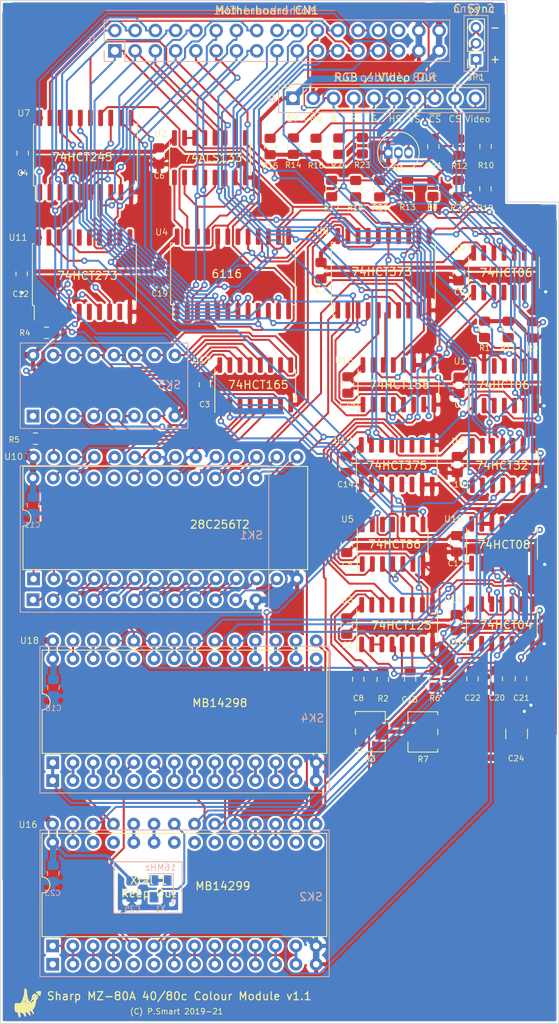
<source format=kicad_pcb>
(kicad_pcb (version 20171130) (host pcbnew "(5.1.2-1)-1")
  (layers (0 F.Cu signal) (31 B.Cu signal) (34 B.Paste user) (35 F.Paste user) (36 B.SilkS user) (37 F.SilkS user) (38 B.Mask user) (39 F.Mask user) (44 Edge.Cuts user))
  (net 0 "")
  (net 1 GNDPWR)
  (net 2 +5V)
  (net 3 "Net-(J1-Pad30)")
  (net 4 /Colour/~RD~)
  (net 5 "Net-(J1-Pad28)")
  (net 6 /Colour/~CS~)
  (net 7 /Colour/~HBLNK~)
  (net 8 /Colour/~GT~)
  (net 9 /Colour/SYNCH)
  (net 10 /Colour/~WR~)
  (net 11 /Colour/~V-HBLNK~)
  (net 12 /Colour/A10)
  (net 13 /Colour/VIDEO)
  (net 14 /Colour/A9)
  (net 15 /Colour/A8)
  (net 16 /Colour/D7)
  (net 17 /Colour/A7)
  (net 18 /Colour/D6)
  (net 19 /Colour/A6)
  (net 20 /Colour/D5)
  (net 21 /Colour/A5)
  (net 22 /Colour/D4)
  (net 23 /Colour/A4)
  (net 24 /Colour/D3)
  (net 25 /Colour/A3)
  (net 26 /Colour/D2)
  (net 27 /Colour/A2)
  (net 28 /Colour/D1)
  (net 29 /Colour/A1)
  (net 30 /Colour/D0)
  (net 31 /Colour/A0)
  (net 32 "Net-(J2-Pad7)")
  (net 33 "Net-(J2-Pad5)")
  (net 34 "Net-(J2-Pad3)")
  (net 35 "Net-(R1-Pad1)")
  (net 36 "Net-(SK1-Pad21)")
  (net 37 "Net-(SK2-Pad15)")
  (net 38 "Net-(SK2-Pad7)")
  (net 39 "Net-(SK2-Pad6)")
  (net 40 "Net-(SK2-Pad13)")
  (net 41 "Net-(SK2-Pad5)")
  (net 42 "Net-(SK2-Pad12)")
  (net 43 "Net-(SK2-Pad4)")
  (net 44 "Net-(SK2-Pad11)")
  (net 45 "Net-(SK2-Pad3)")
  (net 46 "Net-(SK2-Pad10)")
  (net 47 "Net-(SK2-Pad2)")
  (net 48 "Net-(SK2-Pad9)")
  (net 49 "Net-(SK2-Pad1)")
  (net 50 "Net-(SK3-Pad13)")
  (net 51 "Net-(SK3-Pad12)")
  (net 52 "Net-(SK3-Pad11)")
  (net 53 "Net-(SK3-Pad10)")
  (net 54 "Net-(SK3-Pad9)")
  (net 55 "Net-(SK3-Pad7)")
  (net 56 "Net-(SK3-Pad6)")
  (net 57 "Net-(SK3-Pad5)")
  (net 58 "Net-(SK3-Pad4)")
  (net 59 "Net-(SK3-Pad3)")
  (net 60 "Net-(SK3-Pad2)")
  (net 61 "Net-(SK3-Pad15)")
  (net 62 "Net-(SK3-Pad1)")
  (net 63 "Net-(U1-Pad5)")
  (net 64 /Colour/MD2)
  (net 65 /Colour/MD1)
  (net 66 /Colour/MD0)
  (net 67 /Colour/MD7)
  (net 68 /Colour/MD6)
  (net 69 /Colour/MD5)
  (net 70 /Colour/MD4)
  (net 71 /Colour/MD3)
  (net 72 "Net-(U11-Pad11)")
  (net 73 "Net-(U11-Pad6)")
  (net 74 ~40~80-MODE)
  (net 75 "Net-(U3-Pad4)")
  (net 76 "Net-(R5-Pad2)")
  (net 77 /Colour/CGA8)
  (net 78 /Colour/CGD2)
  (net 79 /Colour/CGA9)
  (net 80 /Colour/CGD1)
  (net 81 /Colour/CGD0)
  (net 82 /Colour/~CGCS1~)
  (net 83 /Colour/CGA0)
  (net 84 /Colour/CGA10)
  (net 85 /Colour/CGA1)
  (net 86 /Colour/~CGCS2~)
  (net 87 /Colour/CGA2)
  (net 88 /Colour/CGD7)
  (net 89 /Colour/CGA3)
  (net 90 /Colour/CGD6)
  (net 91 /Colour/CGA4)
  (net 92 /Colour/CGD5)
  (net 93 /Colour/CGA5)
  (net 94 /Colour/CGD4)
  (net 95 /Colour/CGA6)
  (net 96 /Colour/CGD3)
  (net 97 /Colour/CGA7)
  (net 98 "Net-(SK2-Pad27)")
  (net 99 "Net-(SK2-Pad26)")
  (net 100 "Net-(SK2-Pad25)")
  (net 101 "Net-(SK2-Pad24)")
  (net 102 "Net-(SK2-Pad23)")
  (net 103 "Net-(SK2-Pad22)")
  (net 104 "Net-(SK2-Pad8)")
  (net 105 "Net-(SK2-Pad21)")
  (net 106 "Net-(SK2-Pad20)")
  (net 107 "Net-(SK2-Pad19)")
  (net 108 "Net-(SK2-Pad18)")
  (net 109 "Net-(SK2-Pad17)")
  (net 110 "Net-(SK2-Pad16)")
  (net 111 "Net-(SK3-Pad14)")
  (net 112 "Net-(SK4-Pad27)")
  (net 113 "Net-(SK4-Pad13)")
  (net 114 "Net-(SK4-Pad26)")
  (net 115 "Net-(SK4-Pad12)")
  (net 116 "Net-(SK4-Pad11)")
  (net 117 "Net-(SK4-Pad24)")
  (net 118 "Net-(SK4-Pad10)")
  (net 119 "Net-(SK4-Pad23)")
  (net 120 "Net-(SK4-Pad9)")
  (net 121 "Net-(SK4-Pad22)")
  (net 122 "Net-(SK4-Pad8)")
  (net 123 "Net-(SK4-Pad21)")
  (net 124 "Net-(SK4-Pad7)")
  (net 125 "Net-(SK4-Pad20)")
  (net 126 "Net-(SK4-Pad6)")
  (net 127 "Net-(SK4-Pad19)")
  (net 128 "Net-(SK4-Pad5)")
  (net 129 "Net-(SK4-Pad18)")
  (net 130 "Net-(SK4-Pad4)")
  (net 131 "Net-(SK4-Pad17)")
  (net 132 "Net-(SK4-Pad3)")
  (net 133 "Net-(SK4-Pad16)")
  (net 134 "Net-(SK4-Pad2)")
  (net 135 "Net-(SK4-Pad15)")
  (net 136 "Net-(SK4-Pad1)")
  (net 137 "Net-(U3-Pad13)")
  (net 138 "Net-(U3-Pad12)")
  (net 139 "Net-(U11-Pad12)")
  (net 140 "Net-(U13-Pad4)")
  (net 141 /Colour/CGA11)
  (net 142 /Colour/FrG)
  (net 143 /Colour/FrR)
  (net 144 /Colour/FrB)
  (net 145 /Colour/BkG)
  (net 146 /Colour/BkR)
  (net 147 /Colour/BkB)
  (net 148 /Colour/CGA14)
  (net 149 /Colour/CGA13)
  (net 150 /Colour/CGA12)
  (net 151 "Net-(U13-Pad9)")
  (net 152 "Net-(JP1-Pad2)")
  (net 153 "Net-(Q1-Pad3)")
  (net 154 "Net-(Q1-Pad2)")
  (net 155 "Net-(R4-Pad1)")
  (net 156 "Net-(R8-Pad2)")
  (net 157 "Net-(R9-Pad1)")
  (net 158 "Net-(U5-Pad3)")
  (net 159 "Net-(U17-Pad2)")
  (net 160 "Net-(U14-Pad8)")
  (net 161 "Net-(U15-Pad2)")
  (net 162 "Net-(U15-Pad3)")
  (net 163 "Net-(U15-Pad11)")
  (net 164 "Net-(J1-Pad18)")
  (net 165 Load)
  (net 166 "Net-(U16-Pad6)")
  (net 167 "Net-(U16-Pad5)")
  (net 168 "Net-(U16-Pad15)")
  (net 169 "Net-(R2-Pad2)")
  (net 170 "Net-(U1-Pad12)")
  (net 171 "Net-(U1-Pad10)")
  (net 172 /Colour/~CSATTR~)
  (net 173 "Net-(C8-Pad2)")
  (net 174 "Net-(C8-Pad1)")
  (net 175 "Net-(C13-Pad2)")
  (net 176 "Net-(C13-Pad1)")
  (net 177 "Net-(C20-Pad1)")
  (net 178 "Net-(J2-Pad10)")
  (net 179 "Net-(J2-Pad9)")
  (net 180 "Net-(J2-Pad8)")
  (net 181 "Net-(J2-Pad6)")
  (net 182 "Net-(J2-Pad4)")
  (net 183 "Net-(R6-Pad2)")
  (net 184 "Net-(U2-Pad9)")
  (net 185 "Net-(U12-Pad12)")
  (net 186 "Net-(U3-Pad1)")
  (net 187 "Net-(U5-Pad13)")
  (net 188 "Net-(U16-Pad19)")
  (net 189 "Net-(U14-Pad4)")
  (net 190 "Net-(U12-Pad13)")
  (net 191 "Net-(U12-Pad3)")
  (net 192 "Net-(U6-Pad3)")
  (net 193 "Net-(U12-Pad14)")
  (net 194 "Net-(U13-Pad7)")
  (net 195 "Net-(U11-Pad16)")
  (net 196 "Net-(U11-Pad15)")
  (net 197 "Net-(U11-Pad9)")
  (net 198 "Net-(U12-Pad11)")
  (net 199 "Net-(U12-Pad10)")
  (net 200 "Net-(U12-Pad6)")
  (net 201 "Net-(U12-Pad5)")
  (net 202 "Net-(U12-Pad2)")
  (net 203 "Net-(U14-Pad2)")
  (net 204 "Net-(U14-Pad3)")
  (net 205 "Net-(U14-Pad5)")
  (net 206 "Net-(U14-Pad9)")
  (net 207 "Net-(U14-Pad12)")
  (net 208 "Net-(U16-Pad22)")
  (module Graphic:Argo (layer F.Cu) (at 73.94 162.4)
    (fp_text reference LG1 hide)
    (fp_text value "Argo Logo" hide)
  )
  (module Capacitor_SMD:C_0805_2012Metric_Pad1.15x1.40mm_HandSolder (layer B.Cu) (at 86.97 148.18 270)
    (fp_text reference C25 (at 2.46 -0.06 180) (layer B.SilkS) (effects (font (size 0.7 0.7) (thickness 0.1)) (justify mirror)))
    (fp_text value 100nF hide)
    (pad 2 smd roundrect (at 1.025 0 270) (size 1.15 1.4) (layers B.Cu B.Paste B.Mask) (roundrect_rratio 0.217391) (net 1 GNDPWR))
    (pad 1 smd roundrect (at -1.025 0 270) (size 1.15 1.4) (layers B.Cu B.Paste B.Mask) (roundrect_rratio 0.217391) (net 2 +5V))
  )
  (module Capacitor_SMD:C_1210_3225Metric_Pad1.42x2.65mm_HandSolder (layer F.Cu) (at 135.18 128.76 90)
    (fp_text reference C24 (at -3.07 -0.07) (layer F.SilkS) (effects (font (size 0.7 0.7) (thickness 0.1))))
    (fp_text value 100uF hide)
    (pad 2 smd roundrect (at 1.4875 0 90) (size 1.425 2.65) (layers F.Cu F.Paste F.Mask) (roundrect_rratio 0.175439) (net 1 GNDPWR))
    (pad 1 smd roundrect (at -1.4875 0 90) (size 1.425 2.65) (layers F.Cu F.Paste F.Mask) (roundrect_rratio 0.175439) (net 2 +5V))
  )
  (module Package_DIP:DIP-16_W7.62mm_Socket (layer F.Cu) (at 74.573 89 90)
    (fp_text reference SK3 (at 3.9 17.097) (layer B.SilkS) (effects (justify mirror)))
    (fp_text value "IC8 Socket" hide)
    (pad 16 thru_hole oval (at 7.62 0 90) (size 1.6 1.6) (drill 0.8) (layers *.Cu *.Mask) (net 2 +5V))
    (pad 8 thru_hole oval (at 0 17.78 90) (size 1.6 1.6) (drill 0.8) (layers *.Cu *.Mask) (net 1 GNDPWR))
    (pad 15 thru_hole oval (at 7.62 2.54 90) (size 1.6 1.6) (drill 0.8) (layers *.Cu *.Mask) (net 61 "Net-(SK3-Pad15)"))
    (pad 7 thru_hole oval (at 0 15.24 90) (size 1.6 1.6) (drill 0.8) (layers *.Cu *.Mask) (net 55 "Net-(SK3-Pad7)"))
    (pad 14 thru_hole oval (at 7.62 5.08 90) (size 1.6 1.6) (drill 0.8) (layers *.Cu *.Mask) (net 111 "Net-(SK3-Pad14)"))
    (pad 6 thru_hole oval (at 0 12.7 90) (size 1.6 1.6) (drill 0.8) (layers *.Cu *.Mask) (net 56 "Net-(SK3-Pad6)"))
    (pad 13 thru_hole oval (at 7.62 7.62 90) (size 1.6 1.6) (drill 0.8) (layers *.Cu *.Mask) (net 50 "Net-(SK3-Pad13)"))
    (pad 5 thru_hole oval (at 0 10.16 90) (size 1.6 1.6) (drill 0.8) (layers *.Cu *.Mask) (net 57 "Net-(SK3-Pad5)"))
    (pad 12 thru_hole oval (at 7.62 10.16 90) (size 1.6 1.6) (drill 0.8) (layers *.Cu *.Mask) (net 51 "Net-(SK3-Pad12)"))
    (pad 4 thru_hole oval (at 0 7.62 90) (size 1.6 1.6) (drill 0.8) (layers *.Cu *.Mask) (net 58 "Net-(SK3-Pad4)"))
    (pad 11 thru_hole oval (at 7.62 12.7 90) (size 1.6 1.6) (drill 0.8) (layers *.Cu *.Mask) (net 52 "Net-(SK3-Pad11)"))
    (pad 3 thru_hole oval (at 0 5.08 90) (size 1.6 1.6) (drill 0.8) (layers *.Cu *.Mask) (net 59 "Net-(SK3-Pad3)"))
    (pad 10 thru_hole oval (at 7.62 15.24 90) (size 1.6 1.6) (drill 0.8) (layers *.Cu *.Mask) (net 53 "Net-(SK3-Pad10)"))
    (pad 2 thru_hole oval (at 0 2.54 90) (size 1.6 1.6) (drill 0.8) (layers *.Cu *.Mask) (net 60 "Net-(SK3-Pad2)"))
    (pad 9 thru_hole oval (at 7.62 17.78 90) (size 1.6 1.6) (drill 0.8) (layers *.Cu *.Mask) (net 54 "Net-(SK3-Pad9)"))
    (pad 1 thru_hole rect (at 0 0 90) (size 1.6 1.6) (drill 0.8) (layers *.Cu *.Mask) (net 62 "Net-(SK3-Pad1)"))
  )
  (module Package_DIP:DIP-24_W15.24mm_Socket (layer F.Cu) (at 74.573 111.98 90)
    (fp_text reference SK1 (at 8.07 27.367) (layer B.SilkS) (effects (justify mirror)))
    (fp_text value "IC15 Socket" hide)
    (pad 24 thru_hole oval (at 15.24 0 90) (size 1.6 1.6) (drill 0.8) (layers *.Cu *.Mask) (net 2 +5V))
    (pad 12 thru_hole oval (at 0 27.94 90) (size 1.6 1.6) (drill 0.8) (layers *.Cu *.Mask) (net 1 GNDPWR))
    (pad 23 thru_hole oval (at 15.24 2.54 90) (size 1.6 1.6) (drill 0.8) (layers *.Cu *.Mask) (net 77 /Colour/CGA8))
    (pad 11 thru_hole oval (at 0 25.4 90) (size 1.6 1.6) (drill 0.8) (layers *.Cu *.Mask) (net 78 /Colour/CGD2))
    (pad 22 thru_hole oval (at 15.24 5.08 90) (size 1.6 1.6) (drill 0.8) (layers *.Cu *.Mask) (net 79 /Colour/CGA9))
    (pad 10 thru_hole oval (at 0 22.86 90) (size 1.6 1.6) (drill 0.8) (layers *.Cu *.Mask) (net 80 /Colour/CGD1))
    (pad 21 thru_hole oval (at 15.24 7.62 90) (size 1.6 1.6) (drill 0.8) (layers *.Cu *.Mask) (net 36 "Net-(SK1-Pad21)"))
    (pad 9 thru_hole oval (at 0 20.32 90) (size 1.6 1.6) (drill 0.8) (layers *.Cu *.Mask) (net 81 /Colour/CGD0))
    (pad 20 thru_hole oval (at 15.24 10.16 90) (size 1.6 1.6) (drill 0.8) (layers *.Cu *.Mask) (net 82 /Colour/~CGCS1~))
    (pad 8 thru_hole oval (at 0 17.78 90) (size 1.6 1.6) (drill 0.8) (layers *.Cu *.Mask) (net 83 /Colour/CGA0))
    (pad 19 thru_hole oval (at 15.24 12.7 90) (size 1.6 1.6) (drill 0.8) (layers *.Cu *.Mask) (net 84 /Colour/CGA10))
    (pad 7 thru_hole oval (at 0 15.24 90) (size 1.6 1.6) (drill 0.8) (layers *.Cu *.Mask) (net 85 /Colour/CGA1))
    (pad 18 thru_hole oval (at 15.24 15.24 90) (size 1.6 1.6) (drill 0.8) (layers *.Cu *.Mask) (net 86 /Colour/~CGCS2~))
    (pad 6 thru_hole oval (at 0 12.7 90) (size 1.6 1.6) (drill 0.8) (layers *.Cu *.Mask) (net 87 /Colour/CGA2))
    (pad 17 thru_hole oval (at 15.24 17.78 90) (size 1.6 1.6) (drill 0.8) (layers *.Cu *.Mask) (net 88 /Colour/CGD7))
    (pad 5 thru_hole oval (at 0 10.16 90) (size 1.6 1.6) (drill 0.8) (layers *.Cu *.Mask) (net 89 /Colour/CGA3))
    (pad 16 thru_hole oval (at 15.24 20.32 90) (size 1.6 1.6) (drill 0.8) (layers *.Cu *.Mask) (net 90 /Colour/CGD6))
    (pad 4 thru_hole oval (at 0 7.62 90) (size 1.6 1.6) (drill 0.8) (layers *.Cu *.Mask) (net 91 /Colour/CGA4))
    (pad 15 thru_hole oval (at 15.24 22.86 90) (size 1.6 1.6) (drill 0.8) (layers *.Cu *.Mask) (net 92 /Colour/CGD5))
    (pad 3 thru_hole oval (at 0 5.08 90) (size 1.6 1.6) (drill 0.8) (layers *.Cu *.Mask) (net 93 /Colour/CGA5))
    (pad 14 thru_hole oval (at 15.24 25.4 90) (size 1.6 1.6) (drill 0.8) (layers *.Cu *.Mask) (net 94 /Colour/CGD4))
    (pad 2 thru_hole oval (at 0 2.54 90) (size 1.6 1.6) (drill 0.8) (layers *.Cu *.Mask) (net 95 /Colour/CGA6))
    (pad 13 thru_hole oval (at 15.24 27.94 90) (size 1.6 1.6) (drill 0.8) (layers *.Cu *.Mask) (net 96 /Colour/CGD3))
    (pad 1 thru_hole rect (at 0 0 90) (size 1.6 1.6) (drill 0.8) (layers *.Cu *.Mask) (net 97 /Colour/CGA7))
  )
  (module Package_DIP:DIP-28_W15.24mm_Socket (layer F.Cu) (at 77.04 134.601 90)
    (fp_text reference SK4 (at 7.811 32.56) (layer B.SilkS) (effects (justify mirror)))
    (fp_text value "IC20 Socket" hide)
    (pad 28 thru_hole oval (at 15.24 0 90) (size 1.6 1.6) (drill 0.8) (layers *.Cu *.Mask) (net 2 +5V))
    (pad 14 thru_hole oval (at 0 33.02 90) (size 1.6 1.6) (drill 0.8) (layers *.Cu *.Mask) (net 1 GNDPWR))
    (pad 27 thru_hole oval (at 15.24 2.54 90) (size 1.6 1.6) (drill 0.8) (layers *.Cu *.Mask) (net 112 "Net-(SK4-Pad27)"))
    (pad 13 thru_hole oval (at 0 30.48 90) (size 1.6 1.6) (drill 0.8) (layers *.Cu *.Mask) (net 113 "Net-(SK4-Pad13)"))
    (pad 26 thru_hole oval (at 15.24 5.08 90) (size 1.6 1.6) (drill 0.8) (layers *.Cu *.Mask) (net 114 "Net-(SK4-Pad26)"))
    (pad 12 thru_hole oval (at 0 27.94 90) (size 1.6 1.6) (drill 0.8) (layers *.Cu *.Mask) (net 115 "Net-(SK4-Pad12)"))
    (pad 25 thru_hole oval (at 15.24 7.62 90) (size 1.6 1.6) (drill 0.8) (layers *.Cu *.Mask))
    (pad 11 thru_hole oval (at 0 25.4 90) (size 1.6 1.6) (drill 0.8) (layers *.Cu *.Mask) (net 116 "Net-(SK4-Pad11)"))
    (pad 24 thru_hole oval (at 15.24 10.16 90) (size 1.6 1.6) (drill 0.8) (layers *.Cu *.Mask) (net 117 "Net-(SK4-Pad24)"))
    (pad 10 thru_hole oval (at 0 22.86 90) (size 1.6 1.6) (drill 0.8) (layers *.Cu *.Mask) (net 118 "Net-(SK4-Pad10)"))
    (pad 23 thru_hole oval (at 15.24 12.7 90) (size 1.6 1.6) (drill 0.8) (layers *.Cu *.Mask) (net 119 "Net-(SK4-Pad23)"))
    (pad 9 thru_hole oval (at 0 20.32 90) (size 1.6 1.6) (drill 0.8) (layers *.Cu *.Mask) (net 120 "Net-(SK4-Pad9)"))
    (pad 22 thru_hole oval (at 15.24 15.24 90) (size 1.6 1.6) (drill 0.8) (layers *.Cu *.Mask) (net 121 "Net-(SK4-Pad22)"))
    (pad 8 thru_hole oval (at 0 17.78 90) (size 1.6 1.6) (drill 0.8) (layers *.Cu *.Mask) (net 122 "Net-(SK4-Pad8)"))
    (pad 21 thru_hole oval (at 15.24 17.78 90) (size 1.6 1.6) (drill 0.8) (layers *.Cu *.Mask) (net 123 "Net-(SK4-Pad21)"))
    (pad 7 thru_hole oval (at 0 15.24 90) (size 1.6 1.6) (drill 0.8) (layers *.Cu *.Mask) (net 124 "Net-(SK4-Pad7)"))
    (pad 20 thru_hole oval (at 15.24 20.32 90) (size 1.6 1.6) (drill 0.8) (layers *.Cu *.Mask) (net 125 "Net-(SK4-Pad20)"))
    (pad 6 thru_hole oval (at 0 12.7 90) (size 1.6 1.6) (drill 0.8) (layers *.Cu *.Mask) (net 126 "Net-(SK4-Pad6)"))
    (pad 19 thru_hole oval (at 15.24 22.86 90) (size 1.6 1.6) (drill 0.8) (layers *.Cu *.Mask) (net 127 "Net-(SK4-Pad19)"))
    (pad 5 thru_hole oval (at 0 10.16 90) (size 1.6 1.6) (drill 0.8) (layers *.Cu *.Mask) (net 128 "Net-(SK4-Pad5)"))
    (pad 18 thru_hole oval (at 15.24 25.4 90) (size 1.6 1.6) (drill 0.8) (layers *.Cu *.Mask) (net 129 "Net-(SK4-Pad18)"))
    (pad 4 thru_hole oval (at 0 7.62 90) (size 1.6 1.6) (drill 0.8) (layers *.Cu *.Mask) (net 130 "Net-(SK4-Pad4)"))
    (pad 17 thru_hole oval (at 15.24 27.94 90) (size 1.6 1.6) (drill 0.8) (layers *.Cu *.Mask) (net 131 "Net-(SK4-Pad17)"))
    (pad 3 thru_hole oval (at 0 5.08 90) (size 1.6 1.6) (drill 0.8) (layers *.Cu *.Mask) (net 132 "Net-(SK4-Pad3)"))
    (pad 16 thru_hole oval (at 15.24 30.48 90) (size 1.6 1.6) (drill 0.8) (layers *.Cu *.Mask) (net 133 "Net-(SK4-Pad16)"))
    (pad 2 thru_hole oval (at 0 2.54 90) (size 1.6 1.6) (drill 0.8) (layers *.Cu *.Mask) (net 134 "Net-(SK4-Pad2)"))
    (pad 15 thru_hole oval (at 15.24 33.02 90) (size 1.6 1.6) (drill 0.8) (layers *.Cu *.Mask) (net 135 "Net-(SK4-Pad15)"))
    (pad 1 thru_hole rect (at 0 0 90) (size 1.6 1.6) (drill 0.8) (layers *.Cu *.Mask) (net 136 "Net-(SK4-Pad1)"))
  )
  (module Package_DIP:DIP-28_W15.24mm_Socket (layer F.Cu) (at 77.04 157.574 90)
    (fp_text reference SK2 (at 8.434 32.37) (layer B.SilkS) (effects (justify mirror)))
    (fp_text value "IC31 Socket" hide)
    (pad 28 thru_hole oval (at 15.24 0 90) (size 1.6 1.6) (drill 0.8) (layers *.Cu *.Mask) (net 2 +5V))
    (pad 14 thru_hole oval (at 0 33.02 90) (size 1.6 1.6) (drill 0.8) (layers *.Cu *.Mask) (net 1 GNDPWR))
    (pad 27 thru_hole oval (at 15.24 2.54 90) (size 1.6 1.6) (drill 0.8) (layers *.Cu *.Mask) (net 98 "Net-(SK2-Pad27)"))
    (pad 13 thru_hole oval (at 0 30.48 90) (size 1.6 1.6) (drill 0.8) (layers *.Cu *.Mask) (net 40 "Net-(SK2-Pad13)"))
    (pad 26 thru_hole oval (at 15.24 5.08 90) (size 1.6 1.6) (drill 0.8) (layers *.Cu *.Mask) (net 99 "Net-(SK2-Pad26)"))
    (pad 12 thru_hole oval (at 0 27.94 90) (size 1.6 1.6) (drill 0.8) (layers *.Cu *.Mask) (net 42 "Net-(SK2-Pad12)"))
    (pad 25 thru_hole oval (at 15.24 7.62 90) (size 1.6 1.6) (drill 0.8) (layers *.Cu *.Mask) (net 100 "Net-(SK2-Pad25)"))
    (pad 11 thru_hole oval (at 0 25.4 90) (size 1.6 1.6) (drill 0.8) (layers *.Cu *.Mask) (net 44 "Net-(SK2-Pad11)"))
    (pad 24 thru_hole oval (at 15.24 10.16 90) (size 1.6 1.6) (drill 0.8) (layers *.Cu *.Mask) (net 101 "Net-(SK2-Pad24)"))
    (pad 10 thru_hole oval (at 0 22.86 90) (size 1.6 1.6) (drill 0.8) (layers *.Cu *.Mask) (net 46 "Net-(SK2-Pad10)"))
    (pad 23 thru_hole oval (at 15.24 12.7 90) (size 1.6 1.6) (drill 0.8) (layers *.Cu *.Mask) (net 102 "Net-(SK2-Pad23)"))
    (pad 9 thru_hole oval (at 0 20.32 90) (size 1.6 1.6) (drill 0.8) (layers *.Cu *.Mask) (net 48 "Net-(SK2-Pad9)"))
    (pad 22 thru_hole oval (at 15.24 15.24 90) (size 1.6 1.6) (drill 0.8) (layers *.Cu *.Mask) (net 103 "Net-(SK2-Pad22)"))
    (pad 8 thru_hole oval (at 0 17.78 90) (size 1.6 1.6) (drill 0.8) (layers *.Cu *.Mask) (net 104 "Net-(SK2-Pad8)"))
    (pad 21 thru_hole oval (at 15.24 17.78 90) (size 1.6 1.6) (drill 0.8) (layers *.Cu *.Mask) (net 105 "Net-(SK2-Pad21)"))
    (pad 7 thru_hole oval (at 0 15.24 90) (size 1.6 1.6) (drill 0.8) (layers *.Cu *.Mask) (net 38 "Net-(SK2-Pad7)"))
    (pad 20 thru_hole oval (at 15.24 20.32 90) (size 1.6 1.6) (drill 0.8) (layers *.Cu *.Mask) (net 106 "Net-(SK2-Pad20)"))
    (pad 6 thru_hole oval (at 0 12.7 90) (size 1.6 1.6) (drill 0.8) (layers *.Cu *.Mask) (net 39 "Net-(SK2-Pad6)"))
    (pad 19 thru_hole oval (at 15.24 22.86 90) (size 1.6 1.6) (drill 0.8) (layers *.Cu *.Mask) (net 107 "Net-(SK2-Pad19)"))
    (pad 5 thru_hole oval (at 0 10.16 90) (size 1.6 1.6) (drill 0.8) (layers *.Cu *.Mask) (net 41 "Net-(SK2-Pad5)"))
    (pad 18 thru_hole oval (at 15.24 25.4 90) (size 1.6 1.6) (drill 0.8) (layers *.Cu *.Mask) (net 108 "Net-(SK2-Pad18)"))
    (pad 4 thru_hole oval (at 0 7.62 90) (size 1.6 1.6) (drill 0.8) (layers *.Cu *.Mask) (net 43 "Net-(SK2-Pad4)"))
    (pad 17 thru_hole oval (at 15.24 27.94 90) (size 1.6 1.6) (drill 0.8) (layers *.Cu *.Mask) (net 109 "Net-(SK2-Pad17)"))
    (pad 3 thru_hole oval (at 0 5.08 90) (size 1.6 1.6) (drill 0.8) (layers *.Cu *.Mask) (net 45 "Net-(SK2-Pad3)"))
    (pad 16 thru_hole oval (at 15.24 30.48 90) (size 1.6 1.6) (drill 0.8) (layers *.Cu *.Mask) (net 110 "Net-(SK2-Pad16)"))
    (pad 2 thru_hole oval (at 0 2.54 90) (size 1.6 1.6) (drill 0.8) (layers *.Cu *.Mask) (net 47 "Net-(SK2-Pad2)"))
    (pad 15 thru_hole oval (at 15.24 33.02 90) (size 1.6 1.6) (drill 0.8) (layers *.Cu *.Mask) (net 37 "Net-(SK2-Pad15)"))
    (pad 1 thru_hole rect (at 0 0 90) (size 1.6 1.6) (drill 0.8) (layers *.Cu *.Mask) (net 49 "Net-(SK2-Pad1)"))
  )
  (module Connector_PinSocket_2.00mm:PinSocket_1x03_P2.00mm_Vertical (layer F.Cu) (at 130.09 44.37 180)
    (fp_text reference JP1 (at -0.02 -2.25) (layer F.SilkS) (effects (font (size 0.8 0.8) (thickness 0.1))))
    (fp_text value "C Sync" (at 0.24 6.32) (layer F.SilkS))
    (pad 3 thru_hole oval (at 0 4 180) (size 1.35 1.35) (drill 0.8) (layers *.Cu *.Mask) (net 180 "Net-(J2-Pad8)"))
    (pad 2 thru_hole oval (at 0 2 180) (size 1.35 1.35) (drill 0.8) (layers *.Cu *.Mask) (net 152 "Net-(JP1-Pad2)"))
    (pad 1 thru_hole rect (at 0 0 180) (size 1.35 1.35) (drill 0.8) (layers *.Cu *.Mask) (net 179 "Net-(J2-Pad9)"))
  )
  (module Oscillator:Oscillator_SMD_Abracon_ASE-4Pin_3.2x2.5mm (layer B.Cu) (at 90.56 148.14 270)
    (fp_text reference X1 (at 2.48 0.05) (layer B.SilkS) (effects (font (size 0.7 0.7) (thickness 0.1)) (justify mirror)))
    (fp_text value 16MHz (at -2.68 -0.01) (layer B.SilkS) (effects (font (size 0.8 0.8) (thickness 0.1)) (justify mirror)))
    (pad 4 smd rect (at -1.05 0.825 270) (size 1.3 1.1) (layers B.Cu B.Paste B.Mask) (net 2 +5V))
    (pad 3 smd rect (at 1.05 0.825 270) (size 1.3 1.1) (layers B.Cu B.Paste B.Mask) (net 208 "Net-(U16-Pad22)"))
    (pad 2 smd rect (at 1.05 -0.825 270) (size 1.3 1.1) (layers B.Cu B.Paste B.Mask) (net 1 GNDPWR))
    (pad 1 smd rect (at -1.05 -0.825 270) (size 1.3 1.1) (layers B.Cu B.Paste B.Mask) (net 2 +5V))
  )
  (module Package_DIP:DIP-28_W15.24mm (layer F.Cu) (at 74.64 109.37 90)
    (fp_text reference U10 (at 15.3 -2.49) (layer F.SilkS) (effects (font (size 0.8 0.8) (thickness 0.1))))
    (fp_text value 28C256T2 (at 6.8 23.34 180) (layer F.SilkS))
    (pad 28 thru_hole oval (at 15.24 0 90) (size 1.6 1.6) (drill 0.8) (layers *.Cu *.Mask) (net 2 +5V))
    (pad 14 thru_hole oval (at 0 33.02 90) (size 1.6 1.6) (drill 0.8) (layers *.Cu *.Mask) (net 1 GNDPWR))
    (pad 27 thru_hole oval (at 15.24 2.54 90) (size 1.6 1.6) (drill 0.8) (layers *.Cu *.Mask) (net 76 "Net-(R5-Pad2)"))
    (pad 13 thru_hole oval (at 0 30.48 90) (size 1.6 1.6) (drill 0.8) (layers *.Cu *.Mask) (net 78 /Colour/CGD2))
    (pad 26 thru_hole oval (at 15.24 5.08 90) (size 1.6 1.6) (drill 0.8) (layers *.Cu *.Mask) (net 149 /Colour/CGA13))
    (pad 12 thru_hole oval (at 0 27.94 90) (size 1.6 1.6) (drill 0.8) (layers *.Cu *.Mask) (net 80 /Colour/CGD1))
    (pad 25 thru_hole oval (at 15.24 7.62 90) (size 1.6 1.6) (drill 0.8) (layers *.Cu *.Mask) (net 77 /Colour/CGA8))
    (pad 11 thru_hole oval (at 0 25.4 90) (size 1.6 1.6) (drill 0.8) (layers *.Cu *.Mask) (net 81 /Colour/CGD0))
    (pad 24 thru_hole oval (at 15.24 10.16 90) (size 1.6 1.6) (drill 0.8) (layers *.Cu *.Mask) (net 79 /Colour/CGA9))
    (pad 10 thru_hole oval (at 0 22.86 90) (size 1.6 1.6) (drill 0.8) (layers *.Cu *.Mask) (net 83 /Colour/CGA0))
    (pad 23 thru_hole oval (at 15.24 12.7 90) (size 1.6 1.6) (drill 0.8) (layers *.Cu *.Mask) (net 141 /Colour/CGA11))
    (pad 9 thru_hole oval (at 0 20.32 90) (size 1.6 1.6) (drill 0.8) (layers *.Cu *.Mask) (net 85 /Colour/CGA1))
    (pad 22 thru_hole oval (at 15.24 15.24 90) (size 1.6 1.6) (drill 0.8) (layers *.Cu *.Mask) (net 1 GNDPWR))
    (pad 8 thru_hole oval (at 0 17.78 90) (size 1.6 1.6) (drill 0.8) (layers *.Cu *.Mask) (net 87 /Colour/CGA2))
    (pad 21 thru_hole oval (at 15.24 17.78 90) (size 1.6 1.6) (drill 0.8) (layers *.Cu *.Mask) (net 84 /Colour/CGA10))
    (pad 7 thru_hole oval (at 0 15.24 90) (size 1.6 1.6) (drill 0.8) (layers *.Cu *.Mask) (net 89 /Colour/CGA3))
    (pad 20 thru_hole oval (at 15.24 20.32 90) (size 1.6 1.6) (drill 0.8) (layers *.Cu *.Mask) (net 1 GNDPWR))
    (pad 6 thru_hole oval (at 0 12.7 90) (size 1.6 1.6) (drill 0.8) (layers *.Cu *.Mask) (net 91 /Colour/CGA4))
    (pad 19 thru_hole oval (at 15.24 22.86 90) (size 1.6 1.6) (drill 0.8) (layers *.Cu *.Mask) (net 88 /Colour/CGD7))
    (pad 5 thru_hole oval (at 0 10.16 90) (size 1.6 1.6) (drill 0.8) (layers *.Cu *.Mask) (net 93 /Colour/CGA5))
    (pad 18 thru_hole oval (at 15.24 25.4 90) (size 1.6 1.6) (drill 0.8) (layers *.Cu *.Mask) (net 90 /Colour/CGD6))
    (pad 4 thru_hole oval (at 0 7.62 90) (size 1.6 1.6) (drill 0.8) (layers *.Cu *.Mask) (net 95 /Colour/CGA6))
    (pad 17 thru_hole oval (at 15.24 27.94 90) (size 1.6 1.6) (drill 0.8) (layers *.Cu *.Mask) (net 92 /Colour/CGD5))
    (pad 3 thru_hole oval (at 0 5.08 90) (size 1.6 1.6) (drill 0.8) (layers *.Cu *.Mask) (net 97 /Colour/CGA7))
    (pad 16 thru_hole oval (at 15.24 30.48 90) (size 1.6 1.6) (drill 0.8) (layers *.Cu *.Mask) (net 94 /Colour/CGD4))
    (pad 2 thru_hole oval (at 0 2.54 90) (size 1.6 1.6) (drill 0.8) (layers *.Cu *.Mask) (net 150 /Colour/CGA12))
    (pad 15 thru_hole oval (at 15.24 33.02 90) (size 1.6 1.6) (drill 0.8) (layers *.Cu *.Mask) (net 96 /Colour/CGD3))
    (pad 1 thru_hole rect (at 0 0 90) (size 1.6 1.6) (drill 0.8) (layers *.Cu *.Mask) (net 148 /Colour/CGA14))
  )
  (module Package_SO:SOIC-14_3.9x8.7mm_P1.27mm (layer F.Cu) (at 133.44 95.18 90)
    (fp_text reference U6 (at 3.06 -5.64) (layer F.SilkS) (effects (font (size 0.8 0.8) (thickness 0.1))))
    (fp_text value 74HCT32 (at 0 -0.1) (layer F.SilkS))
    (pad 14 smd roundrect (at 2.475 -3.81 90) (size 1.95 0.6) (layers F.Cu F.Paste F.Mask) (net 2 +5V))
    (pad 13 smd roundrect (at 2.475 -2.54 90) (size 1.95 0.6) (layers F.Cu F.Paste F.Mask) (net 137 "Net-(U3-Pad13)"))
    (pad 12 smd roundrect (at 2.475 -1.27 90) (size 1.95 0.6) (layers F.Cu F.Paste F.Mask) (net 6 /Colour/~CS~))
    (pad 11 smd roundrect (at 2.475 0 90) (size 1.95 0.6) (layers F.Cu F.Paste F.Mask) (net 172 /Colour/~CSATTR~))
    (pad 10 smd roundrect (at 2.475 1.27 90) (size 1.95 0.6) (layers F.Cu F.Paste F.Mask) (net 184 "Net-(U2-Pad9)"))
    (pad 9 smd roundrect (at 2.475 2.54 90) (size 1.95 0.6) (layers F.Cu F.Paste F.Mask) (net 4 /Colour/~RD~))
    (pad 8 smd roundrect (at 2.475 3.81 90) (size 1.95 0.6) (layers F.Cu F.Paste F.Mask) (net 186 "Net-(U3-Pad1)"))
    (pad 7 smd roundrect (at -2.475 3.81 90) (size 1.95 0.6) (layers F.Cu F.Paste F.Mask) (net 1 GNDPWR))
    (pad 6 smd roundrect (at -2.475 2.54 90) (size 1.95 0.6) (layers F.Cu F.Paste F.Mask) (net 72 "Net-(U11-Pad11)"))
    (pad 5 smd roundrect (at -2.475 1.27 90) (size 1.95 0.6) (layers F.Cu F.Paste F.Mask) (net 192 "Net-(U6-Pad3)"))
    (pad 4 smd roundrect (at -2.475 0 90) (size 1.95 0.6) (layers F.Cu F.Paste F.Mask) (net 75 "Net-(U3-Pad4)"))
    (pad 3 smd roundrect (at -2.475 -1.27 90) (size 1.95 0.6) (layers F.Cu F.Paste F.Mask) (net 192 "Net-(U6-Pad3)"))
    (pad 2 smd roundrect (at -2.475 -2.54 90) (size 1.95 0.6) (layers F.Cu F.Paste F.Mask) (net 10 /Colour/~WR~))
    (pad 1 smd roundrect (at -2.475 -3.81 90) (size 1.95 0.6) (layers F.Cu F.Paste F.Mask) (net 184 "Net-(U2-Pad9)"))
  )
  (module Potentiometer_SMD:Potentiometer_Bourns_3224W_Vertical (layer F.Cu) (at 116.85 128.48 90)
    (fp_text reference R3 (at -3.42 0) (layer F.SilkS) (effects (font (size 0.7 0.7) (thickness 0.1))))
    (fp_text value 10K hide)
    (pad 3 smd rect (at -1.25 -1.45 90) (size 1.3 1.6) (layers F.Cu F.Paste F.Mask))
    (pad 2 smd rect (at 0 1.45 90) (size 2 1.6) (layers F.Cu F.Paste F.Mask) (net 2 +5V))
    (pad 1 smd rect (at 1.25 -1.45 90) (size 1.3 1.6) (layers F.Cu F.Paste F.Mask) (net 169 "Net-(R2-Pad2)"))
  )
  (module Resistor_SMD:R_0805_2012Metric_Pad1.15x1.40mm_HandSolder (layer F.Cu) (at 118.41 121.94 270)
    (fp_text reference R2 (at 2.4 -0.04) (layer F.SilkS) (effects (font (size 0.7 0.7) (thickness 0.1))))
    (fp_text value 20K hide)
    (pad 2 smd roundrect (at 1.025 0 270) (size 1.15 1.4) (layers F.Cu F.Paste F.Mask) (roundrect_rratio 0.217391) (net 169 "Net-(R2-Pad2)"))
    (pad 1 smd roundrect (at -1.025 0 270) (size 1.15 1.4) (layers F.Cu F.Paste F.Mask) (roundrect_rratio 0.217391) (net 174 "Net-(C8-Pad1)"))
  )
  (module Capacitor_SMD:C_0805_2012Metric_Pad1.15x1.40mm_HandSolder (layer F.Cu) (at 127.74 95.08 270)
    (fp_text reference C10 (at 2.48 0.12) (layer F.SilkS) (effects (font (size 0.7 0.7) (thickness 0.1))))
    (fp_text value 100nF hide)
    (pad 2 smd roundrect (at 1.025 0 270) (size 1.15 1.4) (layers F.Cu F.Paste F.Mask) (roundrect_rratio 0.217391) (net 1 GNDPWR))
    (pad 1 smd roundrect (at -1.025 0 270) (size 1.15 1.4) (layers F.Cu F.Paste F.Mask) (roundrect_rratio 0.217391) (net 2 +5V))
  )
  (module Capacitor_SMD:C_0805_2012Metric_Pad1.15x1.40mm_HandSolder (layer F.Cu) (at 115.32 121.92 90)
    (fp_text reference C8 (at -2.37 0.03) (layer F.SilkS) (effects (font (size 0.7 0.7) (thickness 0.1))))
    (fp_text value 1nF hide)
    (pad 2 smd roundrect (at 1.025 0 90) (size 1.15 1.4) (layers F.Cu F.Paste F.Mask) (roundrect_rratio 0.217391) (net 173 "Net-(C8-Pad2)"))
    (pad 1 smd roundrect (at -1.025 0 90) (size 1.15 1.4) (layers F.Cu F.Paste F.Mask) (roundrect_rratio 0.217391) (net 174 "Net-(C8-Pad1)"))
  )
  (module Potentiometer_SMD:Potentiometer_Bourns_3224W_Vertical (layer F.Cu) (at 123.43 128.51 270)
    (fp_text reference R7 (at 3.42 -0.03) (layer F.SilkS) (effects (font (size 0.7 0.7) (thickness 0.1))))
    (fp_text value 2K hide)
    (pad 3 smd rect (at -1.25 -1.45 270) (size 1.3 1.6) (layers F.Cu F.Paste F.Mask))
    (pad 2 smd rect (at 0 1.45 270) (size 2 1.6) (layers F.Cu F.Paste F.Mask) (net 2 +5V))
    (pad 1 smd rect (at 1.25 -1.45 270) (size 1.3 1.6) (layers F.Cu F.Paste F.Mask) (net 183 "Net-(R6-Pad2)"))
  )
  (module Capacitor_SMD:C_0805_2012Metric_Pad1.15x1.40mm_HandSolder (layer F.Cu) (at 129.65 121.87 270)
    (fp_text reference C22 (at 2.39 -0.01) (layer F.SilkS) (effects (font (size 0.7 0.7) (thickness 0.1))))
    (fp_text value 200pF hide)
    (pad 2 smd roundrect (at 1.025 0 270) (size 1.15 1.4) (layers F.Cu F.Paste F.Mask) (roundrect_rratio 0.217391) (net 1 GNDPWR))
    (pad 1 smd roundrect (at -1.025 0 270) (size 1.15 1.4) (layers F.Cu F.Paste F.Mask) (roundrect_rratio 0.217391) (net 177 "Net-(C20-Pad1)"))
  )
  (module Capacitor_SMD:C_0805_2012Metric_Pad1.15x1.40mm_HandSolder (layer F.Cu) (at 135.72 121.86 270)
    (fp_text reference C21 (at 2.4 -0.05) (layer F.SilkS) (effects (font (size 0.7 0.7) (thickness 0.1))))
    (fp_text value 300pF hide)
    (pad 2 smd roundrect (at 1.025 0 270) (size 1.15 1.4) (layers F.Cu F.Paste F.Mask) (roundrect_rratio 0.217391) (net 1 GNDPWR))
    (pad 1 smd roundrect (at -1.025 0 270) (size 1.15 1.4) (layers F.Cu F.Paste F.Mask) (roundrect_rratio 0.217391) (net 177 "Net-(C20-Pad1)"))
  )
  (module Package_SO:SOIC-14_3.9x8.7mm_P1.27mm (layer F.Cu) (at 119.64 105.036 90)
    (fp_text reference U5 (at 3.146 -5.66) (layer F.SilkS) (effects (font (size 0.8 0.8) (thickness 0.1))))
    (fp_text value 74HCT86 (at -0.004 0.241 180) (layer F.SilkS))
    (pad 14 smd roundrect (at 2.475 -3.81 90) (size 1.95 0.6) (layers F.Cu F.Paste F.Mask) (net 2 +5V))
    (pad 13 smd roundrect (at 2.475 -2.54 90) (size 1.95 0.6) (layers F.Cu F.Paste F.Mask) (net 187 "Net-(U5-Pad13)"))
    (pad 12 smd roundrect (at 2.475 -1.27 90) (size 1.95 0.6) (layers F.Cu F.Paste F.Mask) (net 2 +5V))
    (pad 11 smd roundrect (at 2.475 0 90) (size 1.95 0.6) (layers F.Cu F.Paste F.Mask) (net 188 "Net-(U16-Pad19)"))
    (pad 10 smd roundrect (at 2.475 1.27 90) (size 1.95 0.6) (layers F.Cu F.Paste F.Mask) (net 74 ~40~80-MODE))
    (pad 9 smd roundrect (at 2.475 2.54 90) (size 1.95 0.6) (layers F.Cu F.Paste F.Mask) (net 189 "Net-(U14-Pad4)"))
    (pad 8 smd roundrect (at 2.475 3.81 90) (size 1.95 0.6) (layers F.Cu F.Paste F.Mask) (net 159 "Net-(U17-Pad2)"))
    (pad 7 smd roundrect (at -2.475 3.81 90) (size 1.95 0.6) (layers F.Cu F.Paste F.Mask) (net 1 GNDPWR))
    (pad 6 smd roundrect (at -2.475 2.54 90) (size 1.95 0.6) (layers F.Cu F.Paste F.Mask) (net 187 "Net-(U5-Pad13)"))
    (pad 5 smd roundrect (at -2.475 1.27 90) (size 1.95 0.6) (layers F.Cu F.Paste F.Mask) (net 127 "Net-(SK4-Pad19)"))
    (pad 4 smd roundrect (at -2.475 0 90) (size 1.95 0.6) (layers F.Cu F.Paste F.Mask) (net 2 +5V))
    (pad 3 smd roundrect (at -2.475 -1.27 90) (size 1.95 0.6) (layers F.Cu F.Paste F.Mask) (net 158 "Net-(U5-Pad3)"))
    (pad 2 smd roundrect (at -2.475 -2.54 90) (size 1.95 0.6) (layers F.Cu F.Paste F.Mask) (net 190 "Net-(U12-Pad13)"))
    (pad 1 smd roundrect (at -2.475 -3.81 90) (size 1.95 0.6) (layers F.Cu F.Paste F.Mask) (net 191 "Net-(U12-Pad3)"))
  )
  (module Package_SO:SOIC-14_3.9x8.7mm_P1.27mm (layer F.Cu) (at 133.6 71.07 90)
    (fp_text reference U9 (at 3.08 -5.65) (layer F.SilkS) (effects (font (size 0.8 0.8) (thickness 0.1))))
    (fp_text value 74HCT06 (at 0 0.254) (layer F.SilkS))
    (pad 14 smd roundrect (at 2.475 -3.81 90) (size 1.95 0.6) (layers F.Cu F.Paste F.Mask) (net 2 +5V))
    (pad 13 smd roundrect (at 2.475 -2.54 90) (size 1.95 0.6) (layers F.Cu F.Paste F.Mask) (net 193 "Net-(U12-Pad14)"))
    (pad 12 smd roundrect (at 2.475 -1.27 90) (size 1.95 0.6) (layers F.Cu F.Paste F.Mask) (net 32 "Net-(J2-Pad7)"))
    (pad 11 smd roundrect (at 2.475 0 90) (size 1.95 0.6) (layers F.Cu F.Paste F.Mask) (net 158 "Net-(U5-Pad3)"))
    (pad 10 smd roundrect (at 2.475 1.27 90) (size 1.95 0.6) (layers F.Cu F.Paste F.Mask) (net 181 "Net-(J2-Pad6)"))
    (pad 9 smd roundrect (at 2.475 2.54 90) (size 1.95 0.6) (layers F.Cu F.Paste F.Mask) (net 11 /Colour/~V-HBLNK~))
    (pad 8 smd roundrect (at 2.475 3.81 90) (size 1.95 0.6) (layers F.Cu F.Paste F.Mask) (net 156 "Net-(R8-Pad2)"))
    (pad 7 smd roundrect (at -2.475 3.81 90) (size 1.95 0.6) (layers F.Cu F.Paste F.Mask) (net 1 GNDPWR))
    (pad 6 smd roundrect (at -2.475 2.54 90) (size 1.95 0.6) (layers F.Cu F.Paste F.Mask) (net 179 "Net-(J2-Pad9)"))
    (pad 5 smd roundrect (at -2.475 1.27 90) (size 1.95 0.6) (layers F.Cu F.Paste F.Mask) (net 157 "Net-(R9-Pad1)"))
    (pad 4 smd roundrect (at -2.475 0 90) (size 1.95 0.6) (layers F.Cu F.Paste F.Mask) (net 182 "Net-(J2-Pad4)"))
    (pad 3 smd roundrect (at -2.475 -1.27 90) (size 1.95 0.6) (layers F.Cu F.Paste F.Mask) (net 194 "Net-(U13-Pad7)"))
    (pad 2 smd roundrect (at -2.475 -2.54 90) (size 1.95 0.6) (layers F.Cu F.Paste F.Mask) (net 34 "Net-(J2-Pad3)"))
    (pad 1 smd roundrect (at -2.475 -3.81 90) (size 1.95 0.6) (layers F.Cu F.Paste F.Mask) (net 140 "Net-(U13-Pad4)"))
  )
  (module Resistor_SMD:R_0805_2012Metric_Pad1.15x1.40mm_HandSolder (layer F.Cu) (at 112.89 55.24 90)
    (fp_text reference R24 (at -2.38 0.04) (layer F.SilkS) (effects (font (size 0.7 0.7) (thickness 0.1))))
    (fp_text value 68R hide)
    (pad 2 smd roundrect (at 1.025 0 90) (size 1.15 1.4) (layers F.Cu F.Paste F.Mask) (roundrect_rratio 0.217391) (net 178 "Net-(J2-Pad10)"))
    (pad 1 smd roundrect (at -1.025 0 90) (size 1.15 1.4) (layers F.Cu F.Paste F.Mask) (roundrect_rratio 0.217391) (net 153 "Net-(Q1-Pad3)"))
  )
  (module Resistor_SMD:R_0805_2012Metric_Pad1.15x1.40mm_HandSolder (layer F.Cu) (at 115.84 55.18 270)
    (fp_text reference R23 (at 2.42 0) (layer F.SilkS) (effects (font (size 0.7 0.7) (thickness 0.1))))
    (fp_text value 68R hide)
    (pad 2 smd roundrect (at 1.025 0 270) (size 1.15 1.4) (layers F.Cu F.Paste F.Mask) (roundrect_rratio 0.217391) (net 2 +5V))
    (pad 1 smd roundrect (at -1.025 0 270) (size 1.15 1.4) (layers F.Cu F.Paste F.Mask) (roundrect_rratio 0.217391) (net 153 "Net-(Q1-Pad3)"))
  )
  (module Resistor_SMD:R_0805_2012Metric_Pad1.15x1.40mm_HandSolder (layer F.Cu) (at 127.88 60.54 90)
    (fp_text reference R22 (at -2.39 0.01) (layer F.SilkS) (effects (font (size 0.7 0.7) (thickness 0.1))))
    (fp_text value 220R hide)
    (pad 2 smd roundrect (at 1.025 0 90) (size 1.15 1.4) (layers F.Cu F.Paste F.Mask) (roundrect_rratio 0.217391) (net 154 "Net-(Q1-Pad2)"))
    (pad 1 smd roundrect (at -1.025 0 90) (size 1.15 1.4) (layers F.Cu F.Paste F.Mask) (roundrect_rratio 0.217391) (net 1 GNDPWR))
  )
  (module Resistor_SMD:R_0805_2012Metric_Pad1.15x1.40mm_HandSolder (layer F.Cu) (at 124.74 55.29 270)
    (fp_text reference R21 (at 2.35 -0.11) (layer F.SilkS) (effects (font (size 0.7 0.7) (thickness 0.1))))
    (fp_text value 220R hide)
    (pad 2 smd roundrect (at 1.025 0 270) (size 1.15 1.4) (layers F.Cu F.Paste F.Mask) (roundrect_rratio 0.217391) (net 154 "Net-(Q1-Pad2)"))
    (pad 1 smd roundrect (at -1.025 0 270) (size 1.15 1.4) (layers F.Cu F.Paste F.Mask) (roundrect_rratio 0.217391) (net 152 "Net-(JP1-Pad2)"))
  )
  (module Resistor_SMD:R_0805_2012Metric_Pad1.15x1.40mm_HandSolder (layer F.Cu) (at 118.01 60.56 270)
    (fp_text reference R20 (at 2.35 -0.07) (layer F.SilkS) (effects (font (size 0.7 0.7) (thickness 0.1))))
    (fp_text value 1K hide)
    (pad 2 smd roundrect (at 1.025 0 270) (size 1.15 1.4) (layers F.Cu F.Paste F.Mask) (roundrect_rratio 0.217391) (net 2 +5V))
    (pad 1 smd roundrect (at -1.025 0 270) (size 1.15 1.4) (layers F.Cu F.Paste F.Mask) (roundrect_rratio 0.217391) (net 154 "Net-(Q1-Pad2)"))
  )
  (module Resistor_SMD:R_0805_2012Metric_Pad1.15x1.40mm_HandSolder (layer F.Cu) (at 131.27 60.56 270)
    (fp_text reference R19 (at 2.41 0.02) (layer F.SilkS) (effects (font (size 0.7 0.7) (thickness 0.1))))
    (fp_text value 1K hide)
    (pad 2 smd roundrect (at 1.025 0 270) (size 1.15 1.4) (layers F.Cu F.Paste F.Mask) (roundrect_rratio 0.217391) (net 33 "Net-(J2-Pad5)"))
    (pad 1 smd roundrect (at -1.025 0 270) (size 1.15 1.4) (layers F.Cu F.Paste F.Mask) (roundrect_rratio 0.217391) (net 154 "Net-(Q1-Pad2)"))
  )
  (module Resistor_SMD:R_0805_2012Metric_Pad1.15x1.40mm_HandSolder (layer F.Cu) (at 115.01 60.55 270)
    (fp_text reference R18 (at 2.36 0.04) (layer F.SilkS) (effects (font (size 0.7 0.7) (thickness 0.1))))
    (fp_text value 2K2 hide)
    (pad 2 smd roundrect (at 1.025 0 270) (size 1.15 1.4) (layers F.Cu F.Paste F.Mask) (roundrect_rratio 0.217391) (net 182 "Net-(J2-Pad4)"))
    (pad 1 smd roundrect (at -1.025 0 270) (size 1.15 1.4) (layers F.Cu F.Paste F.Mask) (roundrect_rratio 0.217391) (net 154 "Net-(Q1-Pad2)"))
  )
  (module Resistor_SMD:R_0805_2012Metric_Pad1.15x1.40mm_HandSolder (layer F.Cu) (at 112 60.54 270)
    (fp_text reference R17 (at 2.37 -0.02) (layer F.SilkS) (effects (font (size 0.7 0.7) (thickness 0.1))))
    (fp_text value 3K9 hide)
    (pad 2 smd roundrect (at 1.025 0 270) (size 1.15 1.4) (layers F.Cu F.Paste F.Mask) (roundrect_rratio 0.217391) (net 34 "Net-(J2-Pad3)"))
    (pad 1 smd roundrect (at -1.025 0 270) (size 1.15 1.4) (layers F.Cu F.Paste F.Mask) (roundrect_rratio 0.217391) (net 154 "Net-(Q1-Pad2)"))
  )
  (module Resistor_SMD:R_0805_2012Metric_Pad1.15x1.40mm_HandSolder (layer F.Cu) (at 127.93 55.34 270)
    (fp_text reference R12 (at 2.37 -0.07) (layer F.SilkS) (effects (font (size 0.7 0.7) (thickness 0.1))))
    (fp_text value 220R hide)
    (pad 2 smd roundrect (at 1.025 0 270) (size 1.15 1.4) (layers F.Cu F.Paste F.Mask) (roundrect_rratio 0.217391) (net 2 +5V))
    (pad 1 smd roundrect (at -1.025 0 270) (size 1.15 1.4) (layers F.Cu F.Paste F.Mask) (roundrect_rratio 0.217391) (net 179 "Net-(J2-Pad9)"))
  )
  (module Resistor_SMD:R_0805_2012Metric_Pad1.15x1.40mm_HandSolder (layer F.Cu) (at 131.29 55.25 270)
    (fp_text reference R10 (at 2.39 -0.04) (layer F.SilkS) (effects (font (size 0.7 0.7) (thickness 0.1))))
    (fp_text value 220R hide)
    (pad 2 smd roundrect (at 1.025 0 270) (size 1.15 1.4) (layers F.Cu F.Paste F.Mask) (roundrect_rratio 0.217391) (net 2 +5V))
    (pad 1 smd roundrect (at -1.025 0 270) (size 1.15 1.4) (layers F.Cu F.Paste F.Mask) (roundrect_rratio 0.217391) (net 180 "Net-(J2-Pad8)"))
  )
  (module Resistor_SMD:R_0805_2012Metric_Pad1.15x1.40mm_HandSolder (layer F.Cu) (at 137.17 78.22 270)
    (fp_text reference R9 (at 2.33 -0.03) (layer F.SilkS) (effects (font (size 0.7 0.7) (thickness 0.1))))
    (fp_text value 220R hide)
    (pad 2 smd roundrect (at 1.025 0 270) (size 1.15 1.4) (layers F.Cu F.Paste F.Mask) (roundrect_rratio 0.217391) (net 2 +5V))
    (pad 1 smd roundrect (at -1.025 0 270) (size 1.15 1.4) (layers F.Cu F.Paste F.Mask) (roundrect_rratio 0.217391) (net 157 "Net-(R9-Pad1)"))
  )
  (module Resistor_SMD:R_0805_2012Metric_Pad1.15x1.40mm_HandSolder (layer F.Cu) (at 131.16 78.15 90)
    (fp_text reference R1 (at -2.34 0.01) (layer F.SilkS) (effects (font (size 0.7 0.7) (thickness 0.1))))
    (fp_text value 1K hide)
    (pad 2 smd roundrect (at 1.025 0 90) (size 1.15 1.4) (layers F.Cu F.Paste F.Mask) (roundrect_rratio 0.217391) (net 2 +5V))
    (pad 1 smd roundrect (at -1.025 0 90) (size 1.15 1.4) (layers F.Cu F.Paste F.Mask) (roundrect_rratio 0.217391) (net 35 "Net-(R1-Pad1)"))
  )
  (module Package_TO_SOT_THT:TO-92_Inline (layer F.Cu) (at 119.09 56.05)
    (fp_text reference Q1 (at 1.34 1.91) (layer F.SilkS) (effects (font (size 0.7 0.7) (thickness 0.1))))
    (fp_text value BC307 hide)
    (pad 1 thru_hole rect (at 0 0) (size 1.05 1.5) (drill 0.75) (layers *.Cu *.Mask) (net 1 GNDPWR))
    (pad 3 thru_hole oval (at 2.54 0) (size 1.05 1.5) (drill 0.75) (layers *.Cu *.Mask) (net 153 "Net-(Q1-Pad3)"))
    (pad 2 thru_hole oval (at 1.27 0) (size 1.05 1.5) (drill 0.75) (layers *.Cu *.Mask) (net 154 "Net-(Q1-Pad2)"))
  )
  (module Connector_PinSocket_2.54mm:PinSocket_1x10_P2.54mm_Vertical (layer F.Cu) (at 107.15 49.24 90)
    (fp_text reference J2 (at -0.01 -2.62) (layer F.SilkS) (effects (font (size 0.8 0.8) (thickness 0.1))))
    (fp_text value "RGB / Video Out" (at 2.61 11.56) (layer F.SilkS))
    (pad 10 thru_hole oval (at 0 22.86 90) (size 1.7 1.7) (drill 1) (layers *.Cu *.Mask) (net 178 "Net-(J2-Pad10)"))
    (pad 9 thru_hole oval (at 0 20.32 90) (size 1.7 1.7) (drill 1) (layers *.Cu *.Mask) (net 179 "Net-(J2-Pad9)"))
    (pad 8 thru_hole oval (at 0 17.78 90) (size 1.7 1.7) (drill 1) (layers *.Cu *.Mask) (net 180 "Net-(J2-Pad8)"))
    (pad 7 thru_hole oval (at 0 15.24 90) (size 1.7 1.7) (drill 1) (layers *.Cu *.Mask) (net 32 "Net-(J2-Pad7)"))
    (pad 6 thru_hole oval (at 0 12.7 90) (size 1.7 1.7) (drill 1) (layers *.Cu *.Mask) (net 181 "Net-(J2-Pad6)"))
    (pad 5 thru_hole oval (at 0 10.16 90) (size 1.7 1.7) (drill 1) (layers *.Cu *.Mask) (net 33 "Net-(J2-Pad5)"))
    (pad 4 thru_hole oval (at 0 7.62 90) (size 1.7 1.7) (drill 1) (layers *.Cu *.Mask) (net 182 "Net-(J2-Pad4)"))
    (pad 3 thru_hole oval (at 0 5.08 90) (size 1.7 1.7) (drill 1) (layers *.Cu *.Mask) (net 34 "Net-(J2-Pad3)"))
    (pad 2 thru_hole oval (at 0 2.54 90) (size 1.7 1.7) (drill 1) (layers *.Cu *.Mask) (net 1 GNDPWR))
    (pad 1 thru_hole rect (at 0 0 90) (size 1.7 1.7) (drill 1) (layers *.Cu *.Mask) (net 2 +5V))
  )
  (module Capacitor_SMD:C_0805_2012Metric_Pad1.15x1.40mm_HandSolder (layer F.Cu) (at 127.92 71.06 270)
    (fp_text reference C9 (at 2.47 -0.11) (layer F.SilkS) (effects (font (size 0.7 0.7) (thickness 0.1))))
    (fp_text value 100nF hide)
    (pad 2 smd roundrect (at 1.025 0 270) (size 1.15 1.4) (layers F.Cu F.Paste F.Mask) (roundrect_rratio 0.217391) (net 1 GNDPWR))
    (pad 1 smd roundrect (at -1.025 0 270) (size 1.15 1.4) (layers F.Cu F.Paste F.Mask) (roundrect_rratio 0.217391) (net 2 +5V))
  )
  (module Package_SO:SOIC-20W_7.5x12.8mm_P1.27mm (layer F.Cu) (at 81.003 71.31 90)
    (fp_text reference U11 (at 4.65 -8.303) (layer F.SilkS) (effects (font (size 0.8 0.8) (thickness 0.1))))
    (fp_text value 74HCT273 (at -0.127 0.381) (layer F.SilkS))
    (pad 20 smd roundrect (at 4.65 -5.715 90) (size 2.05 0.6) (layers F.Cu F.Paste F.Mask) (net 2 +5V))
    (pad 19 smd roundrect (at 4.65 -4.445 90) (size 2.05 0.6) (layers F.Cu F.Paste F.Mask) (net 74 ~40~80-MODE))
    (pad 18 smd roundrect (at 4.65 -3.175 90) (size 2.05 0.6) (layers F.Cu F.Paste F.Mask) (net 16 /Colour/D7))
    (pad 17 smd roundrect (at 4.65 -1.905 90) (size 2.05 0.6) (layers F.Cu F.Paste F.Mask) (net 18 /Colour/D6))
    (pad 16 smd roundrect (at 4.65 -0.635 90) (size 2.05 0.6) (layers F.Cu F.Paste F.Mask) (net 195 "Net-(U11-Pad16)"))
    (pad 15 smd roundrect (at 4.65 0.635 90) (size 2.05 0.6) (layers F.Cu F.Paste F.Mask) (net 196 "Net-(U11-Pad15)"))
    (pad 14 smd roundrect (at 4.65 1.905 90) (size 2.05 0.6) (layers F.Cu F.Paste F.Mask) (net 20 /Colour/D5))
    (pad 13 smd roundrect (at 4.65 3.175 90) (size 2.05 0.6) (layers F.Cu F.Paste F.Mask) (net 22 /Colour/D4))
    (pad 12 smd roundrect (at 4.65 4.445 90) (size 2.05 0.6) (layers F.Cu F.Paste F.Mask) (net 139 "Net-(U11-Pad12)"))
    (pad 11 smd roundrect (at 4.65 5.715 90) (size 2.05 0.6) (layers F.Cu F.Paste F.Mask) (net 72 "Net-(U11-Pad11)"))
    (pad 10 smd roundrect (at -4.65 5.715 90) (size 2.05 0.6) (layers F.Cu F.Paste F.Mask) (net 1 GNDPWR))
    (pad 9 smd roundrect (at -4.65 4.445 90) (size 2.05 0.6) (layers F.Cu F.Paste F.Mask) (net 197 "Net-(U11-Pad9)"))
    (pad 8 smd roundrect (at -4.65 3.175 90) (size 2.05 0.6) (layers F.Cu F.Paste F.Mask) (net 24 /Colour/D3))
    (pad 7 smd roundrect (at -4.65 1.905 90) (size 2.05 0.6) (layers F.Cu F.Paste F.Mask) (net 26 /Colour/D2))
    (pad 6 smd roundrect (at -4.65 0.635 90) (size 2.05 0.6) (layers F.Cu F.Paste F.Mask) (net 73 "Net-(U11-Pad6)"))
    (pad 5 smd roundrect (at -4.65 -0.635 90) (size 2.05 0.6) (layers F.Cu F.Paste F.Mask) (net 148 /Colour/CGA14))
    (pad 4 smd roundrect (at -4.65 -1.905 90) (size 2.05 0.6) (layers F.Cu F.Paste F.Mask) (net 28 /Colour/D1))
    (pad 3 smd roundrect (at -4.65 -3.175 90) (size 2.05 0.6) (layers F.Cu F.Paste F.Mask) (net 30 /Colour/D0))
    (pad 2 smd roundrect (at -4.65 -4.445 90) (size 2.05 0.6) (layers F.Cu F.Paste F.Mask) (net 149 /Colour/CGA13))
    (pad 1 smd roundrect (at -4.65 -5.715 90) (size 2.05 0.6) (layers F.Cu F.Paste F.Mask) (net 155 "Net-(R4-Pad1)"))
  )
  (module Package_SO:SOIC-24W_7.5x15.4mm_P1.27mm (layer F.Cu) (at 99.62 71.21 90)
    (fp_text reference U4 (at 5.21 -8.92) (layer F.SilkS) (effects (font (size 0.8 0.8) (thickness 0.1))))
    (fp_text value 6116 (at 0 -0.762) (layer F.SilkS))
    (pad 24 smd roundrect (at 4.65 -6.985 90) (size 2.05 0.6) (layers F.Cu F.Paste F.Mask) (net 2 +5V))
    (pad 23 smd roundrect (at 4.65 -5.715 90) (size 2.05 0.6) (layers F.Cu F.Paste F.Mask) (net 15 /Colour/A8))
    (pad 22 smd roundrect (at 4.65 -4.445 90) (size 2.05 0.6) (layers F.Cu F.Paste F.Mask) (net 14 /Colour/A9))
    (pad 21 smd roundrect (at 4.65 -3.175 90) (size 2.05 0.6) (layers F.Cu F.Paste F.Mask) (net 10 /Colour/~WR~))
    (pad 20 smd roundrect (at 4.65 -1.905 90) (size 2.05 0.6) (layers F.Cu F.Paste F.Mask) (net 1 GNDPWR))
    (pad 19 smd roundrect (at 4.65 -0.635 90) (size 2.05 0.6) (layers F.Cu F.Paste F.Mask) (net 12 /Colour/A10))
    (pad 18 smd roundrect (at 4.65 0.635 90) (size 2.05 0.6) (layers F.Cu F.Paste F.Mask) (net 172 /Colour/~CSATTR~))
    (pad 17 smd roundrect (at 4.65 1.905 90) (size 2.05 0.6) (layers F.Cu F.Paste F.Mask) (net 67 /Colour/MD7))
    (pad 16 smd roundrect (at 4.65 3.175 90) (size 2.05 0.6) (layers F.Cu F.Paste F.Mask) (net 68 /Colour/MD6))
    (pad 15 smd roundrect (at 4.65 4.445 90) (size 2.05 0.6) (layers F.Cu F.Paste F.Mask) (net 69 /Colour/MD5))
    (pad 14 smd roundrect (at 4.65 5.715 90) (size 2.05 0.6) (layers F.Cu F.Paste F.Mask) (net 70 /Colour/MD4))
    (pad 13 smd roundrect (at 4.65 6.985 90) (size 2.05 0.6) (layers F.Cu F.Paste F.Mask) (net 71 /Colour/MD3))
    (pad 12 smd roundrect (at -4.65 6.985 90) (size 2.05 0.6) (layers F.Cu F.Paste F.Mask) (net 1 GNDPWR))
    (pad 11 smd roundrect (at -4.65 5.715 90) (size 2.05 0.6) (layers F.Cu F.Paste F.Mask) (net 64 /Colour/MD2))
    (pad 10 smd roundrect (at -4.65 4.445 90) (size 2.05 0.6) (layers F.Cu F.Paste F.Mask) (net 65 /Colour/MD1))
    (pad 9 smd roundrect (at -4.65 3.175 90) (size 2.05 0.6) (layers F.Cu F.Paste F.Mask) (net 66 /Colour/MD0))
    (pad 8 smd roundrect (at -4.65 1.905 90) (size 2.05 0.6) (layers F.Cu F.Paste F.Mask) (net 31 /Colour/A0))
    (pad 7 smd roundrect (at -4.65 0.635 90) (size 2.05 0.6) (layers F.Cu F.Paste F.Mask) (net 29 /Colour/A1))
    (pad 6 smd roundrect (at -4.65 -0.635 90) (size 2.05 0.6) (layers F.Cu F.Paste F.Mask) (net 27 /Colour/A2))
    (pad 5 smd roundrect (at -4.65 -1.905 90) (size 2.05 0.6) (layers F.Cu F.Paste F.Mask) (net 25 /Colour/A3))
    (pad 4 smd roundrect (at -4.65 -3.175 90) (size 2.05 0.6) (layers F.Cu F.Paste F.Mask) (net 23 /Colour/A4))
    (pad 3 smd roundrect (at -4.65 -4.445 90) (size 2.05 0.6) (layers F.Cu F.Paste F.Mask) (net 21 /Colour/A5))
    (pad 2 smd roundrect (at -4.65 -5.715 90) (size 2.05 0.6) (layers F.Cu F.Paste F.Mask) (net 19 /Colour/A6))
    (pad 1 smd roundrect (at -4.65 -6.985 90) (size 2.05 0.6) (layers F.Cu F.Paste F.Mask) (net 17 /Colour/A7))
  )
  (module Package_SO:SOIC-14_3.9x8.7mm_P1.27mm (layer F.Cu) (at 133.35 104.96 90)
    (fp_text reference U15 (at 3.08 -6.08) (layer F.SilkS) (effects (font (size 0.8 0.8) (thickness 0.1))))
    (fp_text value 74HCT08 (at -0.127 0.254) (layer F.SilkS))
    (pad 1 smd roundrect (at -2.475 -3.81 90) (size 1.95 0.6) (layers F.Cu F.Paste F.Mask) (net 127 "Net-(SK4-Pad19)"))
    (pad 2 smd roundrect (at -2.475 -2.54 90) (size 1.95 0.6) (layers F.Cu F.Paste F.Mask) (net 161 "Net-(U15-Pad2)"))
    (pad 3 smd roundrect (at -2.475 -1.27 90) (size 1.95 0.6) (layers F.Cu F.Paste F.Mask) (net 162 "Net-(U15-Pad3)"))
    (pad 4 smd roundrect (at -2.475 0 90) (size 1.95 0.6) (layers F.Cu F.Paste F.Mask) (net 123 "Net-(SK4-Pad21)"))
    (pad 5 smd roundrect (at -2.475 1.27 90) (size 1.95 0.6) (layers F.Cu F.Paste F.Mask) (net 123 "Net-(SK4-Pad21)"))
    (pad 6 smd roundrect (at -2.475 2.54 90) (size 1.95 0.6) (layers F.Cu F.Paste F.Mask) (net 161 "Net-(U15-Pad2)"))
    (pad 7 smd roundrect (at -2.475 3.81 90) (size 1.95 0.6) (layers F.Cu F.Paste F.Mask) (net 1 GNDPWR))
    (pad 8 smd roundrect (at 2.475 3.81 90) (size 1.95 0.6) (layers F.Cu F.Paste F.Mask))
    (pad 9 smd roundrect (at 2.475 2.54 90) (size 1.95 0.6) (layers F.Cu F.Paste F.Mask))
    (pad 10 smd roundrect (at 2.475 1.27 90) (size 1.95 0.6) (layers F.Cu F.Paste F.Mask))
    (pad 11 smd roundrect (at 2.475 0 90) (size 1.95 0.6) (layers F.Cu F.Paste F.Mask) (net 163 "Net-(U15-Pad11)"))
    (pad 12 smd roundrect (at 2.475 -1.27 90) (size 1.95 0.6) (layers F.Cu F.Paste F.Mask) (net 1 GNDPWR))
    (pad 13 smd roundrect (at 2.475 -2.54 90) (size 1.95 0.6) (layers F.Cu F.Paste F.Mask) (net 1 GNDPWR))
    (pad 14 smd roundrect (at 2.475 -3.81 90) (size 1.95 0.6) (layers F.Cu F.Paste F.Mask) (net 2 +5V))
  )
  (module Package_SO:SOIC-16_3.9x9.9mm_P1.27mm (layer F.Cu) (at 96.74 56.68 90)
    (fp_text reference U2 (at 2.99 -6.18) (layer F.SilkS) (effects (font (size 0.8 0.8) (thickness 0.1))))
    (fp_text value 74ALS133 (at 0 0.381) (layer F.SilkS))
    (pad 16 smd roundrect (at 2.475 -4.445 90) (size 1.95 0.6) (layers F.Cu F.Paste F.Mask) (net 2 +5V))
    (pad 15 smd roundrect (at 2.475 -3.175 90) (size 1.95 0.6) (layers F.Cu F.Paste F.Mask) (net 35 "Net-(R1-Pad1)"))
    (pad 14 smd roundrect (at 2.475 -1.905 90) (size 1.95 0.6) (layers F.Cu F.Paste F.Mask) (net 35 "Net-(R1-Pad1)"))
    (pad 13 smd roundrect (at 2.475 -0.635 90) (size 1.95 0.6) (layers F.Cu F.Paste F.Mask) (net 31 /Colour/A0))
    (pad 12 smd roundrect (at 2.475 0.635 90) (size 1.95 0.6) (layers F.Cu F.Paste F.Mask) (net 29 /Colour/A1))
    (pad 11 smd roundrect (at 2.475 1.905 90) (size 1.95 0.6) (layers F.Cu F.Paste F.Mask) (net 27 /Colour/A2))
    (pad 10 smd roundrect (at 2.475 3.175 90) (size 1.95 0.6) (layers F.Cu F.Paste F.Mask) (net 25 /Colour/A3))
    (pad 9 smd roundrect (at 2.475 4.445 90) (size 1.95 0.6) (layers F.Cu F.Paste F.Mask) (net 184 "Net-(U2-Pad9)"))
    (pad 8 smd roundrect (at -2.475 4.445 90) (size 1.95 0.6) (layers F.Cu F.Paste F.Mask) (net 1 GNDPWR))
    (pad 7 smd roundrect (at -2.475 3.175 90) (size 1.95 0.6) (layers F.Cu F.Paste F.Mask) (net 23 /Colour/A4))
    (pad 6 smd roundrect (at -2.475 1.905 90) (size 1.95 0.6) (layers F.Cu F.Paste F.Mask) (net 21 /Colour/A5))
    (pad 5 smd roundrect (at -2.475 0.635 90) (size 1.95 0.6) (layers F.Cu F.Paste F.Mask) (net 19 /Colour/A6))
    (pad 4 smd roundrect (at -2.475 -0.635 90) (size 1.95 0.6) (layers F.Cu F.Paste F.Mask) (net 17 /Colour/A7))
    (pad 3 smd roundrect (at -2.475 -1.905 90) (size 1.95 0.6) (layers F.Cu F.Paste F.Mask) (net 15 /Colour/A8))
    (pad 2 smd roundrect (at -2.475 -3.175 90) (size 1.95 0.6) (layers F.Cu F.Paste F.Mask) (net 14 /Colour/A9))
    (pad 1 smd roundrect (at -2.475 -4.445 90) (size 1.95 0.6) (layers F.Cu F.Paste F.Mask) (net 12 /Colour/A10))
  )
  (module Resistor_SMD:R_0805_2012Metric_Pad1.15x1.40mm_HandSolder (layer F.Cu) (at 74.88 91.83)
    (fp_text reference R5 (at -2.67 0.13) (layer F.SilkS) (effects (font (size 0.7 0.7) (thickness 0.1))))
    (fp_text value 10K hide)
    (pad 2 smd roundrect (at 1.025 0) (size 1.15 1.4) (layers F.Cu F.Paste F.Mask) (roundrect_rratio 0.217391) (net 76 "Net-(R5-Pad2)"))
    (pad 1 smd roundrect (at -1.025 0) (size 1.15 1.4) (layers F.Cu F.Paste F.Mask) (roundrect_rratio 0.217391) (net 2 +5V))
  )
  (module Resistor_SMD:R_0805_2012Metric_Pad1.15x1.40mm_HandSolder (layer F.Cu) (at 76.27 78.58)
    (fp_text reference R4 (at -2.72 0.01) (layer F.SilkS) (effects (font (size 0.7 0.7) (thickness 0.1))))
    (fp_text value 10K hide)
    (pad 2 smd roundrect (at 1.025 0) (size 1.15 1.4) (layers F.Cu F.Paste F.Mask) (roundrect_rratio 0.217391) (net 2 +5V))
    (pad 1 smd roundrect (at -1.025 0) (size 1.15 1.4) (layers F.Cu F.Paste F.Mask) (roundrect_rratio 0.217391) (net 155 "Net-(R4-Pad1)"))
  )
  (module Capacitor_SMD:C_0805_2012Metric_Pad1.15x1.40mm_HandSolder (layer B.Cu) (at 74.58 100.16 270)
    (fp_text reference C11 (at 2.45 0.09) (layer B.SilkS) (effects (font (size 0.7 0.7) (thickness 0.1)) (justify mirror)))
    (fp_text value 100nF hide)
    (pad 2 smd roundrect (at 1.025 0 270) (size 1.15 1.4) (layers B.Cu B.Paste B.Mask) (roundrect_rratio 0.217391) (net 1 GNDPWR))
    (pad 1 smd roundrect (at -1.025 0 270) (size 1.15 1.4) (layers B.Cu B.Paste B.Mask) (roundrect_rratio 0.217391) (net 2 +5V))
  )
  (module Capacitor_SMD:C_0805_2012Metric_Pad1.15x1.40mm_HandSolder (layer F.Cu) (at 73.15 71.21 90)
    (fp_text reference C12 (at -2.52 -0.13) (layer F.SilkS) (effects (font (size 0.7 0.7) (thickness 0.1))))
    (fp_text value 100nF hide)
    (pad 2 smd roundrect (at 1.025 0 90) (size 1.15 1.4) (layers F.Cu F.Paste F.Mask) (roundrect_rratio 0.217391) (net 2 +5V))
    (pad 1 smd roundrect (at -1.025 0 90) (size 1.15 1.4) (layers F.Cu F.Paste F.Mask) (roundrect_rratio 0.217391) (net 1 GNDPWR))
  )
  (module Capacitor_SMD:C_0805_2012Metric_Pad1.15x1.40mm_HandSolder (layer F.Cu) (at 90.32 56.47 270)
    (fp_text reference C6 (at 2.47 -0.08) (layer F.SilkS) (effects (font (size 0.7 0.7) (thickness 0.1))))
    (fp_text value 100nF hide)
    (pad 2 smd roundrect (at 1.025 0 270) (size 1.15 1.4) (layers F.Cu F.Paste F.Mask) (roundrect_rratio 0.217391) (net 1 GNDPWR))
    (pad 1 smd roundrect (at -1.025 0 270) (size 1.15 1.4) (layers F.Cu F.Paste F.Mask) (roundrect_rratio 0.217391) (net 2 +5V))
  )
  (module Capacitor_SMD:C_0805_2012Metric_Pad1.15x1.40mm_HandSolder (layer F.Cu) (at 121.83 121.91 90)
    (fp_text reference C13 (at -2.56 -0.05) (layer F.SilkS) (effects (font (size 0.7 0.7) (thickness 0.1))))
    (fp_text value 100nF hide)
    (pad 2 smd roundrect (at 1.025 0 90) (size 1.15 1.4) (layers F.Cu F.Paste F.Mask) (roundrect_rratio 0.217391) (net 175 "Net-(C13-Pad2)"))
    (pad 1 smd roundrect (at -1.025 0 90) (size 1.15 1.4) (layers F.Cu F.Paste F.Mask) (roundrect_rratio 0.217391) (net 176 "Net-(C13-Pad1)"))
  )
  (module Capacitor_SMD:C_0805_2012Metric_Pad1.15x1.40mm_HandSolder (layer F.Cu) (at 110.66 70.81 270)
    (fp_text reference C7 (at 2.44 0) (layer F.SilkS) (effects (font (size 0.7 0.7) (thickness 0.1))))
    (fp_text value 100nF hide)
    (pad 2 smd roundrect (at 1.025 0 270) (size 1.15 1.4) (layers F.Cu F.Paste F.Mask) (roundrect_rratio 0.217391) (net 1 GNDPWR))
    (pad 1 smd roundrect (at -1.025 0 270) (size 1.15 1.4) (layers F.Cu F.Paste F.Mask) (roundrect_rratio 0.217391) (net 2 +5V))
  )
  (module Capacitor_SMD:C_0805_2012Metric_Pad1.15x1.40mm_HandSolder (layer F.Cu) (at 127.64 104.98 90)
    (fp_text reference C17 (at -2.45 -0.07) (layer F.SilkS) (effects (font (size 0.7 0.7) (thickness 0.1))))
    (fp_text value 100nF hide)
    (pad 2 smd roundrect (at 1.025 0 90) (size 1.15 1.4) (layers F.Cu F.Paste F.Mask) (roundrect_rratio 0.217391) (net 2 +5V))
    (pad 1 smd roundrect (at -1.025 0 90) (size 1.15 1.4) (layers F.Cu F.Paste F.Mask) (roundrect_rratio 0.217391) (net 1 GNDPWR))
  )
  (module Capacitor_SMD:C_0805_2012Metric_Pad1.15x1.40mm_HandSolder (layer F.Cu) (at 90.43 71.17 270)
    (fp_text reference C19 (at 2.51 -0.02) (layer F.SilkS) (effects (font (size 0.7 0.7) (thickness 0.1))))
    (fp_text value 100nF hide)
    (pad 2 smd roundrect (at 1.025 0 270) (size 1.15 1.4) (layers F.Cu F.Paste F.Mask) (roundrect_rratio 0.217391) (net 1 GNDPWR))
    (pad 1 smd roundrect (at -1.025 0 270) (size 1.15 1.4) (layers F.Cu F.Paste F.Mask) (roundrect_rratio 0.217391) (net 2 +5V))
  )
  (module Capacitor_SMD:C_0805_2012Metric_Pad1.15x1.40mm_HandSolder (layer B.Cu) (at 77.1 146.22 90)
    (fp_text reference C23 (at -2.45 -0.05) (layer B.SilkS) (effects (font (size 0.7 0.7) (thickness 0.1)) (justify mirror)))
    (fp_text value 100nF hide)
    (pad 2 smd roundrect (at 1.025 0 90) (size 1.15 1.4) (layers B.Cu B.Paste B.Mask) (roundrect_rratio 0.217391) (net 2 +5V))
    (pad 1 smd roundrect (at -1.025 0 90) (size 1.15 1.4) (layers B.Cu B.Paste B.Mask) (roundrect_rratio 0.217391) (net 1 GNDPWR))
  )
  (module Capacitor_SMD:C_0805_2012Metric_Pad1.15x1.40mm_HandSolder (layer B.Cu) (at 77.13 122.97 90)
    (fp_text reference C18 (at -2.56 0.01) (layer B.SilkS) (effects (font (size 0.7 0.7) (thickness 0.1)) (justify mirror)))
    (fp_text value 100nF hide)
    (pad 2 smd roundrect (at 1.025 0 90) (size 1.15 1.4) (layers B.Cu B.Paste B.Mask) (roundrect_rratio 0.217391) (net 2 +5V))
    (pad 1 smd roundrect (at -1.025 0 90) (size 1.15 1.4) (layers B.Cu B.Paste B.Mask) (roundrect_rratio 0.217391) (net 1 GNDPWR))
  )
  (module Capacitor_SMD:C_0805_2012Metric_Pad1.15x1.40mm_HandSolder (layer F.Cu) (at 127.6 114.84 90)
    (fp_text reference C16 (at -2.42 -0.03) (layer F.SilkS) (effects (font (size 0.7 0.7) (thickness 0.1))))
    (fp_text value 100nF hide)
    (pad 1 smd roundrect (at -1.025 0 90) (size 1.15 1.4) (layers F.Cu F.Paste F.Mask) (roundrect_rratio 0.217391) (net 1 GNDPWR))
    (pad 2 smd roundrect (at 1.025 0 90) (size 1.15 1.4) (layers F.Cu F.Paste F.Mask) (roundrect_rratio 0.217391) (net 2 +5V))
  )
  (module Connector_PinSocket_2.54mm:PinSocket_2x17_P2.54mm_Vertical (layer B.Cu) (at 84.825 43.307 270)
    (fp_text reference J1 (at -1.387 2.845) (layer B.SilkS) (effects (font (size 0.7 0.7) (thickness 0.1)) (justify mirror)))
    (fp_text value "Motherboard CN1" (at -5.067 -19.035 180) (layer F.SilkS))
    (pad 34 thru_hole oval (at -2.54 -40.64 270) (size 1.7 1.7) (drill 1) (layers *.Cu *.Mask) (net 2 +5V))
    (pad 33 thru_hole oval (at 0 -40.64 270) (size 1.7 1.7) (drill 1) (layers *.Cu *.Mask) (net 2 +5V))
    (pad 32 thru_hole oval (at -2.54 -38.1 270) (size 1.7 1.7) (drill 1) (layers *.Cu *.Mask) (net 1 GNDPWR))
    (pad 31 thru_hole oval (at 0 -38.1 270) (size 1.7 1.7) (drill 1) (layers *.Cu *.Mask) (net 1 GNDPWR))
    (pad 30 thru_hole oval (at -2.54 -35.56 270) (size 1.7 1.7) (drill 1) (layers *.Cu *.Mask) (net 3 "Net-(J1-Pad30)"))
    (pad 29 thru_hole oval (at 0 -35.56 270) (size 1.7 1.7) (drill 1) (layers *.Cu *.Mask) (net 4 /Colour/~RD~))
    (pad 28 thru_hole oval (at -2.54 -33.02 270) (size 1.7 1.7) (drill 1) (layers *.Cu *.Mask) (net 5 "Net-(J1-Pad28)"))
    (pad 27 thru_hole oval (at 0 -33.02 270) (size 1.7 1.7) (drill 1) (layers *.Cu *.Mask) (net 6 /Colour/~CS~))
    (pad 26 thru_hole oval (at -2.54 -30.48 270) (size 1.7 1.7) (drill 1) (layers *.Cu *.Mask) (net 7 /Colour/~HBLNK~))
    (pad 25 thru_hole oval (at 0 -30.48 270) (size 1.7 1.7) (drill 1) (layers *.Cu *.Mask) (net 8 /Colour/~GT~))
    (pad 24 thru_hole oval (at -2.54 -27.94 270) (size 1.7 1.7) (drill 1) (layers *.Cu *.Mask) (net 9 /Colour/SYNCH))
    (pad 23 thru_hole oval (at 0 -27.94 270) (size 1.7 1.7) (drill 1) (layers *.Cu *.Mask) (net 10 /Colour/~WR~))
    (pad 22 thru_hole oval (at -2.54 -25.4 270) (size 1.7 1.7) (drill 1) (layers *.Cu *.Mask) (net 11 /Colour/~V-HBLNK~))
    (pad 21 thru_hole oval (at 0 -25.4 270) (size 1.7 1.7) (drill 1) (layers *.Cu *.Mask) (net 12 /Colour/A10))
    (pad 20 thru_hole oval (at -2.54 -22.86 270) (size 1.7 1.7) (drill 1) (layers *.Cu *.Mask) (net 13 /Colour/VIDEO))
    (pad 19 thru_hole oval (at 0 -22.86 270) (size 1.7 1.7) (drill 1) (layers *.Cu *.Mask) (net 14 /Colour/A9))
    (pad 18 thru_hole oval (at -2.54 -20.32 270) (size 1.7 1.7) (drill 1) (layers *.Cu *.Mask) (net 164 "Net-(J1-Pad18)"))
    (pad 17 thru_hole oval (at 0 -20.32 270) (size 1.7 1.7) (drill 1) (layers *.Cu *.Mask) (net 15 /Colour/A8))
    (pad 16 thru_hole oval (at -2.54 -17.78 270) (size 1.7 1.7) (drill 1) (layers *.Cu *.Mask) (net 16 /Colour/D7))
    (pad 15 thru_hole oval (at 0 -17.78 270) (size 1.7 1.7) (drill 1) (layers *.Cu *.Mask) (net 17 /Colour/A7))
    (pad 14 thru_hole oval (at -2.54 -15.24 270) (size 1.7 1.7) (drill 1) (layers *.Cu *.Mask) (net 18 /Colour/D6))
    (pad 13 thru_hole oval (at 0 -15.24 270) (size 1.7 1.7) (drill 1) (layers *.Cu *.Mask) (net 19 /Colour/A6))
    (pad 12 thru_hole oval (at -2.54 -12.7 270) (size 1.7 1.7) (drill 1) (layers *.Cu *.Mask) (net 20 /Colour/D5))
    (pad 11 thru_hole oval (at 0 -12.7 270) (size 1.7 1.7) (drill 1) (layers *.Cu *.Mask) (net 21 /Colour/A5))
    (pad 10 thru_hole oval (at -2.54 -10.16 270) (size 1.7 1.7) (drill 1) (layers *.Cu *.Mask) (net 22 /Colour/D4))
    (pad 9 thru_hole oval (at 0 -10.16 270) (size 1.7 1.7) (drill 1) (layers *.Cu *.Mask) (net 23 /Colour/A4))
    (pad 8 thru_hole oval (at -2.54 -7.62 270) (size 1.7 1.7) (drill 1) (layers *.Cu *.Mask) (net 24 /Colour/D3))
    (pad 7 thru_hole oval (at 0 -7.62 270) (size 1.7 1.7) (drill 1) (layers *.Cu *.Mask) (net 25 /Colour/A3))
    (pad 6 thru_hole oval (at -2.54 -5.08 270) (size 1.7 1.7) (drill 1) (layers *.Cu *.Mask) (net 26 /Colour/D2))
    (pad 5 thru_hole oval (at 0 -5.08 270) (size 1.7 1.7) (drill 1) (layers *.Cu *.Mask) (net 27 /Colour/A2))
    (pad 4 thru_hole oval (at -2.54 -2.54 270) (size 1.7 1.7) (drill 1) (layers *.Cu *.Mask) (net 28 /Colour/D1))
    (pad 3 thru_hole oval (at 0 -2.54 270) (size 1.7 1.7) (drill 1) (layers *.Cu *.Mask) (net 29 /Colour/A1))
    (pad 2 thru_hole oval (at -2.54 0 270) (size 1.7 1.7) (drill 1) (layers *.Cu *.Mask) (net 30 /Colour/D0))
    (pad 1 thru_hole rect (at 0 0 270) (size 1.7 1.7) (drill 1) (layers *.Cu *.Mask) (net 31 /Colour/A0))
  )
  (module Package_DIP:DIP-28_W15.24mm (layer F.Cu) (at 77.05 132.36 90)
    (fp_text reference U18 (at 15.28 -2.92) (layer F.SilkS) (effects (font (size 0.8 0.8) (thickness 0.1))))
    (fp_text value MB14298 (at 7.47 20.94) (layer F.SilkS))
    (pad 28 thru_hole oval (at 15.24 0 90) (size 1.6 1.6) (drill 0.8) (layers *.Cu *.Mask) (net 2 +5V))
    (pad 14 thru_hole oval (at 0 33.02 90) (size 1.6 1.6) (drill 0.8) (layers *.Cu *.Mask) (net 1 GNDPWR))
    (pad 27 thru_hole oval (at 15.24 2.54 90) (size 1.6 1.6) (drill 0.8) (layers *.Cu *.Mask) (net 112 "Net-(SK4-Pad27)"))
    (pad 13 thru_hole oval (at 0 30.48 90) (size 1.6 1.6) (drill 0.8) (layers *.Cu *.Mask) (net 113 "Net-(SK4-Pad13)"))
    (pad 26 thru_hole oval (at 15.24 5.08 90) (size 1.6 1.6) (drill 0.8) (layers *.Cu *.Mask) (net 114 "Net-(SK4-Pad26)"))
    (pad 12 thru_hole oval (at 0 27.94 90) (size 1.6 1.6) (drill 0.8) (layers *.Cu *.Mask) (net 115 "Net-(SK4-Pad12)"))
    (pad 25 thru_hole oval (at 15.24 7.62 90) (size 1.6 1.6) (drill 0.8) (layers *.Cu *.Mask) (net 119 "Net-(SK4-Pad23)"))
    (pad 11 thru_hole oval (at 0 25.4 90) (size 1.6 1.6) (drill 0.8) (layers *.Cu *.Mask) (net 116 "Net-(SK4-Pad11)"))
    (pad 24 thru_hole oval (at 15.24 10.16 90) (size 1.6 1.6) (drill 0.8) (layers *.Cu *.Mask) (net 165 Load))
    (pad 10 thru_hole oval (at 0 22.86 90) (size 1.6 1.6) (drill 0.8) (layers *.Cu *.Mask) (net 118 "Net-(SK4-Pad10)"))
    (pad 23 thru_hole oval (at 15.24 12.7 90) (size 1.6 1.6) (drill 0.8) (layers *.Cu *.Mask) (net 119 "Net-(SK4-Pad23)"))
    (pad 9 thru_hole oval (at 0 20.32 90) (size 1.6 1.6) (drill 0.8) (layers *.Cu *.Mask) (net 120 "Net-(SK4-Pad9)"))
    (pad 22 thru_hole oval (at 15.24 15.24 90) (size 1.6 1.6) (drill 0.8) (layers *.Cu *.Mask) (net 121 "Net-(SK4-Pad22)"))
    (pad 8 thru_hole oval (at 0 17.78 90) (size 1.6 1.6) (drill 0.8) (layers *.Cu *.Mask) (net 122 "Net-(SK4-Pad8)"))
    (pad 21 thru_hole oval (at 15.24 17.78 90) (size 1.6 1.6) (drill 0.8) (layers *.Cu *.Mask) (net 123 "Net-(SK4-Pad21)"))
    (pad 7 thru_hole oval (at 0 15.24 90) (size 1.6 1.6) (drill 0.8) (layers *.Cu *.Mask) (net 124 "Net-(SK4-Pad7)"))
    (pad 20 thru_hole oval (at 15.24 20.32 90) (size 1.6 1.6) (drill 0.8) (layers *.Cu *.Mask) (net 160 "Net-(U14-Pad8)"))
    (pad 6 thru_hole oval (at 0 12.7 90) (size 1.6 1.6) (drill 0.8) (layers *.Cu *.Mask) (net 166 "Net-(U16-Pad6)"))
    (pad 19 thru_hole oval (at 15.24 22.86 90) (size 1.6 1.6) (drill 0.8) (layers *.Cu *.Mask) (net 127 "Net-(SK4-Pad19)"))
    (pad 5 thru_hole oval (at 0 10.16 90) (size 1.6 1.6) (drill 0.8) (layers *.Cu *.Mask) (net 167 "Net-(U16-Pad5)"))
    (pad 18 thru_hole oval (at 15.24 25.4 90) (size 1.6 1.6) (drill 0.8) (layers *.Cu *.Mask) (net 129 "Net-(SK4-Pad18)"))
    (pad 4 thru_hole oval (at 0 7.62 90) (size 1.6 1.6) (drill 0.8) (layers *.Cu *.Mask) (net 130 "Net-(SK4-Pad4)"))
    (pad 17 thru_hole oval (at 15.24 27.94 90) (size 1.6 1.6) (drill 0.8) (layers *.Cu *.Mask) (net 131 "Net-(SK4-Pad17)"))
    (pad 3 thru_hole oval (at 0 5.08 90) (size 1.6 1.6) (drill 0.8) (layers *.Cu *.Mask) (net 132 "Net-(SK4-Pad3)"))
    (pad 16 thru_hole oval (at 15.24 30.48 90) (size 1.6 1.6) (drill 0.8) (layers *.Cu *.Mask) (net 133 "Net-(SK4-Pad16)"))
    (pad 2 thru_hole oval (at 0 2.54 90) (size 1.6 1.6) (drill 0.8) (layers *.Cu *.Mask) (net 134 "Net-(SK4-Pad2)"))
    (pad 15 thru_hole oval (at 15.24 33.02 90) (size 1.6 1.6) (drill 0.8) (layers *.Cu *.Mask) (net 168 "Net-(U16-Pad15)"))
    (pad 1 thru_hole rect (at 0 0 90) (size 1.6 1.6) (drill 0.8) (layers *.Cu *.Mask) (net 136 "Net-(SK4-Pad1)"))
  )
  (module Package_SO:SOIC-16_3.9x9.9mm_P1.27mm (layer F.Cu) (at 102.42 85.09 90)
    (fp_text reference U17 (at 3.08 -6.7) (layer F.SilkS) (effects (font (size 0.8 0.8) (thickness 0.1))))
    (fp_text value 74HCT165 (at 0 0.381) (layer F.SilkS))
    (pad 16 smd roundrect (at 2.475 -4.445 90) (size 1.95 0.6) (layers F.Cu F.Paste F.Mask) (net 2 +5V))
    (pad 15 smd roundrect (at 2.475 -3.175 90) (size 1.95 0.6) (layers F.Cu F.Paste F.Mask) (net 61 "Net-(SK3-Pad15)"))
    (pad 14 smd roundrect (at 2.475 -1.905 90) (size 1.95 0.6) (layers F.Cu F.Paste F.Mask) (net 111 "Net-(SK3-Pad14)"))
    (pad 13 smd roundrect (at 2.475 -0.635 90) (size 1.95 0.6) (layers F.Cu F.Paste F.Mask) (net 50 "Net-(SK3-Pad13)"))
    (pad 12 smd roundrect (at 2.475 0.635 90) (size 1.95 0.6) (layers F.Cu F.Paste F.Mask) (net 51 "Net-(SK3-Pad12)"))
    (pad 11 smd roundrect (at 2.475 1.905 90) (size 1.95 0.6) (layers F.Cu F.Paste F.Mask) (net 52 "Net-(SK3-Pad11)"))
    (pad 10 smd roundrect (at 2.475 3.175 90) (size 1.95 0.6) (layers F.Cu F.Paste F.Mask) (net 53 "Net-(SK3-Pad10)"))
    (pad 9 smd roundrect (at 2.475 4.445 90) (size 1.95 0.6) (layers F.Cu F.Paste F.Mask) (net 54 "Net-(SK3-Pad9)"))
    (pad 8 smd roundrect (at -2.475 4.445 90) (size 1.95 0.6) (layers F.Cu F.Paste F.Mask) (net 1 GNDPWR))
    (pad 7 smd roundrect (at -2.475 3.175 90) (size 1.95 0.6) (layers F.Cu F.Paste F.Mask) (net 55 "Net-(SK3-Pad7)"))
    (pad 6 smd roundrect (at -2.475 1.905 90) (size 1.95 0.6) (layers F.Cu F.Paste F.Mask) (net 56 "Net-(SK3-Pad6)"))
    (pad 5 smd roundrect (at -2.475 0.635 90) (size 1.95 0.6) (layers F.Cu F.Paste F.Mask) (net 57 "Net-(SK3-Pad5)"))
    (pad 4 smd roundrect (at -2.475 -0.635 90) (size 1.95 0.6) (layers F.Cu F.Paste F.Mask) (net 58 "Net-(SK3-Pad4)"))
    (pad 3 smd roundrect (at -2.475 -1.905 90) (size 1.95 0.6) (layers F.Cu F.Paste F.Mask) (net 59 "Net-(SK3-Pad3)"))
    (pad 2 smd roundrect (at -2.475 -3.175 90) (size 1.95 0.6) (layers F.Cu F.Paste F.Mask) (net 159 "Net-(U17-Pad2)"))
    (pad 1 smd roundrect (at -2.475 -4.445 90) (size 1.95 0.6) (layers F.Cu F.Paste F.Mask) (net 203 "Net-(U14-Pad2)"))
  )
  (module Package_DIP:DIP-28_W15.24mm (layer F.Cu) (at 77.03 155.28 90)
    (fp_text reference U16 (at 15.17 -3.08) (layer F.SilkS) (effects (font (size 0.8 0.8) (thickness 0.1))))
    (fp_text value MB14299 (at 7.49 21.34) (layer F.SilkS))
    (pad 28 thru_hole oval (at 15.24 0 90) (size 1.6 1.6) (drill 0.8) (layers *.Cu *.Mask) (net 2 +5V))
    (pad 14 thru_hole oval (at 0 33.02 90) (size 1.6 1.6) (drill 0.8) (layers *.Cu *.Mask) (net 1 GNDPWR))
    (pad 27 thru_hole oval (at 15.24 2.54 90) (size 1.6 1.6) (drill 0.8) (layers *.Cu *.Mask) (net 98 "Net-(SK2-Pad27)"))
    (pad 13 thru_hole oval (at 0 30.48 90) (size 1.6 1.6) (drill 0.8) (layers *.Cu *.Mask) (net 40 "Net-(SK2-Pad13)"))
    (pad 26 thru_hole oval (at 15.24 5.08 90) (size 1.6 1.6) (drill 0.8) (layers *.Cu *.Mask) (net 204 "Net-(U14-Pad3)"))
    (pad 12 thru_hole oval (at 0 27.94 90) (size 1.6 1.6) (drill 0.8) (layers *.Cu *.Mask) (net 42 "Net-(SK2-Pad12)"))
    (pad 25 thru_hole oval (at 15.24 7.62 90) (size 1.6 1.6) (drill 0.8) (layers *.Cu *.Mask) (net 205 "Net-(U14-Pad5)"))
    (pad 11 thru_hole oval (at 0 25.4 90) (size 1.6 1.6) (drill 0.8) (layers *.Cu *.Mask) (net 44 "Net-(SK2-Pad11)"))
    (pad 24 thru_hole oval (at 15.24 10.16 90) (size 1.6 1.6) (drill 0.8) (layers *.Cu *.Mask) (net 101 "Net-(SK2-Pad24)"))
    (pad 10 thru_hole oval (at 0 22.86 90) (size 1.6 1.6) (drill 0.8) (layers *.Cu *.Mask) (net 46 "Net-(SK2-Pad10)"))
    (pad 23 thru_hole oval (at 15.24 12.7 90) (size 1.6 1.6) (drill 0.8) (layers *.Cu *.Mask) (net 102 "Net-(SK2-Pad23)"))
    (pad 9 thru_hole oval (at 0 20.32 90) (size 1.6 1.6) (drill 0.8) (layers *.Cu *.Mask) (net 48 "Net-(SK2-Pad9)"))
    (pad 22 thru_hole oval (at 15.24 15.24 90) (size 1.6 1.6) (drill 0.8) (layers *.Cu *.Mask) (net 208 "Net-(U16-Pad22)"))
    (pad 8 thru_hole oval (at 0 17.78 90) (size 1.6 1.6) (drill 0.8) (layers *.Cu *.Mask) (net 104 "Net-(SK2-Pad8)"))
    (pad 21 thru_hole oval (at 15.24 17.78 90) (size 1.6 1.6) (drill 0.8) (layers *.Cu *.Mask) (net 162 "Net-(U15-Pad3)"))
    (pad 7 thru_hole oval (at 0 15.24 90) (size 1.6 1.6) (drill 0.8) (layers *.Cu *.Mask) (net 38 "Net-(SK2-Pad7)"))
    (pad 20 thru_hole oval (at 15.24 20.32 90) (size 1.6 1.6) (drill 0.8) (layers *.Cu *.Mask) (net 206 "Net-(U14-Pad9)"))
    (pad 6 thru_hole oval (at 0 12.7 90) (size 1.6 1.6) (drill 0.8) (layers *.Cu *.Mask) (net 166 "Net-(U16-Pad6)"))
    (pad 19 thru_hole oval (at 15.24 22.86 90) (size 1.6 1.6) (drill 0.8) (layers *.Cu *.Mask) (net 188 "Net-(U16-Pad19)"))
    (pad 5 thru_hole oval (at 0 10.16 90) (size 1.6 1.6) (drill 0.8) (layers *.Cu *.Mask) (net 167 "Net-(U16-Pad5)"))
    (pad 18 thru_hole oval (at 15.24 25.4 90) (size 1.6 1.6) (drill 0.8) (layers *.Cu *.Mask) (net 108 "Net-(SK2-Pad18)"))
    (pad 4 thru_hole oval (at 0 7.62 90) (size 1.6 1.6) (drill 0.8) (layers *.Cu *.Mask) (net 43 "Net-(SK2-Pad4)"))
    (pad 17 thru_hole oval (at 15.24 27.94 90) (size 1.6 1.6) (drill 0.8) (layers *.Cu *.Mask) (net 109 "Net-(SK2-Pad17)"))
    (pad 3 thru_hole oval (at 0 5.08 90) (size 1.6 1.6) (drill 0.8) (layers *.Cu *.Mask) (net 45 "Net-(SK2-Pad3)"))
    (pad 16 thru_hole oval (at 15.24 30.48 90) (size 1.6 1.6) (drill 0.8) (layers *.Cu *.Mask) (net 74 ~40~80-MODE))
    (pad 2 thru_hole oval (at 0 2.54 90) (size 1.6 1.6) (drill 0.8) (layers *.Cu *.Mask) (net 47 "Net-(SK2-Pad2)"))
    (pad 15 thru_hole oval (at 15.24 33.02 90) (size 1.6 1.6) (drill 0.8) (layers *.Cu *.Mask) (net 168 "Net-(U16-Pad15)"))
    (pad 1 thru_hole rect (at 0 0 90) (size 1.6 1.6) (drill 0.8) (layers *.Cu *.Mask) (net 207 "Net-(U14-Pad12)"))
  )
  (module Package_SO:SOIC-14_3.9x8.7mm_P1.27mm (layer F.Cu) (at 133.33 114.994 90)
    (fp_text reference U14 (at 3.054 -6.1) (layer F.SilkS) (effects (font (size 0.8 0.8) (thickness 0.1))))
    (fp_text value 74HCT04 (at -0.127 0.508) (layer F.SilkS))
    (pad 1 smd roundrect (at -2.475 -3.81 90) (size 1.95 0.6) (layers F.Cu F.Paste F.Mask) (net 165 Load))
    (pad 2 smd roundrect (at -2.475 -2.54 90) (size 1.95 0.6) (layers F.Cu F.Paste F.Mask) (net 203 "Net-(U14-Pad2)"))
    (pad 3 smd roundrect (at -2.475 -1.27 90) (size 1.95 0.6) (layers F.Cu F.Paste F.Mask) (net 204 "Net-(U14-Pad3)"))
    (pad 4 smd roundrect (at -2.475 0 90) (size 1.95 0.6) (layers F.Cu F.Paste F.Mask) (net 189 "Net-(U14-Pad4)"))
    (pad 5 smd roundrect (at -2.475 1.27 90) (size 1.95 0.6) (layers F.Cu F.Paste F.Mask) (net 205 "Net-(U14-Pad5)"))
    (pad 6 smd roundrect (at -2.475 2.54 90) (size 1.95 0.6) (layers F.Cu F.Paste F.Mask) (net 165 Load))
    (pad 7 smd roundrect (at -2.475 3.81 90) (size 1.95 0.6) (layers F.Cu F.Paste F.Mask) (net 1 GNDPWR))
    (pad 8 smd roundrect (at 2.475 3.81 90) (size 1.95 0.6) (layers F.Cu F.Paste F.Mask) (net 160 "Net-(U14-Pad8)"))
    (pad 9 smd roundrect (at 2.475 2.54 90) (size 1.95 0.6) (layers F.Cu F.Paste F.Mask) (net 206 "Net-(U14-Pad9)"))
    (pad 10 smd roundrect (at 2.475 1.27 90) (size 1.95 0.6) (layers F.Cu F.Paste F.Mask) (net 177 "Net-(C20-Pad1)"))
    (pad 11 smd roundrect (at 2.475 0 90) (size 1.95 0.6) (layers F.Cu F.Paste F.Mask) (net 136 "Net-(SK4-Pad1)"))
    (pad 12 smd roundrect (at 2.475 -1.27 90) (size 1.95 0.6) (layers F.Cu F.Paste F.Mask) (net 207 "Net-(U14-Pad12)"))
    (pad 13 smd roundrect (at 2.475 -2.54 90) (size 1.95 0.6) (layers F.Cu F.Paste F.Mask) (net 177 "Net-(C20-Pad1)"))
    (pad 14 smd roundrect (at 2.475 -3.81 90) (size 1.95 0.6) (layers F.Cu F.Paste F.Mask) (net 2 +5V))
  )
  (module Package_SO:SOIC-16_3.9x9.9mm_P1.27mm (layer F.Cu) (at 120.366 85.087 90)
    (fp_text reference U13 (at 3.067 -6.796) (layer F.SilkS) (effects (font (size 0.8 0.8) (thickness 0.1))))
    (fp_text value 74HCT158 (at 0 0.127) (layer F.SilkS))
    (pad 16 smd roundrect (at 2.475 -4.445 90) (size 1.95 0.6) (layers F.Cu F.Paste F.Mask) (net 2 +5V))
    (pad 15 smd roundrect (at 2.475 -3.175 90) (size 1.95 0.6) (layers F.Cu F.Paste F.Mask) (net 156 "Net-(R8-Pad2)"))
    (pad 14 smd roundrect (at 2.475 -1.905 90) (size 1.95 0.6) (layers F.Cu F.Paste F.Mask) (net 145 /Colour/BkG))
    (pad 13 smd roundrect (at 2.475 -0.635 90) (size 1.95 0.6) (layers F.Cu F.Paste F.Mask) (net 142 /Colour/FrG))
    (pad 12 smd roundrect (at 2.475 0.635 90) (size 1.95 0.6) (layers F.Cu F.Paste F.Mask) (net 63 "Net-(U1-Pad5)"))
    (pad 11 smd roundrect (at 2.475 1.905 90) (size 1.95 0.6) (layers F.Cu F.Paste F.Mask) (net 1 GNDPWR))
    (pad 10 smd roundrect (at 2.475 3.175 90) (size 1.95 0.6) (layers F.Cu F.Paste F.Mask) (net 1 GNDPWR))
    (pad 9 smd roundrect (at 2.475 4.445 90) (size 1.95 0.6) (layers F.Cu F.Paste F.Mask) (net 151 "Net-(U13-Pad9)"))
    (pad 8 smd roundrect (at -2.475 4.445 90) (size 1.95 0.6) (layers F.Cu F.Paste F.Mask) (net 1 GNDPWR))
    (pad 7 smd roundrect (at -2.475 3.175 90) (size 1.95 0.6) (layers F.Cu F.Paste F.Mask) (net 194 "Net-(U13-Pad7)"))
    (pad 6 smd roundrect (at -2.475 1.905 90) (size 1.95 0.6) (layers F.Cu F.Paste F.Mask) (net 143 /Colour/FrR))
    (pad 5 smd roundrect (at -2.475 0.635 90) (size 1.95 0.6) (layers F.Cu F.Paste F.Mask) (net 146 /Colour/BkR))
    (pad 4 smd roundrect (at -2.475 -0.635 90) (size 1.95 0.6) (layers F.Cu F.Paste F.Mask) (net 140 "Net-(U13-Pad4)"))
    (pad 3 smd roundrect (at -2.475 -1.905 90) (size 1.95 0.6) (layers F.Cu F.Paste F.Mask) (net 144 /Colour/FrB))
    (pad 2 smd roundrect (at -2.475 -3.175 90) (size 1.95 0.6) (layers F.Cu F.Paste F.Mask) (net 147 /Colour/BkB))
    (pad 1 smd roundrect (at -2.475 -4.445 90) (size 1.95 0.6) (layers F.Cu F.Paste F.Mask) (net 13 /Colour/VIDEO))
  )
  (module Package_SO:SOIC-16_3.9x9.9mm_P1.27mm (layer F.Cu) (at 120.16 95.08 90)
    (fp_text reference U12 (at 3.03 -6.75) (layer F.SilkS) (effects (font (size 0.8 0.8) (thickness 0.1))))
    (fp_text value 74HCT375 (at -0.104 0.027) (layer F.SilkS))
    (pad 16 smd roundrect (at 2.475 -4.445 90) (size 1.95 0.6) (layers F.Cu F.Paste F.Mask) (net 2 +5V))
    (pad 15 smd roundrect (at 2.475 -3.175 90) (size 1.95 0.6) (layers F.Cu F.Paste F.Mask) (net 9 /Colour/SYNCH))
    (pad 14 smd roundrect (at 2.475 -1.905 90) (size 1.95 0.6) (layers F.Cu F.Paste F.Mask) (net 193 "Net-(U12-Pad14)"))
    (pad 13 smd roundrect (at 2.475 -0.635 90) (size 1.95 0.6) (layers F.Cu F.Paste F.Mask) (net 190 "Net-(U12-Pad13)"))
    (pad 12 smd roundrect (at 2.475 0.635 90) (size 1.95 0.6) (layers F.Cu F.Paste F.Mask) (net 185 "Net-(U12-Pad12)"))
    (pad 11 smd roundrect (at 2.475 1.905 90) (size 1.95 0.6) (layers F.Cu F.Paste F.Mask) (net 198 "Net-(U12-Pad11)"))
    (pad 10 smd roundrect (at 2.475 3.175 90) (size 1.95 0.6) (layers F.Cu F.Paste F.Mask) (net 199 "Net-(U12-Pad10)"))
    (pad 9 smd roundrect (at 2.475 4.445 90) (size 1.95 0.6) (layers F.Cu F.Paste F.Mask) (net 1 GNDPWR))
    (pad 8 smd roundrect (at -2.475 4.445 90) (size 1.95 0.6) (layers F.Cu F.Paste F.Mask) (net 1 GNDPWR))
    (pad 7 smd roundrect (at -2.475 3.175 90) (size 1.95 0.6) (layers F.Cu F.Paste F.Mask) (net 1 GNDPWR))
    (pad 6 smd roundrect (at -2.475 1.905 90) (size 1.95 0.6) (layers F.Cu F.Paste F.Mask) (net 200 "Net-(U12-Pad6)"))
    (pad 5 smd roundrect (at -2.475 0.635 90) (size 1.95 0.6) (layers F.Cu F.Paste F.Mask) (net 201 "Net-(U12-Pad5)"))
    (pad 4 smd roundrect (at -2.475 -0.635 90) (size 1.95 0.6) (layers F.Cu F.Paste F.Mask) (net 2 +5V))
    (pad 3 smd roundrect (at -2.475 -1.905 90) (size 1.95 0.6) (layers F.Cu F.Paste F.Mask) (net 191 "Net-(U12-Pad3)"))
    (pad 2 smd roundrect (at -2.475 -3.175 90) (size 1.95 0.6) (layers F.Cu F.Paste F.Mask) (net 202 "Net-(U12-Pad2)"))
    (pad 1 smd roundrect (at -2.475 -4.445 90) (size 1.95 0.6) (layers F.Cu F.Paste F.Mask) (net 9 /Colour/SYNCH))
  )
  (module Package_SO:SOIC-20W_7.5x12.8mm_P1.27mm (layer F.Cu) (at 118.48 71.12 90)
    (fp_text reference U8 (at 5.29 -7.66) (layer F.SilkS) (effects (font (size 0.8 0.8) (thickness 0.1))))
    (fp_text value 74HCT373 (at 0.17 -0.21) (layer F.SilkS))
    (pad 20 smd roundrect (at 4.65 -5.715 90) (size 2.05 0.6) (layers F.Cu F.Paste F.Mask) (net 2 +5V))
    (pad 19 smd roundrect (at 4.65 -4.445 90) (size 2.05 0.6) (layers F.Cu F.Paste F.Mask) (net 150 /Colour/CGA12))
    (pad 18 smd roundrect (at 4.65 -3.175 90) (size 2.05 0.6) (layers F.Cu F.Paste F.Mask) (net 67 /Colour/MD7))
    (pad 17 smd roundrect (at 4.65 -1.905 90) (size 2.05 0.6) (layers F.Cu F.Paste F.Mask) (net 68 /Colour/MD6))
    (pad 16 smd roundrect (at 4.65 -0.635 90) (size 2.05 0.6) (layers F.Cu F.Paste F.Mask) (net 142 /Colour/FrG))
    (pad 15 smd roundrect (at 4.65 0.635 90) (size 2.05 0.6) (layers F.Cu F.Paste F.Mask) (net 143 /Colour/FrR))
    (pad 14 smd roundrect (at 4.65 1.905 90) (size 2.05 0.6) (layers F.Cu F.Paste F.Mask) (net 69 /Colour/MD5))
    (pad 13 smd roundrect (at 4.65 3.175 90) (size 2.05 0.6) (layers F.Cu F.Paste F.Mask) (net 70 /Colour/MD4))
    (pad 12 smd roundrect (at 4.65 4.445 90) (size 2.05 0.6) (layers F.Cu F.Paste F.Mask) (net 144 /Colour/FrB))
    (pad 11 smd roundrect (at 4.65 5.715 90) (size 2.05 0.6) (layers F.Cu F.Paste F.Mask) (net 165 Load))
    (pad 10 smd roundrect (at -4.65 5.715 90) (size 2.05 0.6) (layers F.Cu F.Paste F.Mask) (net 1 GNDPWR))
    (pad 9 smd roundrect (at -4.65 4.445 90) (size 2.05 0.6) (layers F.Cu F.Paste F.Mask) (net 141 /Colour/CGA11))
    (pad 8 smd roundrect (at -4.65 3.175 90) (size 2.05 0.6) (layers F.Cu F.Paste F.Mask) (net 71 /Colour/MD3))
    (pad 7 smd roundrect (at -4.65 1.905 90) (size 2.05 0.6) (layers F.Cu F.Paste F.Mask) (net 64 /Colour/MD2))
    (pad 6 smd roundrect (at -4.65 0.635 90) (size 2.05 0.6) (layers F.Cu F.Paste F.Mask) (net 145 /Colour/BkG))
    (pad 5 smd roundrect (at -4.65 -0.635 90) (size 2.05 0.6) (layers F.Cu F.Paste F.Mask) (net 146 /Colour/BkR))
    (pad 4 smd roundrect (at -4.65 -1.905 90) (size 2.05 0.6) (layers F.Cu F.Paste F.Mask) (net 65 /Colour/MD1))
    (pad 3 smd roundrect (at -4.65 -3.175 90) (size 2.05 0.6) (layers F.Cu F.Paste F.Mask) (net 66 /Colour/MD0))
    (pad 2 smd roundrect (at -4.65 -4.445 90) (size 2.05 0.6) (layers F.Cu F.Paste F.Mask) (net 147 /Colour/BkB))
    (pad 1 smd roundrect (at -4.65 -5.715 90) (size 2.05 0.6) (layers F.Cu F.Paste F.Mask) (net 165 Load))
  )
  (module Package_SO:SOIC-20W_7.5x12.8mm_P1.27mm (layer F.Cu) (at 81.14 56.35 90)
    (fp_text reference U7 (at 5.24 -7.71) (layer F.SilkS) (effects (font (size 0.8 0.8) (thickness 0.1))))
    (fp_text value 74HCT245 (at -0.254 -0.381) (layer F.SilkS))
    (pad 1 smd roundrect (at -4.65 -5.715 90) (size 2.05 0.6) (layers F.Cu F.Paste F.Mask) (net 4 /Colour/~RD~))
    (pad 2 smd roundrect (at -4.65 -4.445 90) (size 2.05 0.6) (layers F.Cu F.Paste F.Mask) (net 30 /Colour/D0))
    (pad 3 smd roundrect (at -4.65 -3.175 90) (size 2.05 0.6) (layers F.Cu F.Paste F.Mask) (net 28 /Colour/D1))
    (pad 4 smd roundrect (at -4.65 -1.905 90) (size 2.05 0.6) (layers F.Cu F.Paste F.Mask) (net 26 /Colour/D2))
    (pad 5 smd roundrect (at -4.65 -0.635 90) (size 2.05 0.6) (layers F.Cu F.Paste F.Mask) (net 24 /Colour/D3))
    (pad 6 smd roundrect (at -4.65 0.635 90) (size 2.05 0.6) (layers F.Cu F.Paste F.Mask) (net 22 /Colour/D4))
    (pad 7 smd roundrect (at -4.65 1.905 90) (size 2.05 0.6) (layers F.Cu F.Paste F.Mask) (net 20 /Colour/D5))
    (pad 8 smd roundrect (at -4.65 3.175 90) (size 2.05 0.6) (layers F.Cu F.Paste F.Mask) (net 18 /Colour/D6))
    (pad 9 smd roundrect (at -4.65 4.445 90) (size 2.05 0.6) (layers F.Cu F.Paste F.Mask) (net 16 /Colour/D7))
    (pad 10 smd roundrect (at -4.65 5.715 90) (size 2.05 0.6) (layers F.Cu F.Paste F.Mask) (net 1 GNDPWR))
    (pad 11 smd roundrect (at 4.65 5.715 90) (size 2.05 0.6) (layers F.Cu F.Paste F.Mask) (net 67 /Colour/MD7))
    (pad 12 smd roundrect (at 4.65 4.445 90) (size 2.05 0.6) (layers F.Cu F.Paste F.Mask) (net 68 /Colour/MD6))
    (pad 13 smd roundrect (at 4.65 3.175 90) (size 2.05 0.6) (layers F.Cu F.Paste F.Mask) (net 69 /Colour/MD5))
    (pad 14 smd roundrect (at 4.65 1.905 90) (size 2.05 0.6) (layers F.Cu F.Paste F.Mask) (net 70 /Colour/MD4))
    (pad 15 smd roundrect (at 4.65 0.635 90) (size 2.05 0.6) (layers F.Cu F.Paste F.Mask) (net 71 /Colour/MD3))
    (pad 16 smd roundrect (at 4.65 -0.635 90) (size 2.05 0.6) (layers F.Cu F.Paste F.Mask) (net 64 /Colour/MD2))
    (pad 17 smd roundrect (at 4.65 -1.905 90) (size 2.05 0.6) (layers F.Cu F.Paste F.Mask) (net 65 /Colour/MD1))
    (pad 18 smd roundrect (at 4.65 -3.175 90) (size 2.05 0.6) (layers F.Cu F.Paste F.Mask) (net 66 /Colour/MD0))
    (pad 19 smd roundrect (at 4.65 -4.445 90) (size 2.05 0.6) (layers F.Cu F.Paste F.Mask) (net 8 /Colour/~GT~))
    (pad 20 smd roundrect (at 4.65 -5.715 90) (size 2.05 0.6) (layers F.Cu F.Paste F.Mask) (net 2 +5V))
  )
  (module Package_SO:SOIC-16_3.9x9.9mm_P1.27mm (layer F.Cu) (at 120.2 115.09 90)
    (fp_text reference U3 (at 3.07 -6.25) (layer F.SilkS) (effects (font (size 0.8 0.8) (thickness 0.1))))
    (fp_text value 74HCT123 (at -0.103 0.533) (layer F.SilkS))
    (pad 16 smd roundrect (at 2.475 -4.445 90) (size 1.95 0.6) (layers F.Cu F.Paste F.Mask) (net 2 +5V))
    (pad 15 smd roundrect (at 2.475 -3.175 90) (size 1.95 0.6) (layers F.Cu F.Paste F.Mask) (net 174 "Net-(C8-Pad1)"))
    (pad 14 smd roundrect (at 2.475 -1.905 90) (size 1.95 0.6) (layers F.Cu F.Paste F.Mask) (net 173 "Net-(C8-Pad2)"))
    (pad 13 smd roundrect (at 2.475 -0.635 90) (size 1.95 0.6) (layers F.Cu F.Paste F.Mask) (net 137 "Net-(U3-Pad13)"))
    (pad 12 smd roundrect (at 2.475 0.635 90) (size 1.95 0.6) (layers F.Cu F.Paste F.Mask) (net 138 "Net-(U3-Pad12)"))
    (pad 11 smd roundrect (at 2.475 1.905 90) (size 1.95 0.6) (layers F.Cu F.Paste F.Mask) (net 2 +5V))
    (pad 10 smd roundrect (at 2.475 3.175 90) (size 1.95 0.6) (layers F.Cu F.Paste F.Mask) (net 7 /Colour/~HBLNK~))
    (pad 9 smd roundrect (at 2.475 4.445 90) (size 1.95 0.6) (layers F.Cu F.Paste F.Mask) (net 1 GNDPWR))
    (pad 8 smd roundrect (at -2.475 4.445 90) (size 1.95 0.6) (layers F.Cu F.Paste F.Mask) (net 1 GNDPWR))
    (pad 7 smd roundrect (at -2.475 3.175 90) (size 1.95 0.6) (layers F.Cu F.Paste F.Mask) (net 176 "Net-(C13-Pad1)"))
    (pad 6 smd roundrect (at -2.475 1.905 90) (size 1.95 0.6) (layers F.Cu F.Paste F.Mask) (net 175 "Net-(C13-Pad2)"))
    (pad 5 smd roundrect (at -2.475 0.635 90) (size 1.95 0.6) (layers F.Cu F.Paste F.Mask) (net 185 "Net-(U12-Pad12)"))
    (pad 4 smd roundrect (at -2.475 -0.635 90) (size 1.95 0.6) (layers F.Cu F.Paste F.Mask) (net 75 "Net-(U3-Pad4)"))
    (pad 3 smd roundrect (at -2.475 -1.905 90) (size 1.95 0.6) (layers F.Cu F.Paste F.Mask) (net 2 +5V))
    (pad 2 smd roundrect (at -2.475 -3.175 90) (size 1.95 0.6) (layers F.Cu F.Paste F.Mask) (net 2 +5V))
    (pad 1 smd roundrect (at -2.475 -4.445 90) (size 1.95 0.6) (layers F.Cu F.Paste F.Mask) (net 186 "Net-(U3-Pad1)"))
  )
  (module Package_SO:SOIC-14_3.9x8.7mm_P1.27mm (layer F.Cu) (at 133.64 85.21 90)
    (fp_text reference U1 (at 3.08 -5.55) (layer F.SilkS) (effects (font (size 0.8 0.8) (thickness 0.1))))
    (fp_text value 74HCT06 (at 0.09 -0.127) (layer F.SilkS))
    (pad 14 smd roundrect (at 2.475 -3.81 90) (size 1.95 0.6) (layers F.Cu F.Paste F.Mask) (net 2 +5V))
    (pad 13 smd roundrect (at 2.475 -2.54 90) (size 1.95 0.6) (layers F.Cu F.Paste F.Mask) (net 1 GNDPWR))
    (pad 12 smd roundrect (at 2.475 -1.27 90) (size 1.95 0.6) (layers F.Cu F.Paste F.Mask) (net 170 "Net-(U1-Pad12)"))
    (pad 11 smd roundrect (at 2.475 0 90) (size 1.95 0.6) (layers F.Cu F.Paste F.Mask) (net 1 GNDPWR))
    (pad 10 smd roundrect (at 2.475 1.27 90) (size 1.95 0.6) (layers F.Cu F.Paste F.Mask) (net 171 "Net-(U1-Pad10)"))
    (pad 9 smd roundrect (at 2.475 2.54 90) (size 1.95 0.6) (layers F.Cu F.Paste F.Mask) (net 6 /Colour/~CS~))
    (pad 8 smd roundrect (at 2.475 3.81 90) (size 1.95 0.6) (layers F.Cu F.Paste F.Mask) (net 35 "Net-(R1-Pad1)"))
    (pad 7 smd roundrect (at -2.475 3.81 90) (size 1.95 0.6) (layers F.Cu F.Paste F.Mask) (net 1 GNDPWR))
    (pad 6 smd roundrect (at -2.475 2.54 90) (size 1.95 0.6) (layers F.Cu F.Paste F.Mask) (net 33 "Net-(J2-Pad5)"))
    (pad 5 smd roundrect (at -2.475 1.27 90) (size 1.95 0.6) (layers F.Cu F.Paste F.Mask) (net 63 "Net-(U1-Pad5)"))
    (pad 4 smd roundrect (at -2.475 0 90) (size 1.95 0.6) (layers F.Cu F.Paste F.Mask) (net 157 "Net-(R9-Pad1)"))
    (pad 3 smd roundrect (at -2.475 -1.27 90) (size 1.95 0.6) (layers F.Cu F.Paste F.Mask) (net 9 /Colour/SYNCH))
    (pad 2 smd roundrect (at -2.475 -2.54 90) (size 1.95 0.6) (layers F.Cu F.Paste F.Mask) (net 180 "Net-(J2-Pad8)"))
    (pad 1 smd roundrect (at -2.475 -3.81 90) (size 1.95 0.6) (layers F.Cu F.Paste F.Mask) (net 9 /Colour/SYNCH))
  )
  (module Resistor_SMD:R_0805_2012Metric_Pad1.15x1.40mm_HandSolder (layer F.Cu) (at 110.04 55.27 270)
    (fp_text reference R16 (at 2.39 0.01) (layer F.SilkS) (effects (font (size 0.7 0.7) (thickness 0.1))))
    (fp_text value 220R hide)
    (pad 2 smd roundrect (at 1.025 0 270) (size 1.15 1.4) (layers F.Cu F.Paste F.Mask) (roundrect_rratio 0.217391) (net 2 +5V))
    (pad 1 smd roundrect (at -1.025 0 270) (size 1.15 1.4) (layers F.Cu F.Paste F.Mask) (roundrect_rratio 0.217391) (net 32 "Net-(J2-Pad7)"))
  )
  (module Resistor_SMD:R_0805_2012Metric_Pad1.15x1.40mm_HandSolder (layer F.Cu) (at 107.2 55.23 270)
    (fp_text reference R14 (at 2.37 0.02) (layer F.SilkS) (effects (font (size 0.7 0.7) (thickness 0.1))))
    (fp_text value 220R hide)
    (pad 2 smd roundrect (at 1.025 0 270) (size 1.15 1.4) (layers F.Cu F.Paste F.Mask) (roundrect_rratio 0.217391) (net 2 +5V))
    (pad 1 smd roundrect (at -1.025 0 270) (size 1.15 1.4) (layers F.Cu F.Paste F.Mask) (roundrect_rratio 0.217391) (net 181 "Net-(J2-Pad6)"))
  )
  (module Resistor_SMD:R_0805_2012Metric_Pad1.15x1.40mm_HandSolder (layer F.Cu) (at 104.28 55.28 90)
    (fp_text reference R15 (at -2.41 0.04) (layer F.SilkS) (effects (font (size 0.7 0.7) (thickness 0.1))))
    (fp_text value 220R hide)
    (pad 2 smd roundrect (at 1.025 0 90) (size 1.15 1.4) (layers F.Cu F.Paste F.Mask) (roundrect_rratio 0.217391) (net 34 "Net-(J2-Pad3)"))
    (pad 1 smd roundrect (at -1.025 0 90) (size 1.15 1.4) (layers F.Cu F.Paste F.Mask) (roundrect_rratio 0.217391) (net 2 +5V))
  )
  (module Resistor_SMD:R_0805_2012Metric_Pad1.15x1.40mm_HandSolder (layer F.Cu) (at 121.51 60.5 270)
    (fp_text reference R13 (at 2.37 -0.01) (layer F.SilkS) (effects (font (size 0.7 0.7) (thickness 0.1))))
    (fp_text value 220R hide)
    (pad 2 smd roundrect (at 1.025 0 270) (size 1.15 1.4) (layers F.Cu F.Paste F.Mask) (roundrect_rratio 0.217391) (net 182 "Net-(J2-Pad4)"))
    (pad 1 smd roundrect (at -1.025 0 270) (size 1.15 1.4) (layers F.Cu F.Paste F.Mask) (roundrect_rratio 0.217391) (net 2 +5V))
  )
  (module Resistor_SMD:R_0805_2012Metric_Pad1.15x1.40mm_HandSolder (layer F.Cu) (at 134.12 78.16 270)
    (fp_text reference R11 (at 2.38 -0.01) (layer F.SilkS) (effects (font (size 0.7 0.7) (thickness 0.1))))
    (fp_text value 220R hide)
    (pad 2 smd roundrect (at 1.025 0 270) (size 1.15 1.4) (layers F.Cu F.Paste F.Mask) (roundrect_rratio 0.217391) (net 33 "Net-(J2-Pad5)"))
    (pad 1 smd roundrect (at -1.025 0 270) (size 1.15 1.4) (layers F.Cu F.Paste F.Mask) (roundrect_rratio 0.217391) (net 2 +5V))
  )
  (module Resistor_SMD:R_0805_2012Metric_Pad1.15x1.40mm_HandSolder (layer F.Cu) (at 124.69 60.5 270)
    (fp_text reference R8 (at 2.34 0.06) (layer F.SilkS) (effects (font (size 0.7 0.7) (thickness 0.1))))
    (fp_text value 1K hide)
    (pad 2 smd roundrect (at 1.025 0 270) (size 1.15 1.4) (layers F.Cu F.Paste F.Mask) (roundrect_rratio 0.217391) (net 156 "Net-(R8-Pad2)"))
    (pad 1 smd roundrect (at -1.025 0 270) (size 1.15 1.4) (layers F.Cu F.Paste F.Mask) (roundrect_rratio 0.217391) (net 2 +5V))
  )
  (module Resistor_SMD:R_0805_2012Metric_Pad1.15x1.40mm_HandSolder (layer F.Cu) (at 124.95 121.9 270)
    (fp_text reference R6 (at 2.39 0.02) (layer F.SilkS) (effects (font (size 0.7 0.7) (thickness 0.1))))
    (fp_text value 3K hide)
    (pad 2 smd roundrect (at 1.025 0 270) (size 1.15 1.4) (layers F.Cu F.Paste F.Mask) (roundrect_rratio 0.217391) (net 183 "Net-(R6-Pad2)"))
    (pad 1 smd roundrect (at -1.025 0 270) (size 1.15 1.4) (layers F.Cu F.Paste F.Mask) (roundrect_rratio 0.217391) (net 176 "Net-(C13-Pad1)"))
  )
  (module Capacitor_SMD:C_0805_2012Metric_Pad1.15x1.40mm_HandSolder (layer F.Cu) (at 132.69 121.87 270)
    (fp_text reference C20 (at 2.37 -0.01) (layer F.SilkS) (effects (font (size 0.7 0.7) (thickness 0.1))))
    (fp_text value 600pF hide)
    (pad 2 smd roundrect (at 1.025 0 270) (size 1.15 1.4) (layers F.Cu F.Paste F.Mask) (roundrect_rratio 0.217391) (net 1 GNDPWR))
    (pad 1 smd roundrect (at -1.025 0 270) (size 1.15 1.4) (layers F.Cu F.Paste F.Mask) (roundrect_rratio 0.217391) (net 177 "Net-(C20-Pad1)"))
  )
  (module Capacitor_SMD:C_0805_2012Metric_Pad1.15x1.40mm_HandSolder (layer F.Cu) (at 114.03 85.11 270)
    (fp_text reference C15 (at 2.46 0.04) (layer F.SilkS) (effects (font (size 0.7 0.7) (thickness 0.1))))
    (fp_text value 100nF hide)
    (pad 2 smd roundrect (at 1.025 0 270) (size 1.15 1.4) (layers F.Cu F.Paste F.Mask) (roundrect_rratio 0.217391) (net 1 GNDPWR))
    (pad 1 smd roundrect (at -1.025 0 270) (size 1.15 1.4) (layers F.Cu F.Paste F.Mask) (roundrect_rratio 0.217391) (net 2 +5V))
  )
  (module Capacitor_SMD:C_0805_2012Metric_Pad1.15x1.40mm_HandSolder (layer F.Cu) (at 113.8 95.03 270)
    (fp_text reference C14 (at 2.52 0.07) (layer F.SilkS) (effects (font (size 0.7 0.7) (thickness 0.1))))
    (fp_text value 100nF hide)
    (pad 2 smd roundrect (at 1.025 0 270) (size 1.15 1.4) (layers F.Cu F.Paste F.Mask) (roundrect_rratio 0.217391) (net 1 GNDPWR))
    (pad 1 smd roundrect (at -1.025 0 270) (size 1.15 1.4) (layers F.Cu F.Paste F.Mask) (roundrect_rratio 0.217391) (net 2 +5V))
  )
  (module Capacitor_SMD:C_0805_2012Metric_Pad1.15x1.40mm_HandSolder (layer F.Cu) (at 73.28 56.1 270)
    (fp_text reference C4 (at 2.49 0) (layer F.SilkS) (effects (font (size 0.7 0.7) (thickness 0.1))))
    (fp_text value 100nF hide)
    (pad 1 smd roundrect (at -1.025 0 270) (size 1.15 1.4) (layers F.Cu F.Paste F.Mask) (roundrect_rratio 0.217391) (net 2 +5V))
    (pad 2 smd roundrect (at 1.025 0 270) (size 1.15 1.4) (layers F.Cu F.Paste F.Mask) (roundrect_rratio 0.217391) (net 1 GNDPWR))
  )
  (module Capacitor_SMD:C_0805_2012Metric_Pad1.15x1.40mm_HandSolder (layer F.Cu) (at 96.11 85.09 270)
    (fp_text reference C3 (at 2.45 0.03) (layer F.SilkS) (effects (font (size 0.7 0.7) (thickness 0.1))))
    (fp_text value 100nF hide)
    (pad 2 smd roundrect (at 1.025 0 270) (size 1.15 1.4) (layers F.Cu F.Paste F.Mask) (roundrect_rratio 0.217391) (net 1 GNDPWR))
    (pad 1 smd roundrect (at -1.025 0 270) (size 1.15 1.4) (layers F.Cu F.Paste F.Mask) (roundrect_rratio 0.217391) (net 2 +5V))
  )
  (module Capacitor_SMD:C_0805_2012Metric_Pad1.15x1.40mm_HandSolder (layer F.Cu) (at 113.89 105.06 270)
    (fp_text reference C5 (at 2.51 -0.07) (layer F.SilkS) (effects (font (size 0.7 0.7) (thickness 0.1))))
    (fp_text value 100nF hide)
    (pad 1 smd roundrect (at -1.025 0 270) (size 1.15 1.4) (layers F.Cu F.Paste F.Mask) (roundrect_rratio 0.217391) (net 2 +5V))
    (pad 2 smd roundrect (at 1.025 0 270) (size 1.15 1.4) (layers F.Cu F.Paste F.Mask) (roundrect_rratio 0.217391) (net 1 GNDPWR))
  )
  (module Capacitor_SMD:C_0805_2012Metric_Pad1.15x1.40mm_HandSolder (layer F.Cu) (at 113.89 115.27 270)
    (fp_text reference C2 (at 2.38 -0.05) (layer F.SilkS) (effects (font (size 0.7 0.7) (thickness 0.1))))
    (fp_text value 100nF hide)
    (pad 2 smd roundrect (at 1.025 0 270) (size 1.15 1.4) (layers F.Cu F.Paste F.Mask) (roundrect_rratio 0.217391) (net 1 GNDPWR))
    (pad 1 smd roundrect (at -1.025 0 270) (size 1.15 1.4) (layers F.Cu F.Paste F.Mask) (roundrect_rratio 0.217391) (net 2 +5V))
  )
  (module Capacitor_SMD:C_0805_2012Metric_Pad1.15x1.40mm_HandSolder (layer F.Cu) (at 127.95 85.15 270)
    (fp_text reference C1 (at 2.45 -0.12) (layer F.SilkS) (effects (font (size 0.7 0.7) (thickness 0.1))))
    (fp_text value 100nF hide)
    (pad 2 smd roundrect (at 1.025 0 270) (size 1.15 1.4) (layers F.Cu F.Paste F.Mask) (roundrect_rratio 0.217391) (net 1 GNDPWR))
    (pad 1 smd roundrect (at -1.025 0 270) (size 1.15 1.4) (layers F.Cu F.Paste F.Mask) (roundrect_rratio 0.217391) (net 2 +5V))
  )
  (gr_text Video (at 130.3 51.84) (layer F.SilkS) (effects (font (size 0.8 0.8) (thickness 0.1))))
  (gr_text CS (at 127.44 51.83) (layer F.SilkS) (effects (font (size 0.8 0.8) (thickness 0.1))))
  (gr_text ~CS (at 124.94 51.86) (layer F.SilkS) (effects (font (size 0.8 0.8) (thickness 0.1))))
  (gr_text VS (at 122.41 51.87) (layer F.SilkS) (effects (font (size 0.8 0.8) (thickness 0.1))))
  (gr_text HS (at 119.94 51.82) (layer F.SilkS) (effects (font (size 0.8 0.8) (thickness 0.1))))
  (gr_text G (at 117.29 51.8) (layer F.SilkS) (effects (font (size 0.8 0.8) (thickness 0.1))))
  (gr_text R (at 114.74 51.78) (layer F.SilkS) (effects (font (size 0.8 0.8) (thickness 0.1))))
  (gr_text B (at 112.23 51.77) (layer F.SilkS) (effects (font (size 0.8 0.8) (thickness 0.1))))
  (gr_text GND (at 109.66 51.78) (layer F.SilkS) (effects (font (size 0.8 0.8) (thickness 0.1))))
  (gr_text 5V (at 107.11 51.78) (layer F.SilkS) (effects (font (size 0.8 0.8) (thickness 0.1))))
  (gr_text - (at 132.48 40.38) (layer F.SilkS) (effects (font (size 1 1)) (justify mirror)))
  (gr_text + (at 132.48 44.34) (layer F.SilkS) (effects (font (size 1 1)) (justify mirror)))
  (gr_text J2 (at 104.44 49.3) (layer B.SilkS) (effects (font (size 0.7 0.7) (thickness 0.1)) (justify mirror)))
  (gr_text JP1 (at 129.92 46.6) (layer B.SilkS) (effects (font (size 0.7 0.7) (thickness 0.1)) (justify mirror)))
  (gr_text "C Sync" (at 129.78 38.02) (layer B.SilkS) (effects (font (size 1 1)) (justify mirror)))
  (gr_text "Motherboard CN1" (at 103.68 38.26) (layer B.SilkS) (effects (font (size 1 1)) (justify mirror)))
  (gr_text "RGB / Video Out" (at 118.67 46.63) (layer B.SilkS) (effects (font (size 1 1)) (justify mirror)))
  (gr_line (start 128.59 45.87) (end 128.59 38.88) (layer B.SilkS) (width 0.12))
  (gr_line (start 131.59 45.87) (end 128.59 45.87) (layer B.SilkS) (width 0.12))
  (gr_line (start 131.59 38.89) (end 131.59 45.87) (layer B.SilkS) (width 0.12))
  (gr_line (start 128.59 38.88) (end 131.59 38.89) (layer B.SilkS) (width 0.12))
  (gr_line (start 105.35 51.04) (end 105.35 47.49) (layer B.SilkS) (width 0.12))
  (gr_line (start 131.74 51.04) (end 105.35 51.04) (layer B.SilkS) (width 0.12))
  (gr_line (start 131.75 47.5) (end 131.74 51.04) (layer B.SilkS) (width 0.12))
  (gr_line (start 105.35 47.49) (end 131.75 47.5) (layer B.SilkS) (width 0.12))
  (gr_line (start 111.69 117.81) (end 111.69 136.13) (layer B.SilkS) (width 0.12))
  (gr_line (start 75.44 117.81) (end 111.69 117.81) (layer B.SilkS) (width 0.12))
  (gr_line (start 75.44 136.15) (end 75.44 117.81) (layer B.SilkS) (width 0.12))
  (gr_line (start 111.69 136.14) (end 75.44 136.15) (layer B.SilkS) (width 0.12))
  (gr_line (start 111.69 140.79) (end 111.69 159.11) (layer B.SilkS) (width 0.12))
  (gr_line (start 75.46 140.78) (end 111.69 140.79) (layer B.SilkS) (width 0.12))
  (gr_line (start 75.44 159.12) (end 75.46 140.78) (layer B.SilkS) (width 0.12))
  (gr_line (start 111.69 159.12) (end 75.44 159.12) (layer B.SilkS) (width 0.12))
  (gr_line (start 93.97 90.55) (end 93.97 79.86) (layer B.SilkS) (width 0.12))
  (gr_line (start 72.97 90.55) (end 93.97 90.55) (layer B.SilkS) (width 0.12))
  (gr_line (start 72.97 79.86) (end 72.97 90.55) (layer B.SilkS) (width 0.12))
  (gr_line (start 93.97 79.86) (end 72.97 79.86) (layer B.SilkS) (width 0.12))
  (gr_line (start 104.12 113.52) (end 104.12 95.19) (layer B.SilkS) (width 0.12))
  (gr_line (start 72.97 113.53) (end 104.12 113.52) (layer B.SilkS) (width 0.12))
  (gr_line (start 72.97 95.19) (end 72.97 113.53) (layer B.SilkS) (width 0.12))
  (gr_line (start 104.12 95.19) (end 72.97 95.19) (layer B.SilkS) (width 0.12))
  (gr_line (start 93.25 151.16) (end 93.27 144.76) (layer B.SilkS) (width 0.12))
  (gr_line (start 84.71 151.17) (end 93.25 151.16) (layer B.SilkS) (width 0.12))
  (gr_line (start 84.71 144.76) (end 84.71 151.17) (layer B.SilkS) (width 0.12))
  (gr_line (start 93.27 144.76) (end 84.71 144.76) (layer B.SilkS) (width 0.12))
  (gr_text "Xtal 1\nKeep Out" (at 89.05 147.89) (layer F.SilkS) (effects (font (size 1 1))))
  (gr_line (start 93.27 144.76) (end 84.71 144.76) (layer F.SilkS) (width 0.12))
  (gr_line (start 93.25 151.16) (end 93.27 144.76) (layer F.SilkS) (width 0.12))
  (gr_line (start 84.71 151.17) (end 93.25 151.16) (layer F.SilkS) (width 0.12))
  (gr_line (start 84.71 144.76) (end 84.71 151.17) (layer F.SilkS) (width 0.12))
  (gr_text "(C) P.Smart 2019-21" (at 92.56 163.48) (layer F.SilkS) (effects (font (size 0.7 0.7) (thickness 0.1))))
  (gr_text "Sharp MZ-80A 40/80c Colour Module v1.1" (at 92.89 161.56) (layer F.SilkS) (effects (font (size 1 1))))
  (gr_line (start 133.985 62.23) (end 140.462 62.23) (layer Edge.Cuts) (width 0.1))
  (gr_line (start 133.985 37) (end 133.985 62.23) (layer Edge.Cuts) (width 0.1))
  (gr_line (start 133.985 37) (end 70.485 37) (layer Edge.Cuts) (width 0.1))
  (gr_line (start 140.462 165) (end 140.462 62.23) (layer Edge.Cuts) (width 0.1))
  (gr_line (start 70.485 165) (end 140.462 165) (layer Edge.Cuts) (width 0.1))
  (gr_line (start 70.485 37) (end 70.485 165) (layer Edge.Cuts) (width 0.1))
  (segment (start 124.4761 81.2902) (end 125.5621 81.2902) (width 0.25) (layer F.Cu) (net 1))
  (segment (start 125.5621 81.2902) (end 126.1145 81.8426) (width 0.25) (layer F.Cu) (net 1))
  (segment (start 126.1145 81.8426) (end 126.7154 81.8426) (width 0.25) (layer F.Cu) (net 1))
  (segment (start 126.7154 81.8426) (end 127.0859 81.4721) (width 0.25) (layer F.Cu) (net 1))
  (segment (start 127.0859 81.4721) (end 130.2346 81.4721) (width 0.25) (layer F.Cu) (net 1))
  (segment (start 130.2346 81.4721) (end 131.1 82.3375) (width 0.25) (layer F.Cu) (net 1))
  (segment (start 123.45 107.511) (end 124.645 108.706) (width 0.25) (layer F.Cu) (net 1))
  (segment (start 124.645 108.706) (end 124.645 112.615) (width 0.25) (layer F.Cu) (net 1))
  (segment (start 127.88 61.565) (end 128.3755 61.0695) (width 0.25) (layer F.Cu) (net 1))
  (segment (start 128.3755 61.0695) (end 129.3694 61.0695) (width 0.25) (layer F.Cu) (net 1))
  (segment (start 133.329 62.1326) (end 130.4325 62.1326) (width 0.25) (layer B.Cu) (net 1))
  (segment (start 130.4325 62.1326) (end 129.3694 61.0695) (width 0.25) (layer B.Cu) (net 1))
  (segment (start 91.8656 95.2612) (end 90.9577 94.3533) (width 0.25) (layer B.Cu) (net 1))
  (segment (start 90.9577 94.3533) (end 90.9577 94.13) (width 0.25) (layer B.Cu) (net 1))
  (segment (start 93.8823 94.13) (end 93.8823 94.3499) (width 0.25) (layer B.Cu) (net 1))
  (segment (start 93.8823 94.3499) (end 92.971 95.2612) (width 0.25) (layer B.Cu) (net 1))
  (segment (start 92.971 95.2612) (end 91.8656 95.2612) (width 0.25) (layer B.Cu) (net 1))
  (segment (start 91.083 106.72) (end 91.083 96.0438) (width 0.25) (layer B.Cu) (net 1))
  (segment (start 91.083 96.0438) (end 91.8656 95.2612) (width 0.25) (layer B.Cu) (net 1))
  (segment (start 91.083 106.72) (end 105.01 106.72) (width 0.8128) (layer B.Cu) (net 1))
  (segment (start 105.01 106.72) (end 107.66 109.37) (width 0.8128) (layer B.Cu) (net 1))
  (segment (start 78.84 106.72) (end 91.083 106.72) (width 0.8128) (layer B.Cu) (net 1))
  (segment (start 94.96 94.13) (end 93.8823 94.13) (width 0.25) (layer B.Cu) (net 1))
  (segment (start 89.88 94.13) (end 90.9577 94.13) (width 0.25) (layer B.Cu) (net 1))
  (segment (start 92.353 89) (end 92.353 87.8686) (width 0.8128) (layer B.Cu) (net 1))
  (segment (start 92.353 87.8686) (end 89.6644 85.18) (width 0.8128) (layer B.Cu) (net 1))
  (segment (start 89.6644 85.18) (end 74 85.18) (width 0.8128) (layer B.Cu) (net 1))
  (segment (start 74 85.18) (end 71.1414 82.3214) (width 0.8128) (layer B.Cu) (net 1))
  (segment (start 124.195 75.77) (end 124.195 81.0091) (width 0.25) (layer F.Cu) (net 1))
  (segment (start 124.195 81.0091) (end 124.4761 81.2902) (width 0.25) (layer F.Cu) (net 1))
  (segment (start 123.541 82.612) (end 123.541 82.2253) (width 0.25) (layer F.Cu) (net 1))
  (segment (start 123.541 82.2253) (end 124.4761 81.2902) (width 0.25) (layer F.Cu) (net 1))
  (segment (start 126.51 71.26) (end 124.195 73.575) (width 0.508) (layer F.Cu) (net 1))
  (segment (start 124.195 73.575) (end 124.195 75.77) (width 0.508) (layer F.Cu) (net 1))
  (segment (start 124.605 92.605) (end 124.8715 92.3385) (width 0.25) (layer F.Cu) (net 1))
  (segment (start 124.8715 92.3385) (end 124.8715 87.6225) (width 0.25) (layer F.Cu) (net 1))
  (segment (start 124.8715 87.6225) (end 124.811 87.562) (width 0.25) (layer F.Cu) (net 1))
  (segment (start 121.2129 37.8633) (end 121.006 37.6564) (width 0.8128) (layer B.Cu) (net 1))
  (segment (start 122.925 39.595) (end 122.925 39.575) (width 0.8128) (layer B.Cu) (net 1))
  (segment (start 122.925 39.575) (end 121.2129 37.8633) (width 0.8128) (layer B.Cu) (net 1))
  (segment (start 121.208 37.8682) (end 121.2129 37.8633) (width 0.25) (layer B.Cu) (net 1))
  (segment (start 121.208 37.8682) (end 120.996 37.6564) (width 0.8128) (layer B.Cu) (net 1))
  (segment (start 120.996 37.6564) (end 72.1 37.6564) (width 0.8128) (layer B.Cu) (net 1))
  (segment (start 72.1 37.6564) (end 72.1 37.67) (width 0.8128) (layer B.Cu) (net 1))
  (segment (start 72.1 37.67) (end 71.1414 38.6286) (width 0.8128) (layer B.Cu) (net 1))
  (segment (start 71.1414 38.6286) (end 71.1414 58.2914) (width 0.8128) (layer B.Cu) (net 1))
  (segment (start 121.42 38.08) (end 121.208 37.8682) (width 0.8128) (layer B.Cu) (net 1))
  (segment (start 92.353 89) (end 95.238 86.115) (width 0.508) (layer F.Cu) (net 1))
  (segment (start 95.238 86.115) (end 96.11 86.115) (width 0.508) (layer F.Cu) (net 1))
  (segment (start 131.1 82.3375) (end 131.1 82.735) (width 0.25) (layer F.Cu) (net 1))
  (segment (start 133.64 82.735) (end 133.64 82.292) (width 0.25) (layer F.Cu) (net 1))
  (segment (start 133.64 82.292) (end 132.7754 81.4274) (width 0.25) (layer F.Cu) (net 1))
  (segment (start 132.7754 81.4274) (end 132.0101 81.4274) (width 0.25) (layer F.Cu) (net 1))
  (segment (start 132.0101 81.4274) (end 131.1 82.3375) (width 0.25) (layer F.Cu) (net 1))
  (segment (start 119.09 55.0223) (end 119.9031 55.0223) (width 0.25) (layer B.Cu) (net 1))
  (segment (start 119.9031 55.0223) (end 123.7007 51.2247) (width 0.25) (layer B.Cu) (net 1))
  (segment (start 123.7007 51.2247) (end 124.6413 51.2247) (width 0.25) (layer B.Cu) (net 1))
  (segment (start 124.6413 51.2247) (end 126.2 49.666) (width 0.25) (layer B.Cu) (net 1))
  (segment (start 126.2 49.666) (end 126.2 45.3602) (width 0.25) (layer B.Cu) (net 1))
  (segment (start 126.2 45.3602) (end 126.6473 44.9129) (width 0.25) (layer B.Cu) (net 1))
  (segment (start 126.6473 44.9129) (end 126.6473 39.4497) (width 0.25) (layer B.Cu) (net 1))
  (segment (start 126.6473 39.4497) (end 124.859 37.6614) (width 0.25) (layer B.Cu) (net 1))
  (segment (start 133.329 62.1326) (end 133.329 39.0186) (width 0.8128) (layer B.Cu) (net 1))
  (segment (start 133.329 39.0186) (end 131.966 37.6564) (width 0.8128) (layer B.Cu) (net 1))
  (segment (start 131.966 37.6564) (end 124.864 37.6564) (width 0.8128) (layer B.Cu) (net 1))
  (segment (start 139.806 73.7256) (end 139.806 64.6756) (width 0.8128) (layer B.Cu) (net 1))
  (segment (start 139.806 64.6756) (end 138.016 62.8864) (width 0.8128) (layer B.Cu) (net 1))
  (segment (start 138.016 62.8864) (end 133.713 62.8864) (width 0.8128) (layer B.Cu) (net 1))
  (segment (start 133.713 62.8864) (end 133.329 62.5019) (width 0.8128) (layer B.Cu) (net 1))
  (segment (start 133.329 62.5019) (end 133.329 62.1326) (width 0.8128) (layer B.Cu) (net 1))
  (segment (start 123.541 82.612) (end 122.271 82.612) (width 0.25) (layer F.Cu) (net 1))
  (segment (start 119.09 56.05) (end 119.09 55.0223) (width 0.25) (layer B.Cu) (net 1))
  (segment (start 124.859 37.6614) (end 124.864 37.6564) (width 0.8128) (layer B.Cu) (net 1))
  (segment (start 122.925 39.595) (end 124.859 37.6614) (width 0.8128) (layer B.Cu) (net 1))
  (segment (start 124.864 37.6564) (end 124.854 37.6564) (width 0.8128) (layer B.Cu) (net 1))
  (segment (start 124.854 37.6564) (end 124.26 38.25) (width 0.8128) (layer B.Cu) (net 1))
  (segment (start 138.82 73.45) (end 138.82 72.56) (width 0.508) (layer F.Cu) (net 1))
  (segment (start 138.82 72.56) (end 137.64 71.38) (width 0.508) (layer F.Cu) (net 1))
  (segment (start 137.64 71.38) (end 128.56 71.38) (width 0.508) (layer F.Cu) (net 1))
  (segment (start 128.56 71.38) (end 127.92 72.02) (width 0.508) (layer F.Cu) (net 1))
  (segment (start 127.92 72.02) (end 127.92 72.085) (width 0.508) (layer F.Cu) (net 1))
  (segment (start 97.715 66.56) (end 97.715 71.73) (width 0.25) (layer F.Cu) (net 1))
  (segment (start 123.827 85.5034) (end 124.811 86.487) (width 0.381) (layer F.Cu) (net 1))
  (segment (start 124.811 86.487) (end 124.811 87.562) (width 0.381) (layer F.Cu) (net 1))
  (segment (start 97.715 71.73) (end 105.21 71.73) (width 0.508) (layer F.Cu) (net 1))
  (segment (start 105.21 71.73) (end 106.605 73.125) (width 0.508) (layer F.Cu) (net 1))
  (segment (start 106.605 73.125) (end 106.605 75.86) (width 0.508) (layer F.Cu) (net 1))
  (segment (start 90.43 72.195) (end 90.895 71.73) (width 0.508) (layer F.Cu) (net 1))
  (segment (start 90.895 71.73) (end 97.715 71.73) (width 0.508) (layer F.Cu) (net 1))
  (segment (start 135.18 127.272) (end 135.18 127.2725) (width 0.25) (layer F.Cu) (net 1))
  (segment (start 136.14 125.94) (end 136.14 126.312) (width 0.8128) (layer F.Cu) (net 1))
  (segment (start 136.14 126.312) (end 135.18 127.272) (width 0.8128) (layer F.Cu) (net 1))
  (segment (start 129.65 122.895) (end 132.69 122.895) (width 0.381) (layer F.Cu) (net 1))
  (segment (start 127.665 71.83) (end 127.095 71.26) (width 0.508) (layer F.Cu) (net 1))
  (segment (start 127.095 71.26) (end 126.51 71.26) (width 0.508) (layer F.Cu) (net 1))
  (segment (start 127.92 72.085) (end 127.665 71.83) (width 0.508) (layer F.Cu) (net 1))
  (segment (start 126.51 71.26) (end 125.36 71.26) (width 0.508) (layer F.Cu) (net 1))
  (segment (start 89.95 57.125) (end 90.32 57.495) (width 0.508) (layer F.Cu) (net 1))
  (segment (start 85.57 56.63) (end 89.455 56.63) (width 0.508) (layer F.Cu) (net 1))
  (segment (start 89.455 56.63) (end 89.95 57.125) (width 0.508) (layer F.Cu) (net 1))
  (segment (start 102.815 151.66) (end 106.43 151.66) (width 0.8128) (layer B.Cu) (net 1))
  (segment (start 106.43 151.66) (end 110.05 155.28) (width 0.8128) (layer B.Cu) (net 1))
  (segment (start 91.49 151.66) (end 102.815 151.66) (width 0.8128) (layer B.Cu) (net 1))
  (segment (start 91.49 151.66) (end 102.815 151.66) (width 0.8128) (layer B.Cu) (net 1))
  (segment (start 91.35 151.66) (end 91.49 151.66) (width 0.8128) (layer B.Cu) (net 1))
  (segment (start 122.925 40.767) (end 122.925 39.595) (width 0.8128) (layer B.Cu) (net 1))
  (segment (start 122.925 43.307) (end 122.925 40.767) (width 0.8128) (layer B.Cu) (net 1))
  (segment (start 84.14 56.63) (end 85.57 56.63) (width 0.508) (layer F.Cu) (net 1))
  (segment (start 139.806 87.0801) (end 139.806 86.8956) (width 0.8128) (layer B.Cu) (net 1))
  (segment (start 138.61 87.71) (end 139.176 87.71) (width 0.8128) (layer B.Cu) (net 1))
  (segment (start 139.176 87.71) (end 139.806 87.0801) (width 0.8128) (layer B.Cu) (net 1))
  (segment (start 139.806 87.0801) (end 139.806 86.8956) (width 0.8128) (layer B.Cu) (net 1))
  (segment (start 139.806 97.9244) (end 139.806 87.0801) (width 0.8128) (layer B.Cu) (net 1))
  (segment (start 71.1414 103.091) (end 71.1414 99.0214) (width 0.8128) (layer B.Cu) (net 1))
  (segment (start 78.84 106.72) (end 74.77 106.72) (width 0.8128) (layer B.Cu) (net 1))
  (segment (start 74.77 106.72) (end 71.1414 103.091) (width 0.8128) (layer B.Cu) (net 1))
  (segment (start 71.1414 103.091) (end 71.1414 99.0214) (width 0.8128) (layer B.Cu) (net 1))
  (segment (start 71.1414 122.201) (end 71.1414 103.091) (width 0.8128) (layer B.Cu) (net 1))
  (segment (start 77.4 151.66) (end 76.97 151.66) (width 0.8128) (layer B.Cu) (net 1))
  (segment (start 81.515 151.66) (end 77.4 151.66) (width 0.8128) (layer B.Cu) (net 1))
  (segment (start 71.1414 123.811) (end 71.1414 122.201) (width 0.8128) (layer B.Cu) (net 1))
  (segment (start 71.1414 143.331) (end 71.1414 123.811) (width 0.8128) (layer B.Cu) (net 1))
  (segment (start 85.19 151.66) (end 91.35 151.66) (width 0.8128) (layer B.Cu) (net 1))
  (segment (start 84.77 151.66) (end 85.19 151.66) (width 0.8128) (layer B.Cu) (net 1))
  (segment (start 85.19 151.66) (end 91.35 151.66) (width 0.8128) (layer B.Cu) (net 1))
  (segment (start 84.77 151.66) (end 85.19 151.66) (width 0.8128) (layer B.Cu) (net 1))
  (segment (start 84.16 151.66) (end 84.77 151.66) (width 0.8128) (layer B.Cu) (net 1))
  (segment (start 81.515 151.66) (end 84.16 151.66) (width 0.8128) (layer B.Cu) (net 1))
  (segment (start 84.77 151.66) (end 84.16 151.66) (width 0.8128) (layer B.Cu) (net 1))
  (segment (start 85.19 151.66) (end 84.77 151.66) (width 0.8128) (layer B.Cu) (net 1))
  (segment (start 136.97 125.16) (end 136.92 125.16) (width 0.8128) (layer F.Cu) (net 1))
  (segment (start 136.92 125.16) (end 136.14 125.94) (width 0.8128) (layer F.Cu) (net 1))
  (segment (start 139.806 117.296) (end 139.806 122.274) (width 0.8128) (layer B.Cu) (net 1))
  (segment (start 139.806 122.274) (end 136.14 125.94) (width 0.8128) (layer B.Cu) (net 1))
  (segment (start 135.72 122.885) (end 137.485 122.885) (width 0.381) (layer F.Cu) (net 1))
  (segment (start 137.485 122.885) (end 138.64 121.73) (width 0.381) (layer F.Cu) (net 1))
  (segment (start 138.64 121.73) (end 138.64 117.48) (width 0.381) (layer F.Cu) (net 1))
  (segment (start 84.16 151.66) (end 84.77 151.66) (width 0.8128) (layer B.Cu) (net 1))
  (segment (start 86.97 149.205) (end 86.97 149.88) (width 0.381) (layer B.Cu) (net 1))
  (segment (start 86.97 149.88) (end 85.19 151.66) (width 0.381) (layer B.Cu) (net 1))
  (segment (start 85.19 151.66) (end 84.77 151.66) (width 0.381) (layer B.Cu) (net 1))
  (segment (start 86.97 149.88) (end 87.43 150.34) (width 0.381) (layer B.Cu) (net 1))
  (segment (start 87.43 150.34) (end 90.62 150.34) (width 0.381) (layer B.Cu) (net 1))
  (segment (start 90.62 150.34) (end 91.385 149.575) (width 0.381) (layer B.Cu) (net 1))
  (segment (start 91.385 149.575) (end 91.385 149.19) (width 0.381) (layer B.Cu) (net 1))
  (segment (start 81.515 151.66) (end 84.16 151.66) (width 0.8128) (layer B.Cu) (net 1))
  (segment (start 76.97 151.66) (end 75.95 151.66) (width 0.8128) (layer B.Cu) (net 1))
  (segment (start 75.95 151.66) (end 73.88 149.59) (width 0.8128) (layer B.Cu) (net 1))
  (segment (start 73.88 149.59) (end 71.1414 146.851) (width 0.8128) (layer B.Cu) (net 1))
  (segment (start 71.1414 146.851) (end 71.1414 143.331) (width 0.8128) (layer B.Cu) (net 1))
  (segment (start 77.1 147.245) (end 75.055 147.245) (width 0.8128) (layer B.Cu) (net 1))
  (segment (start 75.055 147.245) (end 71.1414 143.331) (width 0.8128) (layer B.Cu) (net 1))
  (segment (start 77.4 151.66) (end 76.97 151.66) (width 0.8128) (layer B.Cu) (net 1))
  (segment (start 80.35 127.89) (end 75.22 127.89) (width 0.8128) (layer B.Cu) (net 1))
  (segment (start 75.22 127.89) (end 71.1414 123.811) (width 0.8128) (layer B.Cu) (net 1))
  (segment (start 71.1414 123.811) (end 71.1414 122.201) (width 0.8128) (layer B.Cu) (net 1))
  (segment (start 71.1414 99.0214) (end 71.1414 82.3214) (width 0.8128) (layer B.Cu) (net 1))
  (segment (start 138.7 107.56) (end 137.285 107.56) (width 0.508) (layer F.Cu) (net 1))
  (segment (start 137.285 107.56) (end 137.16 107.435) (width 0.508) (layer F.Cu) (net 1))
  (segment (start 139.806 117.296) (end 139.806 107.196) (width 0.8128) (layer B.Cu) (net 1))
  (segment (start 139.806 107.196) (end 139.806 97.9244) (width 0.8128) (layer B.Cu) (net 1))
  (segment (start 138.7 107.56) (end 139.266 107.56) (width 0.8128) (layer B.Cu) (net 1))
  (segment (start 139.266 107.56) (end 139.63 107.196) (width 0.8128) (layer B.Cu) (net 1))
  (segment (start 139.63 107.196) (end 139.806 107.196) (width 0.8128) (layer B.Cu) (net 1))
  (segment (start 71.1414 82.3214) (end 71.1414 73.3186) (width 0.8128) (layer B.Cu) (net 1))
  (segment (start 138.61 87.71) (end 137.475 87.71) (width 0.508) (layer F.Cu) (net 1))
  (segment (start 137.475 87.71) (end 137.45 87.685) (width 0.508) (layer F.Cu) (net 1))
  (segment (start 90.32 57.495) (end 91.135 56.68) (width 0.508) (layer F.Cu) (net 1))
  (segment (start 91.135 56.68) (end 100.42 56.68) (width 0.508) (layer F.Cu) (net 1))
  (segment (start 100.42 56.68) (end 101.185 57.445) (width 0.508) (layer F.Cu) (net 1))
  (segment (start 101.185 57.445) (end 101.185 59.155) (width 0.508) (layer F.Cu) (net 1))
  (segment (start 84.14 56.63) (end 85.57 56.63) (width 0.508) (layer F.Cu) (net 1))
  (segment (start 85.57 56.63) (end 86.855 57.915) (width 0.508) (layer F.Cu) (net 1))
  (segment (start 86.855 57.915) (end 86.855 61) (width 0.508) (layer F.Cu) (net 1))
  (segment (start 127.95 86.175) (end 128.843 85.2818) (width 0.381) (layer F.Cu) (net 1))
  (segment (start 128.843 85.2818) (end 136.672 85.2818) (width 0.381) (layer F.Cu) (net 1))
  (segment (start 136.672 85.2818) (end 137.45 86.06) (width 0.381) (layer F.Cu) (net 1))
  (segment (start 137.45 86.06) (end 137.45 87.685) (width 0.381) (layer F.Cu) (net 1))
  (segment (start 127.64 106.005) (end 128.44 106.005) (width 0.381) (layer F.Cu) (net 1))
  (segment (start 128.44 106.005) (end 129.333 105.112) (width 0.381) (layer F.Cu) (net 1))
  (segment (start 129.333 105.112) (end 136.322 105.112) (width 0.381) (layer F.Cu) (net 1))
  (segment (start 136.322 105.112) (end 137.16 105.95) (width 0.381) (layer F.Cu) (net 1))
  (segment (start 137.16 105.95) (end 137.16 107.435) (width 0.381) (layer F.Cu) (net 1))
  (segment (start 123.418 115.263) (end 124.053 115.263) (width 0.381) (layer F.Cu) (net 1))
  (segment (start 124.053 115.263) (end 124.645 115.855) (width 0.381) (layer F.Cu) (net 1))
  (segment (start 124.645 115.855) (end 124.645 117.565) (width 0.381) (layer F.Cu) (net 1))
  (segment (start 127.74 96.105) (end 128.633 95.2118) (width 0.381) (layer F.Cu) (net 1))
  (segment (start 128.633 95.2118) (end 136.562 95.2118) (width 0.381) (layer F.Cu) (net 1))
  (segment (start 136.562 95.2118) (end 137.25 95.9) (width 0.381) (layer F.Cu) (net 1))
  (segment (start 137.25 95.9) (end 137.25 97.655) (width 0.381) (layer F.Cu) (net 1))
  (segment (start 122.925 40.767) (end 122.925 39.595) (width 0.8128) (layer B.Cu) (net 1))
  (segment (start 127.6 115.865) (end 128.255 115.21) (width 0.381) (layer F.Cu) (net 1))
  (segment (start 128.255 115.21) (end 136.56 115.21) (width 0.381) (layer F.Cu) (net 1))
  (segment (start 136.56 115.21) (end 137.14 115.79) (width 0.381) (layer F.Cu) (net 1))
  (segment (start 137.14 115.79) (end 137.14 117.469) (width 0.381) (layer F.Cu) (net 1))
  (segment (start 77.13 123.995) (end 77.13 124.67) (width 0.8128) (layer B.Cu) (net 1))
  (segment (start 77.13 124.67) (end 80.35 127.89) (width 0.8128) (layer B.Cu) (net 1))
  (segment (start 80.35 127.89) (end 105.6 127.89) (width 0.8128) (layer B.Cu) (net 1))
  (segment (start 105.6 127.89) (end 110.07 132.36) (width 0.8128) (layer B.Cu) (net 1))
  (segment (start 73.28 57.125) (end 73.775 56.63) (width 0.508) (layer F.Cu) (net 1))
  (segment (start 73.775 56.63) (end 84.14 56.63) (width 0.508) (layer F.Cu) (net 1))
  (segment (start 84.82 71.64) (end 86.718 73.538) (width 0.508) (layer F.Cu) (net 1))
  (segment (start 86.718 73.538) (end 86.718 75.96) (width 0.508) (layer F.Cu) (net 1))
  (segment (start 73.15 72.235) (end 73.745 71.64) (width 0.508) (layer F.Cu) (net 1))
  (segment (start 73.745 71.64) (end 84.82 71.64) (width 0.508) (layer F.Cu) (net 1))
  (segment (start 84.82 71.64) (end 89.875 71.64) (width 0.508) (layer F.Cu) (net 1))
  (segment (start 89.875 71.64) (end 90.43 72.195) (width 0.508) (layer F.Cu) (net 1))
  (segment (start 125.36 71.26) (end 126.51 71.26) (width 0.508) (layer F.Cu) (net 1))
  (segment (start 125.36 71.26) (end 111.235 71.26) (width 0.508) (layer F.Cu) (net 1))
  (segment (start 111.235 71.26) (end 110.66 71.835) (width 0.508) (layer F.Cu) (net 1))
  (segment (start 89.95 57.125) (end 90.32 57.495) (width 0.508) (layer F.Cu) (net 1))
  (segment (start 73.21 58.56) (end 73.21 57.195) (width 0.8128) (layer F.Cu) (net 1))
  (segment (start 73.21 57.195) (end 73.28 57.125) (width 0.8128) (layer F.Cu) (net 1))
  (segment (start 71.1414 58.2914) (end 71.1414 73.3186) (width 0.8128) (layer B.Cu) (net 1))
  (segment (start 71.1414 58.2914) (end 71.41 58.56) (width 0.8128) (layer B.Cu) (net 1))
  (segment (start 71.41 58.56) (end 73.21 58.56) (width 0.8128) (layer B.Cu) (net 1))
  (segment (start 110.3 72.195) (end 110.66 71.835) (width 0.508) (layer F.Cu) (net 1))
  (segment (start 90.39 72.235) (end 90.43 72.195) (width 0.508) (layer F.Cu) (net 1))
  (segment (start 73.21 73.56) (end 73.21 72.295) (width 0.8128) (layer F.Cu) (net 1))
  (segment (start 73.21 72.295) (end 73.15 72.235) (width 0.8128) (layer F.Cu) (net 1))
  (segment (start 96.11 86.115) (end 96.855 85.37) (width 0.508) (layer F.Cu) (net 1))
  (segment (start 96.855 85.37) (end 105.745 85.37) (width 0.508) (layer F.Cu) (net 1))
  (segment (start 105.745 85.37) (end 106.865 86.49) (width 0.508) (layer F.Cu) (net 1))
  (segment (start 106.865 86.49) (end 106.865 87.565) (width 0.508) (layer F.Cu) (net 1))
  (segment (start 137.41 73.545) (end 138.725 73.545) (width 0.8128) (layer F.Cu) (net 1))
  (segment (start 138.725 73.545) (end 138.82 73.45) (width 0.8128) (layer F.Cu) (net 1))
  (segment (start 138.82 97.83) (end 139.711 97.83) (width 0.8128) (layer B.Cu) (net 1))
  (segment (start 139.711 97.83) (end 139.806 97.9244) (width 0.8128) (layer B.Cu) (net 1))
  (segment (start 138.82 97.83) (end 137.425 97.83) (width 0.508) (layer F.Cu) (net 1))
  (segment (start 137.425 97.83) (end 137.25 97.655) (width 0.508) (layer F.Cu) (net 1))
  (segment (start 138.64 117.48) (end 137.151 117.48) (width 0.508) (layer F.Cu) (net 1))
  (segment (start 137.151 117.48) (end 137.14 117.469) (width 0.508) (layer F.Cu) (net 1))
  (segment (start 138.64 117.48) (end 139.621 117.48) (width 0.8128) (layer B.Cu) (net 1))
  (segment (start 139.621 117.48) (end 139.806 117.296) (width 0.8128) (layer B.Cu) (net 1))
  (segment (start 139.806 86.8956) (end 139.806 73.7256) (width 0.8128) (layer B.Cu) (net 1))
  (segment (start 138.82 73.45) (end 139.53 73.45) (width 0.8128) (layer B.Cu) (net 1))
  (segment (start 139.53 73.45) (end 139.806 73.7256) (width 0.8128) (layer B.Cu) (net 1))
  (segment (start 71.1414 73.3186) (end 71.3828 73.56) (width 0.8128) (layer B.Cu) (net 1))
  (segment (start 71.3828 73.56) (end 73.21 73.56) (width 0.8128) (layer B.Cu) (net 1))
  (segment (start 127.665 71.83) (end 127.92 72.085) (width 0.381) (layer F.Cu) (net 1))
  (segment (start 132.69 122.895) (end 135.71 122.895) (width 0.381) (layer F.Cu) (net 1))
  (segment (start 135.71 122.895) (end 135.72 122.885) (width 0.381) (layer F.Cu) (net 1))
  (segment (start 132.08 102.485) (end 132.08 101.47) (width 0.381) (layer F.Cu) (net 1))
  (segment (start 132.08 101.47) (end 133.3 100.25) (width 0.381) (layer F.Cu) (net 1))
  (segment (start 133.3 100.25) (end 135.73 100.25) (width 0.381) (layer F.Cu) (net 1))
  (segment (start 135.73 100.25) (end 137.25 98.73) (width 0.381) (layer F.Cu) (net 1))
  (segment (start 137.25 98.73) (end 137.25 97.655) (width 0.381) (layer F.Cu) (net 1))
  (segment (start 130.81 102.485) (end 132.08 102.485) (width 0.381) (layer F.Cu) (net 1))
  (segment (start 123.827 85.5034) (end 127.278 85.5034) (width 0.381) (layer F.Cu) (net 1))
  (segment (start 127.278 85.5034) (end 127.95 86.175) (width 0.381) (layer F.Cu) (net 1))
  (segment (start 114.03 86.135) (end 114.662 85.5034) (width 0.381) (layer F.Cu) (net 1))
  (segment (start 114.662 85.5034) (end 123.827 85.5034) (width 0.381) (layer F.Cu) (net 1))
  (segment (start 123.335 97.555) (end 124.605 97.555) (width 0.381) (layer F.Cu) (net 1))
  (segment (start 122.683 95.1734) (end 126.808 95.1734) (width 0.381) (layer F.Cu) (net 1))
  (segment (start 126.808 95.1734) (end 127.74 96.105) (width 0.381) (layer F.Cu) (net 1))
  (segment (start 122.683 95.1734) (end 123.335 95.825) (width 0.381) (layer F.Cu) (net 1))
  (segment (start 123.335 95.825) (end 123.335 97.555) (width 0.381) (layer F.Cu) (net 1))
  (segment (start 113.8 96.055) (end 114.682 95.1734) (width 0.381) (layer F.Cu) (net 1))
  (segment (start 114.682 95.1734) (end 122.683 95.1734) (width 0.381) (layer F.Cu) (net 1))
  (segment (start 109.69 49.24) (end 112.11 46.82) (width 0.8128) (layer F.Cu) (net 1))
  (segment (start 112.11 46.82) (end 119.412 46.82) (width 0.8128) (layer F.Cu) (net 1))
  (segment (start 119.412 46.82) (end 122.925 43.307) (width 0.8128) (layer F.Cu) (net 1))
  (segment (start 74.58 101.185) (end 74.58 102.46) (width 0.8128) (layer B.Cu) (net 1))
  (segment (start 74.58 102.46) (end 78.84 106.72) (width 0.8128) (layer B.Cu) (net 1))
  (segment (start 102.513 111.98) (end 105.05 111.98) (width 0.8128) (layer B.Cu) (net 1))
  (segment (start 105.05 111.98) (end 107.66 109.37) (width 0.8128) (layer B.Cu) (net 1))
  (segment (start 110.06 134.601) (end 110.06 132.37) (width 0.8128) (layer B.Cu) (net 1))
  (segment (start 110.06 132.37) (end 110.07 132.36) (width 0.8128) (layer B.Cu) (net 1))
  (segment (start 110.06 157.574) (end 110.06 155.29) (width 0.8128) (layer B.Cu) (net 1))
  (segment (start 110.06 155.29) (end 110.05 155.28) (width 0.8128) (layer B.Cu) (net 1))
  (segment (start 122.925 43.307) (end 122.925 40.767) (width 0.8128) (layer F.Cu) (net 1))
  (via (at 129.3694 61.0695) (size 0.8) (layers F.Cu B.Cu) (net 1))
  (via (at 136.14 125.94) (size 0.8) (layers F.Cu B.Cu) (net 1))
  (via (at 136.97 125.16) (size 0.8) (layers F.Cu B.Cu) (net 1))
  (via (at 138.7 107.56) (size 0.8) (layers F.Cu B.Cu) (net 1))
  (via (at 138.61 87.71) (size 0.8) (layers F.Cu B.Cu) (net 1))
  (via (at 73.21 58.56) (size 0.8) (layers F.Cu B.Cu) (net 1))
  (via (at 138.64 117.48) (size 0.8) (layers F.Cu B.Cu) (net 1))
  (via (at 138.82 97.83) (size 0.8) (layers F.Cu B.Cu) (net 1))
  (via (at 138.82 73.45) (size 0.8) (layers F.Cu B.Cu) (net 1))
  (via (at 73.21 73.56) (size 0.8) (layers F.Cu B.Cu) (net 1))
  (segment (start 123.45 105.95) (end 122.7 105.2) (width 0.381) (layer F.Cu) (net 1))
  (segment (start 123.45 107.511) (end 123.45 105.95) (width 0.381) (layer F.Cu) (net 1))
  (segment (start 122.68 105.22) (end 122.7 105.2) (width 0.381) (layer F.Cu) (net 1))
  (segment (start 114.755 105.22) (end 122.68 105.22) (width 0.381) (layer F.Cu) (net 1))
  (segment (start 113.89 106.085) (end 114.755 105.22) (width 0.381) (layer F.Cu) (net 1))
  (segment (start 126.835 105.2) (end 127.64 106.005) (width 0.381) (layer F.Cu) (net 1))
  (segment (start 122.7 105.2) (end 126.835 105.2) (width 0.381) (layer F.Cu) (net 1))
  (segment (start 113.89 116.295) (end 114.92159 115.26341) (width 0.381) (layer F.Cu) (net 1))
  (segment (start 126.998411 115.263411) (end 127.6 115.865) (width 0.381) (layer F.Cu) (net 1))
  (segment (start 124.05259 115.26341) (end 124.053 115.263) (width 0.381) (layer F.Cu) (net 1))
  (segment (start 124.053411 115.263411) (end 126.998411 115.263411) (width 0.381) (layer F.Cu) (net 1))
  (segment (start 114.92159 115.26341) (end 124.05259 115.26341) (width 0.381) (layer F.Cu) (net 1))
  (segment (start 124.053 115.263) (end 124.053411 115.263411) (width 0.381) (layer F.Cu) (net 1))
  (segment (start 122.105 112.615) (end 122.105 110.44) (width 0.25) (layer F.Cu) (net 2))
  (segment (start 122.105 110.44) (end 119.64 107.975) (width 0.25) (layer F.Cu) (net 2))
  (segment (start 119.64 107.975) (end 119.64 107.511) (width 0.25) (layer F.Cu) (net 2))
  (segment (start 119.525 101.2401) (end 119.3077 101.2401) (width 0.25) (layer F.Cu) (net 2))
  (segment (start 119.3077 101.2401) (end 118.37 102.1778) (width 0.25) (layer F.Cu) (net 2))
  (segment (start 118.37 102.1778) (end 118.37 102.561) (width 0.25) (layer F.Cu) (net 2))
  (segment (start 120.5979 104.43) (end 120.2659 104.098) (width 0.25) (layer F.Cu) (net 2))
  (segment (start 120.2659 104.098) (end 120.2659 101.5023) (width 0.25) (layer F.Cu) (net 2))
  (segment (start 120.2659 101.5023) (end 120.0037 101.2401) (width 0.25) (layer F.Cu) (net 2))
  (segment (start 120.0037 101.2401) (end 119.525 101.2401) (width 0.25) (layer F.Cu) (net 2))
  (segment (start 119.525 97.555) (end 119.525 101.2401) (width 0.25) (layer F.Cu) (net 2))
  (segment (start 117.025 117.565) (end 118.295 117.565) (width 0.25) (layer F.Cu) (net 2))
  (segment (start 114.0934 114.4484) (end 112.8932 115.6486) (width 0.25) (layer F.Cu) (net 2))
  (segment (start 112.8932 115.6486) (end 112.8932 116.8333) (width 0.25) (layer F.Cu) (net 2))
  (segment (start 112.8932 116.8333) (end 113.2098 117.1499) (width 0.25) (layer F.Cu) (net 2))
  (segment (start 113.2098 117.1499) (end 114.5982 117.1499) (width 0.25) (layer F.Cu) (net 2))
  (segment (start 114.5982 117.1499) (end 114.8688 116.8793) (width 0.25) (layer F.Cu) (net 2))
  (segment (start 114.8688 116.8793) (end 114.8688 116.7672) (width 0.25) (layer F.Cu) (net 2))
  (segment (start 114.8688 116.7672) (end 115.4217 116.2143) (width 0.25) (layer F.Cu) (net 2))
  (segment (start 115.4217 116.2143) (end 116.1204 116.2143) (width 0.25) (layer F.Cu) (net 2))
  (segment (start 116.1204 116.2143) (end 117.025 117.1189) (width 0.25) (layer F.Cu) (net 2))
  (segment (start 117.025 117.1189) (end 117.025 117.565) (width 0.25) (layer F.Cu) (net 2))
  (segment (start 107.2111 56.305) (end 107.2 56.2939) (width 0.25) (layer F.Cu) (net 2))
  (segment (start 107.2 56.2939) (end 107.2 56.255) (width 0.25) (layer F.Cu) (net 2))
  (segment (start 107.2111 56.305) (end 110.03 56.305) (width 0.508) (layer F.Cu) (net 2))
  (segment (start 110.03 56.305) (end 110.04 56.295) (width 0.508) (layer F.Cu) (net 2))
  (segment (start 104.28 56.305) (end 107.2111 56.305) (width 0.508) (layer F.Cu) (net 2))
  (segment (start 113.89 114.245) (end 114.0934 114.4484) (width 0.381) (layer F.Cu) (net 2))
  (segment (start 113.89 114.245) (end 114.125 114.245) (width 0.508) (layer F.Cu) (net 2))
  (segment (start 114.125 114.245) (end 115.755 112.615) (width 0.508) (layer F.Cu) (net 2))
  (segment (start 118.3 128.48) (end 121.95 128.48) (width 0.508) (layer F.Cu) (net 2))
  (segment (start 121.95 128.48) (end 121.98 128.51) (width 0.508) (layer F.Cu) (net 2))
  (segment (start 113.89 104.035) (end 114.285 104.43) (width 0.381) (layer F.Cu) (net 2))
  (segment (start 114.285 104.43) (end 120.5979 104.43) (width 0.381) (layer F.Cu) (net 2))
  (segment (start 135.21 130.2475) (end 135.21 130.75) (width 0.8128) (layer F.Cu) (net 2))
  (segment (start 135.21 130.75) (end 136.2 131.74) (width 0.8128) (layer F.Cu) (net 2))
  (segment (start 135.21 129.938) (end 135.21 130.2475) (width 0.8128) (layer F.Cu) (net 2))
  (segment (start 135.18 130.2475) (end 135.21 130.2475) (width 0.25) (layer F.Cu) (net 2))
  (segment (start 71.1414 92.2686) (end 71.1414 79.1714) (width 0.8128) (layer F.Cu) (net 2))
  (segment (start 71.1414 114.741) (end 71.1414 92.2686) (width 0.8128) (layer F.Cu) (net 2))
  (segment (start 71.1414 47.4164) (end 71.1414 46.8414) (width 0.8128) (layer F.Cu) (net 2))
  (segment (start 71.1414 62.5514) (end 71.1414 47.4164) (width 0.8128) (layer F.Cu) (net 2))
  (segment (start 71.1414 62.9614) (end 71.1414 62.5514) (width 0.8128) (layer F.Cu) (net 2))
  (segment (start 139.8 77.415) (end 139.8 83.54) (width 0.8128) (layer F.Cu) (net 2))
  (segment (start 139.8 77.35) (end 139.8 77.415) (width 0.8128) (layer F.Cu) (net 2))
  (segment (start 136.2 131.74) (end 136.77 131.74) (width 0.8128) (layer F.Cu) (net 2))
  (segment (start 136.77 131.74) (end 136.2 131.74) (width 0.8128) (layer F.Cu) (net 2))
  (segment (start 89.735 147.09) (end 91.385 147.09) (width 0.381) (layer B.Cu) (net 2))
  (segment (start 89.735 146.99) (end 89.735 147.09) (width 0.381) (layer B.Cu) (net 2))
  (segment (start 86.97 147.155) (end 89.67 147.155) (width 0.381) (layer B.Cu) (net 2))
  (segment (start 89.67 147.155) (end 89.735 147.09) (width 0.381) (layer B.Cu) (net 2))
  (segment (start 77.04 142.334) (end 77.04 142.352) (width 0.8128) (layer B.Cu) (net 2))
  (segment (start 139.806 112.716) (end 139.806 128.704) (width 0.8128) (layer F.Cu) (net 2))
  (segment (start 139.806 128.704) (end 136.77 131.74) (width 0.8128) (layer F.Cu) (net 2))
  (segment (start 136.2 131.74) (end 123.397 131.74) (width 0.8128) (layer F.Cu) (net 2))
  (segment (start 123.397 131.74) (end 121.98 130.323) (width 0.8128) (layer F.Cu) (net 2))
  (segment (start 121.98 130.323) (end 121.98 128.51) (width 0.8128) (layer F.Cu) (net 2))
  (segment (start 74.573 81.38) (end 74.573 83.043) (width 0.508) (layer F.Cu) (net 2))
  (segment (start 74.573 83.043) (end 76.9 85.37) (width 0.508) (layer F.Cu) (net 2))
  (segment (start 76.9 85.37) (end 94.805 85.37) (width 0.508) (layer F.Cu) (net 2))
  (segment (start 94.805 85.37) (end 96.11 84.065) (width 0.508) (layer F.Cu) (net 2))
  (segment (start 127.6 113.815) (end 128.435 114.65) (width 0.381) (layer F.Cu) (net 2))
  (segment (start 128.435 114.65) (end 137.871 114.65) (width 0.381) (layer F.Cu) (net 2))
  (segment (start 137.871 114.65) (end 139.806 112.716) (width 0.381) (layer F.Cu) (net 2))
  (segment (start 73.28 55.075) (end 74.135 55.93) (width 0.508) (layer F.Cu) (net 2))
  (segment (start 74.135 55.93) (end 89.835 55.93) (width 0.508) (layer F.Cu) (net 2))
  (segment (start 89.835 55.93) (end 90.32 55.445) (width 0.508) (layer F.Cu) (net 2))
  (segment (start 73.15 70.185) (end 73.865 70.9) (width 0.508) (layer F.Cu) (net 2))
  (segment (start 73.865 70.9) (end 89.675 70.9) (width 0.508) (layer F.Cu) (net 2))
  (segment (start 89.675 70.9) (end 90.43 70.145) (width 0.508) (layer F.Cu) (net 2))
  (segment (start 127.92 70.035) (end 128.455 70.57) (width 0.508) (layer F.Cu) (net 2))
  (segment (start 128.455 70.57) (end 139.14 70.57) (width 0.508) (layer F.Cu) (net 2))
  (segment (start 139.14 70.57) (end 139.8 69.91) (width 0.508) (layer F.Cu) (net 2))
  (segment (start 110.66 69.785) (end 111.305 70.43) (width 0.508) (layer F.Cu) (net 2))
  (segment (start 111.305 70.43) (end 127.525 70.43) (width 0.508) (layer F.Cu) (net 2))
  (segment (start 127.525 70.43) (end 127.92 70.035) (width 0.508) (layer F.Cu) (net 2))
  (segment (start 139.8 103.8) (end 139.8 110.56) (width 0.8128) (layer F.Cu) (net 2))
  (segment (start 139.8 110.56) (end 139.806 110.566) (width 0.8128) (layer F.Cu) (net 2))
  (segment (start 139.806 110.566) (end 139.806 112.716) (width 0.8128) (layer F.Cu) (net 2))
  (segment (start 139.8 93.17) (end 139.8 102.73) (width 0.8128) (layer F.Cu) (net 2))
  (segment (start 127.64 103.955) (end 128.263 104.578) (width 0.381) (layer F.Cu) (net 2))
  (segment (start 128.263 104.578) (end 137.952 104.578) (width 0.381) (layer F.Cu) (net 2))
  (segment (start 137.952 104.578) (end 139.8 102.73) (width 0.381) (layer F.Cu) (net 2))
  (segment (start 139.8 102.73) (end 139.8 103.8) (width 0.8128) (layer F.Cu) (net 2))
  (segment (start 139.8 83.54) (end 139.8 93.17) (width 0.8128) (layer F.Cu) (net 2))
  (segment (start 127.74 94.055) (end 128.363 94.6784) (width 0.381) (layer F.Cu) (net 2))
  (segment (start 128.363 94.6784) (end 138.292 94.6784) (width 0.381) (layer F.Cu) (net 2))
  (segment (start 138.292 94.6784) (end 139.8 93.17) (width 0.381) (layer F.Cu) (net 2))
  (segment (start 113.8 94.005) (end 114.435 94.64) (width 0.381) (layer F.Cu) (net 2))
  (segment (start 114.435 94.64) (end 127.155 94.64) (width 0.381) (layer F.Cu) (net 2))
  (segment (start 127.155 94.64) (end 127.74 94.055) (width 0.381) (layer F.Cu) (net 2))
  (segment (start 139.8 69.91) (end 139.8 77.35) (width 0.8128) (layer F.Cu) (net 2))
  (segment (start 139.8 77.415) (end 139.8 77.35) (width 0.381) (layer F.Cu) (net 2))
  (segment (start 137.17 79.245) (end 137.97 79.245) (width 0.381) (layer F.Cu) (net 2))
  (segment (start 137.97 79.245) (end 139.8 77.415) (width 0.381) (layer F.Cu) (net 2))
  (segment (start 127.95 84.125) (end 128.573 84.7484) (width 0.381) (layer F.Cu) (net 2))
  (segment (start 128.573 84.7484) (end 138.592 84.7484) (width 0.381) (layer F.Cu) (net 2))
  (segment (start 138.592 84.7484) (end 139.8 83.54) (width 0.381) (layer F.Cu) (net 2))
  (segment (start 114.03 84.085) (end 114.915 84.97) (width 0.381) (layer F.Cu) (net 2))
  (segment (start 114.915 84.97) (end 127.105 84.97) (width 0.381) (layer F.Cu) (net 2))
  (segment (start 127.105 84.97) (end 127.95 84.125) (width 0.381) (layer F.Cu) (net 2))
  (segment (start 124.69 59.475) (end 127.8 56.365) (width 0.381) (layer F.Cu) (net 2))
  (segment (start 127.8 56.365) (end 127.93 56.365) (width 0.381) (layer F.Cu) (net 2))
  (segment (start 121.51 59.475) (end 124.69 59.475) (width 0.381) (layer F.Cu) (net 2))
  (segment (start 118.01 61.585) (end 120.12 59.475) (width 0.381) (layer F.Cu) (net 2))
  (segment (start 120.12 59.475) (end 121.51 59.475) (width 0.381) (layer F.Cu) (net 2))
  (segment (start 115.84 56.205) (end 115.04 56.205) (width 0.381) (layer F.Cu) (net 2))
  (segment (start 115.04 56.205) (end 113.655 57.59) (width 0.381) (layer F.Cu) (net 2))
  (segment (start 113.655 57.59) (end 111.335 57.59) (width 0.381) (layer F.Cu) (net 2))
  (segment (start 111.335 57.59) (end 110.663 56.9184) (width 0.381) (layer F.Cu) (net 2))
  (segment (start 110.663 56.9184) (end 110.04 56.295) (width 0.381) (layer F.Cu) (net 2))
  (segment (start 104.28 56.305) (end 102.98 55.005) (width 0.508) (layer F.Cu) (net 2))
  (segment (start 102.98 55.005) (end 102.98 52.052) (width 0.508) (layer F.Cu) (net 2))
  (segment (start 102.98 52.052) (end 105.792 49.24) (width 0.508) (layer F.Cu) (net 2))
  (segment (start 105.792 49.24) (end 107.15 49.24) (width 0.508) (layer F.Cu) (net 2))
  (segment (start 71.1414 62.5514) (end 71.1414 62.9614) (width 0.8128) (layer F.Cu) (net 2))
  (segment (start 71.1414 62.9614) (end 74.84 66.66) (width 0.8128) (layer F.Cu) (net 2))
  (segment (start 74.84 66.66) (end 75.288 66.66) (width 0.8128) (layer F.Cu) (net 2))
  (segment (start 73.15 70.185) (end 73.15 68.798) (width 0.8128) (layer F.Cu) (net 2))
  (segment (start 73.15 68.798) (end 75.288 66.66) (width 0.8128) (layer F.Cu) (net 2))
  (segment (start 73.28 55.075) (end 73.28 53.845) (width 0.8128) (layer F.Cu) (net 2))
  (segment (start 73.28 53.845) (end 75.425 51.7) (width 0.8128) (layer F.Cu) (net 2))
  (segment (start 133.329 56.2514) (end 133.329 62.5186) (width 0.8128) (layer F.Cu) (net 2))
  (segment (start 133.329 62.5186) (end 133.696 62.8864) (width 0.8128) (layer F.Cu) (net 2))
  (segment (start 133.696 62.8864) (end 138.006 62.8864) (width 0.8128) (layer F.Cu) (net 2))
  (segment (start 138.006 62.8864) (end 139.8 64.68) (width 0.8128) (layer F.Cu) (net 2))
  (segment (start 139.8 64.68) (end 139.8 69.91) (width 0.8128) (layer F.Cu) (net 2))
  (segment (start 110.3 70.145) (end 110.66 69.785) (width 0.508) (layer F.Cu) (net 2))
  (segment (start 71.1414 46.8414) (end 71.1414 47.4164) (width 0.8128) (layer F.Cu) (net 2))
  (segment (start 71.1414 47.4164) (end 75.425 51.7) (width 0.8128) (layer F.Cu) (net 2))
  (segment (start 74.573 81.38) (end 73.4416 81.38) (width 0.8128) (layer F.Cu) (net 2))
  (segment (start 73.4416 81.38) (end 71.233 79.1714) (width 0.8128) (layer F.Cu) (net 2))
  (segment (start 71.233 79.1714) (end 71.1414 79.1714) (width 0.8128) (layer F.Cu) (net 2))
  (segment (start 71.1414 79.1714) (end 71.1414 62.9614) (width 0.8128) (layer F.Cu) (net 2))
  (segment (start 74.64 94.13) (end 73.0028 94.13) (width 0.8128) (layer F.Cu) (net 2))
  (segment (start 73.0028 94.13) (end 71.1414 92.2686) (width 0.8128) (layer F.Cu) (net 2))
  (segment (start 77.05 117.12) (end 77 117.07) (width 0.8128) (layer F.Cu) (net 2))
  (segment (start 77 117.07) (end 73.47 117.07) (width 0.8128) (layer F.Cu) (net 2))
  (segment (start 73.47 117.07) (end 71.1414 114.741) (width 0.8128) (layer F.Cu) (net 2))
  (segment (start 107.15 49.24) (end 109.57 46.82) (width 0.8128) (layer B.Cu) (net 2))
  (segment (start 109.57 46.82) (end 121.952 46.82) (width 0.8128) (layer B.Cu) (net 2))
  (segment (start 121.952 46.82) (end 125.465 43.307) (width 0.8128) (layer B.Cu) (net 2))
  (segment (start 77.13 121.945) (end 77.13 117.2) (width 0.8128) (layer B.Cu) (net 2))
  (segment (start 77.13 117.2) (end 77.05 117.12) (width 0.8128) (layer B.Cu) (net 2))
  (segment (start 74.58 99.135) (end 74.58 96.747) (width 0.8128) (layer B.Cu) (net 2))
  (segment (start 74.58 96.747) (end 74.573 96.74) (width 0.8128) (layer B.Cu) (net 2))
  (segment (start 74.573 96.74) (end 74.573 94.197) (width 0.8128) (layer F.Cu) (net 2))
  (segment (start 74.573 94.197) (end 74.64 94.13) (width 0.8128) (layer F.Cu) (net 2))
  (segment (start 77.1 145.195) (end 77.1 140.11) (width 0.8128) (layer B.Cu) (net 2))
  (segment (start 77.1 140.11) (end 77.03 140.04) (width 0.8128) (layer B.Cu) (net 2))
  (segment (start 77.03 140.04) (end 71.1414 134.151) (width 0.8128) (layer F.Cu) (net 2))
  (segment (start 71.1414 134.151) (end 71.1414 114.741) (width 0.8128) (layer F.Cu) (net 2))
  (segment (start 71.1414 46.8414) (end 71.1414 38.6886) (width 0.8128) (layer F.Cu) (net 2))
  (segment (start 71.1414 38.6886) (end 72.1736 37.6564) (width 0.8128) (layer F.Cu) (net 2))
  (segment (start 72.1736 37.6564) (end 123.556 37.6564) (width 0.8128) (layer F.Cu) (net 2))
  (segment (start 123.556 37.6564) (end 125.465 39.5649) (width 0.8128) (layer F.Cu) (net 2))
  (segment (start 125.465 40.767) (end 125.465 43.307) (width 0.8128) (layer B.Cu) (net 2))
  (segment (start 74.573 81.38) (end 74.573 81.302) (width 0.508) (layer F.Cu) (net 2))
  (segment (start 74.573 81.302) (end 77.295 78.58) (width 0.508) (layer F.Cu) (net 2))
  (segment (start 77.04 119.361) (end 77.04 117.13) (width 0.8128) (layer F.Cu) (net 2))
  (segment (start 77.04 117.13) (end 77.05 117.12) (width 0.8128) (layer F.Cu) (net 2))
  (segment (start 77.04 142.334) (end 77.04 140.05) (width 0.8128) (layer F.Cu) (net 2))
  (segment (start 77.04 140.05) (end 77.03 140.04) (width 0.8128) (layer F.Cu) (net 2))
  (segment (start 127.93 56.365) (end 131.2 56.365) (width 0.8128) (layer F.Cu) (net 2))
  (segment (start 131.2 56.365) (end 131.29 56.275) (width 0.8128) (layer F.Cu) (net 2))
  (segment (start 125.465 39.5649) (end 127.374 37.6564) (width 0.8128) (layer F.Cu) (net 2))
  (segment (start 127.374 37.6564) (end 132.066 37.6564) (width 0.8128) (layer F.Cu) (net 2))
  (segment (start 132.066 37.6564) (end 133.329 38.9186) (width 0.8128) (layer F.Cu) (net 2))
  (segment (start 133.329 38.9186) (end 133.329 56.2514) (width 0.8128) (layer F.Cu) (net 2))
  (segment (start 131.29 56.275) (end 133.305 56.275) (width 0.8128) (layer F.Cu) (net 2))
  (segment (start 133.305 56.275) (end 133.329 56.2514) (width 0.8128) (layer F.Cu) (net 2))
  (segment (start 139.8 103.8) (end 139.806 103.806) (width 0.8128) (layer F.Cu) (net 2))
  (segment (start 125.465 40.767) (end 125.465 39.5649) (width 0.8128) (layer F.Cu) (net 2))
  (segment (start 73.855 91.83) (end 73.855 93.345) (width 0.508) (layer F.Cu) (net 2))
  (segment (start 73.855 93.345) (end 74.64 94.13) (width 0.508) (layer F.Cu) (net 2))
  (segment (start 127.6 113.815) (end 128.224 113.815) (width 0.508) (layer F.Cu) (net 2))
  (segment (start 128.224 113.815) (end 129.52 112.519) (width 0.508) (layer F.Cu) (net 2))
  (segment (start 127.64 103.955) (end 128.07 103.955) (width 0.508) (layer F.Cu) (net 2))
  (segment (start 128.07 103.955) (end 129.54 102.485) (width 0.508) (layer F.Cu) (net 2))
  (segment (start 113.89 104.035) (end 114.356 104.035) (width 0.508) (layer F.Cu) (net 2))
  (segment (start 114.356 104.035) (end 115.83 102.561) (width 0.508) (layer F.Cu) (net 2))
  (segment (start 127.74 94.055) (end 128.28 94.055) (width 0.508) (layer F.Cu) (net 2))
  (segment (start 128.28 94.055) (end 129.63 92.705) (width 0.508) (layer F.Cu) (net 2))
  (segment (start 113.8 94.005) (end 114.315 94.005) (width 0.508) (layer F.Cu) (net 2))
  (segment (start 114.315 94.005) (end 115.715 92.605) (width 0.508) (layer F.Cu) (net 2))
  (segment (start 127.95 84.125) (end 128.44 84.125) (width 0.508) (layer F.Cu) (net 2))
  (segment (start 128.44 84.125) (end 129.83 82.735) (width 0.508) (layer F.Cu) (net 2))
  (segment (start 114.03 84.085) (end 114.448 84.085) (width 0.508) (layer F.Cu) (net 2))
  (segment (start 114.448 84.085) (end 115.921 82.612) (width 0.508) (layer F.Cu) (net 2))
  (segment (start 96.11 84.065) (end 96.525 84.065) (width 0.508) (layer F.Cu) (net 2))
  (segment (start 96.525 84.065) (end 97.975 82.615) (width 0.508) (layer F.Cu) (net 2))
  (segment (start 134.12 77.135) (end 135.06 77.135) (width 0.508) (layer F.Cu) (net 2))
  (segment (start 135.06 77.135) (end 137.17 79.245) (width 0.508) (layer F.Cu) (net 2))
  (segment (start 131.16 77.125) (end 134.11 77.125) (width 0.508) (layer F.Cu) (net 2))
  (segment (start 134.11 77.125) (end 134.12 77.135) (width 0.508) (layer F.Cu) (net 2))
  (segment (start 127.92 70.035) (end 128.35 70.035) (width 0.508) (layer F.Cu) (net 2))
  (segment (start 128.35 70.035) (end 129.79 68.595) (width 0.508) (layer F.Cu) (net 2))
  (segment (start 110.66 69.785) (end 110.66 68.575) (width 0.508) (layer F.Cu) (net 2))
  (segment (start 110.66 68.575) (end 112.765 66.47) (width 0.508) (layer F.Cu) (net 2))
  (segment (start 90.43 70.145) (end 90.43 68.765) (width 0.508) (layer F.Cu) (net 2))
  (segment (start 90.43 68.765) (end 92.635 66.56) (width 0.508) (layer F.Cu) (net 2))
  (segment (start 90.32 55.445) (end 91.055 55.445) (width 0.508) (layer F.Cu) (net 2))
  (segment (start 91.055 55.445) (end 92.295 54.205) (width 0.508) (layer F.Cu) (net 2))
  (segment (start 120.5979 104.43) (end 120.59831 104.42959) (width 0.381) (layer F.Cu) (net 2))
  (segment (start 120.59831 104.42959) (end 126.36541 104.42959) (width 0.381) (layer F.Cu) (net 2))
  (segment (start 126.36541 104.42959) (end 126.84 103.955) (width 0.381) (layer F.Cu) (net 2))
  (segment (start 126.84 103.955) (end 127.64 103.955) (width 0.381) (layer F.Cu) (net 2))
  (segment (start 126.895 114.52) (end 126.976628 114.438372) (width 0.381) (layer F.Cu) (net 2))
  (segment (start 126.976628 114.438372) (end 127.6 113.815) (width 0.381) (layer F.Cu) (net 2))
  (segment (start 122.315 114.52) (end 126.895 114.52) (width 0.381) (layer F.Cu) (net 2))
  (segment (start 114.165 114.52) (end 122.315 114.52) (width 0.381) (layer F.Cu) (net 2))
  (segment (start 114.0934 114.4484) (end 114.165 114.52) (width 0.381) (layer F.Cu) (net 2))
  (segment (start 122.105 114.465) (end 122.105 112.615) (width 0.25) (layer F.Cu) (net 2))
  (segment (start 122.16 114.52) (end 122.105 114.465) (width 0.25) (layer F.Cu) (net 2))
  (segment (start 83.815 144) (end 86.97 147.155) (width 0.381) (layer B.Cu) (net 2))
  (segment (start 78.706 144) (end 83.815 144) (width 0.381) (layer B.Cu) (net 2))
  (segment (start 77.04 142.334) (end 78.706 144) (width 0.381) (layer B.Cu) (net 2))
  (segment (start 75.3775 58.4292) (end 75.3775 71.5174) (width 0.25) (layer B.Cu) (net 4))
  (segment (start 75.3775 71.5174) (end 82.5235 78.6634) (width 0.25) (layer B.Cu) (net 4))
  (segment (start 82.5235 78.6634) (end 91.241 78.6634) (width 0.25) (layer B.Cu) (net 4))
  (segment (start 91.241 78.6634) (end 100.2116 87.634) (width 0.25) (layer B.Cu) (net 4))
  (segment (start 100.2116 87.634) (end 105.6424 87.634) (width 0.25) (layer B.Cu) (net 4))
  (segment (start 105.6424 87.634) (end 110.3898 92.3814) (width 0.25) (layer B.Cu) (net 4))
  (segment (start 110.3898 92.3814) (end 111.8686 92.3814) (width 0.25) (layer B.Cu) (net 4))
  (segment (start 111.8686 92.3814) (end 119.8042 100.317) (width 0.25) (layer B.Cu) (net 4))
  (segment (start 119.8042 100.317) (end 123.0526 100.317) (width 0.25) (layer B.Cu) (net 4))
  (segment (start 123.0526 100.317) (end 123.4732 99.8964) (width 0.25) (layer B.Cu) (net 4))
  (segment (start 123.4732 99.8964) (end 127.2178 99.8964) (width 0.25) (layer B.Cu) (net 4))
  (segment (start 127.2178 99.8964) (end 135.4883 91.6259) (width 0.25) (layer B.Cu) (net 4))
  (segment (start 135.4883 91.6259) (end 135.4883 91.1328) (width 0.25) (layer B.Cu) (net 4))
  (segment (start 135.98 92.705) (end 135.98 91.6245) (width 0.25) (layer F.Cu) (net 4))
  (segment (start 135.98 91.6245) (end 135.4883 91.1328) (width 0.25) (layer F.Cu) (net 4))
  (segment (start 119.2097 43.307) (end 119.2097 42.9396) (width 0.25) (layer B.Cu) (net 4))
  (segment (start 119.2097 42.9396) (end 118.4017 42.1316) (width 0.25) (layer B.Cu) (net 4))
  (segment (start 118.4017 42.1316) (end 114.9998 42.1316) (width 0.25) (layer B.Cu) (net 4))
  (segment (start 114.9998 42.1316) (end 113.9404 41.0722) (width 0.25) (layer B.Cu) (net 4))
  (segment (start 113.9404 41.0722) (end 113.9404 40.2749) (width 0.25) (layer B.Cu) (net 4))
  (segment (start 113.9404 40.2749) (end 112.3221 38.6566) (width 0.25) (layer B.Cu) (net 4))
  (segment (start 112.3221 38.6566) (end 83.7954 38.6566) (width 0.25) (layer B.Cu) (net 4))
  (segment (start 83.7954 38.6566) (end 75.3775 47.0745) (width 0.25) (layer B.Cu) (net 4))
  (segment (start 75.3775 47.0745) (end 75.3775 58.4292) (width 0.25) (layer B.Cu) (net 4))
  (segment (start 120.385 43.307) (end 119.2097 43.307) (width 0.25) (layer B.Cu) (net 4))
  (segment (start 75.425 61) (end 75.3775 60.9525) (width 0.25) (layer F.Cu) (net 4))
  (segment (start 75.3775 60.9525) (end 75.3775 58.4292) (width 0.25) (layer F.Cu) (net 4))
  (via (at 135.4883 91.1328) (size 0.8) (layers F.Cu B.Cu) (net 4))
  (via (at 75.3775 58.4292) (size 0.8) (layers F.Cu B.Cu) (net 4))
  (segment (start 132.11 81.1997) (end 132.11 78.1755) (width 0.25) (layer B.Cu) (net 6))
  (segment (start 132.11 78.1755) (end 124.8479 70.9134) (width 0.25) (layer B.Cu) (net 6))
  (segment (start 124.8479 70.9134) (end 124.8479 68.2496) (width 0.25) (layer B.Cu) (net 6))
  (segment (start 124.8479 68.2496) (end 122.0125 65.4142) (width 0.25) (layer B.Cu) (net 6))
  (segment (start 122.0125 65.4142) (end 117.6092 65.4142) (width 0.25) (layer B.Cu) (net 6))
  (segment (start 117.6092 65.4142) (end 105.9746 53.7796) (width 0.25) (layer B.Cu) (net 6))
  (segment (start 105.9746 53.7796) (end 105.9746 48.2046) (width 0.25) (layer B.Cu) (net 6))
  (segment (start 105.9746 48.2046) (end 108.5095 45.6697) (width 0.25) (layer B.Cu) (net 6))
  (segment (start 108.5095 45.6697) (end 114.6744 45.6697) (width 0.25) (layer B.Cu) (net 6))
  (segment (start 114.6744 45.6697) (end 116.6697 43.6744) (width 0.25) (layer B.Cu) (net 6))
  (segment (start 116.6697 43.6744) (end 116.6697 43.307) (width 0.25) (layer B.Cu) (net 6))
  (segment (start 132.17 92.705) (end 131.7759 92.3109) (width 0.25) (layer F.Cu) (net 6))
  (segment (start 131.7759 92.3109) (end 131.7759 89.8049) (width 0.25) (layer F.Cu) (net 6))
  (segment (start 132.11 81.1997) (end 131.7759 81.5338) (width 0.25) (layer B.Cu) (net 6))
  (segment (start 131.7759 81.5338) (end 131.7759 89.8049) (width 0.25) (layer B.Cu) (net 6))
  (segment (start 132.11 81.1997) (end 134.2473 81.1997) (width 0.25) (layer B.Cu) (net 6))
  (segment (start 117.845 43.307) (end 116.6697 43.307) (width 0.25) (layer B.Cu) (net 6))
  (segment (start 134.2473 81.1997) (end 135.0305 81.1997) (width 0.25) (layer F.Cu) (net 6))
  (segment (start 135.0305 81.1997) (end 136.18 82.3492) (width 0.25) (layer F.Cu) (net 6))
  (segment (start 136.18 82.3492) (end 136.18 82.735) (width 0.25) (layer F.Cu) (net 6))
  (via (at 131.7759 89.8049) (size 0.8) (layers F.Cu B.Cu) (net 6))
  (via (at 134.2473 81.1997) (size 0.8) (layers F.Cu B.Cu) (net 6))
  (segment (start 122.9231 110.4791) (end 122.9231 106.6842) (width 0.25) (layer B.Cu) (net 7))
  (segment (start 122.9231 106.6842) (end 136.6903 92.917) (width 0.25) (layer B.Cu) (net 7))
  (segment (start 136.6903 92.917) (end 136.6903 77.0979) (width 0.25) (layer B.Cu) (net 7))
  (segment (start 136.6903 77.0979) (end 135.5535 75.9611) (width 0.25) (layer B.Cu) (net 7))
  (segment (start 135.5535 75.9611) (end 135.5535 68.5533) (width 0.25) (layer B.Cu) (net 7))
  (segment (start 135.5535 68.5533) (end 133.0473 66.0471) (width 0.25) (layer B.Cu) (net 7))
  (segment (start 133.0473 66.0471) (end 132.6683 66.0471) (width 0.25) (layer B.Cu) (net 7))
  (segment (start 132.6683 66.0471) (end 127.6189 60.9977) (width 0.25) (layer B.Cu) (net 7))
  (segment (start 127.6189 60.9977) (end 127.6189 56.2467) (width 0.25) (layer B.Cu) (net 7))
  (segment (start 127.6189 56.2467) (end 123.7137 52.3415) (width 0.25) (layer B.Cu) (net 7))
  (segment (start 116.4803 40.767) (end 116.4803 40.3997) (width 0.25) (layer F.Cu) (net 7))
  (segment (start 116.4803 40.3997) (end 117.3052 39.5748) (width 0.25) (layer F.Cu) (net 7))
  (segment (start 117.3052 39.5748) (end 123.4034 39.5748) (width 0.25) (layer F.Cu) (net 7))
  (segment (start 123.4034 39.5748) (end 124.1489 40.3203) (width 0.25) (layer F.Cu) (net 7))
  (segment (start 124.1489 40.3203) (end 124.1489 47.3141) (width 0.25) (layer F.Cu) (net 7))
  (segment (start 124.1489 47.3141) (end 123.7137 47.7493) (width 0.25) (layer F.Cu) (net 7))
  (segment (start 123.7137 47.7493) (end 123.7137 52.3415) (width 0.25) (layer F.Cu) (net 7))
  (segment (start 123.375 112.615) (end 123.375 110.931) (width 0.25) (layer F.Cu) (net 7))
  (segment (start 123.375 110.931) (end 122.9231 110.4791) (width 0.25) (layer F.Cu) (net 7))
  (segment (start 115.305 40.767) (end 116.4803 40.767) (width 0.25) (layer F.Cu) (net 7))
  (via (at 122.9231 110.4791) (size 0.8) (layers F.Cu B.Cu) (net 7))
  (via (at 123.7137 52.3415) (size 0.8) (layers F.Cu B.Cu) (net 7))
  (segment (start 115.305 43.307) (end 114.1297 43.307) (width 0.25) (layer F.Cu) (net 8))
  (segment (start 76.695 51.7) (end 76.695 47.2302) (width 0.25) (layer F.Cu) (net 8))
  (segment (start 76.695 47.2302) (end 84.3782 39.547) (width 0.25) (layer F.Cu) (net 8))
  (segment (start 84.3782 39.547) (end 110.6839 39.547) (width 0.25) (layer F.Cu) (net 8))
  (segment (start 110.6839 39.547) (end 111.4004 40.2635) (width 0.25) (layer F.Cu) (net 8))
  (segment (start 111.4004 40.2635) (end 111.4004 41.0666) (width 0.25) (layer F.Cu) (net 8))
  (segment (start 111.4004 41.0666) (end 112.4655 42.1317) (width 0.25) (layer F.Cu) (net 8))
  (segment (start 112.4655 42.1317) (end 113.3218 42.1317) (width 0.25) (layer F.Cu) (net 8))
  (segment (start 113.3218 42.1317) (end 114.1297 42.9396) (width 0.25) (layer F.Cu) (net 8))
  (segment (start 114.1297 42.9396) (end 114.1297 43.307) (width 0.25) (layer F.Cu) (net 8))
  (segment (start 129.83 87.685) (end 128.7942 88.7208) (width 0.25) (layer F.Cu) (net 9))
  (segment (start 128.7942 88.7208) (end 128.4682 88.7208) (width 0.25) (layer F.Cu) (net 9))
  (segment (start 116.7405 91.0194) (end 116.7405 91.306) (width 0.25) (layer B.Cu) (net 9))
  (segment (start 116.7405 91.306) (end 117.2993 91.8648) (width 0.25) (layer B.Cu) (net 9))
  (segment (start 117.2993 91.8648) (end 125.3242 91.8648) (width 0.25) (layer B.Cu) (net 9))
  (segment (start 125.3242 91.8648) (end 128.4682 88.7208) (width 0.25) (layer B.Cu) (net 9))
  (segment (start 116.7405 91.0194) (end 116.7405 90.7188) (width 0.25) (layer B.Cu) (net 9))
  (segment (start 116.7405 90.7188) (end 117.0885 90.3708) (width 0.25) (layer B.Cu) (net 9))
  (segment (start 117.0885 90.3708) (end 117.0885 73.4707) (width 0.25) (layer B.Cu) (net 9))
  (segment (start 117.0885 73.4707) (end 109.4458 65.828) (width 0.25) (layer B.Cu) (net 9))
  (segment (start 109.4458 65.828) (end 104.0352 65.828) (width 0.25) (layer B.Cu) (net 9))
  (segment (start 104.0352 65.828) (end 99.6059 61.3987) (width 0.25) (layer B.Cu) (net 9))
  (segment (start 99.6059 61.3987) (end 99.6059 58.3881) (width 0.25) (layer B.Cu) (net 9))
  (segment (start 99.6059 58.3881) (end 100.1481 57.8459) (width 0.25) (layer B.Cu) (net 9))
  (segment (start 100.1481 57.8459) (end 100.1481 51.0746) (width 0.25) (layer B.Cu) (net 9))
  (segment (start 100.1481 51.0746) (end 106.5096 44.7131) (width 0.25) (layer B.Cu) (net 9))
  (segment (start 106.5096 44.7131) (end 106.5096 42.8176) (width 0.25) (layer B.Cu) (net 9))
  (segment (start 106.5096 42.8176) (end 107.1956 42.1316) (width 0.25) (layer B.Cu) (net 9))
  (segment (start 107.1956 42.1316) (end 108.0214 42.1316) (width 0.25) (layer B.Cu) (net 9))
  (segment (start 108.0214 42.1316) (end 108.8604 41.2926) (width 0.25) (layer B.Cu) (net 9))
  (segment (start 108.8604 41.2926) (end 108.8604 40.3947) (width 0.25) (layer B.Cu) (net 9))
  (segment (start 108.8604 40.3947) (end 109.7075 39.5476) (width 0.25) (layer B.Cu) (net 9))
  (segment (start 109.7075 39.5476) (end 110.7376 39.5476) (width 0.25) (layer B.Cu) (net 9))
  (segment (start 110.7376 39.5476) (end 111.5897 40.3997) (width 0.25) (layer B.Cu) (net 9))
  (segment (start 111.5897 40.3997) (end 111.5897 40.767) (width 0.25) (layer B.Cu) (net 9))
  (segment (start 115.715 97.555) (end 113.6882 97.555) (width 0.25) (layer F.Cu) (net 9))
  (segment (start 113.6882 97.555) (end 112.7598 96.6266) (width 0.25) (layer F.Cu) (net 9))
  (segment (start 112.7598 96.6266) (end 112.7598 93.4069) (width 0.25) (layer F.Cu) (net 9))
  (segment (start 112.7598 93.4069) (end 115.1473 91.0194) (width 0.25) (layer F.Cu) (net 9))
  (segment (start 115.1473 91.0194) (end 116.564 91.0194) (width 0.25) (layer F.Cu) (net 9))
  (segment (start 116.985 92.605) (end 116.564 92.184) (width 0.25) (layer F.Cu) (net 9))
  (segment (start 116.564 92.184) (end 116.564 91.0194) (width 0.25) (layer F.Cu) (net 9))
  (segment (start 116.7405 91.0194) (end 116.564 91.0194) (width 0.25) (layer B.Cu) (net 9))
  (segment (start 112.765 40.767) (end 111.5897 40.767) (width 0.25) (layer B.Cu) (net 9))
  (segment (start 129.83 87.685) (end 129.83 87.2133) (width 0.25) (layer F.Cu) (net 9))
  (segment (start 129.83 87.2133) (end 130.6632 86.3801) (width 0.25) (layer F.Cu) (net 9))
  (segment (start 130.6632 86.3801) (end 131.5009 86.3801) (width 0.25) (layer F.Cu) (net 9))
  (segment (start 131.5009 86.3801) (end 132.37 87.2492) (width 0.25) (layer F.Cu) (net 9))
  (segment (start 132.37 87.2492) (end 132.37 87.685) (width 0.25) (layer F.Cu) (net 9))
  (via (at 116.564 91.0194) (size 0.8) (layers F.Cu B.Cu) (net 9))
  (via (at 128.4682 88.7208) (size 0.8) (layers F.Cu B.Cu) (net 9))
  (segment (start 101.032 61.7742) (end 98.8895 63.9167) (width 0.25) (layer F.Cu) (net 10))
  (segment (start 98.8895 63.9167) (end 98.0034 63.9167) (width 0.25) (layer F.Cu) (net 10))
  (segment (start 98.0034 63.9167) (end 96.445 65.4751) (width 0.25) (layer F.Cu) (net 10))
  (segment (start 96.445 65.4751) (end 96.445 66.56) (width 0.25) (layer F.Cu) (net 10))
  (segment (start 102.8965 62.4283) (end 102.8965 50.6458) (width 0.25) (layer B.Cu) (net 10))
  (segment (start 102.8965 50.6458) (end 108.5002 45.0421) (width 0.25) (layer B.Cu) (net 10))
  (segment (start 108.5002 45.0421) (end 110.2223 45.0421) (width 0.25) (layer B.Cu) (net 10))
  (segment (start 110.2223 45.0421) (end 111.5897 43.6747) (width 0.25) (layer B.Cu) (net 10))
  (segment (start 111.5897 43.6747) (end 111.5897 43.307) (width 0.25) (layer B.Cu) (net 10))
  (segment (start 102.8965 62.4283) (end 102.8965 63.2999) (width 0.25) (layer B.Cu) (net 10))
  (segment (start 102.8965 63.2999) (end 104.9743 65.3777) (width 0.25) (layer B.Cu) (net 10))
  (segment (start 104.9743 65.3777) (end 111.4205 65.3777) (width 0.25) (layer B.Cu) (net 10))
  (segment (start 111.4205 65.3777) (end 114.1862 68.1434) (width 0.25) (layer B.Cu) (net 10))
  (segment (start 114.1862 68.1434) (end 122.1418 68.1434) (width 0.25) (layer B.Cu) (net 10))
  (segment (start 122.1418 68.1434) (end 122.7587 68.7603) (width 0.25) (layer B.Cu) (net 10))
  (segment (start 122.7587 68.7603) (end 122.7587 76.4353) (width 0.25) (layer B.Cu) (net 10))
  (segment (start 122.7587 76.4353) (end 129.1936 82.8702) (width 0.25) (layer B.Cu) (net 10))
  (segment (start 129.1936 82.8702) (end 129.1936 95.8653) (width 0.25) (layer B.Cu) (net 10))
  (segment (start 129.1936 95.8653) (end 129.3318 96.0035) (width 0.25) (layer B.Cu) (net 10))
  (segment (start 102.8965 62.4283) (end 101.6861 62.4283) (width 0.25) (layer B.Cu) (net 10))
  (segment (start 101.6861 62.4283) (end 101.032 61.7742) (width 0.25) (layer B.Cu) (net 10))
  (segment (start 112.765 43.307) (end 111.5897 43.307) (width 0.25) (layer B.Cu) (net 10))
  (segment (start 130.9 97.655) (end 130.9 97.2082) (width 0.25) (layer F.Cu) (net 10))
  (segment (start 130.9 97.2082) (end 129.6954 96.0036) (width 0.25) (layer F.Cu) (net 10))
  (segment (start 129.6954 96.0036) (end 129.3318 96.0036) (width 0.25) (layer F.Cu) (net 10))
  (segment (start 129.3318 96.0036) (end 129.3318 96.0035) (width 0.25) (layer F.Cu) (net 10))
  (via (at 129.3318 96.0035) (size 0.8) (layers F.Cu B.Cu) (net 10))
  (via (at 101.032 61.7742) (size 0.8) (layers F.Cu B.Cu) (net 10))
  (segment (start 136.14 68.595) (end 136.14 68.2002) (width 0.25) (layer F.Cu) (net 11))
  (segment (start 136.14 68.2002) (end 133.4249 65.4851) (width 0.25) (layer F.Cu) (net 11))
  (segment (start 133.4249 65.4851) (end 128.376 65.4851) (width 0.25) (layer F.Cu) (net 11))
  (segment (start 128.376 65.4851) (end 127.5964 66.2647) (width 0.25) (layer F.Cu) (net 11))
  (segment (start 108.5146 50.4302) (end 110.1734 50.4302) (width 0.25) (layer B.Cu) (net 11))
  (segment (start 110.1734 50.4302) (end 110.96 49.6436) (width 0.25) (layer B.Cu) (net 11))
  (segment (start 110.96 49.6436) (end 110.96 48.7554) (width 0.25) (layer B.Cu) (net 11))
  (segment (start 110.96 48.7554) (end 111.6557 48.0597) (width 0.25) (layer B.Cu) (net 11))
  (segment (start 111.6557 48.0597) (end 115.3381 48.0597) (width 0.25) (layer B.Cu) (net 11))
  (segment (start 115.3381 48.0597) (end 115.9762 48.6978) (width 0.25) (layer B.Cu) (net 11))
  (segment (start 115.9762 48.6978) (end 115.9762 57.2595) (width 0.25) (layer B.Cu) (net 11))
  (segment (start 115.9762 57.2595) (end 124.9814 66.2647) (width 0.25) (layer B.Cu) (net 11))
  (segment (start 124.9814 66.2647) (end 127.5964 66.2647) (width 0.25) (layer B.Cu) (net 11))
  (segment (start 110.225 41.9423) (end 109.8576 41.9423) (width 0.25) (layer F.Cu) (net 11))
  (segment (start 109.8576 41.9423) (end 109.0497 42.7502) (width 0.25) (layer F.Cu) (net 11))
  (segment (start 109.0497 42.7502) (end 109.0497 48.218) (width 0.25) (layer F.Cu) (net 11))
  (segment (start 109.0497 48.218) (end 108.5146 48.7531) (width 0.25) (layer F.Cu) (net 11))
  (segment (start 108.5146 48.7531) (end 108.5146 50.4302) (width 0.25) (layer F.Cu) (net 11))
  (segment (start 110.225 40.767) (end 110.225 41.9423) (width 0.25) (layer F.Cu) (net 11))
  (via (at 127.5964 66.2647) (size 0.8) (layers F.Cu B.Cu) (net 11))
  (via (at 108.5146 50.4302) (size 0.8) (layers F.Cu B.Cu) (net 11))
  (segment (start 98.985 65.1713) (end 98.985 66.56) (width 0.25) (layer F.Cu) (net 12))
  (segment (start 102.0539 61.6589) (end 102.0539 62.1024) (width 0.25) (layer F.Cu) (net 12))
  (segment (start 102.0539 62.1024) (end 98.985 65.1713) (width 0.25) (layer F.Cu) (net 12))
  (segment (start 92.295 59.155) (end 92.295 64.4683) (width 0.25) (layer F.Cu) (net 12))
  (segment (start 92.295 64.4683) (end 93.27 65.4433) (width 0.25) (layer F.Cu) (net 12))
  (segment (start 93.27 65.4433) (end 93.27 67.6393) (width 0.25) (layer F.Cu) (net 12))
  (segment (start 93.27 67.6393) (end 93.5667 67.936) (width 0.25) (layer F.Cu) (net 12))
  (segment (start 93.5667 67.936) (end 96.807 67.936) (width 0.25) (layer F.Cu) (net 12))
  (segment (start 96.807 67.936) (end 97.08 67.663) (width 0.25) (layer F.Cu) (net 12))
  (segment (start 97.08 67.663) (end 97.08 65.477) (width 0.25) (layer F.Cu) (net 12))
  (segment (start 97.08 65.477) (end 97.3857 65.1713) (width 0.25) (layer F.Cu) (net 12))
  (segment (start 97.3857 65.1713) (end 98.985 65.1713) (width 0.25) (layer F.Cu) (net 12))
  (segment (start 110.225 43.307) (end 109.0497 43.307) (width 0.25) (layer B.Cu) (net 12))
  (segment (start 109.0497 43.307) (end 109.0497 43.8517) (width 0.25) (layer B.Cu) (net 12))
  (segment (start 109.0497 43.8517) (end 102.2557 50.6457) (width 0.25) (layer B.Cu) (net 12))
  (segment (start 102.2557 50.6457) (end 102.2557 61.4571) (width 0.25) (layer B.Cu) (net 12))
  (segment (start 102.2557 61.4571) (end 102.0539 61.6589) (width 0.25) (layer B.Cu) (net 12))
  (via (at 102.0539 61.6589) (size 0.8) (layers F.Cu B.Cu) (net 12))
  (segment (start 114.6699 73.9218) (end 112.1181 73.9218) (width 0.25) (layer B.Cu) (net 13))
  (segment (start 112.1181 73.9218) (end 105.1965 67.0002) (width 0.25) (layer B.Cu) (net 13))
  (segment (start 105.1965 67.0002) (end 103.9336 67.0002) (width 0.25) (layer B.Cu) (net 13))
  (segment (start 103.9336 67.0002) (end 98.6247 61.6913) (width 0.25) (layer B.Cu) (net 13))
  (segment (start 98.6247 61.6913) (end 98.6247 60.5646) (width 0.25) (layer B.Cu) (net 13))
  (segment (start 98.6247 60.5646) (end 98.2471 60.187) (width 0.25) (layer B.Cu) (net 13))
  (segment (start 98.2471 60.187) (end 98.2471 51.0649) (width 0.25) (layer B.Cu) (net 13))
  (segment (start 98.2471 51.0649) (end 103.875 45.437) (width 0.25) (layer B.Cu) (net 13))
  (segment (start 103.875 45.437) (end 103.875 42.876) (width 0.25) (layer B.Cu) (net 13))
  (segment (start 103.875 42.876) (end 104.8087 41.9423) (width 0.25) (layer B.Cu) (net 13))
  (segment (start 104.8087 41.9423) (end 105.7018 41.9423) (width 0.25) (layer B.Cu) (net 13))
  (segment (start 105.7018 41.9423) (end 106.5097 41.1344) (width 0.25) (layer B.Cu) (net 13))
  (segment (start 106.5097 41.1344) (end 106.5097 40.767) (width 0.25) (layer B.Cu) (net 13))
  (segment (start 115.921 87.562) (end 113.1528 87.562) (width 0.25) (layer F.Cu) (net 13))
  (segment (start 113.1528 87.562) (end 112.4789 86.8881) (width 0.25) (layer F.Cu) (net 13))
  (segment (start 112.4789 86.8881) (end 112.4789 79.498) (width 0.25) (layer F.Cu) (net 13))
  (segment (start 112.4789 79.498) (end 114.6699 77.307) (width 0.25) (layer F.Cu) (net 13))
  (segment (start 114.6699 77.307) (end 114.6699 73.9218) (width 0.25) (layer F.Cu) (net 13))
  (segment (start 107.685 40.767) (end 106.5097 40.767) (width 0.25) (layer B.Cu) (net 13))
  (via (at 114.6699 73.9218) (size 0.8) (layers F.Cu B.Cu) (net 13))
  (segment (start 100.3391 61.0322) (end 100.5984 60.7729) (width 0.25) (layer B.Cu) (net 14))
  (segment (start 100.5984 60.7729) (end 100.5984 51.5689) (width 0.25) (layer B.Cu) (net 14))
  (segment (start 100.5984 51.5689) (end 107.685 44.4823) (width 0.25) (layer B.Cu) (net 14))
  (segment (start 95.175 62.8081) (end 95.175 66.56) (width 0.25) (layer F.Cu) (net 14))
  (segment (start 93.565 59.155) (end 93.565 61.1981) (width 0.25) (layer F.Cu) (net 14))
  (segment (start 93.565 61.1981) (end 95.175 62.8081) (width 0.25) (layer F.Cu) (net 14))
  (segment (start 95.175 62.8081) (end 98.5632 62.8081) (width 0.25) (layer F.Cu) (net 14))
  (segment (start 98.5632 62.8081) (end 100.3391 61.0322) (width 0.25) (layer F.Cu) (net 14))
  (segment (start 107.685 43.307) (end 107.685 44.4823) (width 0.25) (layer B.Cu) (net 14))
  (via (at 100.3391 61.0322) (size 0.8) (layers F.Cu B.Cu) (net 14))
  (segment (start 99.4228 57.5454) (end 99.6978 57.2704) (width 0.25) (layer B.Cu) (net 15))
  (segment (start 99.6978 57.2704) (end 99.6978 50.4581) (width 0.25) (layer B.Cu) (net 15))
  (segment (start 99.6978 50.4581) (end 105.145 45.0109) (width 0.25) (layer B.Cu) (net 15))
  (segment (start 105.145 45.0109) (end 105.145 44.4823) (width 0.25) (layer B.Cu) (net 15))
  (segment (start 94.835 57.8123) (end 95.1019 57.5454) (width 0.25) (layer F.Cu) (net 15))
  (segment (start 95.1019 57.5454) (end 99.4228 57.5454) (width 0.25) (layer F.Cu) (net 15))
  (segment (start 105.145 43.307) (end 105.145 44.4823) (width 0.25) (layer B.Cu) (net 15))
  (segment (start 94.835 57.8123) (end 93.2341 57.8123) (width 0.25) (layer F.Cu) (net 15))
  (segment (start 93.2341 57.8123) (end 92.93 58.1164) (width 0.25) (layer F.Cu) (net 15))
  (segment (start 92.93 58.1164) (end 92.93 63.0616) (width 0.25) (layer F.Cu) (net 15))
  (segment (start 92.93 63.0616) (end 93.905 64.0366) (width 0.25) (layer F.Cu) (net 15))
  (segment (start 93.905 64.0366) (end 93.905 66.56) (width 0.25) (layer F.Cu) (net 15))
  (segment (start 94.835 57.8123) (end 94.835 59.155) (width 0.25) (layer F.Cu) (net 15))
  (via (at 99.4228 57.5454) (size 0.8) (layers F.Cu B.Cu) (net 15))
  (segment (start 85.5757 57.8506) (end 86.7647 56.6616) (width 0.25) (layer B.Cu) (net 16))
  (segment (start 86.7647 56.6616) (end 86.7647 51.023) (width 0.25) (layer B.Cu) (net 16))
  (segment (start 86.7647 51.023) (end 93.6204 44.1673) (width 0.25) (layer B.Cu) (net 16))
  (segment (start 93.6204 44.1673) (end 93.6204 43.0077) (width 0.25) (layer B.Cu) (net 16))
  (segment (start 93.6204 43.0077) (end 94.4965 42.1316) (width 0.25) (layer B.Cu) (net 16))
  (segment (start 94.4965 42.1316) (end 95.3285 42.1316) (width 0.25) (layer B.Cu) (net 16))
  (segment (start 95.3285 42.1316) (end 96.1604 41.2997) (width 0.25) (layer B.Cu) (net 16))
  (segment (start 96.1604 41.2997) (end 96.1604 40.4456) (width 0.25) (layer B.Cu) (net 16))
  (segment (start 96.1604 40.4456) (end 97.0143 39.5917) (width 0.25) (layer B.Cu) (net 16))
  (segment (start 97.0143 39.5917) (end 100.6218 39.5917) (width 0.25) (layer B.Cu) (net 16))
  (segment (start 100.6218 39.5917) (end 101.4297 40.3996) (width 0.25) (layer B.Cu) (net 16))
  (segment (start 101.4297 40.3996) (end 101.4297 40.767) (width 0.25) (layer B.Cu) (net 16))
  (segment (start 84.8917 58.6006) (end 85.585 59.2939) (width 0.25) (layer F.Cu) (net 16))
  (segment (start 85.585 59.2939) (end 85.585 61) (width 0.25) (layer F.Cu) (net 16))
  (segment (start 77.828 66.66) (end 77.828 66.2148) (width 0.25) (layer F.Cu) (net 16))
  (segment (start 77.828 66.2148) (end 81.14 62.9028) (width 0.25) (layer F.Cu) (net 16))
  (segment (start 81.14 62.9028) (end 81.14 59.9248) (width 0.25) (layer F.Cu) (net 16))
  (segment (start 81.14 59.9248) (end 82.4642 58.6006) (width 0.25) (layer F.Cu) (net 16))
  (segment (start 82.4642 58.6006) (end 84.8917 58.6006) (width 0.25) (layer F.Cu) (net 16))
  (segment (start 85.5757 57.8506) (end 85.5757 57.9166) (width 0.25) (layer F.Cu) (net 16))
  (segment (start 85.5757 57.9166) (end 84.8917 58.6006) (width 0.25) (layer F.Cu) (net 16))
  (segment (start 102.605 40.767) (end 101.4297 40.767) (width 0.25) (layer B.Cu) (net 16))
  (via (at 85.5757 57.8506) (size 0.8) (layers F.Cu B.Cu) (net 16))
  (segment (start 92.635 75.86) (end 92.635 76.3091) (width 0.25) (layer F.Cu) (net 17))
  (segment (start 92.635 76.3091) (end 93.5445 77.2186) (width 0.25) (layer F.Cu) (net 17))
  (segment (start 93.5445 77.2186) (end 94.2598 77.2186) (width 0.25) (layer F.Cu) (net 17))
  (segment (start 94.2598 77.2186) (end 94.54 76.9384) (width 0.25) (layer F.Cu) (net 17))
  (segment (start 94.54 76.9384) (end 94.54 74.1273) (width 0.25) (layer F.Cu) (net 17))
  (segment (start 94.54 74.1273) (end 96.0612 72.6061) (width 0.25) (layer F.Cu) (net 17))
  (segment (start 95.9113 60.7353) (end 96.0612 60.8852) (width 0.25) (layer B.Cu) (net 17))
  (segment (start 96.0612 60.8852) (end 96.0612 72.6061) (width 0.25) (layer B.Cu) (net 17))
  (segment (start 101.4297 43.307) (end 101.4297 43.8506) (width 0.25) (layer B.Cu) (net 17))
  (segment (start 101.4297 43.8506) (end 95.9113 49.369) (width 0.25) (layer B.Cu) (net 17))
  (segment (start 95.9113 49.369) (end 95.9113 60.7353) (width 0.25) (layer B.Cu) (net 17))
  (segment (start 102.605 43.307) (end 101.4297 43.307) (width 0.25) (layer B.Cu) (net 17))
  (segment (start 96.105 59.155) (end 96.105 60.5416) (width 0.25) (layer F.Cu) (net 17))
  (segment (start 96.105 60.5416) (end 95.9113 60.7353) (width 0.25) (layer F.Cu) (net 17))
  (via (at 96.0612 72.6061) (size 0.8) (layers F.Cu B.Cu) (net 17))
  (via (at 95.9113 60.7353) (size 0.8) (layers F.Cu B.Cu) (net 17))
  (segment (start 85.19 62.705) (end 85.19 63.9922) (width 0.25) (layer F.Cu) (net 18))
  (segment (start 85.19 63.9922) (end 84.813 64.3692) (width 0.25) (layer F.Cu) (net 18))
  (segment (start 84.813 64.3692) (end 84.813 67.7528) (width 0.25) (layer F.Cu) (net 18))
  (segment (start 84.813 67.7528) (end 84.0666 68.4992) (width 0.25) (layer F.Cu) (net 18))
  (segment (start 84.0666 68.4992) (end 80.39 68.4992) (width 0.25) (layer F.Cu) (net 18))
  (segment (start 80.39 68.4992) (end 79.098 67.2072) (width 0.25) (layer F.Cu) (net 18))
  (segment (start 79.098 67.2072) (end 79.098 66.66) (width 0.25) (layer F.Cu) (net 18))
  (segment (start 100.065 40.767) (end 100.065 41.9423) (width 0.25) (layer B.Cu) (net 18))
  (segment (start 84.315 61) (end 84.315 61.4563) (width 0.25) (layer F.Cu) (net 18))
  (segment (start 84.315 61.4563) (end 85.19 62.3313) (width 0.25) (layer F.Cu) (net 18))
  (segment (start 85.19 62.3313) (end 85.19 62.705) (width 0.25) (layer F.Cu) (net 18))
  (segment (start 85.4596 62.705) (end 85.19 62.705) (width 0.25) (layer F.Cu) (net 18))
  (segment (start 100.065 41.9423) (end 99.6976 41.9423) (width 0.25) (layer B.Cu) (net 18))
  (segment (start 99.6976 41.9423) (end 98.8897 42.7502) (width 0.25) (layer B.Cu) (net 18))
  (segment (start 98.8897 42.7502) (end 98.8897 43.674) (width 0.25) (layer B.Cu) (net 18))
  (segment (start 98.8897 43.674) (end 87.8931 54.6706) (width 0.25) (layer B.Cu) (net 18))
  (segment (start 87.8931 54.6706) (end 87.8931 60.2715) (width 0.25) (layer B.Cu) (net 18))
  (segment (start 87.8931 60.2715) (end 85.4596 62.705) (width 0.25) (layer B.Cu) (net 18))
  (via (at 85.4596 62.705) (size 0.8) (layers F.Cu B.Cu) (net 18))
  (segment (start 95.1826 61.4387) (end 95.0073 61.614) (width 0.25) (layer B.Cu) (net 19))
  (segment (start 95.0073 61.614) (end 95.0073 72.5869) (width 0.25) (layer B.Cu) (net 19))
  (segment (start 100.065 44.4823) (end 95.1826 49.3647) (width 0.25) (layer B.Cu) (net 19))
  (segment (start 95.1826 49.3647) (end 95.1826 61.4387) (width 0.25) (layer B.Cu) (net 19))
  (segment (start 95.0073 72.5869) (end 93.905 73.6892) (width 0.25) (layer F.Cu) (net 19))
  (segment (start 93.905 73.6892) (end 93.905 75.86) (width 0.25) (layer F.Cu) (net 19))
  (segment (start 97.375 59.155) (end 97.375 60.3307) (width 0.25) (layer F.Cu) (net 19))
  (segment (start 97.375 60.3307) (end 96.2318 61.4739) (width 0.25) (layer F.Cu) (net 19))
  (segment (start 96.2318 61.4739) (end 95.2178 61.4739) (width 0.25) (layer F.Cu) (net 19))
  (segment (start 95.2178 61.4739) (end 95.1826 61.4387) (width 0.25) (layer F.Cu) (net 19))
  (segment (start 100.065 43.307) (end 100.065 44.4823) (width 0.25) (layer B.Cu) (net 19))
  (via (at 95.0073 72.5869) (size 0.8) (layers F.Cu B.Cu) (net 19))
  (via (at 95.1826 61.4387) (size 0.8) (layers F.Cu B.Cu) (net 19))
  (segment (start 84.4416 62.638) (end 87.215 59.8646) (width 0.25) (layer B.Cu) (net 20))
  (segment (start 87.215 59.8646) (end 87.215 54.0365) (width 0.25) (layer B.Cu) (net 20))
  (segment (start 87.215 54.0365) (end 96.3497 44.9018) (width 0.25) (layer B.Cu) (net 20))
  (segment (start 96.3497 44.9018) (end 96.3497 42.7502) (width 0.25) (layer B.Cu) (net 20))
  (segment (start 96.3497 42.7502) (end 97.1576 41.9423) (width 0.25) (layer B.Cu) (net 20))
  (segment (start 97.1576 41.9423) (end 97.525 41.9423) (width 0.25) (layer B.Cu) (net 20))
  (segment (start 97.525 40.767) (end 97.525 41.9423) (width 0.25) (layer B.Cu) (net 20))
  (segment (start 83.045 62.638) (end 83.045 66.523) (width 0.25) (layer F.Cu) (net 20))
  (segment (start 83.045 66.523) (end 82.908 66.66) (width 0.25) (layer F.Cu) (net 20))
  (segment (start 83.045 61) (end 83.045 62.638) (width 0.25) (layer F.Cu) (net 20))
  (segment (start 83.045 62.638) (end 84.4416 62.638) (width 0.25) (layer F.Cu) (net 20))
  (via (at 84.4416 62.638) (size 0.8) (layers F.Cu B.Cu) (net 20))
  (segment (start 97.8994 60.8651) (end 97.8994 61.7851) (width 0.25) (layer B.Cu) (net 21))
  (segment (start 97.8994 61.7851) (end 104.0047 67.8904) (width 0.25) (layer B.Cu) (net 21))
  (segment (start 104.0047 67.8904) (end 104.0047 69.0792) (width 0.25) (layer B.Cu) (net 21))
  (segment (start 104.0047 69.0792) (end 100.267 72.8169) (width 0.25) (layer B.Cu) (net 21))
  (segment (start 100.267 72.8169) (end 98.5806 72.8169) (width 0.25) (layer B.Cu) (net 21))
  (segment (start 98.5806 72.8169) (end 98.5705 72.827) (width 0.25) (layer B.Cu) (net 21))
  (segment (start 98.5705 72.827) (end 97.4449 72.827) (width 0.25) (layer F.Cu) (net 21))
  (segment (start 97.4449 72.827) (end 95.175 75.0969) (width 0.25) (layer F.Cu) (net 21))
  (segment (start 95.175 75.0969) (end 95.175 75.86) (width 0.25) (layer F.Cu) (net 21))
  (segment (start 97.525 43.307) (end 97.525 44.4823) (width 0.25) (layer F.Cu) (net 21))
  (segment (start 97.8994 60.8651) (end 98.645 60.1195) (width 0.25) (layer F.Cu) (net 21))
  (segment (start 98.645 60.1195) (end 98.645 59.155) (width 0.25) (layer F.Cu) (net 21))
  (segment (start 100.1833 46.681) (end 97.7967 49.0676) (width 0.25) (layer B.Cu) (net 21))
  (segment (start 97.7967 49.0676) (end 97.7967 60.7624) (width 0.25) (layer B.Cu) (net 21))
  (segment (start 97.7967 60.7624) (end 97.8994 60.8651) (width 0.25) (layer B.Cu) (net 21))
  (segment (start 97.525 44.4823) (end 97.9846 44.4823) (width 0.25) (layer F.Cu) (net 21))
  (segment (start 97.9846 44.4823) (end 100.1833 46.681) (width 0.25) (layer F.Cu) (net 21))
  (via (at 98.5705 72.827) (size 0.8) (layers F.Cu B.Cu) (net 21))
  (via (at 97.8994 60.8651) (size 0.8) (layers F.Cu B.Cu) (net 21))
  (via (at 100.1833 46.681) (size 0.8) (layers F.Cu B.Cu) (net 21))
  (segment (start 83.9302 59.3593) (end 83.9302 57.2732) (width 0.25) (layer B.Cu) (net 22))
  (segment (start 83.9302 57.2732) (end 85.8641 55.3393) (width 0.25) (layer B.Cu) (net 22))
  (segment (start 85.8641 55.3393) (end 85.8641 50.2764) (width 0.25) (layer B.Cu) (net 22))
  (segment (start 85.8641 50.2764) (end 91.0804 45.0601) (width 0.25) (layer B.Cu) (net 22))
  (segment (start 91.0804 45.0601) (end 91.0804 42.9446) (width 0.25) (layer B.Cu) (net 22))
  (segment (start 91.0804 42.9446) (end 92.0827 41.9423) (width 0.25) (layer B.Cu) (net 22))
  (segment (start 92.0827 41.9423) (end 93.0018 41.9423) (width 0.25) (layer B.Cu) (net 22))
  (segment (start 93.0018 41.9423) (end 93.8097 41.1344) (width 0.25) (layer B.Cu) (net 22))
  (segment (start 93.8097 41.1344) (end 93.8097 40.767) (width 0.25) (layer B.Cu) (net 22))
  (segment (start 82.024 61) (end 82.024 60.2693) (width 0.25) (layer F.Cu) (net 22))
  (segment (start 82.024 60.2693) (end 82.934 59.3593) (width 0.25) (layer F.Cu) (net 22))
  (segment (start 82.934 59.3593) (end 83.9302 59.3593) (width 0.25) (layer F.Cu) (net 22))
  (segment (start 94.985 40.767) (end 93.8097 40.767) (width 0.25) (layer B.Cu) (net 22))
  (segment (start 84.178 66.66) (end 84.178 67.1091) (width 0.25) (layer F.Cu) (net 22))
  (segment (start 84.178 67.1091) (end 83.2685 68.0186) (width 0.25) (layer F.Cu) (net 22))
  (segment (start 83.2685 68.0186) (end 82.5455 68.0186) (width 0.25) (layer F.Cu) (net 22))
  (segment (start 82.5455 68.0186) (end 82.273 67.7461) (width 0.25) (layer F.Cu) (net 22))
  (segment (start 82.273 67.7461) (end 82.273 61.249) (width 0.25) (layer F.Cu) (net 22))
  (segment (start 82.273 61.249) (end 82.024 61) (width 0.25) (layer F.Cu) (net 22))
  (segment (start 81.775 61) (end 82.024 61) (width 0.25) (layer F.Cu) (net 22))
  (via (at 83.9302 59.3593) (size 0.8) (layers F.Cu B.Cu) (net 22))
  (segment (start 101.4435 60.7317) (end 101.4435 52.5215) (width 0.25) (layer B.Cu) (net 23))
  (segment (start 101.4435 52.5215) (end 101.4518 52.5132) (width 0.25) (layer B.Cu) (net 23))
  (segment (start 94.985 44.4823) (end 101.4518 50.9491) (width 0.25) (layer F.Cu) (net 23))
  (segment (start 101.4518 50.9491) (end 101.4518 52.5132) (width 0.25) (layer F.Cu) (net 23))
  (segment (start 101.4435 60.7317) (end 102.1734 60.7317) (width 0.25) (layer F.Cu) (net 23))
  (segment (start 102.1734 60.7317) (end 102.8126 61.3709) (width 0.25) (layer F.Cu) (net 23))
  (segment (start 102.8126 61.3709) (end 102.8126 62.0827) (width 0.25) (layer F.Cu) (net 23))
  (segment (start 102.8126 62.0827) (end 99.62 65.2753) (width 0.25) (layer F.Cu) (net 23))
  (segment (start 99.62 65.2753) (end 99.62 67.6849) (width 0.25) (layer F.Cu) (net 23))
  (segment (start 99.62 67.6849) (end 102.4064 70.4713) (width 0.25) (layer F.Cu) (net 23))
  (segment (start 102.4064 70.4713) (end 104.8125 70.4713) (width 0.25) (layer F.Cu) (net 23))
  (segment (start 104.8125 70.4713) (end 107.2373 72.8961) (width 0.25) (layer F.Cu) (net 23))
  (segment (start 107.2373 72.8961) (end 107.2373 76.9374) (width 0.25) (layer F.Cu) (net 23))
  (segment (start 107.2373 76.9374) (end 105.9561 78.2186) (width 0.25) (layer F.Cu) (net 23))
  (segment (start 105.9561 78.2186) (end 102.1823 78.2186) (width 0.25) (layer F.Cu) (net 23))
  (segment (start 102.1823 78.2186) (end 101.7814 77.8177) (width 0.25) (layer F.Cu) (net 23))
  (segment (start 101.7814 77.8177) (end 97.9101 77.8177) (width 0.25) (layer F.Cu) (net 23))
  (segment (start 97.9101 77.8177) (end 96.445 76.3526) (width 0.25) (layer F.Cu) (net 23))
  (segment (start 96.445 76.3526) (end 96.445 75.86) (width 0.25) (layer F.Cu) (net 23))
  (segment (start 99.915 59.155) (end 99.915 59.5588) (width 0.25) (layer F.Cu) (net 23))
  (segment (start 99.915 59.5588) (end 101.0879 60.7317) (width 0.25) (layer F.Cu) (net 23))
  (segment (start 101.0879 60.7317) (end 101.4435 60.7317) (width 0.25) (layer F.Cu) (net 23))
  (segment (start 94.985 43.307) (end 94.985 44.4823) (width 0.25) (layer F.Cu) (net 23))
  (via (at 101.4435 60.7317) (size 0.8) (layers F.Cu B.Cu) (net 23))
  (via (at 101.4518 52.5132) (size 0.8) (layers F.Cu B.Cu) (net 23))
  (segment (start 82.4254 72.9079) (end 84.178 74.6605) (width 0.25) (layer F.Cu) (net 24))
  (segment (start 84.178 74.6605) (end 84.178 75.96) (width 0.25) (layer F.Cu) (net 24))
  (segment (start 79.6614 59.3178) (end 79.6614 70.1439) (width 0.25) (layer B.Cu) (net 24))
  (segment (start 79.6614 70.1439) (end 82.4254 72.9079) (width 0.25) (layer B.Cu) (net 24))
  (segment (start 91.2697 40.767) (end 91.2697 41.1344) (width 0.25) (layer B.Cu) (net 24))
  (segment (start 91.2697 41.1344) (end 90.4618 41.9423) (width 0.25) (layer B.Cu) (net 24))
  (segment (start 90.4618 41.9423) (end 83.9493 41.9423) (width 0.25) (layer B.Cu) (net 24))
  (segment (start 83.9493 41.9423) (end 78.8129 47.0787) (width 0.25) (layer B.Cu) (net 24))
  (segment (start 78.8129 47.0787) (end 78.8129 55.785) (width 0.25) (layer B.Cu) (net 24))
  (segment (start 78.8129 55.785) (end 79.6614 56.6335) (width 0.25) (layer B.Cu) (net 24))
  (segment (start 79.6614 56.6335) (end 79.6614 59.3178) (width 0.25) (layer B.Cu) (net 24))
  (segment (start 92.445 40.767) (end 91.2697 40.767) (width 0.25) (layer B.Cu) (net 24))
  (segment (start 80.505 61) (end 80.505 60.1614) (width 0.25) (layer F.Cu) (net 24))
  (segment (start 80.505 60.1614) (end 79.6614 59.3178) (width 0.25) (layer F.Cu) (net 24))
  (via (at 82.4254 72.9079) (size 0.8) (layers F.Cu B.Cu) (net 24))
  (via (at 79.6614 59.3178) (size 0.8) (layers F.Cu B.Cu) (net 24))
  (segment (start 97.4105 73.957) (end 97.1354 74.2321) (width 0.25) (layer B.Cu) (net 25))
  (segment (start 97.1354 74.2321) (end 94.353 74.2321) (width 0.25) (layer B.Cu) (net 25))
  (segment (start 94.353 74.2321) (end 83.7087 63.5878) (width 0.25) (layer B.Cu) (net 25))
  (segment (start 83.7087 63.5878) (end 83.7087 62.1425) (width 0.25) (layer B.Cu) (net 25))
  (segment (start 83.7087 62.1425) (end 84.8221 61.0291) (width 0.25) (layer B.Cu) (net 25))
  (segment (start 84.8221 61.0291) (end 84.8221 57.0182) (width 0.25) (layer B.Cu) (net 25))
  (segment (start 84.8221 57.0182) (end 86.3144 55.5259) (width 0.25) (layer B.Cu) (net 25))
  (segment (start 86.3144 55.5259) (end 86.3144 50.6129) (width 0.25) (layer B.Cu) (net 25))
  (segment (start 86.3144 50.6129) (end 92.445 44.4823) (width 0.25) (layer B.Cu) (net 25))
  (segment (start 97.715 75.86) (end 97.4105 75.5555) (width 0.25) (layer F.Cu) (net 25))
  (segment (start 97.4105 75.5555) (end 97.4105 73.957) (width 0.25) (layer F.Cu) (net 25))
  (segment (start 92.445 43.307) (end 92.445 44.4823) (width 0.25) (layer F.Cu) (net 25))
  (segment (start 92.445 43.307) (end 92.445 44.4823) (width 0.25) (layer B.Cu) (net 25))
  (segment (start 92.445 44.4823) (end 99.915 51.9523) (width 0.25) (layer F.Cu) (net 25))
  (segment (start 99.915 51.9523) (end 99.915 54.205) (width 0.25) (layer F.Cu) (net 25))
  (via (at 97.4105 73.957) (size 0.8) (layers F.Cu B.Cu) (net 25))
  (segment (start 77.3576 63.2972) (end 77.3576 72.8605) (width 0.25) (layer B.Cu) (net 26))
  (segment (start 77.3576 72.8605) (end 78.754 74.2569) (width 0.25) (layer B.Cu) (net 26))
  (segment (start 78.754 74.2569) (end 80.2856 74.2569) (width 0.25) (layer B.Cu) (net 26))
  (segment (start 80.2856 74.2569) (end 80.7545 73.788) (width 0.25) (layer B.Cu) (net 26))
  (segment (start 88.7297 40.767) (end 88.7297 40.3996) (width 0.25) (layer B.Cu) (net 26))
  (segment (start 88.7297 40.3996) (end 87.4654 39.1353) (width 0.25) (layer B.Cu) (net 26))
  (segment (start 87.4654 39.1353) (end 83.9617 39.1353) (width 0.25) (layer B.Cu) (net 26))
  (segment (start 83.9617 39.1353) (end 76.9928 46.1042) (width 0.25) (layer B.Cu) (net 26))
  (segment (start 76.9928 46.1042) (end 76.9928 62.9324) (width 0.25) (layer B.Cu) (net 26))
  (segment (start 76.9928 62.9324) (end 77.3576 63.2972) (width 0.25) (layer B.Cu) (net 26))
  (segment (start 80.7545 73.788) (end 81.1764 73.788) (width 0.25) (layer F.Cu) (net 26))
  (segment (start 81.1764 73.788) (end 82.908 75.5196) (width 0.25) (layer F.Cu) (net 26))
  (segment (start 82.908 75.5196) (end 82.908 75.96) (width 0.25) (layer F.Cu) (net 26))
  (segment (start 79.235 61) (end 79.235 61.4656) (width 0.25) (layer F.Cu) (net 26))
  (segment (start 79.235 61.4656) (end 77.4034 63.2972) (width 0.25) (layer F.Cu) (net 26))
  (segment (start 77.4034 63.2972) (end 77.3576 63.2972) (width 0.25) (layer F.Cu) (net 26))
  (segment (start 89.905 40.767) (end 88.7297 40.767) (width 0.25) (layer B.Cu) (net 26))
  (via (at 80.7545 73.788) (size 0.8) (layers F.Cu B.Cu) (net 26))
  (via (at 77.3576 63.2972) (size 0.8) (layers F.Cu B.Cu) (net 26))
  (segment (start 98.4137 74.2336) (end 97.9649 74.6824) (width 0.25) (layer B.Cu) (net 27))
  (segment (start 97.9649 74.6824) (end 94.1664 74.6824) (width 0.25) (layer B.Cu) (net 27))
  (segment (start 94.1664 74.6824) (end 83.2022 63.7182) (width 0.25) (layer B.Cu) (net 27))
  (segment (start 83.2022 63.7182) (end 83.2022 57.1063) (width 0.25) (layer B.Cu) (net 27))
  (segment (start 83.2022 57.1063) (end 85.3864 54.9221) (width 0.25) (layer B.Cu) (net 27))
  (segment (start 85.3864 54.9221) (end 85.3864 49.0009) (width 0.25) (layer B.Cu) (net 27))
  (segment (start 85.3864 49.0009) (end 89.905 44.4823) (width 0.25) (layer B.Cu) (net 27))
  (segment (start 98.985 75.86) (end 98.4138 75.2888) (width 0.25) (layer F.Cu) (net 27))
  (segment (start 98.4138 75.2888) (end 98.4138 74.2336) (width 0.25) (layer F.Cu) (net 27))
  (segment (start 98.4138 74.2336) (end 98.4137 74.2336) (width 0.25) (layer F.Cu) (net 27))
  (segment (start 89.905 43.307) (end 89.905 44.4823) (width 0.25) (layer B.Cu) (net 27))
  (segment (start 89.905 44.4823) (end 89.905 45.0215) (width 0.25) (layer F.Cu) (net 27))
  (segment (start 89.905 45.0215) (end 98.645 53.7615) (width 0.25) (layer F.Cu) (net 27))
  (segment (start 98.645 53.7615) (end 98.645 54.205) (width 0.25) (layer F.Cu) (net 27))
  (segment (start 89.905 43.307) (end 89.905 44.4823) (width 0.25) (layer F.Cu) (net 27))
  (via (at 98.4137 74.2336) (size 0.8) (layers F.Cu B.Cu) (net 27))
  (segment (start 86.1897 40.767) (end 86.1897 40.3996) (width 0.25) (layer B.Cu) (net 28))
  (segment (start 86.1897 40.3996) (end 85.3818 39.5917) (width 0.25) (layer B.Cu) (net 28))
  (segment (start 85.3818 39.5917) (end 84.1422 39.5917) (width 0.25) (layer B.Cu) (net 28))
  (segment (start 84.1422 39.5917) (end 77.4722 46.2617) (width 0.25) (layer B.Cu) (net 28))
  (segment (start 77.4722 46.2617) (end 77.4722 59.1174) (width 0.25) (layer B.Cu) (net 28))
  (segment (start 77.4722 59.1174) (end 77.7235 59.3687) (width 0.25) (layer B.Cu) (net 28))
  (segment (start 79.098 75.96) (end 79.098 73.5263) (width 0.25) (layer F.Cu) (net 28))
  (segment (start 77.7235 59.3687) (end 78.1251 59.7703) (width 0.25) (layer B.Cu) (net 28))
  (segment (start 78.1251 59.7703) (end 78.1251 72.7464) (width 0.25) (layer B.Cu) (net 28))
  (segment (start 78.1251 72.7464) (end 78.905 73.5263) (width 0.25) (layer B.Cu) (net 28))
  (segment (start 78.905 73.5263) (end 79.098 73.5263) (width 0.25) (layer B.Cu) (net 28))
  (segment (start 77.965 61) (end 77.965 59.6102) (width 0.25) (layer F.Cu) (net 28))
  (segment (start 77.965 59.6102) (end 77.7235 59.3687) (width 0.25) (layer F.Cu) (net 28))
  (segment (start 87.365 40.767) (end 86.1897 40.767) (width 0.25) (layer B.Cu) (net 28))
  (via (at 79.098 73.5263) (size 0.8) (layers F.Cu B.Cu) (net 28))
  (via (at 77.7235 59.3687) (size 0.8) (layers F.Cu B.Cu) (net 28))
  (segment (start 100.2852 74.204) (end 98.9062 75.583) (width 0.25) (layer B.Cu) (net 29))
  (segment (start 98.9062 75.583) (end 93.7703 75.583) (width 0.25) (layer B.Cu) (net 29))
  (segment (start 93.7703 75.583) (end 82.2868 64.0995) (width 0.25) (layer B.Cu) (net 29))
  (segment (start 82.2868 64.0995) (end 82.2868 49.5605) (width 0.25) (layer B.Cu) (net 29))
  (segment (start 82.2868 49.5605) (end 87.365 44.4823) (width 0.25) (layer B.Cu) (net 29))
  (segment (start 87.365 43.307) (end 87.365 44.4823) (width 0.25) (layer B.Cu) (net 29))
  (segment (start 100.2852 74.204) (end 100.255 74.2342) (width 0.25) (layer F.Cu) (net 29))
  (segment (start 100.255 74.2342) (end 100.255 75.86) (width 0.25) (layer F.Cu) (net 29))
  (segment (start 87.365 43.307) (end 97.375 53.317) (width 0.25) (layer F.Cu) (net 29))
  (segment (start 97.375 53.317) (end 97.375 54.205) (width 0.25) (layer F.Cu) (net 29))
  (via (at 100.2852 74.204) (size 0.8) (layers F.Cu B.Cu) (net 29))
  (segment (start 83.6497 40.767) (end 78.2221 46.1946) (width 0.25) (layer B.Cu) (net 30))
  (segment (start 78.2221 46.1946) (end 78.2221 57.8504) (width 0.25) (layer B.Cu) (net 30))
  (segment (start 78.2221 57.8504) (end 78.908 58.5363) (width 0.25) (layer B.Cu) (net 30))
  (segment (start 78.908 58.5363) (end 78.908 72.5023) (width 0.25) (layer B.Cu) (net 30))
  (segment (start 78.908 72.5023) (end 77.828 73.5823) (width 0.25) (layer F.Cu) (net 30))
  (segment (start 77.828 73.5823) (end 77.828 75.96) (width 0.25) (layer F.Cu) (net 30))
  (segment (start 76.695 61) (end 76.695 59.2649) (width 0.25) (layer F.Cu) (net 30))
  (segment (start 76.695 59.2649) (end 78.1095 57.8504) (width 0.25) (layer F.Cu) (net 30))
  (segment (start 78.1095 57.8504) (end 78.2221 57.8504) (width 0.25) (layer F.Cu) (net 30))
  (segment (start 84.825 40.767) (end 83.6497 40.767) (width 0.25) (layer B.Cu) (net 30))
  (via (at 78.908 72.5023) (size 0.8) (layers F.Cu B.Cu) (net 30))
  (via (at 78.2221 57.8504) (size 0.8) (layers F.Cu B.Cu) (net 30))
  (segment (start 101.5269 74.2188) (end 99.7124 76.0333) (width 0.25) (layer B.Cu) (net 31))
  (segment (start 99.7124 76.0333) (end 93.5837 76.0333) (width 0.25) (layer B.Cu) (net 31))
  (segment (start 93.5837 76.0333) (end 81.8364 64.286) (width 0.25) (layer B.Cu) (net 31))
  (segment (start 81.8364 64.286) (end 81.8364 47.4709) (width 0.25) (layer B.Cu) (net 31))
  (segment (start 81.8364 47.4709) (end 84.825 44.4823) (width 0.25) (layer B.Cu) (net 31))
  (segment (start 101.525 75.86) (end 101.5269 75.8581) (width 0.25) (layer F.Cu) (net 31))
  (segment (start 101.5269 75.8581) (end 101.5269 74.2188) (width 0.25) (layer F.Cu) (net 31))
  (segment (start 84.825 43.307) (end 84.825 44.4823) (width 0.25) (layer B.Cu) (net 31))
  (segment (start 84.825 43.307) (end 86.0003 43.307) (width 0.25) (layer F.Cu) (net 31))
  (segment (start 86.0003 43.307) (end 86.0003 43.6599) (width 0.25) (layer F.Cu) (net 31))
  (segment (start 86.0003 43.6599) (end 96.105 53.7646) (width 0.25) (layer F.Cu) (net 31))
  (segment (start 96.105 53.7646) (end 96.105 54.205) (width 0.25) (layer F.Cu) (net 31))
  (via (at 101.5269 74.2188) (size 0.8) (layers F.Cu B.Cu) (net 31))
  (segment (start 132.33 68.595) (end 132.33 67.8775) (width 0.25) (layer F.Cu) (net 32))
  (segment (start 132.33 67.8775) (end 131.4565 67.004) (width 0.25) (layer F.Cu) (net 32))
  (segment (start 122.39 50.4153) (end 122.3004 50.4153) (width 0.25) (layer B.Cu) (net 32))
  (segment (start 122.3004 50.4153) (end 117.7594 54.9563) (width 0.25) (layer B.Cu) (net 32))
  (segment (start 117.7594 54.9563) (end 117.7594 57.0914) (width 0.25) (layer B.Cu) (net 32))
  (segment (start 117.7594 57.0914) (end 120.7163 60.0483) (width 0.25) (layer B.Cu) (net 32))
  (segment (start 120.7163 60.0483) (end 124.8936 60.0483) (width 0.25) (layer B.Cu) (net 32))
  (segment (start 124.8936 60.0483) (end 131.4565 66.6112) (width 0.25) (layer B.Cu) (net 32))
  (segment (start 131.4565 66.6112) (end 131.4565 67.004) (width 0.25) (layer B.Cu) (net 32))
  (segment (start 122.39 49.24) (end 121.2147 49.24) (width 0.25) (layer F.Cu) (net 32))
  (segment (start 121.2147 49.24) (end 121.2147 49.6073) (width 0.25) (layer F.Cu) (net 32))
  (segment (start 121.2147 49.6073) (end 118.4422 52.3798) (width 0.25) (layer F.Cu) (net 32))
  (segment (start 118.4422 52.3798) (end 111.9052 52.3798) (width 0.25) (layer F.Cu) (net 32))
  (segment (start 111.9052 52.3798) (end 110.04 54.245) (width 0.25) (layer F.Cu) (net 32))
  (segment (start 122.39 49.24) (end 122.39 50.4153) (width 0.25) (layer B.Cu) (net 32))
  (via (at 131.4565 67.004) (size 0.8) (layers F.Cu B.Cu) (net 32))
  (segment (start 117.31 50.4153) (end 116.842 50.8833) (width 0.25) (layer B.Cu) (net 33))
  (segment (start 116.842 50.8833) (end 116.842 57.4884) (width 0.25) (layer B.Cu) (net 33))
  (segment (start 116.842 57.4884) (end 122.8415 63.4879) (width 0.25) (layer B.Cu) (net 33))
  (segment (start 122.8415 63.4879) (end 126.3117 63.4879) (width 0.25) (layer B.Cu) (net 33))
  (segment (start 126.3117 63.4879) (end 126.3117 63.9197) (width 0.25) (layer B.Cu) (net 33))
  (segment (start 126.3117 63.9197) (end 133.1207 70.7287) (width 0.25) (layer B.Cu) (net 33))
  (segment (start 133.1207 70.7287) (end 133.1207 78.1567) (width 0.25) (layer B.Cu) (net 33))
  (segment (start 126.3117 63.4879) (end 127.9769 63.4879) (width 0.25) (layer F.Cu) (net 33))
  (segment (start 127.9769 63.4879) (end 129.8798 61.585) (width 0.25) (layer F.Cu) (net 33))
  (segment (start 129.8798 61.585) (end 131.27 61.585) (width 0.25) (layer F.Cu) (net 33))
  (segment (start 117.31 49.24) (end 117.31 50.4153) (width 0.25) (layer B.Cu) (net 33))
  (segment (start 134.9869 86.0908) (end 136.18 87.2839) (width 0.25) (layer F.Cu) (net 33))
  (segment (start 136.18 87.2839) (end 136.18 87.685) (width 0.25) (layer F.Cu) (net 33))
  (segment (start 133.1207 78.1567) (end 134.9869 80.0229) (width 0.25) (layer B.Cu) (net 33))
  (segment (start 134.9869 80.0229) (end 134.9869 86.0908) (width 0.25) (layer B.Cu) (net 33))
  (segment (start 134.12 79.185) (end 133.1207 78.1857) (width 0.25) (layer F.Cu) (net 33))
  (segment (start 133.1207 78.1857) (end 133.1207 78.1567) (width 0.25) (layer F.Cu) (net 33))
  (via (at 126.3117 63.4879) (size 0.8) (layers F.Cu B.Cu) (net 33))
  (via (at 134.9869 86.0908) (size 0.8) (layers F.Cu B.Cu) (net 33))
  (via (at 133.1207 78.1567) (size 0.8) (layers F.Cu B.Cu) (net 33))
  (segment (start 128.7001 73.2712) (end 128.7001 71.4649) (width 0.25) (layer B.Cu) (net 34))
  (segment (start 128.7001 71.4649) (end 122.1991 64.9639) (width 0.25) (layer B.Cu) (net 34))
  (segment (start 122.1991 64.9639) (end 118.2343 64.9639) (width 0.25) (layer B.Cu) (net 34))
  (segment (start 118.2343 64.9639) (end 113.5178 60.2474) (width 0.25) (layer B.Cu) (net 34))
  (segment (start 131.06 73.545) (end 131.06 73.1133) (width 0.25) (layer F.Cu) (net 34))
  (segment (start 131.06 73.1133) (end 130.1907 72.244) (width 0.25) (layer F.Cu) (net 34))
  (segment (start 130.1907 72.244) (end 129.4352 72.244) (width 0.25) (layer F.Cu) (net 34))
  (segment (start 129.4352 72.244) (end 128.7001 72.9791) (width 0.25) (layer F.Cu) (net 34))
  (segment (start 128.7001 72.9791) (end 128.7001 73.2712) (width 0.25) (layer F.Cu) (net 34))
  (segment (start 112 61.565) (end 113.3176 60.2474) (width 0.25) (layer F.Cu) (net 34))
  (segment (start 113.3176 60.2474) (end 113.5178 60.2474) (width 0.25) (layer F.Cu) (net 34))
  (segment (start 112.23 50.4153) (end 113.5178 51.7031) (width 0.25) (layer B.Cu) (net 34))
  (segment (start 113.5178 51.7031) (end 113.5178 60.2474) (width 0.25) (layer B.Cu) (net 34))
  (segment (start 112.23 49.24) (end 112.23 50.4153) (width 0.25) (layer B.Cu) (net 34))
  (segment (start 112.23 49.24) (end 111.0547 49.24) (width 0.25) (layer F.Cu) (net 34))
  (segment (start 111.0547 49.24) (end 111.0547 49.595) (width 0.25) (layer F.Cu) (net 34))
  (segment (start 111.0547 49.595) (end 108.4802 52.1695) (width 0.25) (layer F.Cu) (net 34))
  (segment (start 108.4802 52.1695) (end 106.3655 52.1695) (width 0.25) (layer F.Cu) (net 34))
  (segment (start 106.3655 52.1695) (end 104.28 54.255) (width 0.25) (layer F.Cu) (net 34))
  (via (at 128.7001 73.2712) (size 0.8) (layers F.Cu B.Cu) (net 34))
  (via (at 113.5178 60.2474) (size 0.8) (layers F.Cu B.Cu) (net 34))
  (segment (start 94.835 54.205) (end 93.565 54.205) (width 0.25) (layer F.Cu) (net 35))
  (segment (start 94.835 54.205) (end 94.835 54.5879) (width 0.25) (layer F.Cu) (net 35))
  (segment (start 94.835 54.5879) (end 95.7531 55.506) (width 0.25) (layer F.Cu) (net 35))
  (segment (start 95.7531 55.506) (end 100.8639 55.506) (width 0.25) (layer F.Cu) (net 35))
  (segment (start 100.8639 55.506) (end 103.6661 58.3082) (width 0.25) (layer F.Cu) (net 35))
  (segment (start 130.1467 78.2052) (end 124.3976 72.4561) (width 0.25) (layer B.Cu) (net 35))
  (segment (start 124.3976 72.4561) (end 124.3976 68.4362) (width 0.25) (layer B.Cu) (net 35))
  (segment (start 124.3976 68.4362) (end 121.8259 65.8645) (width 0.25) (layer B.Cu) (net 35))
  (segment (start 121.8259 65.8645) (end 115.01 65.8645) (width 0.25) (layer B.Cu) (net 35))
  (segment (start 115.01 65.8645) (end 107.4537 58.3082) (width 0.25) (layer B.Cu) (net 35))
  (segment (start 107.4537 58.3082) (end 103.6661 58.3082) (width 0.25) (layer B.Cu) (net 35))
  (segment (start 130.1467 78.2052) (end 131.1165 79.175) (width 0.25) (layer F.Cu) (net 35))
  (segment (start 131.1165 79.175) (end 131.16 79.175) (width 0.25) (layer F.Cu) (net 35))
  (segment (start 137.45 82.735) (end 137.45 82.3394) (width 0.25) (layer F.Cu) (net 35))
  (segment (start 137.45 82.3394) (end 135.585 80.4744) (width 0.25) (layer F.Cu) (net 35))
  (segment (start 135.585 80.4744) (end 132.4594 80.4744) (width 0.25) (layer F.Cu) (net 35))
  (segment (start 132.4594 80.4744) (end 131.16 79.175) (width 0.25) (layer F.Cu) (net 35))
  (via (at 130.1467 78.2052) (size 0.8) (layers F.Cu B.Cu) (net 35))
  (via (at 103.6661 58.3082) (size 0.8) (layers F.Cu B.Cu) (net 35))
  (segment (start 92.28 157.574) (end 92.28 155.29) (width 0.381) (layer B.Cu) (net 38))
  (segment (start 92.28 155.29) (end 92.27 155.28) (width 0.381) (layer B.Cu) (net 38))
  (segment (start 107.52 157.574) (end 107.52 155.29) (width 0.381) (layer B.Cu) (net 40))
  (segment (start 107.52 155.29) (end 107.51 155.28) (width 0.381) (layer B.Cu) (net 40))
  (segment (start 104.98 157.574) (end 104.98 155.29) (width 0.381) (layer B.Cu) (net 42))
  (segment (start 104.98 155.29) (end 104.97 155.28) (width 0.381) (layer B.Cu) (net 42))
  (segment (start 84.66 157.574) (end 84.66 155.29) (width 0.381) (layer B.Cu) (net 43))
  (segment (start 84.66 155.29) (end 84.65 155.28) (width 0.381) (layer B.Cu) (net 43))
  (segment (start 102.44 157.574) (end 102.44 155.29) (width 0.381) (layer B.Cu) (net 44))
  (segment (start 102.44 155.29) (end 102.43 155.28) (width 0.381) (layer B.Cu) (net 44))
  (segment (start 82.12 157.574) (end 82.12 155.29) (width 0.381) (layer B.Cu) (net 45))
  (segment (start 82.12 155.29) (end 82.11 155.28) (width 0.381) (layer B.Cu) (net 45))
  (segment (start 99.9 157.574) (end 99.9 155.29) (width 0.381) (layer B.Cu) (net 46))
  (segment (start 99.9 155.29) (end 99.89 155.28) (width 0.381) (layer B.Cu) (net 46))
  (segment (start 79.58 157.574) (end 79.58 155.29) (width 0.381) (layer B.Cu) (net 47))
  (segment (start 79.58 155.29) (end 79.57 155.28) (width 0.381) (layer B.Cu) (net 47))
  (segment (start 97.36 157.574) (end 97.36 155.29) (width 0.381) (layer B.Cu) (net 48))
  (segment (start 97.36 155.29) (end 97.35 155.28) (width 0.381) (layer B.Cu) (net 48))
  (segment (start 83.3183 81.38) (end 83.3183 81.6613) (width 0.25) (layer F.Cu) (net 50))
  (segment (start 83.3183 81.6613) (end 85.0644 83.4074) (width 0.25) (layer F.Cu) (net 50))
  (segment (start 85.0644 83.4074) (end 93.8666 83.4074) (width 0.25) (layer F.Cu) (net 50))
  (segment (start 93.8666 83.4074) (end 96.8638 80.4102) (width 0.25) (layer F.Cu) (net 50))
  (segment (start 96.8638 80.4102) (end 100.0357 80.4102) (width 0.25) (layer F.Cu) (net 50))
  (segment (start 100.0357 80.4102) (end 101.785 82.1595) (width 0.25) (layer F.Cu) (net 50))
  (segment (start 101.785 82.1595) (end 101.785 82.615) (width 0.25) (layer F.Cu) (net 50))
  (segment (start 82.193 81.38) (end 83.3183 81.38) (width 0.25) (layer F.Cu) (net 50))
  (segment (start 85.8583 81.38) (end 85.8583 81.6613) (width 0.25) (layer F.Cu) (net 51))
  (segment (start 85.8583 81.6613) (end 87.1541 82.9571) (width 0.25) (layer F.Cu) (net 51))
  (segment (start 87.1541 82.9571) (end 93.3823 82.9571) (width 0.25) (layer F.Cu) (net 51))
  (segment (start 93.3823 82.9571) (end 96.3795 79.9599) (width 0.25) (layer F.Cu) (net 51))
  (segment (start 96.3795 79.9599) (end 100.8066 79.9599) (width 0.25) (layer F.Cu) (net 51))
  (segment (start 100.8066 79.9599) (end 103.055 82.2083) (width 0.25) (layer F.Cu) (net 51))
  (segment (start 103.055 82.2083) (end 103.055 82.615) (width 0.25) (layer F.Cu) (net 51))
  (segment (start 84.733 81.38) (end 85.8583 81.38) (width 0.25) (layer F.Cu) (net 51))
  (segment (start 88.3983 81.38) (end 88.3983 81.5736) (width 0.25) (layer F.Cu) (net 52))
  (segment (start 88.3983 81.5736) (end 89.3315 82.5068) (width 0.25) (layer F.Cu) (net 52))
  (segment (start 89.3315 82.5068) (end 93.1573 82.5068) (width 0.25) (layer F.Cu) (net 52))
  (segment (start 93.1573 82.5068) (end 96.1664 79.4977) (width 0.25) (layer F.Cu) (net 52))
  (segment (start 96.1664 79.4977) (end 101.3254 79.4977) (width 0.25) (layer F.Cu) (net 52))
  (segment (start 101.3254 79.4977) (end 101.7349 79.9072) (width 0.25) (layer F.Cu) (net 52))
  (segment (start 101.7349 79.9072) (end 102.0211 79.9072) (width 0.25) (layer F.Cu) (net 52))
  (segment (start 102.0211 79.9072) (end 104.325 82.2111) (width 0.25) (layer F.Cu) (net 52))
  (segment (start 104.325 82.2111) (end 104.325 82.615) (width 0.25) (layer F.Cu) (net 52))
  (segment (start 87.273 81.38) (end 88.3983 81.38) (width 0.25) (layer F.Cu) (net 52))
  (segment (start 90.9383 81.38) (end 90.9383 81.1664) (width 0.25) (layer F.Cu) (net 53))
  (segment (start 90.9383 81.1664) (end 93.5484 78.5563) (width 0.25) (layer F.Cu) (net 53))
  (segment (start 93.5484 78.5563) (end 101.6578 78.5563) (width 0.25) (layer F.Cu) (net 53))
  (segment (start 101.6578 78.5563) (end 102.108 79.0065) (width 0.25) (layer F.Cu) (net 53))
  (segment (start 102.108 79.0065) (end 104.981 79.0065) (width 0.25) (layer F.Cu) (net 53))
  (segment (start 104.981 79.0065) (end 107.544 81.5695) (width 0.25) (layer F.Cu) (net 53))
  (segment (start 107.544 81.5695) (end 107.544 83.6009) (width 0.25) (layer F.Cu) (net 53))
  (segment (start 107.544 83.6009) (end 107.2031 83.9418) (width 0.25) (layer F.Cu) (net 53))
  (segment (start 107.2031 83.9418) (end 106.529 83.9418) (width 0.25) (layer F.Cu) (net 53))
  (segment (start 106.529 83.9418) (end 105.595 83.0078) (width 0.25) (layer F.Cu) (net 53))
  (segment (start 105.595 83.0078) (end 105.595 82.615) (width 0.25) (layer F.Cu) (net 53))
  (segment (start 89.813 81.38) (end 90.9383 81.38) (width 0.25) (layer F.Cu) (net 53))
  (segment (start 93.4783 81.38) (end 95.8325 79.0258) (width 0.25) (layer F.Cu) (net 54))
  (segment (start 95.8325 79.0258) (end 101.4904 79.0258) (width 0.25) (layer F.Cu) (net 54))
  (segment (start 101.4904 79.0258) (end 101.9215 79.4569) (width 0.25) (layer F.Cu) (net 54))
  (segment (start 101.9215 79.4569) (end 104.1257 79.4569) (width 0.25) (layer F.Cu) (net 54))
  (segment (start 104.1257 79.4569) (end 106.865 82.1962) (width 0.25) (layer F.Cu) (net 54))
  (segment (start 106.865 82.1962) (end 106.865 82.615) (width 0.25) (layer F.Cu) (net 54))
  (segment (start 92.353 81.38) (end 93.4783 81.38) (width 0.25) (layer F.Cu) (net 54))
  (segment (start 89.813 89) (end 90.9383 89) (width 0.25) (layer F.Cu) (net 55))
  (segment (start 105.595 87.565) (end 105.595 87.1583) (width 0.25) (layer F.Cu) (net 55))
  (segment (start 105.595 87.1583) (end 104.6904 86.2537) (width 0.25) (layer F.Cu) (net 55))
  (segment (start 104.6904 86.2537) (end 97.5601 86.2537) (width 0.25) (layer F.Cu) (net 55))
  (segment (start 97.5601 86.2537) (end 93.6743 90.1395) (width 0.25) (layer F.Cu) (net 55))
  (segment (start 93.6743 90.1395) (end 91.8569 90.1395) (width 0.25) (layer F.Cu) (net 55))
  (segment (start 91.8569 90.1395) (end 90.9383 89.2209) (width 0.25) (layer F.Cu) (net 55))
  (segment (start 90.9383 89.2209) (end 90.9383 89) (width 0.25) (layer F.Cu) (net 55))
  (segment (start 86.1477 89) (end 86.1477 88.7186) (width 0.25) (layer F.Cu) (net 56))
  (segment (start 86.1477 88.7186) (end 85.3038 87.8747) (width 0.25) (layer F.Cu) (net 56))
  (segment (start 85.3038 87.8747) (end 84.2534 87.8747) (width 0.25) (layer F.Cu) (net 56))
  (segment (start 84.2534 87.8747) (end 83.5906 88.5375) (width 0.25) (layer F.Cu) (net 56))
  (segment (start 83.5906 88.5375) (end 83.5906 89.4846) (width 0.25) (layer F.Cu) (net 56))
  (segment (start 83.5906 89.4846) (end 86.0485 91.9425) (width 0.25) (layer F.Cu) (net 56))
  (segment (start 86.0485 91.9425) (end 100.3858 91.9425) (width 0.25) (layer F.Cu) (net 56))
  (segment (start 100.3858 91.9425) (end 104.325 88.0033) (width 0.25) (layer F.Cu) (net 56))
  (segment (start 104.325 88.0033) (end 104.325 87.565) (width 0.25) (layer F.Cu) (net 56))
  (segment (start 87.273 89) (end 86.1477 89) (width 0.25) (layer F.Cu) (net 56))
  (segment (start 103.055 87.565) (end 103.055 87.9688) (width 0.25) (layer F.Cu) (net 57))
  (segment (start 103.055 87.9688) (end 99.5317 91.4921) (width 0.25) (layer F.Cu) (net 57))
  (segment (start 99.5317 91.4921) (end 87.2251 91.4921) (width 0.25) (layer F.Cu) (net 57))
  (segment (start 87.2251 91.4921) (end 84.733 89) (width 0.25) (layer F.Cu) (net 57))
  (segment (start 101.785 87.565) (end 101.785 88.2915) (width 0.25) (layer F.Cu) (net 58))
  (segment (start 101.785 88.2915) (end 99.0363 91.0402) (width 0.25) (layer F.Cu) (net 58))
  (segment (start 99.0363 91.0402) (end 90.1835 91.0402) (width 0.25) (layer F.Cu) (net 58))
  (segment (start 90.1835 91.0402) (end 88.543 89.3997) (width 0.25) (layer F.Cu) (net 58))
  (segment (start 88.543 89.3997) (end 88.543 88.6588) (width 0.25) (layer F.Cu) (net 58))
  (segment (start 88.543 88.6588) (end 87.2644 87.3802) (width 0.25) (layer F.Cu) (net 58))
  (segment (start 87.2644 87.3802) (end 83.8128 87.3802) (width 0.25) (layer F.Cu) (net 58))
  (segment (start 83.8128 87.3802) (end 82.193 89) (width 0.25) (layer F.Cu) (net 58))
  (segment (start 100.515 87.565) (end 100.515 88.9246) (width 0.25) (layer F.Cu) (net 59))
  (segment (start 100.515 88.9246) (end 98.8497 90.5899) (width 0.25) (layer F.Cu) (net 59))
  (segment (start 98.8497 90.5899) (end 91.037 90.5899) (width 0.25) (layer F.Cu) (net 59))
  (segment (start 91.037 90.5899) (end 90.7564 90.3093) (width 0.25) (layer F.Cu) (net 59))
  (segment (start 80.7783 89) (end 80.7783 89.2813) (width 0.25) (layer B.Cu) (net 59))
  (segment (start 80.7783 89.2813) (end 81.8063 90.3093) (width 0.25) (layer B.Cu) (net 59))
  (segment (start 81.8063 90.3093) (end 90.7564 90.3093) (width 0.25) (layer B.Cu) (net 59))
  (segment (start 79.653 89) (end 80.7783 89) (width 0.25) (layer B.Cu) (net 59))
  (via (at 90.7564 90.3093) (size 0.8) (layers F.Cu B.Cu) (net 59))
  (segment (start 78.2383 81.38) (end 78.2383 81.6613) (width 0.25) (layer F.Cu) (net 61))
  (segment (start 78.2383 81.6613) (end 80.8879 84.3109) (width 0.25) (layer F.Cu) (net 61))
  (segment (start 80.8879 84.3109) (end 94.237 84.3109) (width 0.25) (layer F.Cu) (net 61))
  (segment (start 94.237 84.3109) (end 97.237 81.3109) (width 0.25) (layer F.Cu) (net 61))
  (segment (start 97.237 81.3109) (end 98.3835 81.3109) (width 0.25) (layer F.Cu) (net 61))
  (segment (start 98.3835 81.3109) (end 99.245 82.1724) (width 0.25) (layer F.Cu) (net 61))
  (segment (start 99.245 82.1724) (end 99.245 82.615) (width 0.25) (layer F.Cu) (net 61))
  (segment (start 77.113 81.38) (end 78.2383 81.38) (width 0.25) (layer F.Cu) (net 61))
  (segment (start 121.001 82.612) (end 121.001 83.0034) (width 0.25) (layer F.Cu) (net 63))
  (segment (start 121.001 83.0034) (end 122.1674 84.1698) (width 0.25) (layer F.Cu) (net 63))
  (segment (start 122.1674 84.1698) (end 125.3219 84.1698) (width 0.25) (layer F.Cu) (net 63))
  (segment (start 128.3793 87.3552) (end 128.3792 87.3552) (width 0.25) (layer B.Cu) (net 63))
  (segment (start 128.3792 87.3552) (end 128.3792 87.2271) (width 0.25) (layer B.Cu) (net 63))
  (segment (start 128.3792 87.2271) (end 125.3219 84.1698) (width 0.25) (layer B.Cu) (net 63))
  (segment (start 134.91 87.685) (end 134.91 87.2933) (width 0.25) (layer F.Cu) (net 63))
  (segment (start 134.91 87.2933) (end 133.5465 85.9298) (width 0.25) (layer F.Cu) (net 63))
  (segment (start 133.5465 85.9298) (end 129.8047 85.9298) (width 0.25) (layer F.Cu) (net 63))
  (segment (start 129.8047 85.9298) (end 128.3793 87.3552) (width 0.25) (layer F.Cu) (net 63))
  (via (at 128.3793 87.3552) (size 0.8) (layers F.Cu B.Cu) (net 63))
  (via (at 125.3219 84.1698) (size 0.8) (layers F.Cu B.Cu) (net 63))
  (segment (start 80.505 51.7) (end 80.505 53.3387) (width 0.25) (layer F.Cu) (net 64))
  (segment (start 105.335 74.4219) (end 103.9199 74.4219) (width 0.25) (layer B.Cu) (net 64))
  (segment (start 103.9199 74.4219) (end 101.8582 76.4836) (width 0.25) (layer B.Cu) (net 64))
  (segment (start 101.8582 76.4836) (end 93.392 76.4836) (width 0.25) (layer B.Cu) (net 64))
  (segment (start 93.392 76.4836) (end 81.3155 64.4071) (width 0.25) (layer B.Cu) (net 64))
  (segment (start 81.3155 64.4071) (end 81.3155 54.1492) (width 0.25) (layer B.Cu) (net 64))
  (segment (start 81.3155 54.1492) (end 80.505 53.3387) (width 0.25) (layer B.Cu) (net 64))
  (segment (start 105.335 74.4219) (end 105.335 74.2231) (width 0.25) (layer B.Cu) (net 64))
  (segment (start 116.363 74.0875) (end 115.7828 74.6677) (width 0.25) (layer B.Cu) (net 64))
  (segment (start 115.7828 74.6677) (end 105.5808 74.6677) (width 0.25) (layer B.Cu) (net 64))
  (segment (start 105.5808 74.6677) (end 105.335 74.4219) (width 0.25) (layer B.Cu) (net 64))
  (segment (start 120.385 75.77) (end 120.385 75.2832) (width 0.25) (layer F.Cu) (net 64))
  (segment (start 120.385 75.2832) (end 119.1893 74.0875) (width 0.25) (layer F.Cu) (net 64))
  (segment (start 119.1893 74.0875) (end 116.363 74.0875) (width 0.25) (layer F.Cu) (net 64))
  (segment (start 105.335 75.86) (end 105.335 74.2231) (width 0.25) (layer F.Cu) (net 64))
  (via (at 80.505 53.3387) (size 0.8) (layers F.Cu B.Cu) (net 64))
  (via (at 116.363 74.0875) (size 0.8) (layers F.Cu B.Cu) (net 64))
  (via (at 105.335 74.2231) (size 0.8) (layers F.Cu B.Cu) (net 64))
  (segment (start 80.5671 55.0716) (end 80.8651 55.3696) (width 0.25) (layer B.Cu) (net 65))
  (segment (start 80.8651 55.3696) (end 80.8651 64.5988) (width 0.25) (layer B.Cu) (net 65))
  (segment (start 80.8651 64.5988) (end 80.8652 64.5988) (width 0.25) (layer B.Cu) (net 65))
  (segment (start 80.8652 64.5988) (end 93.2003 76.9339) (width 0.25) (layer B.Cu) (net 65))
  (segment (start 93.2003 76.9339) (end 102.1311 76.9339) (width 0.25) (layer B.Cu) (net 65))
  (segment (start 102.1311 76.9339) (end 102.2998 76.7652) (width 0.25) (layer B.Cu) (net 65))
  (segment (start 102.2998 76.7652) (end 104.0994 76.7652) (width 0.25) (layer B.Cu) (net 65))
  (segment (start 104.0994 76.7652) (end 104.7009 77.3667) (width 0.25) (layer B.Cu) (net 65))
  (segment (start 79.235 51.7) (end 79.235 53.2895) (width 0.25) (layer F.Cu) (net 65))
  (segment (start 79.235 53.2895) (end 80.5671 54.6216) (width 0.25) (layer F.Cu) (net 65))
  (segment (start 80.5671 54.6216) (end 80.5671 55.0716) (width 0.25) (layer F.Cu) (net 65))
  (segment (start 116.0122 77.3545) (end 104.7131 77.3545) (width 0.25) (layer B.Cu) (net 65))
  (segment (start 104.7131 77.3545) (end 104.7009 77.3667) (width 0.25) (layer B.Cu) (net 65))
  (segment (start 116.0122 77.3545) (end 116.575 76.7917) (width 0.25) (layer F.Cu) (net 65))
  (segment (start 116.575 76.7917) (end 116.575 75.77) (width 0.25) (layer F.Cu) (net 65))
  (segment (start 104.065 75.86) (end 104.065 76.7308) (width 0.25) (layer F.Cu) (net 65))
  (segment (start 104.065 76.7308) (end 104.7009 77.3667) (width 0.25) (layer F.Cu) (net 65))
  (via (at 80.5671 55.0716) (size 0.8) (layers F.Cu B.Cu) (net 65))
  (via (at 116.0122 77.3545) (size 0.8) (layers F.Cu B.Cu) (net 65))
  (via (at 104.7009 77.3667) (size 0.8) (layers F.Cu B.Cu) (net 65))
  (segment (start 79.5654 55.0739) (end 79.5654 55.7895) (width 0.25) (layer B.Cu) (net 66))
  (segment (start 79.5654 55.7895) (end 80.4147 56.6388) (width 0.25) (layer B.Cu) (net 66))
  (segment (start 80.4147 56.6388) (end 80.4147 64.8302) (width 0.25) (layer B.Cu) (net 66))
  (segment (start 80.4147 64.8302) (end 84.5963 69.0118) (width 0.25) (layer B.Cu) (net 66))
  (segment (start 84.5963 69.0118) (end 84.6413 69.0118) (width 0.25) (layer B.Cu) (net 66))
  (segment (start 84.6413 69.0118) (end 93.1201 77.4906) (width 0.25) (layer B.Cu) (net 66))
  (segment (start 93.1201 77.4906) (end 102.795 77.4906) (width 0.25) (layer B.Cu) (net 66))
  (segment (start 77.965 51.7) (end 77.965 53.4735) (width 0.25) (layer F.Cu) (net 66))
  (segment (start 77.965 53.4735) (end 79.5654 55.0739) (width 0.25) (layer F.Cu) (net 66))
  (segment (start 102.795 77.4906) (end 103.5236 78.2192) (width 0.25) (layer B.Cu) (net 66))
  (segment (start 103.5236 78.2192) (end 115.2126 78.2192) (width 0.25) (layer B.Cu) (net 66))
  (segment (start 115.2126 78.2192) (end 115.2126 75.8624) (width 0.25) (layer F.Cu) (net 66))
  (segment (start 115.2126 75.8624) (end 115.305 75.77) (width 0.25) (layer F.Cu) (net 66))
  (segment (start 102.795 75.86) (end 102.795 77.4906) (width 0.25) (layer F.Cu) (net 66))
  (via (at 79.5654 55.0739) (size 0.8) (layers F.Cu B.Cu) (net 66))
  (via (at 115.2126 78.2192) (size 0.8) (layers F.Cu B.Cu) (net 66))
  (via (at 102.795 77.4906) (size 0.8) (layers F.Cu B.Cu) (net 66))
  (segment (start 102.0232 68.5797) (end 101.1252 68.5797) (width 0.25) (layer B.Cu) (net 67))
  (segment (start 101.1252 68.5797) (end 96.3734 73.3315) (width 0.25) (layer B.Cu) (net 67))
  (segment (start 96.3734 73.3315) (end 94.7262 73.3315) (width 0.25) (layer B.Cu) (net 67))
  (segment (start 94.7262 73.3315) (end 89.3837 67.989) (width 0.25) (layer B.Cu) (net 67))
  (segment (start 89.3837 67.989) (end 89.3837 54.3622) (width 0.25) (layer B.Cu) (net 67))
  (segment (start 102.0232 68.5797) (end 103.1038 69.6603) (width 0.25) (layer F.Cu) (net 67))
  (segment (start 103.1038 69.6603) (end 106.5285 69.6603) (width 0.25) (layer F.Cu) (net 67))
  (segment (start 106.5285 69.6603) (end 111.9753 64.2135) (width 0.25) (layer F.Cu) (net 67))
  (segment (start 111.9753 64.2135) (end 113.6006 64.2135) (width 0.25) (layer F.Cu) (net 67))
  (segment (start 113.6006 64.2135) (end 115.305 65.9179) (width 0.25) (layer F.Cu) (net 67))
  (segment (start 115.305 65.9179) (end 115.305 66.47) (width 0.25) (layer F.Cu) (net 67))
  (segment (start 86.855 51.7) (end 89.3837 54.2287) (width 0.25) (layer F.Cu) (net 67))
  (segment (start 89.3837 54.2287) (end 89.3837 54.3622) (width 0.25) (layer F.Cu) (net 67))
  (segment (start 101.525 66.56) (end 101.525 68.0815) (width 0.25) (layer F.Cu) (net 67))
  (segment (start 101.525 68.0815) (end 102.0232 68.5797) (width 0.25) (layer F.Cu) (net 67))
  (via (at 102.0232 68.5797) (size 0.8) (layers F.Cu B.Cu) (net 67))
  (via (at 89.3837 54.3622) (size 0.8) (layers F.Cu B.Cu) (net 67))
  (segment (start 103.2783 68.758) (end 103.2783 67.0433) (width 0.25) (layer F.Cu) (net 68))
  (segment (start 103.2783 67.0433) (end 102.795 66.56) (width 0.25) (layer F.Cu) (net 68))
  (segment (start 116.575 66.47) (end 116.575 66.0371) (width 0.25) (layer F.Cu) (net 68))
  (segment (start 116.575 66.0371) (end 114.3011 63.7632) (width 0.25) (layer F.Cu) (net 68))
  (segment (start 114.3011 63.7632) (end 111.7887 63.7632) (width 0.25) (layer F.Cu) (net 68))
  (segment (start 111.7887 63.7632) (end 106.359 69.1929) (width 0.25) (layer F.Cu) (net 68))
  (segment (start 106.359 69.1929) (end 103.7132 69.1929) (width 0.25) (layer F.Cu) (net 68))
  (segment (start 103.7132 69.1929) (end 103.2783 68.758) (width 0.25) (layer F.Cu) (net 68))
  (segment (start 88.6185 55.0676) (end 88.6185 67.8607) (width 0.25) (layer B.Cu) (net 68))
  (segment (start 88.6185 67.8607) (end 94.5396 73.7818) (width 0.25) (layer B.Cu) (net 68))
  (segment (start 94.5396 73.7818) (end 96.56 73.7818) (width 0.25) (layer B.Cu) (net 68))
  (segment (start 96.56 73.7818) (end 100.1745 70.1673) (width 0.25) (layer B.Cu) (net 68))
  (segment (start 100.1745 70.1673) (end 101.4614 70.1673) (width 0.25) (layer B.Cu) (net 68))
  (segment (start 101.4614 70.1673) (end 102.8195 68.8092) (width 0.25) (layer B.Cu) (net 68))
  (segment (start 102.8195 68.8092) (end 102.8195 68.8091) (width 0.25) (layer B.Cu) (net 68))
  (segment (start 102.8195 68.8091) (end 103.2272 68.8091) (width 0.25) (layer B.Cu) (net 68))
  (segment (start 103.2272 68.8091) (end 103.2783 68.758) (width 0.25) (layer B.Cu) (net 68))
  (segment (start 85.585 51.7) (end 85.585 52.1611) (width 0.25) (layer F.Cu) (net 68))
  (segment (start 85.585 52.1611) (end 88.4915 55.0676) (width 0.25) (layer F.Cu) (net 68))
  (segment (start 88.4915 55.0676) (end 88.6185 55.0676) (width 0.25) (layer F.Cu) (net 68))
  (via (at 103.2783 68.758) (size 0.8) (layers F.Cu B.Cu) (net 68))
  (via (at 88.6185 55.0676) (size 0.8) (layers F.Cu B.Cu) (net 68))
  (segment (start 104.8777 68.4626) (end 104.8777 68.8431) (width 0.25) (layer B.Cu) (net 69))
  (segment (start 104.8777 68.8431) (end 100.4536 73.2672) (width 0.25) (layer B.Cu) (net 69))
  (segment (start 100.4536 73.2672) (end 100.1963 73.2672) (width 0.25) (layer B.Cu) (net 69))
  (segment (start 100.1963 73.2672) (end 99.5428 73.9207) (width 0.25) (layer B.Cu) (net 69))
  (segment (start 99.5428 73.9207) (end 99.5428 74.1303) (width 0.25) (layer B.Cu) (net 69))
  (segment (start 99.5428 74.1303) (end 98.5404 75.1327) (width 0.25) (layer B.Cu) (net 69))
  (segment (start 98.5404 75.1327) (end 93.9798 75.1327) (width 0.25) (layer B.Cu) (net 69))
  (segment (start 93.9798 75.1327) (end 82.7518 63.9047) (width 0.25) (layer B.Cu) (net 69))
  (segment (start 82.7518 63.9047) (end 82.7518 56.4647) (width 0.25) (layer B.Cu) (net 69))
  (segment (start 82.7518 56.4647) (end 84.315 54.9015) (width 0.25) (layer B.Cu) (net 69))
  (segment (start 84.315 51.7) (end 84.315 54.9015) (width 0.25) (layer F.Cu) (net 69))
  (segment (start 104.8777 68.0575) (end 104.8777 68.4626) (width 0.25) (layer F.Cu) (net 69))
  (segment (start 104.065 66.56) (end 104.065 67.2448) (width 0.25) (layer F.Cu) (net 69))
  (segment (start 104.065 67.2448) (end 104.8777 68.0575) (width 0.25) (layer F.Cu) (net 69))
  (segment (start 104.8777 68.0575) (end 105.5451 68.0575) (width 0.25) (layer F.Cu) (net 69))
  (segment (start 105.5451 68.0575) (end 105.9609 67.6417) (width 0.25) (layer F.Cu) (net 69))
  (segment (start 105.9609 67.6417) (end 105.9609 65.4404) (width 0.25) (layer F.Cu) (net 69))
  (segment (start 105.9609 65.4404) (end 108.128 63.2733) (width 0.25) (layer F.Cu) (net 69))
  (segment (start 108.128 63.2733) (end 116.027 63.2733) (width 0.25) (layer F.Cu) (net 69))
  (segment (start 116.027 63.2733) (end 117.5753 64.8216) (width 0.25) (layer F.Cu) (net 69))
  (segment (start 117.5753 64.8216) (end 119.2388 64.8216) (width 0.25) (layer F.Cu) (net 69))
  (segment (start 119.2388 64.8216) (end 120.385 65.9678) (width 0.25) (layer F.Cu) (net 69))
  (segment (start 120.385 65.9678) (end 120.385 66.47) (width 0.25) (layer F.Cu) (net 69))
  (via (at 104.8777 68.4626) (size 0.8) (layers F.Cu B.Cu) (net 69))
  (via (at 84.315 54.9015) (size 0.8) (layers F.Cu B.Cu) (net 69))
  (segment (start 107.1055 62.823) (end 107.1055 63.5659) (width 0.25) (layer F.Cu) (net 70))
  (segment (start 107.1055 63.5659) (end 105.335 65.3364) (width 0.25) (layer F.Cu) (net 70))
  (segment (start 105.335 65.3364) (end 105.335 66.56) (width 0.25) (layer F.Cu) (net 70))
  (segment (start 121.655 66.47) (end 121.655 65.9723) (width 0.25) (layer F.Cu) (net 70))
  (segment (start 121.655 65.9723) (end 118.956 63.2733) (width 0.25) (layer F.Cu) (net 70))
  (segment (start 118.956 63.2733) (end 116.8892 63.2733) (width 0.25) (layer F.Cu) (net 70))
  (segment (start 116.8892 63.2733) (end 116.4389 62.823) (width 0.25) (layer F.Cu) (net 70))
  (segment (start 116.4389 62.823) (end 107.1055 62.823) (width 0.25) (layer F.Cu) (net 70))
  (segment (start 83.045 51.7) (end 83.045 51.2067) (width 0.25) (layer F.Cu) (net 70))
  (segment (start 83.045 51.2067) (end 83.904 50.3477) (width 0.25) (layer F.Cu) (net 70))
  (segment (start 83.904 50.3477) (end 90.1547 50.3477) (width 0.25) (layer F.Cu) (net 70))
  (segment (start 90.1547 50.3477) (end 92.93 53.123) (width 0.25) (layer F.Cu) (net 70))
  (segment (start 92.93 53.123) (end 92.93 55.2207) (width 0.25) (layer F.Cu) (net 70))
  (segment (start 92.93 55.2207) (end 93.6656 55.9563) (width 0.25) (layer F.Cu) (net 70))
  (segment (start 93.6656 55.9563) (end 100.5345 55.9563) (width 0.25) (layer F.Cu) (net 70))
  (segment (start 100.5345 55.9563) (end 102.3643 57.7861) (width 0.25) (layer F.Cu) (net 70))
  (segment (start 102.3643 57.7861) (end 102.3643 58.0818) (width 0.25) (layer F.Cu) (net 70))
  (segment (start 102.3643 58.0818) (end 107.1055 62.823) (width 0.25) (layer F.Cu) (net 70))
  (segment (start 107.507 66.8909) (end 106.8945 66.2784) (width 0.25) (layer B.Cu) (net 71))
  (segment (start 106.8945 66.2784) (end 103.8487 66.2784) (width 0.25) (layer B.Cu) (net 71))
  (segment (start 103.8487 66.2784) (end 99.1006 61.5303) (width 0.25) (layer B.Cu) (net 71))
  (segment (start 99.1006 61.5303) (end 99.1006 60.4036) (width 0.25) (layer B.Cu) (net 71))
  (segment (start 99.1006 60.4036) (end 98.6974 60.0004) (width 0.25) (layer B.Cu) (net 71))
  (segment (start 98.6974 60.0004) (end 98.6974 52.888) (width 0.25) (layer B.Cu) (net 71))
  (segment (start 98.6974 52.888) (end 98.9725 52.6129) (width 0.25) (layer B.Cu) (net 71))
  (segment (start 81.775 51.7) (end 81.775 44.1428) (width 0.25) (layer F.Cu) (net 71))
  (segment (start 81.775 44.1428) (end 83.7862 42.1316) (width 0.25) (layer F.Cu) (net 71))
  (segment (start 83.7862 42.1316) (end 90.4306 42.1316) (width 0.25) (layer F.Cu) (net 71))
  (segment (start 90.4306 42.1316) (end 91.2592 42.9602) (width 0.25) (layer F.Cu) (net 71))
  (segment (start 91.2592 42.9602) (end 91.2592 44.8996) (width 0.25) (layer F.Cu) (net 71))
  (segment (start 91.2592 44.8996) (end 98.9725 52.6129) (width 0.25) (layer F.Cu) (net 71))
  (segment (start 115.7493 73.2395) (end 119.621 73.2395) (width 0.25) (layer F.Cu) (net 71))
  (segment (start 119.621 73.2395) (end 121.655 75.2735) (width 0.25) (layer F.Cu) (net 71))
  (segment (start 121.655 75.2735) (end 121.655 75.77) (width 0.25) (layer F.Cu) (net 71))
  (segment (start 107.507 66.8909) (end 109.4007 66.8909) (width 0.25) (layer B.Cu) (net 71))
  (segment (start 109.4007 66.8909) (end 115.7493 73.2395) (width 0.25) (layer B.Cu) (net 71))
  (segment (start 106.605 66.56) (end 107.1761 66.56) (width 0.25) (layer F.Cu) (net 71))
  (segment (start 107.1761 66.56) (end 107.507 66.8909) (width 0.25) (layer F.Cu) (net 71))
  (via (at 115.7493 73.2395) (size 0.8) (layers F.Cu B.Cu) (net 71))
  (via (at 98.9725 52.6129) (size 0.8) (layers F.Cu B.Cu) (net 71))
  (via (at 107.507 66.8909) (size 0.8) (layers F.Cu B.Cu) (net 71))
  (segment (start 84.3408 69.7371) (end 92.8885 78.2848) (width 0.25) (layer B.Cu) (net 72))
  (segment (start 92.8885 78.2848) (end 100.0923 78.2848) (width 0.25) (layer B.Cu) (net 72))
  (segment (start 100.0923 78.2848) (end 117.7791 95.9716) (width 0.25) (layer B.Cu) (net 72))
  (segment (start 117.7791 95.9716) (end 124.8261 95.9716) (width 0.25) (layer B.Cu) (net 72))
  (segment (start 124.8261 95.9716) (end 128.8616 100.0071) (width 0.25) (layer F.Cu) (net 72))
  (segment (start 128.8616 100.0071) (end 132.7505 100.0071) (width 0.25) (layer F.Cu) (net 72))
  (segment (start 132.7505 100.0071) (end 133.2533 99.5043) (width 0.25) (layer F.Cu) (net 72))
  (segment (start 133.2533 99.5043) (end 134.5827 99.5043) (width 0.25) (layer F.Cu) (net 72))
  (segment (start 134.5827 99.5043) (end 135.98 98.107) (width 0.25) (layer F.Cu) (net 72))
  (segment (start 135.98 98.107) (end 135.98 97.655) (width 0.25) (layer F.Cu) (net 72))
  (segment (start 86.718 66.66) (end 86.718 67.3599) (width 0.25) (layer F.Cu) (net 72))
  (segment (start 86.718 67.3599) (end 84.3408 69.7371) (width 0.25) (layer F.Cu) (net 72))
  (via (at 124.8261 95.9716) (size 0.8) (layers F.Cu B.Cu) (net 72))
  (via (at 84.3408 69.7371) (size 0.8) (layers F.Cu B.Cu) (net 72))
  (segment (start 110.9974 91.6097) (end 112.4011 91.6097) (width 0.25) (layer B.Cu) (net 74))
  (segment (start 112.4011 91.6097) (end 120.3831 99.5917) (width 0.25) (layer B.Cu) (net 74))
  (segment (start 81.0031 69.5659) (end 82.7804 69.5659) (width 0.25) (layer B.Cu) (net 74))
  (segment (start 82.7804 69.5659) (end 99.9489 86.7344) (width 0.25) (layer B.Cu) (net 74))
  (segment (start 99.9489 86.7344) (end 106.1221 86.7344) (width 0.25) (layer B.Cu) (net 74))
  (segment (start 106.1221 86.7344) (end 110.9974 91.6097) (width 0.25) (layer B.Cu) (net 74))
  (segment (start 120.3831 99.5917) (end 120.91 100.1186) (width 0.25) (layer F.Cu) (net 74))
  (segment (start 120.91 100.1186) (end 120.91 102.561) (width 0.25) (layer F.Cu) (net 74))
  (segment (start 76.558 66.66) (end 76.558 67.1484) (width 0.25) (layer F.Cu) (net 74))
  (segment (start 76.558 67.1484) (end 78.9755 69.5659) (width 0.25) (layer F.Cu) (net 74))
  (segment (start 78.9755 69.5659) (end 81.0031 69.5659) (width 0.25) (layer F.Cu) (net 74))
  (segment (start 107.51 138.9147) (end 108.8937 137.531) (width 0.25) (layer F.Cu) (net 74))
  (segment (start 108.8937 137.531) (end 108.8937 93.7134) (width 0.25) (layer F.Cu) (net 74))
  (segment (start 108.8937 93.7134) (end 110.9974 91.6097) (width 0.25) (layer F.Cu) (net 74))
  (segment (start 107.51 140.04) (end 107.51 138.9147) (width 0.25) (layer F.Cu) (net 74))
  (via (at 120.3831 99.5917) (size 0.8) (layers F.Cu B.Cu) (net 74))
  (via (at 81.0031 69.5659) (size 0.8) (layers F.Cu B.Cu) (net 74))
  (via (at 110.9974 91.6097) (size 0.8) (layers F.Cu B.Cu) (net 74))
  (segment (start 119.9366 119.2298) (end 123.9772 119.2298) (width 0.25) (layer B.Cu) (net 75))
  (segment (start 123.9772 119.2298) (end 128.5383 114.6687) (width 0.25) (layer B.Cu) (net 75))
  (segment (start 128.5383 114.6687) (end 128.5383 102.9928) (width 0.25) (layer B.Cu) (net 75))
  (segment (start 128.5383 102.9928) (end 132.2981 99.233) (width 0.25) (layer B.Cu) (net 75))
  (segment (start 132.2981 99.233) (end 133.44 98.0911) (width 0.25) (layer F.Cu) (net 75))
  (segment (start 133.44 98.0911) (end 133.44 97.655) (width 0.25) (layer F.Cu) (net 75))
  (segment (start 119.565 117.565) (end 119.9366 117.9366) (width 0.25) (layer F.Cu) (net 75))
  (segment (start 119.9366 117.9366) (end 119.9366 119.2298) (width 0.25) (layer F.Cu) (net 75))
  (via (at 132.2981 99.233) (size 0.8) (layers F.Cu B.Cu) (net 75))
  (via (at 119.9366 119.2298) (size 0.8) (layers F.Cu B.Cu) (net 75))
  (segment (start 77.18 94.13) (end 77.18 93.0047) (width 0.25) (layer F.Cu) (net 76))
  (segment (start 77.18 93.0047) (end 77.0797 93.0047) (width 0.25) (layer F.Cu) (net 76))
  (segment (start 77.0797 93.0047) (end 75.905 91.83) (width 0.25) (layer F.Cu) (net 76))
  (segment (start 77.113 96.74) (end 78.596 95.257) (width 0.254) (layer F.Cu) (net 77))
  (segment (start 78.596 95.257) (end 81.133 95.257) (width 0.254) (layer F.Cu) (net 77))
  (segment (start 81.133 95.257) (end 82.26 94.13) (width 0.254) (layer F.Cu) (net 77))
  (segment (start 99.973 111.98) (end 101.153 110.8) (width 0.254) (layer B.Cu) (net 78))
  (segment (start 101.153 110.8) (end 103.69 110.8) (width 0.254) (layer B.Cu) (net 78))
  (segment (start 103.69 110.8) (end 105.12 109.37) (width 0.254) (layer B.Cu) (net 78))
  (segment (start 79.653 96.74) (end 81.136 95.257) (width 0.254) (layer B.Cu) (net 79))
  (segment (start 81.136 95.257) (end 83.673 95.257) (width 0.254) (layer B.Cu) (net 79))
  (segment (start 83.673 95.257) (end 84.8 94.13) (width 0.254) (layer B.Cu) (net 79))
  (segment (start 97.433 111.98) (end 98.916 110.497) (width 0.254) (layer F.Cu) (net 80))
  (segment (start 98.916 110.497) (end 101.453 110.497) (width 0.254) (layer F.Cu) (net 80))
  (segment (start 101.453 110.497) (end 102.58 109.37) (width 0.254) (layer F.Cu) (net 80))
  (segment (start 94.893 111.98) (end 96.376 110.497) (width 0.254) (layer B.Cu) (net 81))
  (segment (start 96.376 110.497) (end 98.913 110.497) (width 0.254) (layer B.Cu) (net 81))
  (segment (start 98.913 110.497) (end 100.04 109.37) (width 0.254) (layer B.Cu) (net 81))
  (segment (start 92.353 111.98) (end 93.836 110.497) (width 0.254) (layer F.Cu) (net 83))
  (segment (start 93.836 110.497) (end 96.373 110.497) (width 0.254) (layer F.Cu) (net 83))
  (segment (start 96.373 110.497) (end 97.5 109.37) (width 0.254) (layer F.Cu) (net 83))
  (segment (start 87.273 96.74) (end 88.756 95.257) (width 0.254) (layer F.Cu) (net 84))
  (segment (start 88.756 95.257) (end 91.293 95.257) (width 0.254) (layer F.Cu) (net 84))
  (segment (start 91.293 95.257) (end 92.42 94.13) (width 0.254) (layer F.Cu) (net 84))
  (segment (start 89.813 111.98) (end 91.296 110.497) (width 0.254) (layer B.Cu) (net 85))
  (segment (start 91.296 110.497) (end 93.833 110.497) (width 0.254) (layer B.Cu) (net 85))
  (segment (start 93.833 110.497) (end 94.96 109.37) (width 0.254) (layer B.Cu) (net 85))
  (segment (start 87.273 111.98) (end 88.756 110.497) (width 0.254) (layer F.Cu) (net 87))
  (segment (start 88.756 110.497) (end 91.293 110.497) (width 0.254) (layer F.Cu) (net 87))
  (segment (start 91.293 110.497) (end 92.42 109.37) (width 0.254) (layer F.Cu) (net 87))
  (segment (start 92.353 96.74) (end 93.836 95.257) (width 0.254) (layer B.Cu) (net 88))
  (segment (start 93.836 95.257) (end 96.373 95.257) (width 0.254) (layer B.Cu) (net 88))
  (segment (start 96.373 95.257) (end 97.5 94.13) (width 0.254) (layer B.Cu) (net 88))
  (segment (start 84.733 111.98) (end 86.216 110.497) (width 0.254) (layer B.Cu) (net 89))
  (segment (start 86.216 110.497) (end 88.753 110.497) (width 0.254) (layer B.Cu) (net 89))
  (segment (start 88.753 110.497) (end 89.88 109.37) (width 0.254) (layer B.Cu) (net 89))
  (segment (start 94.893 96.74) (end 96.376 95.257) (width 0.254) (layer F.Cu) (net 90))
  (segment (start 96.376 95.257) (end 98.913 95.257) (width 0.254) (layer F.Cu) (net 90))
  (segment (start 98.913 95.257) (end 100.04 94.13) (width 0.254) (layer F.Cu) (net 90))
  (segment (start 82.193 111.98) (end 83.676 110.497) (width 0.254) (layer F.Cu) (net 91))
  (segment (start 83.676 110.497) (end 86.213 110.497) (width 0.254) (layer F.Cu) (net 91))
  (segment (start 86.213 110.497) (end 87.34 109.37) (width 0.254) (layer F.Cu) (net 91))
  (segment (start 97.433 96.74) (end 98.916 95.257) (width 0.254) (layer B.Cu) (net 92))
  (segment (start 98.916 95.257) (end 101.453 95.257) (width 0.254) (layer B.Cu) (net 92))
  (segment (start 101.453 95.257) (end 102.58 94.13) (width 0.254) (layer B.Cu) (net 92))
  (segment (start 79.653 111.98) (end 81.136 110.497) (width 0.254) (layer B.Cu) (net 93))
  (segment (start 81.136 110.497) (end 83.673 110.497) (width 0.254) (layer B.Cu) (net 93))
  (segment (start 83.673 110.497) (end 84.8 109.37) (width 0.254) (layer B.Cu) (net 93))
  (segment (start 99.973 96.74) (end 101.456 95.257) (width 0.254) (layer F.Cu) (net 94))
  (segment (start 101.456 95.257) (end 103.993 95.257) (width 0.254) (layer F.Cu) (net 94))
  (segment (start 103.993 95.257) (end 105.12 94.13) (width 0.254) (layer F.Cu) (net 94))
  (segment (start 77.113 111.98) (end 78.596 110.497) (width 0.254) (layer F.Cu) (net 95))
  (segment (start 78.596 110.497) (end 81.133 110.497) (width 0.254) (layer F.Cu) (net 95))
  (segment (start 81.133 110.497) (end 82.26 109.37) (width 0.254) (layer F.Cu) (net 95))
  (segment (start 102.513 96.74) (end 103.313 95.94) (width 0.254) (layer B.Cu) (net 96))
  (segment (start 103.313 95.94) (end 105.85 95.94) (width 0.254) (layer B.Cu) (net 96))
  (segment (start 105.85 95.94) (end 107.66 94.13) (width 0.254) (layer B.Cu) (net 96))
  (segment (start 74.573 111.98) (end 75.445 111.98) (width 0.254) (layer F.Cu) (net 97))
  (segment (start 75.445 111.98) (end 76.685 110.74) (width 0.254) (layer F.Cu) (net 97))
  (segment (start 76.685 110.74) (end 77.7109 110.74) (width 0.254) (layer F.Cu) (net 97))
  (segment (start 77.7109 110.74) (end 79.0809 109.37) (width 0.254) (layer F.Cu) (net 97))
  (segment (start 79.0809 109.37) (end 79.72 109.37) (width 0.254) (layer F.Cu) (net 97))
  (segment (start 79.58 142.334) (end 79.58 140.05) (width 0.381) (layer B.Cu) (net 98))
  (segment (start 79.58 140.05) (end 79.57 140.04) (width 0.381) (layer B.Cu) (net 98))
  (segment (start 87.2 142.334) (end 87.2 140.05) (width 0.381) (layer B.Cu) (net 101))
  (segment (start 87.2 140.05) (end 87.19 140.04) (width 0.381) (layer B.Cu) (net 101))
  (segment (start 89.74 142.334) (end 89.74 140.05) (width 0.381) (layer B.Cu) (net 102))
  (segment (start 89.74 140.05) (end 89.73 140.04) (width 0.381) (layer B.Cu) (net 102))
  (segment (start 94.82 157.574) (end 94.82 155.29) (width 0.381) (layer B.Cu) (net 104))
  (segment (start 94.82 155.29) (end 94.81 155.28) (width 0.381) (layer B.Cu) (net 104))
  (segment (start 102.44 142.334) (end 102.44 140.05) (width 0.381) (layer B.Cu) (net 108))
  (segment (start 102.44 140.05) (end 102.43 140.04) (width 0.381) (layer B.Cu) (net 108))
  (segment (start 104.98 142.334) (end 104.98 140.05) (width 0.381) (layer B.Cu) (net 109))
  (segment (start 104.98 140.05) (end 104.97 140.04) (width 0.381) (layer B.Cu) (net 109))
  (segment (start 80.7783 81.38) (end 80.7783 81.6613) (width 0.25) (layer F.Cu) (net 111))
  (segment (start 80.7783 81.6613) (end 82.9747 83.8577) (width 0.25) (layer F.Cu) (net 111))
  (segment (start 82.9747 83.8577) (end 94.0532 83.8577) (width 0.25) (layer F.Cu) (net 111))
  (segment (start 94.0532 83.8577) (end 97.0504 80.8605) (width 0.25) (layer F.Cu) (net 111))
  (segment (start 97.0504 80.8605) (end 99.1557 80.8605) (width 0.25) (layer F.Cu) (net 111))
  (segment (start 99.1557 80.8605) (end 100.515 82.2198) (width 0.25) (layer F.Cu) (net 111))
  (segment (start 100.515 82.2198) (end 100.515 82.615) (width 0.25) (layer F.Cu) (net 111))
  (segment (start 79.653 81.38) (end 80.7783 81.38) (width 0.25) (layer F.Cu) (net 111))
  (segment (start 79.59 117.12) (end 79.59 118.2453) (width 0.25) (layer F.Cu) (net 112))
  (segment (start 79.59 118.2453) (end 79.58 118.2553) (width 0.25) (layer F.Cu) (net 112))
  (segment (start 79.58 118.2553) (end 79.58 119.361) (width 0.25) (layer F.Cu) (net 112))
  (segment (start 107.52 134.601) (end 107.52 132.37) (width 0.381) (layer B.Cu) (net 113))
  (segment (start 107.52 132.37) (end 107.53 132.36) (width 0.381) (layer B.Cu) (net 113))
  (segment (start 82.12 119.361) (end 82.12 117.13) (width 0.381) (layer B.Cu) (net 114))
  (segment (start 82.12 117.13) (end 82.13 117.12) (width 0.381) (layer B.Cu) (net 114))
  (segment (start 104.98 134.601) (end 104.98 132.37) (width 0.381) (layer B.Cu) (net 115))
  (segment (start 104.98 132.37) (end 104.99 132.36) (width 0.381) (layer B.Cu) (net 115))
  (segment (start 102.44 134.601) (end 102.44 132.37) (width 0.381) (layer B.Cu) (net 116))
  (segment (start 102.44 132.37) (end 102.45 132.36) (width 0.381) (layer B.Cu) (net 116))
  (segment (start 99.9 134.601) (end 99.9 132.37) (width 0.381) (layer B.Cu) (net 118))
  (segment (start 99.9 132.37) (end 99.91 132.36) (width 0.381) (layer B.Cu) (net 118))
  (segment (start 84.67 117.12) (end 85.7953 117.12) (width 0.25) (layer B.Cu) (net 119))
  (segment (start 89.75 117.12) (end 88.6247 117.12) (width 0.25) (layer B.Cu) (net 119))
  (segment (start 88.6247 117.12) (end 88.6247 116.8387) (width 0.25) (layer B.Cu) (net 119))
  (segment (start 88.6247 116.8387) (end 87.7807 115.9947) (width 0.25) (layer B.Cu) (net 119))
  (segment (start 87.7807 115.9947) (end 86.6392 115.9947) (width 0.25) (layer B.Cu) (net 119))
  (segment (start 86.6392 115.9947) (end 85.7953 116.8386) (width 0.25) (layer B.Cu) (net 119))
  (segment (start 85.7953 116.8386) (end 85.7953 117.12) (width 0.25) (layer B.Cu) (net 119))
  (segment (start 89.74 119.361) (end 89.74 117.13) (width 0.381) (layer B.Cu) (net 119))
  (segment (start 89.74 117.13) (end 89.75 117.12) (width 0.381) (layer B.Cu) (net 119))
  (segment (start 97.36 134.601) (end 97.36 132.37) (width 0.381) (layer B.Cu) (net 120))
  (segment (start 97.36 132.37) (end 97.37 132.36) (width 0.381) (layer B.Cu) (net 120))
  (segment (start 92.28 119.361) (end 92.28 117.13) (width 0.381) (layer B.Cu) (net 121))
  (segment (start 92.28 117.13) (end 92.29 117.12) (width 0.381) (layer B.Cu) (net 121))
  (segment (start 94.82 134.601) (end 94.82 132.37) (width 0.381) (layer B.Cu) (net 122))
  (segment (start 94.82 132.37) (end 94.83 132.36) (width 0.381) (layer B.Cu) (net 122))
  (segment (start 133.985 108.07) (end 133.35 107.435) (width 0.25) (layer F.Cu) (net 123))
  (segment (start 126.6118 110.6217) (end 127.6911 109.5424) (width 0.25) (layer F.Cu) (net 123))
  (segment (start 127.6911 109.5424) (end 132.2387 109.5424) (width 0.25) (layer F.Cu) (net 123))
  (segment (start 132.2387 109.5424) (end 132.4814 109.7851) (width 0.25) (layer F.Cu) (net 123))
  (segment (start 132.4814 109.7851) (end 133.1637 109.7851) (width 0.25) (layer F.Cu) (net 123))
  (segment (start 133.1637 109.7851) (end 133.985 108.9638) (width 0.25) (layer F.Cu) (net 123))
  (segment (start 133.985 108.9638) (end 133.985 108.07) (width 0.25) (layer F.Cu) (net 123))
  (segment (start 133.985 108.07) (end 134.62 107.435) (width 0.25) (layer F.Cu) (net 123))
  (segment (start 126.6118 110.6217) (end 122.7719 114.4616) (width 0.25) (layer B.Cu) (net 123))
  (segment (start 122.7719 114.4616) (end 98.3324 114.4616) (width 0.25) (layer B.Cu) (net 123))
  (segment (start 98.3324 114.4616) (end 95.9553 116.8387) (width 0.25) (layer B.Cu) (net 123))
  (segment (start 95.9553 116.8387) (end 95.9553 117.12) (width 0.25) (layer B.Cu) (net 123))
  (segment (start 94.83 117.12) (end 95.9553 117.12) (width 0.25) (layer B.Cu) (net 123))
  (segment (start 94.82 119.361) (end 94.82 117.13) (width 0.381) (layer B.Cu) (net 123))
  (segment (start 94.82 117.13) (end 94.83 117.12) (width 0.381) (layer B.Cu) (net 123))
  (via (at 126.6118 110.6217) (size 0.8) (layers F.Cu B.Cu) (net 123))
  (segment (start 92.28 134.601) (end 92.28 132.37) (width 0.381) (layer B.Cu) (net 124))
  (segment (start 92.28 132.37) (end 92.29 132.36) (width 0.381) (layer B.Cu) (net 124))
  (segment (start 125.5191 113.4436) (end 125.5529 113.4774) (width 0.25) (layer F.Cu) (net 127))
  (segment (start 101.0353 117.12) (end 101.0353 116.8386) (width 0.25) (layer B.Cu) (net 127))
  (segment (start 101.0353 116.8386) (end 101.8792 115.9947) (width 0.25) (layer B.Cu) (net 127))
  (segment (start 101.8792 115.9947) (end 123.0356 115.9947) (width 0.25) (layer B.Cu) (net 127))
  (segment (start 123.0356 115.9947) (end 125.5529 113.4774) (width 0.25) (layer B.Cu) (net 127))
  (segment (start 99.91 117.12) (end 101.0353 117.12) (width 0.25) (layer B.Cu) (net 127))
  (segment (start 125.5191 113.4436) (end 125.0266 113.9361) (width 0.25) (layer F.Cu) (net 127))
  (segment (start 125.0266 113.9361) (end 124.3186 113.9361) (width 0.25) (layer F.Cu) (net 127))
  (segment (start 124.3186 113.9361) (end 124.0139 113.6314) (width 0.25) (layer F.Cu) (net 127))
  (segment (start 124.0139 113.6314) (end 124.0139 110.5441) (width 0.25) (layer F.Cu) (net 127))
  (segment (start 124.0139 110.5441) (end 123.2236 109.7538) (width 0.25) (layer F.Cu) (net 127))
  (segment (start 123.2236 109.7538) (end 122.764 109.7538) (width 0.25) (layer F.Cu) (net 127))
  (segment (start 122.764 109.7538) (end 120.91 107.8998) (width 0.25) (layer F.Cu) (net 127))
  (segment (start 120.91 107.8998) (end 120.91 107.511) (width 0.25) (layer F.Cu) (net 127))
  (segment (start 129.54 107.435) (end 128.7728 107.435) (width 0.25) (layer F.Cu) (net 127))
  (segment (start 128.7728 107.435) (end 125.5191 110.6887) (width 0.25) (layer F.Cu) (net 127))
  (segment (start 125.5191 110.6887) (end 125.5191 113.4436) (width 0.25) (layer F.Cu) (net 127))
  (segment (start 99.9 119.361) (end 99.9 117.13) (width 0.381) (layer B.Cu) (net 127))
  (segment (start 99.9 117.13) (end 99.91 117.12) (width 0.381) (layer B.Cu) (net 127))
  (via (at 125.5529 113.4774) (size 0.8) (layers F.Cu B.Cu) (net 127))
  (segment (start 102.44 119.361) (end 102.44 117.13) (width 0.381) (layer B.Cu) (net 129))
  (segment (start 102.44 117.13) (end 102.45 117.12) (width 0.381) (layer B.Cu) (net 129))
  (segment (start 84.66 134.601) (end 84.66 132.37) (width 0.381) (layer B.Cu) (net 130))
  (segment (start 84.66 132.37) (end 84.67 132.36) (width 0.381) (layer B.Cu) (net 130))
  (segment (start 104.98 119.361) (end 104.98 117.13) (width 0.381) (layer B.Cu) (net 131))
  (segment (start 104.98 117.13) (end 104.99 117.12) (width 0.381) (layer B.Cu) (net 131))
  (segment (start 82.12 134.601) (end 82.12 132.37) (width 0.381) (layer B.Cu) (net 132))
  (segment (start 82.12 132.37) (end 82.13 132.36) (width 0.381) (layer B.Cu) (net 132))
  (segment (start 107.52 119.361) (end 107.52 117.13) (width 0.381) (layer B.Cu) (net 133))
  (segment (start 107.52 117.13) (end 107.53 117.12) (width 0.381) (layer B.Cu) (net 133))
  (segment (start 79.58 134.601) (end 79.58 132.37) (width 0.381) (layer B.Cu) (net 134))
  (segment (start 79.58 132.37) (end 79.59 132.36) (width 0.381) (layer B.Cu) (net 134))
  (segment (start 133.33 112.519) (end 132.7273 111.9163) (width 0.25) (layer F.Cu) (net 136))
  (segment (start 132.7273 111.9163) (end 132.7273 111.0575) (width 0.25) (layer F.Cu) (net 136))
  (segment (start 77.04 133.9675) (end 77.04 132.37) (width 0.381) (layer B.Cu) (net 136))
  (segment (start 77.04 132.37) (end 77.05 132.36) (width 0.381) (layer B.Cu) (net 136))
  (segment (start 77.04 134.601) (end 77.04 133.9675) (width 0.381) (layer B.Cu) (net 136))
  (via (at 132.7273 111.0575) (size 0.8) (layers F.Cu B.Cu) (net 136))
  (segment (start 77.04 135.08) (end 77.04 133.9675) (width 0.25) (layer B.Cu) (net 136))
  (segment (start 79.36 137.4) (end 77.04 135.08) (width 0.25) (layer B.Cu) (net 136))
  (segment (start 108.8975 137.4) (end 79.36 137.4) (width 0.25) (layer B.Cu) (net 136))
  (segment (start 132.7273 113.5702) (end 108.8975 137.4) (width 0.25) (layer B.Cu) (net 136))
  (segment (start 132.7273 111.0575) (end 132.7273 113.5702) (width 0.25) (layer B.Cu) (net 136))
  (segment (start 119.565 112.615) (end 119.565 112.2084) (width 0.25) (layer F.Cu) (net 137))
  (segment (start 119.565 112.2084) (end 117.3176 109.961) (width 0.25) (layer F.Cu) (net 137))
  (segment (start 117.3176 109.961) (end 114.2088 109.961) (width 0.25) (layer F.Cu) (net 137))
  (segment (start 114.2088 109.961) (end 111.4666 107.2188) (width 0.25) (layer F.Cu) (net 137))
  (segment (start 111.4666 107.2188) (end 111.4666 93.4263) (width 0.25) (layer F.Cu) (net 137))
  (segment (start 111.4666 93.4263) (end 115.0491 89.8438) (width 0.25) (layer F.Cu) (net 137))
  (segment (start 115.0491 89.8438) (end 118.4152 89.8438) (width 0.25) (layer F.Cu) (net 137))
  (segment (start 118.4152 89.8438) (end 120.16 91.5886) (width 0.25) (layer F.Cu) (net 137))
  (segment (start 120.16 91.5886) (end 120.16 93.6686) (width 0.25) (layer F.Cu) (net 137))
  (segment (start 120.16 93.6686) (end 120.4334 93.942) (width 0.25) (layer F.Cu) (net 137))
  (segment (start 120.4334 93.942) (end 125.7142 93.942) (width 0.25) (layer F.Cu) (net 137))
  (segment (start 125.7142 93.942) (end 128.2567 91.3995) (width 0.25) (layer F.Cu) (net 137))
  (segment (start 128.2567 91.3995) (end 129.9744 91.3995) (width 0.25) (layer F.Cu) (net 137))
  (segment (start 129.9744 91.3995) (end 130.9 92.3251) (width 0.25) (layer F.Cu) (net 137))
  (segment (start 130.9 92.3251) (end 130.9 92.705) (width 0.25) (layer F.Cu) (net 137))
  (segment (start 119.731 87.562) (end 119.731 88.1176) (width 0.25) (layer F.Cu) (net 140))
  (segment (start 119.731 88.1176) (end 121.44 89.8266) (width 0.25) (layer F.Cu) (net 140))
  (segment (start 121.44 89.8266) (end 122.0611 89.8266) (width 0.25) (layer F.Cu) (net 140))
  (segment (start 122.0611 89.8266) (end 122.7664 89.1213) (width 0.25) (layer F.Cu) (net 140))
  (segment (start 125.5191 80.5386) (end 122.7664 83.2913) (width 0.25) (layer B.Cu) (net 140))
  (segment (start 122.7664 83.2913) (end 122.7664 89.1213) (width 0.25) (layer B.Cu) (net 140))
  (segment (start 125.5191 80.5386) (end 125.5191 77.8159) (width 0.25) (layer F.Cu) (net 140))
  (segment (start 125.5191 77.8159) (end 129.79 73.545) (width 0.25) (layer F.Cu) (net 140))
  (via (at 125.5191 80.5386) (size 0.8) (layers F.Cu B.Cu) (net 140))
  (via (at 122.7664 89.1213) (size 0.8) (layers F.Cu B.Cu) (net 140))
  (segment (start 122.925 75.77) (end 122.925 75.2951) (width 0.25) (layer F.Cu) (net 141))
  (segment (start 122.925 75.2951) (end 120.0738 72.4439) (width 0.25) (layer F.Cu) (net 141))
  (segment (start 120.0738 72.4439) (end 114.3486 72.4439) (width 0.25) (layer F.Cu) (net 141))
  (segment (start 114.3486 72.4439) (end 110.6647 76.1278) (width 0.25) (layer F.Cu) (net 141))
  (segment (start 110.6647 76.1278) (end 110.6647 86.1273) (width 0.25) (layer F.Cu) (net 141))
  (segment (start 110.6647 86.1273) (end 103.7873 93.0047) (width 0.25) (layer F.Cu) (net 141))
  (segment (start 103.7873 93.0047) (end 89.3092 93.0047) (width 0.25) (layer F.Cu) (net 141))
  (segment (start 89.3092 93.0047) (end 88.4653 93.8486) (width 0.25) (layer F.Cu) (net 141))
  (segment (start 88.4653 93.8486) (end 88.4653 94.13) (width 0.25) (layer F.Cu) (net 141))
  (segment (start 87.34 94.13) (end 88.4653 94.13) (width 0.25) (layer F.Cu) (net 141))
  (segment (start 119.731 82.612) (end 119.731 82.1266) (width 0.25) (layer F.Cu) (net 142))
  (segment (start 119.731 82.1266) (end 123.56 78.2976) (width 0.25) (layer F.Cu) (net 142))
  (segment (start 123.56 78.2976) (end 123.56 74.6794) (width 0.25) (layer F.Cu) (net 142))
  (segment (start 123.56 74.6794) (end 120.8742 71.9936) (width 0.25) (layer F.Cu) (net 142))
  (segment (start 120.8742 71.9936) (end 112.1306 71.9936) (width 0.25) (layer F.Cu) (net 142))
  (segment (start 112.1306 71.9936) (end 111.3454 72.7788) (width 0.25) (layer F.Cu) (net 142))
  (segment (start 111.3454 72.7788) (end 109.9615 72.7788) (width 0.25) (layer F.Cu) (net 142))
  (segment (start 109.9615 72.7788) (end 109.6301 72.4474) (width 0.25) (layer F.Cu) (net 142))
  (segment (start 109.6301 72.4474) (end 109.6301 67.8767) (width 0.25) (layer F.Cu) (net 142))
  (segment (start 109.6301 67.8767) (end 112.3914 65.1154) (width 0.25) (layer F.Cu) (net 142))
  (segment (start 112.3914 65.1154) (end 113.1336 65.1154) (width 0.25) (layer F.Cu) (net 142))
  (segment (start 113.1336 65.1154) (end 113.4 65.3818) (width 0.25) (layer F.Cu) (net 142))
  (segment (start 113.4 65.3818) (end 113.4 67.6011) (width 0.25) (layer F.Cu) (net 142))
  (segment (start 113.4 67.6011) (end 113.6237 67.8248) (width 0.25) (layer F.Cu) (net 142))
  (segment (start 113.6237 67.8248) (end 116.9681 67.8248) (width 0.25) (layer F.Cu) (net 142))
  (segment (start 116.9681 67.8248) (end 117.845 66.9479) (width 0.25) (layer F.Cu) (net 142))
  (segment (start 117.845 66.9479) (end 117.845 66.47) (width 0.25) (layer F.Cu) (net 142))
  (segment (start 119.115 66.47) (end 119.115 69.4787) (width 0.25) (layer F.Cu) (net 143))
  (segment (start 121.7643 89.0951) (end 120.9601 89.8993) (width 0.25) (layer B.Cu) (net 143))
  (segment (start 120.9601 89.8993) (end 119.2978 89.8993) (width 0.25) (layer B.Cu) (net 143))
  (segment (start 119.2978 89.8993) (end 118.9019 89.5034) (width 0.25) (layer B.Cu) (net 143))
  (segment (start 118.9019 89.5034) (end 118.9019 69.6918) (width 0.25) (layer B.Cu) (net 143))
  (segment (start 118.9019 69.6918) (end 119.115 69.4787) (width 0.25) (layer B.Cu) (net 143))
  (segment (start 122.271 87.562) (end 122.271 88.5884) (width 0.25) (layer F.Cu) (net 143))
  (segment (start 122.271 88.5884) (end 121.7643 89.0951) (width 0.25) (layer F.Cu) (net 143))
  (via (at 119.115 69.4787) (size 0.8) (layers F.Cu B.Cu) (net 143))
  (via (at 121.7643 89.0951) (size 0.8) (layers F.Cu B.Cu) (net 143))
  (segment (start 121.9921 69.0195) (end 121.9921 86.8048) (width 0.25) (layer B.Cu) (net 144))
  (segment (start 121.9921 86.8048) (end 119.6346 89.1623) (width 0.25) (layer B.Cu) (net 144))
  (segment (start 122.925 66.47) (end 122.925 68.0866) (width 0.25) (layer F.Cu) (net 144))
  (segment (start 122.925 68.0866) (end 121.9921 69.0195) (width 0.25) (layer F.Cu) (net 144))
  (segment (start 118.461 87.562) (end 118.461 87.9887) (width 0.25) (layer F.Cu) (net 144))
  (segment (start 118.461 87.9887) (end 119.6346 89.1623) (width 0.25) (layer F.Cu) (net 144))
  (via (at 121.9921 69.0195) (size 0.8) (layers F.Cu B.Cu) (net 144))
  (via (at 119.6346 89.1623) (size 0.8) (layers F.Cu B.Cu) (net 144))
  (segment (start 118.461 82.612) (end 118.7216 82.3514) (width 0.25) (layer F.Cu) (net 145))
  (segment (start 118.7216 82.3514) (end 118.7216 76.1634) (width 0.25) (layer F.Cu) (net 145))
  (segment (start 118.7216 76.1634) (end 119.115 75.77) (width 0.25) (layer F.Cu) (net 145))
  (segment (start 121.001 87.562) (end 121.001 87.1303) (width 0.25) (layer F.Cu) (net 146))
  (segment (start 121.001 87.1303) (end 120.1235 86.2528) (width 0.25) (layer F.Cu) (net 146))
  (segment (start 120.1235 86.2528) (end 115.5286 86.2528) (width 0.25) (layer F.Cu) (net 146))
  (segment (start 115.5286 86.2528) (end 114.745 87.0364) (width 0.25) (layer F.Cu) (net 146))
  (segment (start 114.745 87.0364) (end 113.2806 87.0364) (width 0.25) (layer F.Cu) (net 146))
  (segment (start 113.2806 87.0364) (end 112.9665 86.7223) (width 0.25) (layer F.Cu) (net 146))
  (segment (start 112.9665 86.7223) (end 112.9665 83.5502) (width 0.25) (layer F.Cu) (net 146))
  (segment (start 112.9665 83.5502) (end 117.845 78.6717) (width 0.25) (layer F.Cu) (net 146))
  (segment (start 117.845 78.6717) (end 117.845 75.77) (width 0.25) (layer F.Cu) (net 146))
  (segment (start 117.191 87.562) (end 117.191 87.9498) (width 0.25) (layer F.Cu) (net 147))
  (segment (start 117.191 87.9498) (end 116.2378 88.903) (width 0.25) (layer F.Cu) (net 147))
  (segment (start 116.2378 88.903) (end 113.8432 88.903) (width 0.25) (layer F.Cu) (net 147))
  (segment (start 113.8432 88.903) (end 112.0158 87.0756) (width 0.25) (layer F.Cu) (net 147))
  (segment (start 112.0158 87.0756) (end 112.0158 78.9956) (width 0.25) (layer F.Cu) (net 147))
  (segment (start 112.0158 78.9956) (end 114.035 76.9764) (width 0.25) (layer F.Cu) (net 147))
  (segment (start 114.035 76.9764) (end 114.035 75.77) (width 0.25) (layer F.Cu) (net 147))
  (segment (start 80.368 75.96) (end 80.368 76.9324) (width 0.25) (layer F.Cu) (net 148))
  (segment (start 80.368 76.9324) (end 79.8041 77.4963) (width 0.25) (layer F.Cu) (net 148))
  (segment (start 73.712 83.3247) (end 74.2412 83.3247) (width 0.25) (layer B.Cu) (net 148))
  (segment (start 74.2412 83.3247) (end 75.9876 81.5783) (width 0.25) (layer B.Cu) (net 148))
  (segment (start 75.9876 81.5783) (end 75.9876 80.8571) (width 0.25) (layer B.Cu) (net 148))
  (segment (start 75.9876 80.8571) (end 79.3484 77.4963) (width 0.25) (layer B.Cu) (net 148))
  (segment (start 79.3484 77.4963) (end 79.8041 77.4963) (width 0.25) (layer B.Cu) (net 148))
  (segment (start 74.64 108.2447) (end 75.7653 107.1194) (width 0.25) (layer F.Cu) (net 148))
  (segment (start 75.7653 107.1194) (end 75.7653 93.2999) (width 0.25) (layer F.Cu) (net 148))
  (segment (start 75.7653 93.2999) (end 74.958 92.4926) (width 0.25) (layer F.Cu) (net 148))
  (segment (start 74.958 92.4926) (end 74.958 90.6762) (width 0.25) (layer F.Cu) (net 148))
  (segment (start 74.958 90.6762) (end 75.6984 89.9358) (width 0.25) (layer F.Cu) (net 148))
  (segment (start 75.6984 89.9358) (end 75.6984 85.3111) (width 0.25) (layer F.Cu) (net 148))
  (segment (start 75.6984 85.3111) (end 73.712 83.3247) (width 0.25) (layer F.Cu) (net 148))
  (segment (start 74.64 109.37) (end 74.64 108.2447) (width 0.25) (layer F.Cu) (net 148))
  (via (at 73.712 83.3247) (size 0.8) (layers F.Cu B.Cu) (net 148))
  (via (at 79.8041 77.4963) (size 0.8) (layers F.Cu B.Cu) (net 148))
  (segment (start 79.4622 78.4971) (end 80.9609 78.4971) (width 0.25) (layer B.Cu) (net 149))
  (segment (start 80.9609 78.4971) (end 83.463 80.9992) (width 0.25) (layer B.Cu) (net 149))
  (segment (start 83.463 80.9992) (end 83.463 81.7524) (width 0.25) (layer B.Cu) (net 149))
  (segment (start 83.463 81.7524) (end 84.216 82.5054) (width 0.25) (layer B.Cu) (net 149))
  (segment (start 84.216 82.5054) (end 88.0745 82.5054) (width 0.25) (layer B.Cu) (net 149))
  (segment (start 88.0745 82.5054) (end 93.4881 87.919) (width 0.25) (layer B.Cu) (net 149))
  (segment (start 93.4881 87.919) (end 93.4881 89.514) (width 0.25) (layer B.Cu) (net 149))
  (segment (start 93.4881 89.514) (end 89.9974 93.0047) (width 0.25) (layer B.Cu) (net 149))
  (segment (start 89.9974 93.0047) (end 81.6892 93.0047) (width 0.25) (layer B.Cu) (net 149))
  (segment (start 81.6892 93.0047) (end 80.8453 93.8486) (width 0.25) (layer B.Cu) (net 149))
  (segment (start 80.8453 93.8486) (end 80.8453 94.13) (width 0.25) (layer B.Cu) (net 149))
  (segment (start 79.72 94.13) (end 80.8453 94.13) (width 0.25) (layer B.Cu) (net 149))
  (segment (start 76.558 75.96) (end 76.558 76.4468) (width 0.25) (layer F.Cu) (net 149))
  (segment (start 76.558 76.4468) (end 77.647 77.5358) (width 0.25) (layer F.Cu) (net 149))
  (segment (start 77.647 77.5358) (end 78.5009 77.5358) (width 0.25) (layer F.Cu) (net 149))
  (segment (start 78.5009 77.5358) (end 79.4622 78.4971) (width 0.25) (layer F.Cu) (net 149))
  (via (at 79.4622 78.4971) (size 0.8) (layers F.Cu B.Cu) (net 149))
  (segment (start 77.18 108.2447) (end 86.003 99.4217) (width 0.25) (layer F.Cu) (net 150))
  (segment (start 86.003 99.4217) (end 86.003 93.8655) (width 0.25) (layer F.Cu) (net 150))
  (segment (start 86.003 93.8655) (end 87.4214 92.4471) (width 0.25) (layer F.Cu) (net 150))
  (segment (start 87.4214 92.4471) (end 103.6746 92.4471) (width 0.25) (layer F.Cu) (net 150))
  (segment (start 103.6746 92.4471) (end 109.012 87.1097) (width 0.25) (layer F.Cu) (net 150))
  (segment (start 109.012 87.1097) (end 109.012 67.8579) (width 0.25) (layer F.Cu) (net 150))
  (segment (start 109.012 67.8579) (end 112.206 64.6639) (width 0.25) (layer F.Cu) (net 150))
  (segment (start 112.206 64.6639) (end 113.34 64.6639) (width 0.25) (layer F.Cu) (net 150))
  (segment (start 113.34 64.6639) (end 114.035 65.3589) (width 0.25) (layer F.Cu) (net 150))
  (segment (start 114.035 65.3589) (end 114.035 66.47) (width 0.25) (layer F.Cu) (net 150))
  (segment (start 77.18 109.37) (end 77.18 108.2447) (width 0.25) (layer F.Cu) (net 150))
  (segment (start 130.09 42.37) (end 126.2 46.26) (width 0.25) (layer F.Cu) (net 152))
  (segment (start 126.2 46.26) (end 126.2 52.805) (width 0.25) (layer F.Cu) (net 152))
  (segment (start 126.2 52.805) (end 124.74 54.265) (width 0.25) (layer F.Cu) (net 152))
  (segment (start 121.63 56.05) (end 121.63 54.9747) (width 0.25) (layer F.Cu) (net 153))
  (segment (start 115.84 54.155) (end 120.8103 54.155) (width 0.25) (layer F.Cu) (net 153))
  (segment (start 120.8103 54.155) (end 121.63 54.9747) (width 0.25) (layer F.Cu) (net 153))
  (segment (start 112.89 56.265) (end 115 54.155) (width 0.254) (layer F.Cu) (net 153))
  (segment (start 115 54.155) (end 115.84 54.155) (width 0.254) (layer F.Cu) (net 153))
  (segment (start 115.02 59.515) (end 115.01 59.525) (width 0.25) (layer F.Cu) (net 154))
  (segment (start 115.02 59.515) (end 117.99 59.515) (width 0.254) (layer F.Cu) (net 154))
  (segment (start 117.99 59.515) (end 118.01 59.535) (width 0.254) (layer F.Cu) (net 154))
  (segment (start 112 59.515) (end 115.02 59.515) (width 0.254) (layer F.Cu) (net 154))
  (segment (start 120.36 56.05) (end 120.36 57.1253) (width 0.25) (layer B.Cu) (net 154))
  (segment (start 126.5611 59.2757) (end 127.6407 59.2757) (width 0.25) (layer F.Cu) (net 154))
  (segment (start 127.6407 59.2757) (end 127.88 59.515) (width 0.25) (layer F.Cu) (net 154))
  (segment (start 120.36 57.1253) (end 124.4107 57.1253) (width 0.25) (layer B.Cu) (net 154))
  (segment (start 124.4107 57.1253) (end 126.5611 59.2757) (width 0.25) (layer B.Cu) (net 154))
  (segment (start 127.88 59.515) (end 131.25 59.515) (width 0.25) (layer F.Cu) (net 154))
  (segment (start 131.25 59.515) (end 131.27 59.535) (width 0.25) (layer F.Cu) (net 154))
  (segment (start 119.803 57.742) (end 123.313 57.742) (width 0.25) (layer F.Cu) (net 154))
  (segment (start 123.313 57.742) (end 124.74 56.315) (width 0.25) (layer F.Cu) (net 154))
  (segment (start 119.803 57.742) (end 120.36 57.185) (width 0.254) (layer F.Cu) (net 154))
  (segment (start 120.36 57.185) (end 120.36 56.05) (width 0.254) (layer F.Cu) (net 154))
  (segment (start 118.01 59.535) (end 119.803 57.742) (width 0.254) (layer F.Cu) (net 154))
  (via (at 126.5611 59.2757) (size 0.8) (layers F.Cu B.Cu) (net 154))
  (segment (start 75.288 75.96) (end 75.245 76.003) (width 0.25) (layer F.Cu) (net 155))
  (segment (start 75.245 76.003) (end 75.245 78.58) (width 0.25) (layer F.Cu) (net 155))
  (segment (start 124.69 63.6382) (end 125.265 64.2132) (width 0.25) (layer F.Cu) (net 156))
  (segment (start 125.265 64.2132) (end 128.0444 64.2132) (width 0.25) (layer F.Cu) (net 156))
  (segment (start 128.0444 64.2132) (end 129.5103 62.7473) (width 0.25) (layer F.Cu) (net 156))
  (segment (start 129.5103 62.7473) (end 132.0876 62.7473) (width 0.25) (layer F.Cu) (net 156))
  (segment (start 132.0876 62.7473) (end 137.41 68.0697) (width 0.25) (layer F.Cu) (net 156))
  (segment (start 137.41 68.0697) (end 137.41 68.595) (width 0.25) (layer F.Cu) (net 156))
  (segment (start 120.9917 68.8688) (end 121.0801 68.9572) (width 0.25) (layer B.Cu) (net 156))
  (segment (start 121.0801 68.9572) (end 121.0801 83.3187) (width 0.25) (layer B.Cu) (net 156))
  (segment (start 121.0801 83.3187) (end 120.2505 84.1483) (width 0.25) (layer B.Cu) (net 156))
  (segment (start 124.69 63.6382) (end 124.0408 63.6382) (width 0.25) (layer F.Cu) (net 156))
  (segment (start 124.0408 63.6382) (end 122.281 65.398) (width 0.25) (layer F.Cu) (net 156))
  (segment (start 122.281 65.398) (end 122.281 67.5795) (width 0.25) (layer F.Cu) (net 156))
  (segment (start 122.281 67.5795) (end 120.9917 68.8688) (width 0.25) (layer F.Cu) (net 156))
  (segment (start 117.191 82.612) (end 117.191 83.0437) (width 0.25) (layer F.Cu) (net 156))
  (segment (start 117.191 83.0437) (end 118.2956 84.1483) (width 0.25) (layer F.Cu) (net 156))
  (segment (start 118.2956 84.1483) (end 120.2505 84.1483) (width 0.25) (layer F.Cu) (net 156))
  (segment (start 124.69 63.6382) (end 124.69 61.525) (width 0.25) (layer F.Cu) (net 156))
  (via (at 120.9917 68.8688) (size 0.8) (layers F.Cu B.Cu) (net 156))
  (via (at 120.2505 84.1483) (size 0.8) (layers F.Cu B.Cu) (net 156))
  (segment (start 137.866 89.299) (end 137.866 77.8687) (width 0.25) (layer B.Cu) (net 157))
  (segment (start 137.866 77.8687) (end 138.4782 77.2565) (width 0.25) (layer B.Cu) (net 157))
  (segment (start 133.64 87.685) (end 133.64 88.1167) (width 0.25) (layer F.Cu) (net 157))
  (segment (start 133.64 88.1167) (end 134.8223 89.299) (width 0.25) (layer F.Cu) (net 157))
  (segment (start 134.8223 89.299) (end 137.866 89.299) (width 0.25) (layer F.Cu) (net 157))
  (segment (start 134.87 73.545) (end 134.87 74.895) (width 0.25) (layer F.Cu) (net 157))
  (segment (start 134.87 74.895) (end 137.17 77.195) (width 0.25) (layer F.Cu) (net 157))
  (segment (start 138.4782 77.2565) (end 138.4782 77.2564) (width 0.25) (layer F.Cu) (net 157))
  (segment (start 138.4782 77.2564) (end 137.2314 77.2564) (width 0.25) (layer F.Cu) (net 157))
  (segment (start 137.2314 77.2564) (end 137.17 77.195) (width 0.25) (layer F.Cu) (net 157))
  (via (at 138.4782 77.2565) (size 0.8) (layers F.Cu B.Cu) (net 157))
  (via (at 137.866 89.299) (size 0.8) (layers F.Cu B.Cu) (net 157))
  (segment (start 119.9938 109.3887) (end 119.9938 108.8672) (width 0.25) (layer B.Cu) (net 158))
  (segment (start 119.9938 108.8672) (end 136.2399 92.6211) (width 0.25) (layer B.Cu) (net 158))
  (segment (start 136.2399 92.6211) (end 136.2399 78.3045) (width 0.25) (layer B.Cu) (net 158))
  (segment (start 136.2399 78.3045) (end 134.93 76.9946) (width 0.25) (layer B.Cu) (net 158))
  (segment (start 134.93 76.9946) (end 134.93 68.9683) (width 0.25) (layer B.Cu) (net 158))
  (segment (start 134.93 68.9683) (end 133.0475 67.0858) (width 0.25) (layer B.Cu) (net 158))
  (segment (start 118.37 107.511) (end 118.37 107.9044) (width 0.25) (layer F.Cu) (net 158))
  (segment (start 118.37 107.9044) (end 119.8543 109.3887) (width 0.25) (layer F.Cu) (net 158))
  (segment (start 119.8543 109.3887) (end 119.9938 109.3887) (width 0.25) (layer F.Cu) (net 158))
  (segment (start 133.6 68.595) (end 133.0475 68.0425) (width 0.25) (layer F.Cu) (net 158))
  (segment (start 133.0475 68.0425) (end 133.0475 67.0858) (width 0.25) (layer F.Cu) (net 158))
  (via (at 119.9938 109.3887) (size 0.8) (layers F.Cu B.Cu) (net 158))
  (via (at 133.0475 67.0858) (size 0.8) (layers F.Cu B.Cu) (net 158))
  (segment (start 99.245 89.1584) (end 106.2116 89.1584) (width 0.25) (layer B.Cu) (net 159))
  (segment (start 106.2116 89.1584) (end 109.8849 92.8317) (width 0.25) (layer B.Cu) (net 159))
  (segment (start 109.8849 92.8317) (end 111.682 92.8317) (width 0.25) (layer B.Cu) (net 159))
  (segment (start 111.682 92.8317) (end 119.802 100.9517) (width 0.25) (layer B.Cu) (net 159))
  (segment (start 119.802 100.9517) (end 123.45 100.9517) (width 0.25) (layer B.Cu) (net 159))
  (segment (start 99.245 87.565) (end 99.245 89.1584) (width 0.25) (layer F.Cu) (net 159))
  (segment (start 123.45 100.9517) (end 123.45 102.561) (width 0.25) (layer F.Cu) (net 159))
  (via (at 123.45 100.9517) (size 0.8) (layers F.Cu B.Cu) (net 159))
  (via (at 99.245 89.1584) (size 0.8) (layers F.Cu B.Cu) (net 159))
  (segment (start 137.14 112.519) (end 137.14 112.1179) (width 0.25) (layer F.Cu) (net 160))
  (segment (start 137.14 112.1179) (end 135.1964 110.1743) (width 0.25) (layer F.Cu) (net 160))
  (segment (start 135.1964 110.1743) (end 133.9763 110.1743) (width 0.25) (layer F.Cu) (net 160))
  (segment (start 133.9763 110.1743) (end 133.9152 110.2354) (width 0.25) (layer F.Cu) (net 160))
  (segment (start 133.9152 110.2354) (end 132.2948 110.2354) (width 0.25) (layer F.Cu) (net 160))
  (segment (start 132.2948 110.2354) (end 132.0522 109.9928) (width 0.25) (layer F.Cu) (net 160))
  (segment (start 132.0522 109.9928) (end 128.2784 109.9928) (width 0.25) (layer F.Cu) (net 160))
  (segment (start 128.2784 109.9928) (end 126.6491 111.6221) (width 0.25) (layer F.Cu) (net 160))
  (segment (start 126.6491 111.6221) (end 126.3758 111.6221) (width 0.25) (layer B.Cu) (net 160))
  (segment (start 126.3758 111.6221) (end 122.9464 115.0515) (width 0.25) (layer B.Cu) (net 160))
  (segment (start 122.9464 115.0515) (end 100.2823 115.0515) (width 0.25) (layer B.Cu) (net 160))
  (segment (start 100.2823 115.0515) (end 98.4953 116.8385) (width 0.25) (layer B.Cu) (net 160))
  (segment (start 98.4953 116.8385) (end 98.4953 117.12) (width 0.25) (layer B.Cu) (net 160))
  (segment (start 97.37 117.12) (end 98.4953 117.12) (width 0.25) (layer B.Cu) (net 160))
  (via (at 126.6491 111.6221) (size 0.8) (layers F.Cu B.Cu) (net 160))
  (segment (start 135.89 107.435) (end 135.89 107.0283) (width 0.25) (layer F.Cu) (net 161))
  (segment (start 135.89 107.0283) (end 134.9858 106.1241) (width 0.25) (layer F.Cu) (net 161))
  (segment (start 134.9858 106.1241) (end 131.7199 106.1241) (width 0.25) (layer F.Cu) (net 161))
  (segment (start 131.7199 106.1241) (end 130.81 107.034) (width 0.25) (layer F.Cu) (net 161))
  (segment (start 130.81 107.034) (end 130.81 107.435) (width 0.25) (layer F.Cu) (net 161))
  (segment (start 132.08 107.435) (end 132.08 108.358) (width 0.25) (layer F.Cu) (net 162))
  (segment (start 132.08 108.358) (end 132.7818 109.0598) (width 0.25) (layer F.Cu) (net 162))
  (via (at 132.7818 109.0598) (size 0.8) (layers F.Cu B.Cu) (net 162))
  (segment (start 133.4603 109.7383) (end 133.4603 115.1818) (width 0.25) (layer B.Cu) (net 162))
  (segment (start 110.302089 138.340011) (end 96.509989 138.340011) (width 0.25) (layer B.Cu) (net 162))
  (segment (start 95.609999 139.240001) (end 94.81 140.04) (width 0.25) (layer B.Cu) (net 162))
  (segment (start 132.7818 109.0598) (end 133.4603 109.7383) (width 0.25) (layer B.Cu) (net 162))
  (segment (start 133.4603 115.1818) (end 110.302089 138.340011) (width 0.25) (layer B.Cu) (net 162))
  (segment (start 96.509989 138.340011) (end 95.609999 139.240001) (width 0.25) (layer B.Cu) (net 162))
  (segment (start 135.87 117.469) (end 135.87 117.0623) (width 0.25) (layer F.Cu) (net 165))
  (segment (start 135.87 117.0623) (end 134.9249 116.1172) (width 0.25) (layer F.Cu) (net 165))
  (segment (start 134.9249 116.1172) (end 130.4936 116.1172) (width 0.25) (layer F.Cu) (net 165))
  (segment (start 130.4936 116.1172) (end 129.52 117.0908) (width 0.25) (layer F.Cu) (net 165))
  (segment (start 129.52 117.0908) (end 129.52 117.469) (width 0.25) (layer F.Cu) (net 165))
  (segment (start 131.7767 63.4775) (end 137.1406 68.8414) (width 0.25) (layer B.Cu) (net 165))
  (segment (start 137.1406 68.8414) (end 137.1406 95.7475) (width 0.25) (layer B.Cu) (net 165))
  (segment (start 137.1406 95.7475) (end 130.1735 102.7146) (width 0.25) (layer B.Cu) (net 165))
  (segment (start 130.1735 102.7146) (end 130.1735 114.2641) (width 0.25) (layer B.Cu) (net 165))
  (segment (start 130.1735 114.2641) (end 127.2376 117.2) (width 0.25) (layer B.Cu) (net 165))
  (segment (start 124.195 66.47) (end 125.1259 65.5391) (width 0.25) (layer F.Cu) (net 165))
  (segment (start 125.1259 65.5391) (end 127.3606 65.5391) (width 0.25) (layer F.Cu) (net 165))
  (segment (start 127.3606 65.5391) (end 129.4222 63.4775) (width 0.25) (layer F.Cu) (net 165))
  (segment (start 129.4222 63.4775) (end 131.7767 63.4775) (width 0.25) (layer F.Cu) (net 165))
  (segment (start 87.21 117.12) (end 88.47 118.38) (width 0.25) (layer B.Cu) (net 165))
  (segment (start 88.47 118.38) (end 88.47 119.7214) (width 0.25) (layer B.Cu) (net 165))
  (segment (start 88.47 119.7214) (end 89.245 120.4964) (width 0.25) (layer B.Cu) (net 165))
  (segment (start 89.245 120.4964) (end 123.9412 120.4964) (width 0.25) (layer B.Cu) (net 165))
  (segment (start 123.9412 120.4964) (end 127.2376 117.2) (width 0.25) (layer B.Cu) (net 165))
  (segment (start 87.21 115.9947) (end 86.1209 114.9056) (width 0.25) (layer F.Cu) (net 165))
  (segment (start 86.1209 114.9056) (end 86.1209 111.4794) (width 0.25) (layer F.Cu) (net 165))
  (segment (start 86.1209 111.4794) (end 86.9454 110.6549) (width 0.25) (layer F.Cu) (net 165))
  (segment (start 86.9454 110.6549) (end 87.7304 110.6549) (width 0.25) (layer F.Cu) (net 165))
  (segment (start 87.7304 110.6549) (end 88.61 109.7753) (width 0.25) (layer F.Cu) (net 165))
  (segment (start 88.61 109.7753) (end 88.61 108.9932) (width 0.25) (layer F.Cu) (net 165))
  (segment (start 88.61 108.9932) (end 90.5812 107.022) (width 0.25) (layer F.Cu) (net 165))
  (segment (start 90.5812 107.022) (end 93.8336 107.022) (width 0.25) (layer F.Cu) (net 165))
  (segment (start 93.8336 107.022) (end 106.39 94.4656) (width 0.25) (layer F.Cu) (net 165))
  (segment (start 106.39 94.4656) (end 106.39 93.7741) (width 0.25) (layer F.Cu) (net 165))
  (segment (start 106.39 93.7741) (end 111.5654 88.5987) (width 0.25) (layer F.Cu) (net 165))
  (segment (start 111.5654 88.5987) (end 111.5654 76.9696) (width 0.25) (layer F.Cu) (net 165))
  (segment (start 111.5654 76.9696) (end 112.765 75.77) (width 0.25) (layer F.Cu) (net 165))
  (segment (start 129.52 117.469) (end 127.5066 117.469) (width 0.25) (layer F.Cu) (net 165))
  (segment (start 127.5066 117.469) (end 127.2376 117.2) (width 0.25) (layer F.Cu) (net 165))
  (segment (start 87.21 117.12) (end 87.21 115.9947) (width 0.25) (layer F.Cu) (net 165))
  (via (at 131.7767 63.4775) (size 0.8) (layers F.Cu B.Cu) (net 165))
  (via (at 127.2376 117.2) (size 0.8) (layers F.Cu B.Cu) (net 165))
  (segment (start 94.35 136.12) (end 96.07 137.84) (width 0.254) (layer F.Cu) (net 166))
  (segment (start 90.529999 154.480001) (end 89.73 155.28) (width 0.254) (layer F.Cu) (net 166))
  (segment (start 90.99 135.34) (end 91.77 136.12) (width 0.254) (layer F.Cu) (net 166))
  (segment (start 90.99 133.6) (end 90.99 135.34) (width 0.254) (layer F.Cu) (net 166))
  (segment (start 96.07 148.94) (end 90.529999 154.480001) (width 0.254) (layer F.Cu) (net 166))
  (segment (start 91.77 136.12) (end 94.35 136.12) (width 0.254) (layer F.Cu) (net 166))
  (segment (start 96.07 137.84) (end 96.07 148.94) (width 0.254) (layer F.Cu) (net 166))
  (segment (start 89.75 132.36) (end 90.99 133.6) (width 0.254) (layer F.Cu) (net 166))
  (segment (start 86.390001 154.480001) (end 87.19 155.28) (width 0.254) (layer F.Cu) (net 167))
  (segment (start 85.94 133.63) (end 85.94 143.047536) (width 0.254) (layer F.Cu) (net 167))
  (segment (start 84.38299 152.47299) (end 86.390001 154.480001) (width 0.254) (layer F.Cu) (net 167))
  (segment (start 85.94 143.047536) (end 84.38299 144.604546) (width 0.254) (layer F.Cu) (net 167))
  (segment (start 84.38299 144.604546) (end 84.38299 152.47299) (width 0.254) (layer F.Cu) (net 167))
  (segment (start 87.21 132.36) (end 85.94 133.63) (width 0.254) (layer F.Cu) (net 167))
  (segment (start 110.07 117.12) (end 110.07 117.4042) (width 0.25) (layer F.Cu) (net 168))
  (segment (start 110.07 117.4042) (end 111.1974 118.5316) (width 0.25) (layer F.Cu) (net 168))
  (segment (start 111.1974 118.5316) (end 111.1974 137.7673) (width 0.25) (layer F.Cu) (net 168))
  (segment (start 111.1974 137.7673) (end 110.05 138.9147) (width 0.25) (layer F.Cu) (net 168))
  (segment (start 110.05 140.04) (end 110.05 138.9147) (width 0.25) (layer F.Cu) (net 168))
  (segment (start 115.4 127.23) (end 116.454 127.23) (width 0.254) (layer F.Cu) (net 169))
  (segment (start 116.454 127.23) (end 118.41 125.274) (width 0.254) (layer F.Cu) (net 169))
  (segment (start 118.41 125.274) (end 118.41 122.965) (width 0.254) (layer F.Cu) (net 169))
  (segment (start 105.0698 64.4475) (end 111.1276 64.4475) (width 0.25) (layer B.Cu) (net 172))
  (segment (start 111.1276 64.4475) (end 113.975 67.2949) (width 0.25) (layer B.Cu) (net 172))
  (segment (start 113.975 67.2949) (end 121.9825 67.2949) (width 0.25) (layer B.Cu) (net 172))
  (segment (start 121.9825 67.2949) (end 123.2091 68.5215) (width 0.25) (layer B.Cu) (net 172))
  (segment (start 123.2091 68.5215) (end 123.2091 76.2488) (width 0.25) (layer B.Cu) (net 172))
  (segment (start 123.2091 76.2488) (end 129.6439 82.6836) (width 0.25) (layer B.Cu) (net 172))
  (segment (start 129.6439 82.6836) (end 129.6439 89.3785) (width 0.25) (layer B.Cu) (net 172))
  (segment (start 129.6439 89.3785) (end 131.3059 91.0405) (width 0.25) (layer B.Cu) (net 172))
  (segment (start 131.3059 91.0405) (end 133.367 91.0405) (width 0.25) (layer B.Cu) (net 172))
  (segment (start 133.367 91.0405) (end 133.367 92.632) (width 0.25) (layer F.Cu) (net 172))
  (segment (start 133.367 92.632) (end 133.44 92.705) (width 0.25) (layer F.Cu) (net 172))
  (segment (start 100.255 66.56) (end 100.255 66.0363) (width 0.25) (layer F.Cu) (net 172))
  (segment (start 100.255 66.0363) (end 101.8438 64.4475) (width 0.25) (layer F.Cu) (net 172))
  (segment (start 101.8438 64.4475) (end 105.0698 64.4475) (width 0.25) (layer F.Cu) (net 172))
  (via (at 133.367 91.0405) (size 0.8) (layers F.Cu B.Cu) (net 172))
  (via (at 105.0698 64.4475) (size 0.8) (layers F.Cu B.Cu) (net 172))
  (segment (start 118.295 112.615) (end 118.295 112.2271) (width 0.25) (layer F.Cu) (net 173))
  (segment (start 118.295 112.2271) (end 116.9294 110.8615) (width 0.25) (layer F.Cu) (net 173))
  (segment (start 116.9294 110.8615) (end 115.0185 110.8615) (width 0.25) (layer F.Cu) (net 173))
  (segment (start 115.0185 110.8615) (end 111.9446 113.9354) (width 0.25) (layer F.Cu) (net 173))
  (segment (start 111.9446 113.9354) (end 111.9446 117.5196) (width 0.25) (layer F.Cu) (net 173))
  (segment (start 111.9446 117.5196) (end 115.32 120.895) (width 0.25) (layer F.Cu) (net 173))
  (segment (start 117.1811 121.0839) (end 117.35 120.915) (width 0.25) (layer F.Cu) (net 174))
  (segment (start 117.35 120.915) (end 118.41 120.915) (width 0.25) (layer F.Cu) (net 174))
  (segment (start 115.32 122.945) (end 117.1811 121.0839) (width 0.25) (layer F.Cu) (net 174))
  (segment (start 117.025 112.615) (end 117.025 112.1472) (width 0.25) (layer F.Cu) (net 174))
  (segment (start 117.025 112.1472) (end 116.1897 111.3119) (width 0.25) (layer F.Cu) (net 174))
  (segment (start 116.1897 111.3119) (end 115.2311 111.3119) (width 0.25) (layer F.Cu) (net 174))
  (segment (start 115.2311 111.3119) (end 112.395 114.148) (width 0.25) (layer F.Cu) (net 174))
  (segment (start 112.395 114.148) (end 112.395 116.9762) (width 0.25) (layer F.Cu) (net 174))
  (segment (start 112.395 116.9762) (end 114.9598 119.541) (width 0.25) (layer F.Cu) (net 174))
  (segment (start 114.9598 119.541) (end 115.6382 119.541) (width 0.25) (layer F.Cu) (net 174))
  (segment (start 115.6382 119.541) (end 117.1811 121.0839) (width 0.25) (layer F.Cu) (net 174))
  (segment (start 121.83 120.885) (end 122.105 120.61) (width 0.254) (layer F.Cu) (net 175))
  (segment (start 122.105 120.61) (end 122.105 117.565) (width 0.254) (layer F.Cu) (net 175))
  (segment (start 124.95 120.875) (end 123.89 120.875) (width 0.25) (layer F.Cu) (net 176))
  (segment (start 123.89 120.875) (end 121.83 122.935) (width 0.25) (layer F.Cu) (net 176))
  (segment (start 124.95 120.875) (end 124.95 120.2) (width 0.254) (layer F.Cu) (net 176))
  (segment (start 124.95 120.2) (end 123.375 118.625) (width 0.254) (layer F.Cu) (net 176))
  (segment (start 123.375 118.625) (end 123.375 117.565) (width 0.254) (layer F.Cu) (net 176))
  (segment (start 132.69 120.845) (end 129.65 120.845) (width 0.25) (layer F.Cu) (net 177))
  (segment (start 135.72 120.835) (end 132.7 120.835) (width 0.25) (layer F.Cu) (net 177))
  (segment (start 132.7 120.835) (end 132.69 120.845) (width 0.25) (layer F.Cu) (net 177))
  (segment (start 135.72 120.835) (end 135.72 119.1612) (width 0.25) (layer F.Cu) (net 177))
  (segment (start 138.0696 113.2911) (end 138.0696 116.8116) (width 0.25) (layer B.Cu) (net 177))
  (segment (start 138.0696 116.8116) (end 135.72 119.1612) (width 0.25) (layer B.Cu) (net 177))
  (segment (start 134.6 112.9507) (end 135.4693 113.82) (width 0.25) (layer F.Cu) (net 177))
  (segment (start 135.4693 113.82) (end 137.5407 113.82) (width 0.25) (layer F.Cu) (net 177))
  (segment (start 137.5407 113.82) (end 138.0696 113.2911) (width 0.25) (layer F.Cu) (net 177))
  (segment (start 134.6 112.9507) (end 133.7084 113.8423) (width 0.25) (layer F.Cu) (net 177))
  (segment (start 133.7084 113.8423) (end 131.7066 113.8423) (width 0.25) (layer F.Cu) (net 177))
  (segment (start 131.7066 113.8423) (end 130.79 112.9257) (width 0.25) (layer F.Cu) (net 177))
  (segment (start 130.79 112.9257) (end 130.79 112.519) (width 0.25) (layer F.Cu) (net 177))
  (segment (start 134.6 112.519) (end 134.6 112.9507) (width 0.25) (layer F.Cu) (net 177))
  (via (at 135.72 119.1612) (size 0.8) (layers F.Cu B.Cu) (net 177))
  (via (at 138.0696 113.2911) (size 0.8) (layers F.Cu B.Cu) (net 177))
  (segment (start 130.01 49.24) (end 130.01 53.8447) (width 0.25) (layer F.Cu) (net 178))
  (segment (start 130.01 53.8447) (end 128.635 55.2197) (width 0.25) (layer F.Cu) (net 178))
  (segment (start 128.635 55.2197) (end 124.028 55.2197) (width 0.25) (layer F.Cu) (net 178))
  (segment (start 124.028 55.2197) (end 122.0536 53.2453) (width 0.25) (layer F.Cu) (net 178))
  (segment (start 122.0536 53.2453) (end 113.8597 53.2453) (width 0.25) (layer F.Cu) (net 178))
  (segment (start 113.8597 53.2453) (end 112.89 54.215) (width 0.25) (layer F.Cu) (net 178))
  (segment (start 136.2819 75.127) (end 136.2819 68.64) (width 0.25) (layer B.Cu) (net 179))
  (segment (start 136.2819 68.64) (end 132.4729 64.831) (width 0.25) (layer B.Cu) (net 179))
  (segment (start 132.4729 64.831) (end 132.1045 64.831) (width 0.25) (layer B.Cu) (net 179))
  (segment (start 132.1045 64.831) (end 128.3011 61.0276) (width 0.25) (layer B.Cu) (net 179))
  (segment (start 128.3011 61.0276) (end 128.3011 51.2464) (width 0.25) (layer B.Cu) (net 179))
  (segment (start 128.3011 51.2464) (end 127.47 50.4153) (width 0.25) (layer B.Cu) (net 179))
  (segment (start 136.14 73.545) (end 136.14 74.9851) (width 0.25) (layer F.Cu) (net 179))
  (segment (start 136.14 74.9851) (end 136.2819 75.127) (width 0.25) (layer F.Cu) (net 179))
  (segment (start 127.47 49.24) (end 127.47 50.4153) (width 0.25) (layer B.Cu) (net 179))
  (segment (start 130.09 45.3703) (end 127.47 47.9903) (width 0.25) (layer B.Cu) (net 179))
  (segment (start 127.47 47.9903) (end 127.47 49.24) (width 0.25) (layer B.Cu) (net 179))
  (segment (start 127.47 49.24) (end 127.47 50.4153) (width 0.25) (layer F.Cu) (net 179))
  (segment (start 127.47 50.4153) (end 127.93 50.8753) (width 0.25) (layer F.Cu) (net 179))
  (segment (start 127.93 50.8753) (end 127.93 54.315) (width 0.25) (layer F.Cu) (net 179))
  (segment (start 130.09 44.37) (end 130.09 45.3703) (width 0.25) (layer B.Cu) (net 179))
  (via (at 136.2819 75.127) (size 0.8) (layers F.Cu B.Cu) (net 179))
  (segment (start 123.7547 49.24) (end 123.7547 49.7088) (width 0.25) (layer B.Cu) (net 180))
  (segment (start 123.7547 49.7088) (end 118.9625 54.501) (width 0.25) (layer B.Cu) (net 180))
  (segment (start 118.9625 54.501) (end 118.8616 54.501) (width 0.25) (layer B.Cu) (net 180))
  (segment (start 118.8616 54.501) (end 118.2397 55.1229) (width 0.25) (layer B.Cu) (net 180))
  (segment (start 118.2397 55.1229) (end 118.2397 56.9348) (width 0.25) (layer B.Cu) (net 180))
  (segment (start 118.2397 56.9348) (end 120.2809 58.976) (width 0.25) (layer B.Cu) (net 180))
  (segment (start 120.2809 58.976) (end 124.4582 58.976) (width 0.25) (layer B.Cu) (net 180))
  (segment (start 124.4582 58.976) (end 132.3222 66.84) (width 0.25) (layer B.Cu) (net 180))
  (segment (start 132.3222 66.84) (end 132.3222 67.3862) (width 0.25) (layer B.Cu) (net 180))
  (segment (start 132.3222 67.3862) (end 134.4796 69.5436) (width 0.25) (layer B.Cu) (net 180))
  (segment (start 134.4796 69.5436) (end 134.4796 78.0151) (width 0.25) (layer B.Cu) (net 180))
  (segment (start 134.4796 78.0151) (end 135.7123 79.2478) (width 0.25) (layer B.Cu) (net 180))
  (segment (start 135.7123 79.2478) (end 135.7123 86.4005) (width 0.25) (layer B.Cu) (net 180))
  (segment (start 135.7123 86.4005) (end 132.7869 89.3259) (width 0.25) (layer B.Cu) (net 180))
  (segment (start 132.7869 89.3259) (end 132.7117 89.3259) (width 0.25) (layer B.Cu) (net 180))
  (segment (start 131.1 87.685) (end 131.1 88.0827) (width 0.25) (layer F.Cu) (net 180))
  (segment (start 131.1 88.0827) (end 132.3432 89.3259) (width 0.25) (layer F.Cu) (net 180))
  (segment (start 132.3432 89.3259) (end 132.7117 89.3259) (width 0.25) (layer F.Cu) (net 180))
  (segment (start 124.93 49.24) (end 123.7547 49.24) (width 0.25) (layer B.Cu) (net 180))
  (segment (start 130.1002 40.909) (end 131.29 42.0989) (width 0.25) (layer F.Cu) (net 180))
  (segment (start 131.29 42.0989) (end 131.29 54.225) (width 0.25) (layer F.Cu) (net 180))
  (segment (start 130.09 40.37) (end 130.09 40.8989) (width 0.25) (layer F.Cu) (net 180))
  (segment (start 130.09 40.8989) (end 130.1002 40.909) (width 0.25) (layer F.Cu) (net 180))
  (segment (start 124.93 49.24) (end 124.93 46.0792) (width 0.25) (layer F.Cu) (net 180))
  (segment (start 124.93 46.0792) (end 130.1002 40.909) (width 0.25) (layer F.Cu) (net 180))
  (via (at 132.7117 89.3259) (size 0.8) (layers F.Cu B.Cu) (net 180))
  (segment (start 130.0157 66.2144) (end 130.0157 66.1661) (width 0.25) (layer B.Cu) (net 181))
  (segment (start 130.0157 66.1661) (end 126.2636 62.414) (width 0.25) (layer B.Cu) (net 181))
  (segment (start 126.2636 62.414) (end 122.4045 62.414) (width 0.25) (layer B.Cu) (net 181))
  (segment (start 122.4045 62.414) (end 117.2924 57.3019) (width 0.25) (layer B.Cu) (net 181))
  (segment (start 117.2924 57.3019) (end 117.2924 52.9729) (width 0.25) (layer B.Cu) (net 181))
  (segment (start 117.2924 52.9729) (end 119.85 50.4153) (width 0.25) (layer B.Cu) (net 181))
  (segment (start 119.85 49.24) (end 119.85 50.4153) (width 0.25) (layer B.Cu) (net 181))
  (segment (start 130.0157 66.2144) (end 133.3013 66.2144) (width 0.25) (layer F.Cu) (net 181))
  (segment (start 133.3013 66.2144) (end 134.87 67.7831) (width 0.25) (layer F.Cu) (net 181))
  (segment (start 134.87 67.7831) (end 134.87 68.595) (width 0.25) (layer F.Cu) (net 181))
  (segment (start 107.2 54.205) (end 110.6165 50.7885) (width 0.25) (layer F.Cu) (net 181))
  (segment (start 110.6165 50.7885) (end 117.437 50.7885) (width 0.25) (layer F.Cu) (net 181))
  (segment (start 117.437 50.7885) (end 118.6747 49.5508) (width 0.25) (layer F.Cu) (net 181))
  (segment (start 118.6747 49.5508) (end 118.6747 49.24) (width 0.25) (layer F.Cu) (net 181))
  (segment (start 119.85 49.24) (end 118.6747 49.24) (width 0.25) (layer F.Cu) (net 181))
  (via (at 130.0157 66.2144) (size 0.8) (layers F.Cu B.Cu) (net 181))
  (segment (start 119.6497 62.0135) (end 119.1208 62.5424) (width 0.25) (layer F.Cu) (net 182))
  (segment (start 119.1208 62.5424) (end 116.7952 62.5424) (width 0.25) (layer F.Cu) (net 182))
  (segment (start 116.7952 62.5424) (end 116.6255 62.3727) (width 0.25) (layer F.Cu) (net 182))
  (segment (start 116.6255 62.3727) (end 115.8077 62.3727) (width 0.25) (layer F.Cu) (net 182))
  (segment (start 115.8077 62.3727) (end 115.01 61.575) (width 0.25) (layer F.Cu) (net 182))
  (segment (start 132.3893 75.1339) (end 132.3893 74.5172) (width 0.25) (layer B.Cu) (net 182))
  (segment (start 132.3893 74.5172) (end 119.8856 62.0135) (width 0.25) (layer B.Cu) (net 182))
  (segment (start 119.8856 62.0135) (end 119.6497 62.0135) (width 0.25) (layer B.Cu) (net 182))
  (segment (start 119.6497 62.0135) (end 114.77 57.1338) (width 0.25) (layer B.Cu) (net 182))
  (segment (start 114.77 57.1338) (end 114.77 49.24) (width 0.25) (layer B.Cu) (net 182))
  (segment (start 132.3893 75.1339) (end 133.6 73.9232) (width 0.25) (layer F.Cu) (net 182))
  (segment (start 133.6 73.9232) (end 133.6 73.545) (width 0.25) (layer F.Cu) (net 182))
  (segment (start 121.51 61.525) (end 121.0215 62.0135) (width 0.25) (layer F.Cu) (net 182))
  (segment (start 121.0215 62.0135) (end 119.6497 62.0135) (width 0.25) (layer F.Cu) (net 182))
  (via (at 132.3893 75.1339) (size 0.8) (layers F.Cu B.Cu) (net 182))
  (via (at 119.6497 62.0135) (size 0.8) (layers F.Cu B.Cu) (net 182))
  (segment (start 124.88 129.76) (end 125.03 129.76) (width 0.254) (layer F.Cu) (net 183))
  (segment (start 125.03 129.76) (end 126.007 128.783) (width 0.254) (layer F.Cu) (net 183))
  (segment (start 126.007 128.783) (end 126.007 123.982) (width 0.254) (layer F.Cu) (net 183))
  (segment (start 126.007 123.982) (end 124.95 122.925) (width 0.254) (layer F.Cu) (net 183))
  (segment (start 129.63 97.655) (end 128.9553 97.655) (width 0.25) (layer F.Cu) (net 184))
  (segment (start 128.9553 97.655) (end 128.6934 97.3931) (width 0.25) (layer F.Cu) (net 184))
  (segment (start 134.4008 91.1289) (end 134.4008 91.9604) (width 0.25) (layer B.Cu) (net 184))
  (segment (start 134.4008 91.9604) (end 128.9681 97.3931) (width 0.25) (layer B.Cu) (net 184))
  (segment (start 128.9681 97.3931) (end 128.6934 97.3931) (width 0.25) (layer B.Cu) (net 184))
  (segment (start 104.8453 59.2453) (end 107.7538 59.2453) (width 0.25) (layer B.Cu) (net 184))
  (segment (start 107.7538 59.2453) (end 115.2737 66.7652) (width 0.25) (layer B.Cu) (net 184))
  (segment (start 115.2737 66.7652) (end 122.0897 66.7652) (width 0.25) (layer B.Cu) (net 184))
  (segment (start 122.0897 66.7652) (end 123.6595 68.335) (width 0.25) (layer B.Cu) (net 184))
  (segment (start 123.6595 68.335) (end 123.6595 76.0623) (width 0.25) (layer B.Cu) (net 184))
  (segment (start 123.6595 76.0623) (end 130.0942 82.497) (width 0.25) (layer B.Cu) (net 184))
  (segment (start 130.0942 82.497) (end 130.0942 89.1758) (width 0.25) (layer B.Cu) (net 184))
  (segment (start 130.0942 89.1758) (end 131.5085 90.5901) (width 0.25) (layer B.Cu) (net 184))
  (segment (start 131.5085 90.5901) (end 132.5013 90.5901) (width 0.25) (layer B.Cu) (net 184))
  (segment (start 132.5013 90.5901) (end 132.7769 90.3145) (width 0.25) (layer B.Cu) (net 184))
  (segment (start 132.7769 90.3145) (end 133.6786 90.3145) (width 0.25) (layer B.Cu) (net 184))
  (segment (start 133.6786 90.3145) (end 134.4008 91.0367) (width 0.25) (layer B.Cu) (net 184))
  (segment (start 134.4008 91.0367) (end 134.4008 91.1289) (width 0.25) (layer B.Cu) (net 184))
  (segment (start 101.185 54.205) (end 101.185 54.7998) (width 0.25) (layer F.Cu) (net 184))
  (segment (start 101.185 54.7998) (end 104.8453 58.4601) (width 0.25) (layer F.Cu) (net 184))
  (segment (start 104.8453 58.4601) (end 104.8453 59.2453) (width 0.25) (layer F.Cu) (net 184))
  (segment (start 134.4008 91.1289) (end 134.4008 92.3958) (width 0.25) (layer F.Cu) (net 184))
  (segment (start 134.4008 92.3958) (end 134.71 92.705) (width 0.25) (layer F.Cu) (net 184))
  (via (at 128.6934 97.3931) (size 0.8) (layers F.Cu B.Cu) (net 184))
  (via (at 104.8453 59.2453) (size 0.8) (layers F.Cu B.Cu) (net 184))
  (via (at 134.4008 91.1289) (size 0.8) (layers F.Cu B.Cu) (net 184))
  (segment (start 120.835 117.565) (end 120.8036 117.5964) (width 0.25) (layer F.Cu) (net 185))
  (segment (start 120.8036 117.5964) (end 120.8036 121.2918) (width 0.25) (layer F.Cu) (net 185))
  (segment (start 120.8036 121.2918) (end 120.0321 122.0633) (width 0.25) (layer F.Cu) (net 185))
  (segment (start 120.0321 122.0633) (end 117.7176 122.0633) (width 0.25) (layer F.Cu) (net 185))
  (segment (start 117.7176 122.0633) (end 117.3836 122.3973) (width 0.25) (layer F.Cu) (net 185))
  (segment (start 117.3836 122.3973) (end 117.3836 122.4712) (width 0.25) (layer F.Cu) (net 185))
  (segment (start 117.3836 122.4712) (end 115.9639 123.8909) (width 0.25) (layer F.Cu) (net 185))
  (segment (start 115.9639 123.8909) (end 114.6767 123.8909) (width 0.25) (layer F.Cu) (net 185))
  (segment (start 114.6767 123.8909) (end 111.7195 120.9337) (width 0.25) (layer F.Cu) (net 185))
  (segment (start 111.7195 120.9337) (end 111.7195 118.3994) (width 0.25) (layer F.Cu) (net 185))
  (segment (start 111.7195 118.3994) (end 111.2415 117.9214) (width 0.25) (layer F.Cu) (net 185))
  (segment (start 111.2415 117.9214) (end 111.2415 109.3743) (width 0.25) (layer F.Cu) (net 185))
  (segment (start 111.2415 109.3743) (end 111.0126 109.1454) (width 0.25) (layer F.Cu) (net 185))
  (segment (start 111.0126 109.1454) (end 111.0126 93.2434) (width 0.25) (layer F.Cu) (net 185))
  (segment (start 111.0126 93.2434) (end 114.8626 89.3934) (width 0.25) (layer F.Cu) (net 185))
  (segment (start 114.8626 89.3934) (end 118.6017 89.3934) (width 0.25) (layer F.Cu) (net 185))
  (segment (start 118.6017 89.3934) (end 120.795 91.5867) (width 0.25) (layer F.Cu) (net 185))
  (segment (start 120.795 91.5867) (end 120.795 92.605) (width 0.25) (layer F.Cu) (net 185))
  (segment (start 138.1856 93.6414) (end 138.1856 97.4295) (width 0.25) (layer B.Cu) (net 186))
  (segment (start 138.1856 97.4295) (end 130.6239 104.9912) (width 0.25) (layer B.Cu) (net 186))
  (segment (start 130.6239 104.9912) (end 130.6239 114.8853) (width 0.25) (layer B.Cu) (net 186))
  (segment (start 130.6239 114.8853) (end 124.2848 121.2244) (width 0.25) (layer B.Cu) (net 186))
  (segment (start 124.2848 121.2244) (end 119.8234 121.2244) (width 0.25) (layer B.Cu) (net 186))
  (segment (start 115.755 117.565) (end 115.755 117.9716) (width 0.25) (layer F.Cu) (net 186))
  (segment (start 115.755 117.9716) (end 117.7725 119.9891) (width 0.25) (layer F.Cu) (net 186))
  (segment (start 117.7725 119.9891) (end 119.1244 119.9891) (width 0.25) (layer F.Cu) (net 186))
  (segment (start 119.1244 119.9891) (end 119.8234 120.6881) (width 0.25) (layer F.Cu) (net 186))
  (segment (start 119.8234 120.6881) (end 119.8234 121.2244) (width 0.25) (layer F.Cu) (net 186))
  (segment (start 137.25 92.705) (end 138.1856 93.6406) (width 0.25) (layer F.Cu) (net 186))
  (segment (start 138.1856 93.6406) (end 138.1856 93.6414) (width 0.25) (layer F.Cu) (net 186))
  (via (at 138.1856 93.6414) (size 0.8) (layers F.Cu B.Cu) (net 186))
  (via (at 119.8234 121.2244) (size 0.8) (layers F.Cu B.Cu) (net 186))
  (segment (start 122.18 107.511) (end 122.18 107.1324) (width 0.25) (layer F.Cu) (net 187))
  (segment (start 122.18 107.1324) (end 121.2393 106.1917) (width 0.25) (layer F.Cu) (net 187))
  (segment (start 121.2393 106.1917) (end 115.4858 106.1917) (width 0.25) (layer F.Cu) (net 187))
  (segment (start 115.4858 106.1917) (end 114.654 107.0235) (width 0.25) (layer F.Cu) (net 187))
  (segment (start 114.654 107.0235) (end 113.182 107.0235) (width 0.25) (layer F.Cu) (net 187))
  (segment (start 113.182 107.0235) (end 112.8406 106.6821) (width 0.25) (layer F.Cu) (net 187))
  (segment (start 112.8406 106.6821) (end 112.8406 103.4437) (width 0.25) (layer F.Cu) (net 187))
  (segment (start 112.8406 103.4437) (end 115.0242 101.2601) (width 0.25) (layer F.Cu) (net 187))
  (segment (start 115.0242 101.2601) (end 116.2762 101.2601) (width 0.25) (layer F.Cu) (net 187))
  (segment (start 116.2762 101.2601) (end 117.1 102.0839) (width 0.25) (layer F.Cu) (net 187))
  (segment (start 117.1 102.0839) (end 117.1 102.561) (width 0.25) (layer F.Cu) (net 187))
  (segment (start 99.89 138.9147) (end 103.8546 134.9501) (width 0.25) (layer F.Cu) (net 188))
  (segment (start 103.8546 134.9501) (end 103.8546 113.5531) (width 0.25) (layer F.Cu) (net 188))
  (segment (start 117.744 101.1358) (end 105.3267 113.5531) (width 0.25) (layer B.Cu) (net 188))
  (segment (start 105.3267 113.5531) (end 103.8546 113.5531) (width 0.25) (layer B.Cu) (net 188))
  (segment (start 119.64 102.561) (end 119.64 102.9927) (width 0.25) (layer F.Cu) (net 188))
  (segment (start 119.64 102.9927) (end 118.7707 103.862) (width 0.25) (layer F.Cu) (net 188))
  (segment (start 118.7707 103.862) (end 118.0006 103.862) (width 0.25) (layer F.Cu) (net 188))
  (segment (start 118.0006 103.862) (end 117.744 103.6054) (width 0.25) (layer F.Cu) (net 188))
  (segment (start 117.744 103.6054) (end 117.744 101.1358) (width 0.25) (layer F.Cu) (net 188))
  (segment (start 99.89 140.04) (end 99.89 138.9147) (width 0.25) (layer F.Cu) (net 188))
  (via (at 103.8546 113.5531) (size 0.8) (layers F.Cu B.Cu) (net 188))
  (via (at 117.744 101.1358) (size 0.8) (layers F.Cu B.Cu) (net 188))
  (segment (start 133.33 117.469) (end 133.33 118.3355) (width 0.25) (layer F.Cu) (net 189))
  (segment (start 133.33 118.3355) (end 132.7305 118.935) (width 0.25) (layer F.Cu) (net 189))
  (segment (start 132.7305 118.935) (end 136.9887 114.6768) (width 0.25) (layer B.Cu) (net 189))
  (segment (start 136.9887 114.6768) (end 136.9887 104.3241) (width 0.25) (layer B.Cu) (net 189))
  (segment (start 136.9887 104.3241) (end 138.0835 103.2293) (width 0.25) (layer B.Cu) (net 189))
  (segment (start 138.0835 103.2293) (end 137.5263 103.7865) (width 0.25) (layer F.Cu) (net 189))
  (segment (start 137.5263 103.7865) (end 130.4416 103.7865) (width 0.25) (layer F.Cu) (net 189))
  (segment (start 130.4416 103.7865) (end 130.175 103.5199) (width 0.25) (layer F.Cu) (net 189))
  (segment (start 130.175 103.5199) (end 130.175 101.4625) (width 0.25) (layer F.Cu) (net 189))
  (segment (start 130.175 101.4625) (end 129.8422 101.1297) (width 0.25) (layer F.Cu) (net 189))
  (segment (start 129.8422 101.1297) (end 128.0033 101.1297) (width 0.25) (layer F.Cu) (net 189))
  (segment (start 128.0033 101.1297) (end 125.245 103.888) (width 0.25) (layer F.Cu) (net 189))
  (segment (start 125.245 103.888) (end 123.0801 103.888) (width 0.25) (layer F.Cu) (net 189))
  (segment (start 123.0801 103.888) (end 122.18 102.9879) (width 0.25) (layer F.Cu) (net 189))
  (segment (start 122.18 102.9879) (end 122.18 102.561) (width 0.25) (layer F.Cu) (net 189))
  (via (at 138.0835 103.2293) (size 0.8) (layers F.Cu B.Cu) (net 189))
  (via (at 132.7305 118.935) (size 0.8) (layers F.Cu B.Cu) (net 189))
  (segment (start 119.525 92.605) (end 119.525 92.0121) (width 0.25) (layer F.Cu) (net 190))
  (segment (start 119.525 92.0121) (end 117.807 90.2941) (width 0.25) (layer F.Cu) (net 190))
  (segment (start 117.807 90.2941) (end 115.2357 90.2941) (width 0.25) (layer F.Cu) (net 190))
  (segment (start 115.2357 90.2941) (end 111.9169 93.6129) (width 0.25) (layer F.Cu) (net 190))
  (segment (start 111.9169 93.6129) (end 111.9169 107.0322) (width 0.25) (layer F.Cu) (net 190))
  (segment (start 111.9169 107.0322) (end 113.7457 108.861) (width 0.25) (layer F.Cu) (net 190))
  (segment (start 113.7457 108.861) (end 116.1394 108.861) (width 0.25) (layer F.Cu) (net 190))
  (segment (start 116.1394 108.861) (end 117.1 107.9004) (width 0.25) (layer F.Cu) (net 190))
  (segment (start 117.1 107.9004) (end 117.1 107.511) (width 0.25) (layer F.Cu) (net 190))
  (segment (start 118.255 97.555) (end 118.255 97.9497) (width 0.25) (layer F.Cu) (net 191))
  (segment (start 118.255 97.9497) (end 115.431 100.7737) (width 0.25) (layer F.Cu) (net 191))
  (segment (start 115.431 100.7737) (end 114.8737 100.7737) (width 0.25) (layer F.Cu) (net 191))
  (segment (start 114.8737 100.7737) (end 112.3672 103.2802) (width 0.25) (layer F.Cu) (net 191))
  (segment (start 112.3672 103.2802) (end 112.3672 106.8456) (width 0.25) (layer F.Cu) (net 191))
  (segment (start 112.3672 106.8456) (end 113.0326 107.511) (width 0.25) (layer F.Cu) (net 191))
  (segment (start 113.0326 107.511) (end 115.83 107.511) (width 0.25) (layer F.Cu) (net 191))
  (segment (start 132.17 97.655) (end 132.17 97.2559) (width 0.25) (layer F.Cu) (net 192))
  (segment (start 132.17 97.2559) (end 133.0815 96.3444) (width 0.25) (layer F.Cu) (net 192))
  (segment (start 133.0815 96.3444) (end 133.823 96.3444) (width 0.25) (layer F.Cu) (net 192))
  (segment (start 133.823 96.3444) (end 134.71 97.2314) (width 0.25) (layer F.Cu) (net 192))
  (segment (start 134.71 97.2314) (end 134.71 97.655) (width 0.25) (layer F.Cu) (net 192))
  (segment (start 120.2715 69.5634) (end 119.4615 68.7534) (width 0.25) (layer B.Cu) (net 193))
  (segment (start 119.4615 68.7534) (end 118.7877 68.7534) (width 0.25) (layer B.Cu) (net 193))
  (segment (start 118.7877 68.7534) (end 117.5863 69.9548) (width 0.25) (layer B.Cu) (net 193))
  (segment (start 117.5863 69.9548) (end 117.5863 91.0995) (width 0.25) (layer B.Cu) (net 193))
  (segment (start 117.5863 91.0995) (end 118.255 91.7682) (width 0.25) (layer F.Cu) (net 193))
  (segment (start 118.255 91.7682) (end 118.255 92.605) (width 0.25) (layer F.Cu) (net 193))
  (segment (start 120.2715 69.5634) (end 120.4529 69.7448) (width 0.25) (layer F.Cu) (net 193))
  (segment (start 120.4529 69.7448) (end 125.9786 69.7448) (width 0.25) (layer F.Cu) (net 193))
  (segment (start 125.9786 69.7448) (end 128.4513 67.2721) (width 0.25) (layer F.Cu) (net 193))
  (segment (start 128.4513 67.2721) (end 130.1656 67.2721) (width 0.25) (layer F.Cu) (net 193))
  (segment (start 130.1656 67.2721) (end 131.06 68.1665) (width 0.25) (layer F.Cu) (net 193))
  (segment (start 131.06 68.1665) (end 131.06 68.595) (width 0.25) (layer F.Cu) (net 193))
  (via (at 120.2715 69.5634) (size 0.8) (layers F.Cu B.Cu) (net 193))
  (via (at 117.5863 91.0995) (size 0.8) (layers F.Cu B.Cu) (net 193))
  (segment (start 132.33 73.545) (end 132.33 73.9269) (width 0.25) (layer F.Cu) (net 194))
  (segment (start 132.33 73.9269) (end 126.4149 79.842) (width 0.25) (layer F.Cu) (net 194))
  (segment (start 126.4149 79.842) (end 126.4149 81.1173) (width 0.25) (layer F.Cu) (net 194))
  (segment (start 124.1462 88.9985) (end 124.1462 83.386) (width 0.25) (layer B.Cu) (net 194))
  (segment (start 124.1462 83.386) (end 126.4149 81.1173) (width 0.25) (layer B.Cu) (net 194))
  (segment (start 123.541 87.562) (end 124.1462 88.1672) (width 0.25) (layer F.Cu) (net 194))
  (segment (start 124.1462 88.1672) (end 124.1462 88.9985) (width 0.25) (layer F.Cu) (net 194))
  (via (at 126.4149 81.1173) (size 0.8) (layers F.Cu B.Cu) (net 194))
  (via (at 124.1462 88.9985) (size 0.8) (layers F.Cu B.Cu) (net 194))
  (segment (start 98.1259 89.6393) (end 100.2751 91.7885) (width 0.25) (layer B.Cu) (net 203))
  (segment (start 100.2751 91.7885) (end 108.2048 91.7885) (width 0.25) (layer B.Cu) (net 203))
  (segment (start 108.2048 91.7885) (end 110.1486 93.7323) (width 0.25) (layer B.Cu) (net 203))
  (segment (start 110.1486 93.7323) (end 111.3955 93.7323) (width 0.25) (layer B.Cu) (net 203))
  (segment (start 111.3955 93.7323) (end 119.2685 101.6053) (width 0.25) (layer B.Cu) (net 203))
  (segment (start 119.2685 101.6053) (end 119.2685 109.713) (width 0.25) (layer B.Cu) (net 203))
  (segment (start 119.2685 109.713) (end 120.7894 111.2339) (width 0.25) (layer B.Cu) (net 203))
  (segment (start 120.7894 111.2339) (end 124.373 111.2339) (width 0.25) (layer B.Cu) (net 203))
  (segment (start 124.373 111.2339) (end 125.7136 109.8933) (width 0.25) (layer B.Cu) (net 203))
  (segment (start 125.7136 109.8933) (end 126.9095 109.8933) (width 0.25) (layer B.Cu) (net 203))
  (segment (start 126.9095 109.8933) (end 127.3901 110.3739) (width 0.25) (layer B.Cu) (net 203))
  (segment (start 127.3901 110.3739) (end 127.3901 114.7911) (width 0.25) (layer B.Cu) (net 203))
  (segment (start 127.3901 114.7911) (end 126.0077 116.1735) (width 0.25) (layer B.Cu) (net 203))
  (segment (start 97.975 87.565) (end 98.1259 87.7159) (width 0.25) (layer F.Cu) (net 203))
  (segment (start 98.1259 87.7159) (end 98.1259 89.6393) (width 0.25) (layer F.Cu) (net 203))
  (segment (start 126.0077 116.1735) (end 126.0077 117.0093) (width 0.25) (layer F.Cu) (net 203))
  (segment (start 126.0077 117.0093) (end 127.7831 118.7847) (width 0.25) (layer F.Cu) (net 203))
  (segment (start 127.7831 118.7847) (end 129.8941 118.7847) (width 0.25) (layer F.Cu) (net 203))
  (segment (start 129.8941 118.7847) (end 130.79 117.8888) (width 0.25) (layer F.Cu) (net 203))
  (segment (start 130.79 117.8888) (end 130.79 117.469) (width 0.25) (layer F.Cu) (net 203))
  (via (at 126.0077 116.1735) (size 0.8) (layers F.Cu B.Cu) (net 203))
  (via (at 98.1259 89.6393) (size 0.8) (layers F.Cu B.Cu) (net 203))
  (segment (start 132.06 117.469) (end 132.06 117.8585) (width 0.25) (layer F.Cu) (net 204))
  (segment (start 132.06 117.8585) (end 130.6834 119.2351) (width 0.25) (layer F.Cu) (net 204))
  (segment (start 130.6834 119.2351) (end 128.349 119.2351) (width 0.25) (layer F.Cu) (net 204))
  (segment (start 128.349 119.2351) (end 128.04 119.5441) (width 0.25) (layer F.Cu) (net 204))
  (via (at 128.04 119.5441) (size 0.8) (layers F.Cu B.Cu) (net 204))
  (segment (start 84.96 137.89) (end 109.6941 137.89) (width 0.25) (layer B.Cu) (net 204))
  (segment (start 82.81 140.04) (end 84.96 137.89) (width 0.25) (layer B.Cu) (net 204))
  (segment (start 109.6941 137.89) (end 128.04 119.5441) (width 0.25) (layer B.Cu) (net 204))
  (segment (start 82.11 140.04) (end 82.81 140.04) (width 0.25) (layer B.Cu) (net 204))
  (segment (start 134.6 118.1219) (end 134.6 117.469) (width 0.25) (layer F.Cu) (net 205))
  (segment (start 132.8617 119.8602) (end 134.6 118.1219) (width 0.25) (layer F.Cu) (net 205))
  (segment (start 124.323 121.8999) (end 126.9363 121.8999) (width 0.25) (layer F.Cu) (net 205))
  (segment (start 116.6937 127.784) (end 117.3285 127.1492) (width 0.25) (layer F.Cu) (net 205))
  (segment (start 117.3285 127.1492) (end 119.2247 127.1492) (width 0.25) (layer F.Cu) (net 205))
  (segment (start 116.6937 135.0126) (end 116.6937 127.784) (width 0.25) (layer F.Cu) (net 205))
  (segment (start 119.2247 127.1492) (end 123.5661 122.8078) (width 0.25) (layer F.Cu) (net 205))
  (segment (start 123.5661 122.8078) (end 123.5661 122.6568) (width 0.25) (layer F.Cu) (net 205))
  (segment (start 126.9363 121.8999) (end 128.976 119.8602) (width 0.25) (layer F.Cu) (net 205))
  (segment (start 123.5661 122.6568) (end 124.323 121.8999) (width 0.25) (layer F.Cu) (net 205))
  (segment (start 128.976 119.8602) (end 132.8617 119.8602) (width 0.25) (layer F.Cu) (net 205))
  (segment (start 110.5143 141.192) (end 116.6937 135.0126) (width 0.25) (layer F.Cu) (net 205))
  (segment (start 80.85 136.24) (end 84.65 140.04) (width 0.254) (layer F.Cu) (net 205))
  (segment (start 80.85 131.62) (end 80.85 136.24) (width 0.254) (layer F.Cu) (net 205))
  (segment (start 98.64 140.7) (end 98.64 131.59) (width 0.254) (layer F.Cu) (net 205))
  (segment (start 99.132 141.192) (end 98.64 140.7) (width 0.254) (layer F.Cu) (net 205))
  (segment (start 81.81 130.66) (end 80.85 131.62) (width 0.254) (layer F.Cu) (net 205))
  (segment (start 97.71 130.66) (end 81.81 130.66) (width 0.254) (layer F.Cu) (net 205))
  (segment (start 98.64 131.59) (end 97.71 130.66) (width 0.254) (layer F.Cu) (net 205))
  (segment (start 110.5143 141.192) (end 99.132 141.192) (width 0.254) (layer F.Cu) (net 205))
  (segment (start 135.87 112.519) (end 135.87 112.1265) (width 0.25) (layer F.Cu) (net 206))
  (segment (start 135.87 112.1265) (end 134.6776 110.9341) (width 0.25) (layer F.Cu) (net 206))
  (via (at 134.6776 110.9341) (size 0.8) (layers F.Cu B.Cu) (net 206))
  (segment (start 134.6775 110.9341) (end 134.6776 110.9341) (width 0.25) (layer B.Cu) (net 206))
  (segment (start 110.3684 138.9147) (end 134.6775 114.6056) (width 0.25) (layer B.Cu) (net 206))
  (segment (start 134.6775 114.6056) (end 134.6775 110.9341) (width 0.25) (layer B.Cu) (net 206))
  (segment (start 99.3192 138.9147) (end 110.3684 138.9147) (width 0.25) (layer B.Cu) (net 206))
  (segment (start 98.1939 140.04) (end 99.3192 138.9147) (width 0.25) (layer B.Cu) (net 206))
  (segment (start 97.35 140.04) (end 98.1939 140.04) (width 0.25) (layer B.Cu) (net 206))
  (segment (start 78.1553 155.28) (end 78.1553 154.9986) (width 0.25) (layer B.Cu) (net 207))
  (segment (start 78.1553 154.9986) (end 78.9992 154.1547) (width 0.25) (layer B.Cu) (net 207))
  (segment (start 78.9992 154.1547) (end 105.4392 154.1547) (width 0.25) (layer B.Cu) (net 207))
  (segment (start 105.4392 154.1547) (end 106.24 154.9555) (width 0.25) (layer B.Cu) (net 207))
  (segment (start 106.24 154.9555) (end 106.24 157.917) (width 0.25) (layer B.Cu) (net 207))
  (segment (start 106.24 157.917) (end 107.041 158.718) (width 0.25) (layer B.Cu) (net 207))
  (segment (start 107.041 158.718) (end 110.5279 158.718) (width 0.25) (layer B.Cu) (net 207))
  (segment (start 110.5279 158.718) (end 131.9509 137.295) (width 0.25) (layer B.Cu) (net 207))
  (segment (start 131.9509 137.295) (end 131.9509 118.6889) (width 0.25) (layer B.Cu) (net 207))
  (segment (start 131.9509 118.6889) (end 135.4694 115.1704) (width 0.25) (layer B.Cu) (net 207))
  (segment (start 135.4694 115.1704) (end 135.4694 110.6696) (width 0.25) (layer B.Cu) (net 207))
  (segment (start 135.4694 110.6696) (end 133.0853 108.2855) (width 0.25) (layer B.Cu) (net 207))
  (segment (start 133.0853 108.2855) (end 132.5304 108.2855) (width 0.25) (layer B.Cu) (net 207))
  (segment (start 132.5304 108.2855) (end 131.7163 109.0996) (width 0.25) (layer B.Cu) (net 207))
  (segment (start 131.7163 109.0996) (end 131.7163 110.7429) (width 0.25) (layer B.Cu) (net 207))
  (segment (start 132.06 112.519) (end 131.7163 112.1753) (width 0.25) (layer F.Cu) (net 207))
  (segment (start 131.7163 112.1753) (end 131.7163 110.7429) (width 0.25) (layer F.Cu) (net 207))
  (segment (start 77.03 155.28) (end 78.1553 155.28) (width 0.25) (layer B.Cu) (net 207))
  (via (at 131.7163 110.7429) (size 0.8) (layers F.Cu B.Cu) (net 207))
  (segment (start 93.53 141.3) (end 92.27 140.04) (width 0.254) (layer B.Cu) (net 208))
  (segment (start 93.53 147.39) (end 93.53 141.3) (width 0.254) (layer B.Cu) (net 208))
  (segment (start 92.76 148.16) (end 93.53 147.39) (width 0.254) (layer B.Cu) (net 208))
  (segment (start 90.665 148.16) (end 92.76 148.16) (width 0.254) (layer B.Cu) (net 208))
  (segment (start 89.735 149.09) (end 90.665 148.16) (width 0.254) (layer B.Cu) (net 208))
  (segment (start 89.735 149.19) (end 89.735 149.09) (width 0.254) (layer B.Cu) (net 208))
  (zone (net 0) (net_name "") (layer F.Cu) (connect_pads (clearance 0.508)) (min_thickness 0.254)
    (keepout (tracks not_allowed) (vias not_allowed) (copperpour not_allowed))
    (fill (arc_segments 32) (thermal_gap 0.508) (thermal_bridge_width 0.508))
    (polygon (pts (xy 93.27 144.74) (xy 84.71 144.74) (xy 84.71 151.16) (xy 93.26 151.16) (xy 93.26 144.74)))
  )
  (zone (net 0) (net_name "") (layer B.Cu) (connect_pads (clearance 0.508)) (min_thickness 0.254)
    (keepout (tracks not_allowed) (vias not_allowed) (copperpour not_allowed))
    (fill (arc_segments 32) (thermal_gap 0.508) (thermal_bridge_width 0.508))
    (polygon (pts (xy 93.26 144.74) (xy 93.26 147.29) (xy 92.75 147.29) (xy 92.75 145.12) (xy 85.5 145.12) (xy 85.5 144.74)))
  )
  (zone (net 0) (net_name "") (layer B.Cu) (connect_pads (clearance 0.508)) (min_thickness 0.254)
    (keepout (tracks not_allowed) (vias not_allowed) (copperpour not_allowed))
    (fill (arc_segments 32) (thermal_gap 0.508) (thermal_bridge_width 0.508))
    (polygon (pts (xy 84.71 145.84) (xy 85.2 145.84) (xy 85.19 150.83) (xy 85.41 150.83) (xy 85.72 150.84) (xy 85.41 151.17) (xy 84.71 151.16)))
  )
  (zone (net 0) (net_name "") (layer B.Cu) (connect_pads (clearance 0.508)) (min_thickness 0.254)
    (keepout (tracks not_allowed) (vias not_allowed) (copperpour not_allowed))
    (fill (arc_segments 32) (thermal_gap 0.508) (thermal_bridge_width 0.508))
    (polygon (pts (xy 85.93 151.18) (xy 86.23 150.83) (xy 92.76 150.8) (xy 92.76 148.5) (xy 93.26 148.5) (xy 93.26 151.16)))
  )
  (zone (net 1) (net_name GNDPWR) (layer F.Cu) (connect_pads (clearance 0.254)) (min_thickness 0.254) (fill yes (arc_segments 32) (thermal_gap 0.508) (thermal_bridge_width 0.508))
    (polygon (pts (xy 140.39 164.93) (xy 70.55 164.94) (xy 70.57 37.08) (xy 133.93 37.06) (xy 133.92 62.3) (xy 140.39 62.3)))
  )
  (zone (net 1) (net_name GNDPWR) (layer B.Cu) (connect_pads (clearance 0.254)) (min_thickness 0.254) (fill yes (arc_segments 32) (thermal_gap 0.508) (thermal_bridge_width 0.508))
    (polygon (pts (xy 140.39 164.93) (xy 70.55 164.94) (xy 70.57 37.08) (xy 133.93 37.06) (xy 133.92 62.3) (xy 140.39 62.3)))
  )
)
</source>
